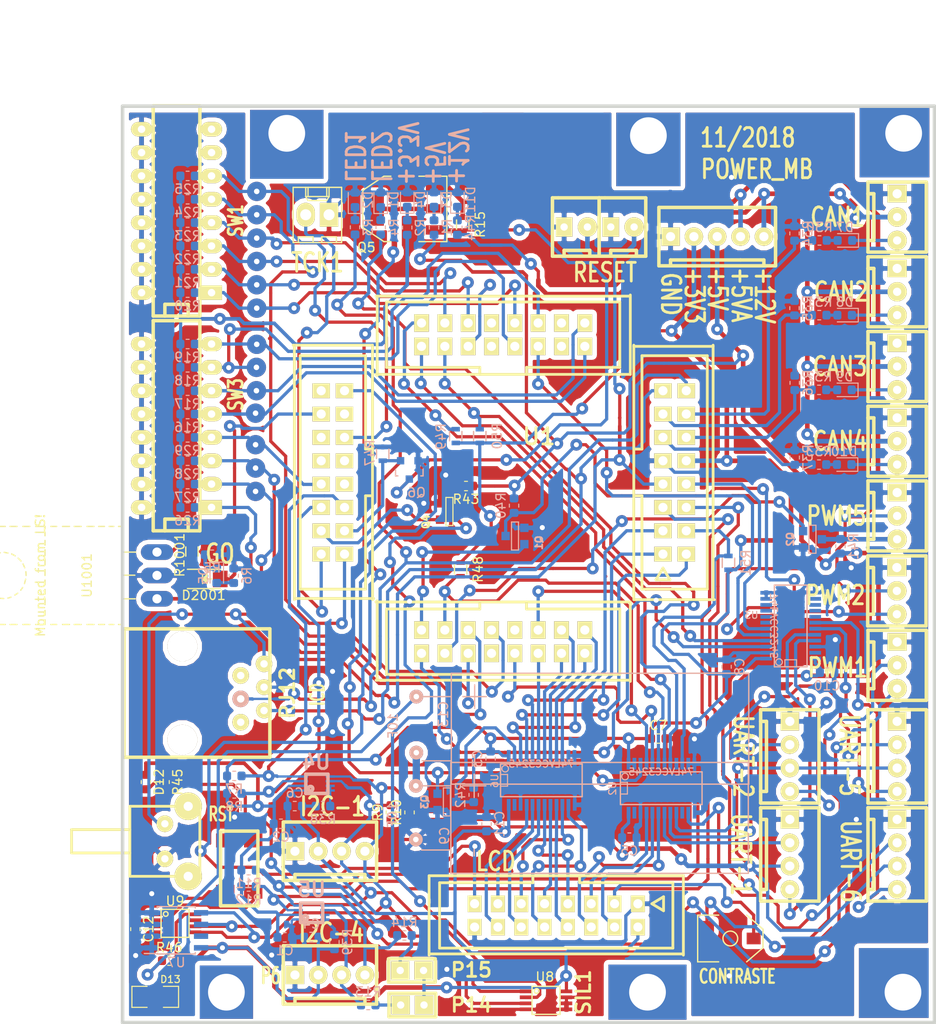
<source format=kicad_pcb>
(kicad_pcb (version 20171130) (host pcbnew 5.0.2+dfsg1-1~bpo9+1)
  (title_block (title ELECTRONICAL_MAIN_BOARD_32) (date 2017-08-09) (rev "V 1-41") (company "CYBERNETIQUE EN NORD") (comment 1 F4DEB))
  (layers (0 Dessus signal hide) (31 Dessous signal hide) (34 B.Paste user) (35 F.Paste user) (36 B.SilkS user) (37 F.SilkS user) (38 B.Mask user hide) (39 F.Mask user hide) (44 Edge.Cuts user))
  (net 0 "")
  (net 1 +12V)
  (net 2 +5V)
  (net 3 /5vto3v3/D0)
  (net 4 /5vto3v3/D1)
  (net 5 /5vto3v3/D2)
  (net 6 /5vto3v3/D3)
  (net 7 /5vto3v3/D4)
  (net 8 /5vto3v3/D5)
  (net 9 /5vto3v3/D6)
  (net 10 /5vto3v3/D7)
  (net 11 /5vto3v3/E)
  (net 12 /5vto3v3/OC1)
  (net 13 /5vto3v3/OC1-5V)
  (net 14 /5vto3v3/OC2)
  (net 15 /5vto3v3/OC2-5V)
  (net 16 /5vto3v3/OC5)
  (net 17 /5vto3v3/OC5-5V)
  (net 18 /5vto3v3/RS)
  (net 19 /5vto3v3/RW)
  (net 20 /5vto3v3/SCL1)
  (net 21 /5vto3v3/SCL4)
  (net 22 /5vto3v3/SCL4-5V)
  (net 23 /5vto3v3/SDA1)
  (net 24 /5vto3v3/SDA4)
  (net 25 /5vto3v3/SDA4-5V)
  (net 26 /5vto3v3/U1RX)
  (net 27 /5vto3v3/U1RX-5V)
  (net 28 /5vto3v3/U1TX)
  (net 29 /5vto3v3/U1TX-5V)
  (net 30 /5vto3v3/U2RX)
  (net 31 /5vto3v3/U2RX-5V)
  (net 32 /5vto3v3/U2TX)
  (net 33 /5vto3v3/U2TX-5V)
  (net 34 /5vto3v3/U5RX)
  (net 35 /5vto3v3/U5RX-5V)
  (net 36 /5vto3v3/U5TX)
  (net 37 /5vto3v3/U5TX-5V)
  (net 38 /5vto3v3/U6RX)
  (net 39 /5vto3v3/U6RX-5V)
  (net 40 /5vto3v3/U6TX)
  (net 41 /5vto3v3/U6TX-5V)
  (net 42 /BD0)
  (net 43 /BD1)
  (net 44 /BD2)
  (net 45 /BD3)
  (net 46 /BD4)
  (net 47 /BD5)
  (net 48 /BD6)
  (net 49 /BD7)
  (net 50 /PIC32/CAN1)
  (net 51 /PIC32/CAN2)
  (net 52 /PIC32/CAN3)
  (net 53 /PIC32/CAN4)
  (net 54 /PIC32/GO)
  (net 55 /PIC32/LED1)
  (net 56 /PIC32/LED2)
  (net 57 /PIC32/PGEC1)
  (net 58 /PIC32/PGED1)
  (net 59 /PIC32/RST)
  (net 60 /PIC32/SW0)
  (net 61 /PIC32/SW1)
  (net 62 /PIC32/SW10)
  (net 63 /PIC32/SW11)
  (net 64 /PIC32/SW12)
  (net 65 /PIC32/SW13)
  (net 66 /PIC32/SW2)
  (net 67 /PIC32/SW3)
  (net 68 /PIC32/SW4)
  (net 69 /PIC32/SW5)
  (net 70 /PIC32/SW6)
  (net 71 /PIC32/SW7)
  (net 72 /PIC32/SW8)
  (net 73 /PIC32/SW9)
  (net 74 GND)
  (net 75 +3V3)
  (net 76 "Net-(C13-Pad2)")
  (net 77 "Net-(C12-Pad1)")
  (net 78 "Net-(C13-Pad1)")
  (net 79 "Net-(D3-Pad1)")
  (net 80 "Net-(D4-Pad1)")
  (net 81 "Net-(D5-Pad2)")
  (net 82 "Net-(D7-Pad2)")
  (net 83 "Net-(D8-Pad2)")
  (net 84 "Net-(D9-Pad2)")
  (net 85 "Net-(D10-Pad2)")
  (net 86 "Net-(D11-Pad1)")
  (net 87 "Net-(D12-Pad2)")
  (net 88 "Net-(D13-Pad2)")
  (net 89 "Net-(J2-Pad1)")
  (net 90 "Net-(J3-Pad1)")
  (net 91 "Net-(J4-Pad1)")
  (net 92 "Net-(J5-Pad6)")
  (net 93 "Net-(J5-Pad8)")
  (net 94 "Net-(J5-Pad7)")
  (net 95 "Net-(J6-Pad1)")
  (net 96 "Net-(J7-Pad1)")
  (net 97 +5VA)
  (net 98 "Net-(P14-Pad1)")
  (net 99 "Net-(P15-Pad1)")
  (net 100 "Net-(Q3-Pad3)")
  (net 101 "Net-(Q6-Pad1)")
  (net 102 "Net-(Q5-Pad1)")
  (net 103 "Net-(R30-Pad2)")
  (net 104 "Net-(R31-Pad2)")
  (net 105 "Net-(R32-Pad2)")
  (net 106 "Net-(R33-Pad2)")
  (net 107 "Net-(R38-Pad2)")
  (net 108 "Net-(R39-Pad2)")
  (net 109 "Net-(R45-Pad2)")
  (net 110 "Net-(SW1-Pad7)")
  (net 111 "Net-(SW1-Pad8)")
  (net 112 "Net-(U1-Pad34)")
  (net 113 "Net-(U1-Pad35)")
  (net 114 "Net-(U1-Pad38)")
  (net 115 "Net-(U1-Pad41)")
  (net 116 /PIC32/T1CK)
  (net 117 "Net-(U1-Pad25)")
  (net 118 "Net-(U1-Pad26)")
  (net 119 "Net-(U1-Pad19)")
  (net 120 "Net-(U1-Pad20)")
  (net 121 "Net-(U1-Pad57)")
  (net 122 "Net-(U1-Pad56)")
  (net 123 "Net-(U2-Pad9)")
  (net 124 "Net-(U2-Pad15)")
  (net 125 "Net-(U2-Pad23)")
  (net 126 "Net-(U3-Pad7)")
  (net 127 "Net-(U3-Pad8)")
  (net 128 "Net-(U3-Pad9)")
  (net 129 "Net-(U3-Pad10)")
  (net 130 "Net-(U3-Pad14)")
  (net 131 "Net-(U3-Pad15)")
  (net 132 "Net-(U3-Pad16)")
  (net 133 "Net-(U3-Pad17)")
  (net 134 "Net-(U3-Pad23)")
  (net 135 "Net-(U6-Pad23)")
  (net 136 "Net-(U7-Pad7)")
  (net 137 "Net-(U9-Pad1)")
  (net 138 "Net-(U9-Pad3)")
  (net 139 "Net-(U9-Pad7)")
  (net 140 /CONT)
  (net 141 /BRS)
  (net 142 /BRW)
  (net 143 /BE)
  (net 144 /RETRO)
  (net 145 /SCL1-5V)
  (net 146 /SDA1-5V)
  (net 147 "Net-(U1-Pad40)")
  (net 148 "Net-(U1-Pad39)")
  (net 149 "Net-(D2001-Pad2)")
  (net 150 +5VD)
  (module SOT23EBC (layer Dessous) (at 148.082 130.048 270)
    (fp_text reference Q3 (at 0 2.413 270) (layer B.SilkS) (effects (font (size 0.762 0.762) (thickness 0.1905)) (justify mirror)))
    (fp_text value BSS123 hide)
    (pad 1 smd rect (at -0.889 1.016 270) (size 0.9144 0.9144) (layers Dessous B.Paste B.Mask) (net 19 /5vto3v3/RW))
    (pad 2 smd rect (at 0.889 1.016 270) (size 0.9144 0.9144) (layers Dessous B.Paste B.Mask) (net 74 GND))
    (pad 3 smd rect (at 0 -1.016 270) (size 0.9144 0.9144) (layers Dessous B.Paste B.Mask) (net 100 "Net-(Q3-Pad3)"))
  )
  (module Package_SO:SOIC-8_3.9x4.9mm_P1.27mm (layer Dessous) (at 118.618 144.018)
    (fp_text reference U7 (at 0 3.5) (layer B.SilkS) (effects (justify mirror)))
    (fp_text value 24C512)
    (pad 8 smd rect (at 2.7 1.905) (size 1.55 0.6) (layers Dessous B.Paste B.Mask) (net 2 +5V))
    (pad 7 smd rect (at 2.7 0.635) (size 1.55 0.6) (layers Dessous B.Paste B.Mask) (net 136 "Net-(U7-Pad7)"))
    (pad 6 smd rect (at 2.7 -0.635) (size 1.55 0.6) (layers Dessous B.Paste B.Mask) (net 145 /SCL1-5V))
    (pad 5 smd rect (at 2.7 -1.905) (size 1.55 0.6) (layers Dessous B.Paste B.Mask) (net 146 /SDA1-5V))
    (pad 4 smd rect (at -2.7 -1.905) (size 1.55 0.6) (layers Dessous B.Paste B.Mask) (net 74 GND))
    (pad 3 smd rect (at -2.7 -0.635) (size 1.55 0.6) (layers Dessous B.Paste B.Mask) (net 74 GND))
    (pad 2 smd rect (at -2.7 0.635) (size 1.55 0.6) (layers Dessous B.Paste B.Mask) (net 74 GND))
    (pad 1 smd rect (at -2.7 1.905) (size 1.55 0.6) (layers Dessous B.Paste B.Mask) (net 74 GND))
  )
  (module LED_SMD:LED_0603_1608Metric (layer Dessous) (at 149.225 64.516 90)
    (fp_text reference D11 (at 0 1.43 90) (layer B.SilkS) (effects (justify mirror)))
    (fp_text value LED)
    (pad 2 smd roundrect (at 0.7875 0 90) (size 0.875 0.95) (layers Dessous B.Paste B.Mask) (net 74 GND))
    (pad 1 smd roundrect (at -0.7875 0 90) (size 0.875 0.95) (layers Dessous B.Paste B.Mask) (net 86 "Net-(D11-Pad1)"))
  )
  (module LED_SMD:LED_0603_1608Metric (layer Dessous) (at 138.08202 64.54648 90)
    (fp_text reference D2 (at 0 1.43 90) (layer B.SilkS) (effects (justify mirror)))
    (fp_text value LED)
    (pad 2 smd roundrect (at 0.7875 0 90) (size 0.875 0.95) (layers Dessous B.Paste B.Mask) (net 74 GND))
    (pad 1 smd roundrect (at -0.7875 0 90) (size 0.875 0.95) (layers Dessous B.Paste B.Mask) (net 55 /PIC32/LED1))
  )
  (module LED_SMD:LED_0603_1608Metric (layer Dessous) (at 140.87602 64.54648 90)
    (fp_text reference D1 (at 0 1.43 90) (layer B.SilkS) (effects (justify mirror)))
    (fp_text value LED)
    (pad 2 smd roundrect (at 0.7875 0 90) (size 0.875 0.95) (layers Dessous B.Paste B.Mask) (net 74 GND))
    (pad 1 smd roundrect (at -0.7875 0 90) (size 0.875 0.95) (layers Dessous B.Paste B.Mask) (net 56 /PIC32/LED2))
  )
  (module LED_SMD:LED_0603_1608Metric (layer Dessous) (at 143.764 64.516 90)
    (fp_text reference D4 (at 0 1.43 90) (layer B.SilkS) (effects (justify mirror)))
    (fp_text value LED)
    (pad 2 smd roundrect (at 0.7875 0 90) (size 0.875 0.95) (layers Dessous B.Paste B.Mask) (net 74 GND))
    (pad 1 smd roundrect (at -0.7875 0 90) (size 0.875 0.95) (layers Dessous B.Paste B.Mask) (net 80 "Net-(D4-Pad1)"))
  )
  (module LED_SMD:LED_0603_1608Metric (layer Dessous) (at 146.685 64.516 90)
    (fp_text reference D3 (at 0 1.43 90) (layer B.SilkS) (effects (justify mirror)))
    (fp_text value LED)
    (pad 2 smd roundrect (at 0.7875 0 90) (size 0.875 0.95) (layers Dessous B.Paste B.Mask) (net 74 GND))
    (pad 1 smd roundrect (at -0.7875 0 90) (size 0.875 0.95) (layers Dessous B.Paste B.Mask) (net 79 "Net-(D3-Pad1)"))
  )
  (module LED_SMD:LED_0603_1608Metric (layer Dessous) (at 191.3382 93.345 180)
    (fp_text reference D10 (at 0 1.43 180) (layer B.SilkS) (effects (justify mirror)))
    (fp_text value LED)
    (pad 2 smd roundrect (at 0.7875 0 180) (size 0.875 0.95) (layers Dessous B.Paste B.Mask) (net 85 "Net-(D10-Pad2)"))
    (pad 1 smd roundrect (at -0.7875 0 180) (size 0.875 0.95) (layers Dessous B.Paste B.Mask) (net 53 /PIC32/CAN4))
  )
  (module LED_SMD:LED_0603_1608Metric (layer Dessous) (at 191.3636 85.217 180)
    (fp_text reference D9 (at 0 1.43 180) (layer B.SilkS) (effects (justify mirror)))
    (fp_text value LED)
    (pad 2 smd roundrect (at 0.7875 0 180) (size 0.875 0.95) (layers Dessous B.Paste B.Mask) (net 84 "Net-(D9-Pad2)"))
    (pad 1 smd roundrect (at -0.7875 0 180) (size 0.875 0.95) (layers Dessous B.Paste B.Mask) (net 52 /PIC32/CAN3))
  )
  (module LED_SMD:LED_0603_1608Metric (layer Dessous) (at 191.389 77.089 180)
    (fp_text reference D8 (at 0 1.43 180) (layer B.SilkS) (effects (justify mirror)))
    (fp_text value LED)
    (pad 2 smd roundrect (at 0.7875 0 180) (size 0.875 0.95) (layers Dessous B.Paste B.Mask) (net 83 "Net-(D8-Pad2)"))
    (pad 1 smd roundrect (at -0.7875 0 180) (size 0.875 0.95) (layers Dessous B.Paste B.Mask) (net 51 /PIC32/CAN2))
  )
  (module LED_SMD:LED_0603_1608Metric (layer Dessous) (at 191.4144 68.961 180)
    (fp_text reference D7 (at 0 1.43 180) (layer B.SilkS) (effects (justify mirror)))
    (fp_text value LED)
    (pad 2 smd roundrect (at 0.7875 0 180) (size 0.875 0.95) (layers Dessous B.Paste B.Mask) (net 82 "Net-(D7-Pad2)"))
    (pad 1 smd roundrect (at -0.7875 0 180) (size 0.875 0.95) (layers Dessous B.Paste B.Mask) (net 50 /PIC32/CAN1))
  )
  (module LED_SMD:LED_0603_1608Metric (layer Dessous) (at 123.03252 105.44048 270)
    (fp_text reference D5 (at 0 1.43 270) (layer B.SilkS) (effects (justify mirror)))
    (fp_text value LED)
    (pad 2 smd roundrect (at 0.7875 0 270) (size 0.875 0.95) (layers Dessous B.Paste B.Mask) (net 81 "Net-(D5-Pad2)"))
    (pad 1 smd roundrect (at -0.7875 0 270) (size 0.875 0.95) (layers Dessous B.Paste B.Mask) (net 149 "Net-(D2001-Pad2)"))
  )
  (module Resistor_SMD:R_0603_1608Metric (layer Dessus) (at 115.316 127.889 270)
    (fp_text reference D12 (at 0 -1.43 270) (layer F.SilkS))
    (fp_text value LED)
    (pad 2 smd roundrect (at 0.7875 0 270) (size 0.875 0.95) (layers Dessus F.Paste F.Mask) (net 87 "Net-(D12-Pad2)"))
    (pad 1 smd roundrect (at -0.7875 0 270) (size 0.875 0.95) (layers Dessus F.Paste F.Mask) (net 75 +3V3))
  )
  (module Resistor_SMD:R_0603_1608Metric (layer Dessous) (at 134.5946 130.5052)
    (fp_text reference R38 (at 0 1.43) (layer B.SilkS) (effects (justify mirror)))
    (fp_text value 220k)
    (pad 2 smd roundrect (at 0.7875 0) (size 0.875 0.95) (layers Dessous B.Paste B.Mask) (net 107 "Net-(R38-Pad2)"))
    (pad 1 smd roundrect (at -0.7875 0) (size 0.875 0.95) (layers Dessous B.Paste B.Mask) (net 2 +5V))
  )
  (module Capacitor_SMD:C_0603_1608Metric (layer Dessus) (at 114.173 143.891 270)
    (fp_text reference C12 (at 0 -1.43 270) (layer F.SilkS))
    (fp_text value C)
    (pad 2 smd roundrect (at 0.7875 0 270) (size 0.875 0.95) (layers Dessus F.Paste F.Mask) (net 74 GND))
    (pad 1 smd roundrect (at -0.7875 0 270) (size 0.875 0.95) (layers Dessus F.Paste F.Mask) (net 77 "Net-(C12-Pad1)"))
  )
  (module Capacitor_SMD:C_0603_1608Metric (layer Dessous) (at 131.5212 130.5052 180)
    (fp_text reference C6 (at 0 1.43 180) (layer B.SilkS) (effects (justify mirror)))
    (fp_text value 100n)
    (pad 2 smd roundrect (at 0.7875 0 180) (size 0.875 0.95) (layers Dessous B.Paste B.Mask) (net 74 GND))
    (pad 1 smd roundrect (at -0.7875 0 180) (size 0.875 0.95) (layers Dessous B.Paste B.Mask) (net 2 +5V))
  )
  (module Capacitor_SMD:C_0603_1608Metric (layer Dessous) (at 152.8445 125.349 270)
    (fp_text reference C3 (at 0 1.43 270) (layer B.SilkS) (effects (justify mirror)))
    (fp_text value 100n)
    (pad 2 smd roundrect (at 0.7875 0 270) (size 0.875 0.95) (layers Dessous B.Paste B.Mask) (net 74 GND))
    (pad 1 smd roundrect (at -0.7875 0 270) (size 0.875 0.95) (layers Dessous B.Paste B.Mask) (net 75 +3V3))
  )
  (module Capacitor_SMD:C_0603_1608Metric (layer Dessous) (at 167.9448 133.9342)
    (fp_text reference C5 (at 0 1.43) (layer B.SilkS) (effects (justify mirror)))
    (fp_text value 100n)
    (pad 2 smd roundrect (at 0.7875 0) (size 0.875 0.95) (layers Dessous B.Paste B.Mask) (net 74 GND))
    (pad 1 smd roundrect (at -0.7875 0) (size 0.875 0.95) (layers Dessous B.Paste B.Mask) (net 2 +5V))
  )
  (module Capacitor_SMD:C_0603_1608Metric (layer Dessous) (at 133.31952 144.74698 180)
    (fp_text reference C4 (at 0 1.43 180) (layer B.SilkS) (effects (justify mirror)))
    (fp_text value 100n)
    (pad 2 smd roundrect (at 0.7875 0 180) (size 0.875 0.95) (layers Dessous B.Paste B.Mask) (net 74 GND))
    (pad 1 smd roundrect (at -0.7875 0 180) (size 0.875 0.95) (layers Dessous B.Paste B.Mask) (net 2 +5V))
  )
  (module Capacitor_SMD:C_0603_1608Metric (layer Dessous) (at 130.01752 132.42798)
    (fp_text reference C2 (at 0 1.43) (layer B.SilkS) (effects (justify mirror)))
    (fp_text value 100n)
    (pad 2 smd roundrect (at 0.7875 0) (size 0.875 0.95) (layers Dessous B.Paste B.Mask) (net 74 GND))
    (pad 1 smd roundrect (at -0.7875 0) (size 0.875 0.95) (layers Dessous B.Paste B.Mask) (net 75 +3V3))
  )
  (module Capacitor_SMD:C_0603_1608Metric (layer Dessous) (at 130.429 144.78)
    (fp_text reference C1 (at 0 1.43) (layer B.SilkS) (effects (justify mirror)))
    (fp_text value 100n)
    (pad 2 smd roundrect (at 0.7875 0) (size 0.875 0.95) (layers Dessous B.Paste B.Mask) (net 74 GND))
    (pad 1 smd roundrect (at -0.7875 0) (size 0.875 0.95) (layers Dessous B.Paste B.Mask) (net 75 +3V3))
  )
  (module Capacitor_SMD:C_0603_1608Metric (layer Dessus) (at 171.10202 123.15698)
    (fp_text reference C7 (at 0 -1.43) (layer F.SilkS))
    (fp_text value 100n)
    (pad 2 smd roundrect (at 0.7875 0) (size 0.875 0.95) (layers Dessus F.Paste F.Mask) (net 74 GND))
    (pad 1 smd roundrect (at -0.7875 0) (size 0.875 0.95) (layers Dessus F.Paste F.Mask) (net 75 +3V3))
  )
  (module Capacitor_SMD:C_0603_1608Metric (layer Dessous) (at 178.53152 115.34648 90)
    (fp_text reference C8 (at 0 1.43 90) (layer B.SilkS) (effects (justify mirror)))
    (fp_text value 100n)
    (pad 2 smd roundrect (at 0.7875 0 90) (size 0.875 0.95) (layers Dessous B.Paste B.Mask) (net 74 GND))
    (pad 1 smd roundrect (at -0.7875 0 90) (size 0.875 0.95) (layers Dessous B.Paste B.Mask) (net 75 +3V3))
  )
  (module Capacitor_SMD:C_0603_1608Metric (layer Dessous) (at 189.484 115.9764)
    (fp_text reference C10 (at 0 1.43) (layer B.SilkS) (effects (justify mirror)))
    (fp_text value 100n)
    (pad 2 smd roundrect (at 0.7875 0) (size 0.875 0.95) (layers Dessous B.Paste B.Mask) (net 74 GND))
    (pad 1 smd roundrect (at -0.7875 0) (size 0.875 0.95) (layers Dessous B.Paste B.Mask) (net 2 +5V))
  )
  (module Capacitor_SMD:C_0603_1608Metric (layer Dessous) (at 152.4 132.461 90)
    (fp_text reference C11 (at 0 1.43 90) (layer B.SilkS) (effects (justify mirror)))
    (fp_text value 100n)
    (pad 2 smd roundrect (at 0.7875 0 90) (size 0.875 0.95) (layers Dessous B.Paste B.Mask) (net 74 GND))
    (pad 1 smd roundrect (at -0.7875 0 90) (size 0.875 0.95) (layers Dessous B.Paste B.Mask) (net 2 +5V))
  )
  (module Resistor_SMD:R_0603_1608Metric (layer Dessous) (at 135.8392 145.288 90)
    (fp_text reference R39 (at 0 1.43 90) (layer B.SilkS) (effects (justify mirror)))
    (fp_text value 220k)
    (pad 2 smd roundrect (at 0.7875 0 90) (size 0.875 0.95) (layers Dessous B.Paste B.Mask) (net 108 "Net-(R39-Pad2)"))
    (pad 1 smd roundrect (at -0.7875 0 90) (size 0.875 0.95) (layers Dessous B.Paste B.Mask) (net 2 +5V))
  )
  (module Resistor_SMD:R_0603_1608Metric (layer Dessus) (at 117.856 147.32)
    (fp_text reference R46 (at 0 -1.43) (layer F.SilkS))
    (fp_text value 150)
    (pad 2 smd roundrect (at 0.7875 0) (size 0.875 0.95) (layers Dessus F.Paste F.Mask) (net 88 "Net-(D13-Pad2)"))
    (pad 1 smd roundrect (at -0.7875 0) (size 0.875 0.95) (layers Dessus F.Paste F.Mask) (net 78 "Net-(C13-Pad1)"))
  )
  (module Resistor_SMD:R_0603_1608Metric (layer Dessus) (at 117.348 127.889 270)
    (fp_text reference R45 (at 0 -1.43 270) (layer F.SilkS))
    (fp_text value 330)
    (pad 2 smd roundrect (at 0.7875 0 270) (size 0.875 0.95) (layers Dessus F.Paste F.Mask) (net 109 "Net-(R45-Pad2)"))
    (pad 1 smd roundrect (at -0.7875 0 270) (size 0.875 0.95) (layers Dessus F.Paste F.Mask) (net 87 "Net-(D12-Pad2)"))
  )
  (module Resistor_SMD:R_0603_1608Metric (layer Dessous) (at 149.225 67.564 90)
    (fp_text reference R44 (at 0 1.43 90) (layer B.SilkS) (effects (justify mirror)))
    (fp_text value 3..3k)
    (pad 2 smd roundrect (at 0.7875 0 90) (size 0.875 0.95) (layers Dessous B.Paste B.Mask) (net 86 "Net-(D11-Pad1)"))
    (pad 1 smd roundrect (at -0.7875 0 90) (size 0.875 0.95) (layers Dessous B.Paste B.Mask) (net 1 +12V))
  )
  (module Resistor_SMD:R_0603_1608Metric (layer Dessus) (at 150.1648 95.6818 180)
    (fp_text reference R43 (at 0 -1.43 180) (layer F.SilkS))
    (fp_text value 4.7k)
    (pad 2 smd roundrect (at 0.7875 0 180) (size 0.875 0.95) (layers Dessus F.Paste F.Mask) (net 13 /5vto3v3/OC1-5V))
    (pad 1 smd roundrect (at -0.7875 0 180) (size 0.875 0.95) (layers Dessus F.Paste F.Mask) (net 2 +5V))
  )
  (module Resistor_SMD:R_0603_1608Metric (layer Dessous) (at 151.003 129.286 270)
    (fp_text reference R42 (at 0 1.43 270) (layer B.SilkS) (effects (justify mirror)))
    (fp_text value 4.7k)
    (pad 2 smd roundrect (at 0.7875 0 270) (size 0.875 0.95) (layers Dessous B.Paste B.Mask) (net 100 "Net-(Q3-Pad3)"))
    (pad 1 smd roundrect (at -0.7875 0 270) (size 0.875 0.95) (layers Dessous B.Paste B.Mask) (net 75 +3V3))
  )
  (module Resistor_SMD:R_0603_1608Metric (layer Dessous) (at 190.9318 102.235 90)
    (fp_text reference R41 (at 0 1.43 90) (layer B.SilkS) (effects (justify mirror)))
    (fp_text value 4.7k)
    (pad 2 smd roundrect (at 0.7875 0 90) (size 0.875 0.95) (layers Dessous B.Paste B.Mask) (net 17 /5vto3v3/OC5-5V))
    (pad 1 smd roundrect (at -0.7875 0 90) (size 0.875 0.95) (layers Dessous B.Paste B.Mask) (net 2 +5V))
  )
  (module Resistor_SMD:R_0603_1608Metric (layer Dessous) (at 155.3972 97.8154 270)
    (fp_text reference R40 (at 0 1.43 270) (layer B.SilkS) (effects (justify mirror)))
    (fp_text value 4.7k)
    (pad 2 smd roundrect (at 0.7875 0 270) (size 0.875 0.95) (layers Dessous B.Paste B.Mask) (net 15 /5vto3v3/OC2-5V))
    (pad 1 smd roundrect (at -0.7875 0 270) (size 0.875 0.95) (layers Dessous B.Paste B.Mask) (net 2 +5V))
  )
  (module Resistor_SMD:R_0603_1608Metric (layer Dessous) (at 185.9534 92.583 90)
    (fp_text reference R37 (at 0 1.43 90) (layer B.SilkS) (effects (justify mirror)))
    (fp_text value 1.5k)
    (pad 2 smd roundrect (at 0.7875 0 90) (size 0.875 0.95) (layers Dessous B.Paste B.Mask) (net 74 GND))
    (pad 1 smd roundrect (at -0.7875 0 90) (size 0.875 0.95) (layers Dessous B.Paste B.Mask) (net 106 "Net-(R33-Pad2)"))
  )
  (module Resistor_SMD:R_0603_1608Metric (layer Dessous) (at 185.9534 84.455 90)
    (fp_text reference R36 (at 0 1.43 90) (layer B.SilkS) (effects (justify mirror)))
    (fp_text value 1.5k)
    (pad 2 smd roundrect (at 0.7875 0 90) (size 0.875 0.95) (layers Dessous B.Paste B.Mask) (net 74 GND))
    (pad 1 smd roundrect (at -0.7875 0 90) (size 0.875 0.95) (layers Dessous B.Paste B.Mask) (net 105 "Net-(R32-Pad2)"))
  )
  (module Resistor_SMD:R_0603_1608Metric (layer Dessous) (at 185.928 76.327 90)
    (fp_text reference R35 (at 0 1.43 90) (layer B.SilkS) (effects (justify mirror)))
    (fp_text value 1.5k)
    (pad 2 smd roundrect (at 0.7875 0 90) (size 0.875 0.95) (layers Dessous B.Paste B.Mask) (net 74 GND))
    (pad 1 smd roundrect (at -0.7875 0 90) (size 0.875 0.95) (layers Dessous B.Paste B.Mask) (net 104 "Net-(R31-Pad2)"))
  )
  (module Resistor_SMD:R_0603_1608Metric (layer Dessous) (at 185.928 68.199 90)
    (fp_text reference R34 (at 0 1.43 90) (layer B.SilkS) (effects (justify mirror)))
    (fp_text value 1.5k)
    (pad 2 smd roundrect (at 0.7875 0 90) (size 0.875 0.95) (layers Dessous B.Paste B.Mask) (net 74 GND))
    (pad 1 smd roundrect (at -0.7875 0 90) (size 0.875 0.95) (layers Dessous B.Paste B.Mask) (net 103 "Net-(R30-Pad2)"))
  )
  (module Resistor_SMD:R_0603_1608Metric (layer Dessous) (at 188.595 93.345 180)
    (fp_text reference R33 (at 0 1.43 180) (layer B.SilkS) (effects (justify mirror)))
    (fp_text value 3.2k)
    (pad 2 smd roundrect (at 0.7875 0 180) (size 0.875 0.95) (layers Dessous B.Paste B.Mask) (net 106 "Net-(R33-Pad2)"))
    (pad 1 smd roundrect (at -0.7875 0 180) (size 0.875 0.95) (layers Dessous B.Paste B.Mask) (net 85 "Net-(D10-Pad2)"))
  )
  (module Resistor_SMD:R_0603_1608Metric (layer Dessous) (at 188.595 85.217 180)
    (fp_text reference R32 (at 0 1.43 180) (layer B.SilkS) (effects (justify mirror)))
    (fp_text value 3.2k)
    (pad 2 smd roundrect (at 0.7875 0 180) (size 0.875 0.95) (layers Dessous B.Paste B.Mask) (net 105 "Net-(R32-Pad2)"))
    (pad 1 smd roundrect (at -0.7875 0 180) (size 0.875 0.95) (layers Dessous B.Paste B.Mask) (net 84 "Net-(D9-Pad2)"))
  )
  (module Resistor_SMD:R_0603_1608Metric (layer Dessous) (at 188.6204 77.089 180)
    (fp_text reference R31 (at 0 1.43 180) (layer B.SilkS) (effects (justify mirror)))
    (fp_text value 3.2k)
    (pad 2 smd roundrect (at 0.7875 0 180) (size 0.875 0.95) (layers Dessous B.Paste B.Mask) (net 104 "Net-(R31-Pad2)"))
    (pad 1 smd roundrect (at -0.7875 0 180) (size 0.875 0.95) (layers Dessous B.Paste B.Mask) (net 83 "Net-(D8-Pad2)"))
  )
  (module Resistor_SMD:R_0603_1608Metric (layer Dessous) (at 188.6458 68.961 180)
    (fp_text reference R30 (at 0 1.43 180) (layer B.SilkS) (effects (justify mirror)))
    (fp_text value 3.2k)
    (pad 2 smd roundrect (at 0.7875 0 180) (size 0.875 0.95) (layers Dessous B.Paste B.Mask) (net 103 "Net-(R30-Pad2)"))
    (pad 1 smd roundrect (at -0.7875 0 180) (size 0.875 0.95) (layers Dessous B.Paste B.Mask) (net 82 "Net-(D7-Pad2)"))
  )
  (module Resistor_SMD:R_0603_1608Metric (layer Dessous) (at 119.85752 72.10298)
    (fp_text reference R21 (at 0 1.43) (layer B.SilkS) (effects (justify mirror)))
    (fp_text value 10K)
    (pad 2 smd roundrect (at 0.7875 0) (size 0.875 0.95) (layers Dessous B.Paste B.Mask) (net 73 /PIC32/SW9))
    (pad 1 smd roundrect (at -0.7875 0) (size 0.875 0.95) (layers Dessous B.Paste B.Mask) (net 75 +3V3))
  )
  (module Resistor_SMD:R_0603_1608Metric (layer Dessous) (at 140.87602 67.53098 90)
    (fp_text reference R4 (at 0 1.43 90) (layer B.SilkS) (effects (justify mirror)))
    (fp_text value 330)
    (pad 2 smd roundrect (at 0.7875 0 90) (size 0.875 0.95) (layers Dessous B.Paste B.Mask) (net 56 /PIC32/LED2))
    (pad 1 smd roundrect (at -0.7875 0 90) (size 0.875 0.95) (layers Dessous B.Paste B.Mask) (net 57 /PIC32/PGEC1))
  )
  (module Resistor_SMD:R_0603_1608Metric (layer Dessous) (at 119.85752 90.39098)
    (fp_text reference R29 (at 0 1.43) (layer B.SilkS) (effects (justify mirror)))
    (fp_text value 10K)
    (pad 2 smd roundrect (at 0.7875 0) (size 0.875 0.95) (layers Dessous B.Paste B.Mask) (net 67 /PIC32/SW3))
    (pad 1 smd roundrect (at -0.7875 0) (size 0.875 0.95) (layers Dessous B.Paste B.Mask) (net 75 +3V3))
  )
  (module Resistor_SMD:R_0603_1608Metric (layer Dessous) (at 119.85752 92.93098)
    (fp_text reference R28 (at 0 1.43) (layer B.SilkS) (effects (justify mirror)))
    (fp_text value 10K)
    (pad 2 smd roundrect (at 0.7875 0) (size 0.875 0.95) (layers Dessous B.Paste B.Mask) (net 66 /PIC32/SW2))
    (pad 1 smd roundrect (at -0.7875 0) (size 0.875 0.95) (layers Dessous B.Paste B.Mask) (net 75 +3V3))
  )
  (module Resistor_SMD:R_0603_1608Metric (layer Dessous) (at 119.85752 95.47098)
    (fp_text reference R27 (at 0 1.43) (layer B.SilkS) (effects (justify mirror)))
    (fp_text value 10K)
    (pad 2 smd roundrect (at 0.7875 0) (size 0.875 0.95) (layers Dessous B.Paste B.Mask) (net 61 /PIC32/SW1))
    (pad 1 smd roundrect (at -0.7875 0) (size 0.875 0.95) (layers Dessous B.Paste B.Mask) (net 75 +3V3))
  )
  (module Resistor_SMD:R_0603_1608Metric (layer Dessous) (at 119.85752 98.01098)
    (fp_text reference R26 (at 0 1.43) (layer B.SilkS) (effects (justify mirror)))
    (fp_text value 10K)
    (pad 2 smd roundrect (at 0.7875 0) (size 0.875 0.95) (layers Dessous B.Paste B.Mask) (net 60 /PIC32/SW0))
    (pad 1 smd roundrect (at -0.7875 0) (size 0.875 0.95) (layers Dessous B.Paste B.Mask) (net 75 +3V3))
  )
  (module Resistor_SMD:R_0603_1608Metric (layer Dessous) (at 119.85752 61.94298)
    (fp_text reference R25 (at 0 1.43) (layer B.SilkS) (effects (justify mirror)))
    (fp_text value 10K)
    (pad 2 smd roundrect (at 0.7875 0) (size 0.875 0.95) (layers Dessous B.Paste B.Mask) (net 65 /PIC32/SW13))
    (pad 1 smd roundrect (at -0.7875 0) (size 0.875 0.95) (layers Dessous B.Paste B.Mask) (net 75 +3V3))
  )
  (module Resistor_SMD:R_0603_1608Metric (layer Dessous) (at 119.85752 64.48298)
    (fp_text reference R24 (at 0 1.43) (layer B.SilkS) (effects (justify mirror)))
    (fp_text value 10K)
    (pad 2 smd roundrect (at 0.7875 0) (size 0.875 0.95) (layers Dessous B.Paste B.Mask) (net 64 /PIC32/SW12))
    (pad 1 smd roundrect (at -0.7875 0) (size 0.875 0.95) (layers Dessous B.Paste B.Mask) (net 75 +3V3))
  )
  (module Resistor_SMD:R_0603_1608Metric (layer Dessous) (at 119.85752 67.02298)
    (fp_text reference R23 (at 0 1.43) (layer B.SilkS) (effects (justify mirror)))
    (fp_text value 10K)
    (pad 2 smd roundrect (at 0.7875 0) (size 0.875 0.95) (layers Dessous B.Paste B.Mask) (net 63 /PIC32/SW11))
    (pad 1 smd roundrect (at -0.7875 0) (size 0.875 0.95) (layers Dessous B.Paste B.Mask) (net 75 +3V3))
  )
  (module Resistor_SMD:R_0603_1608Metric (layer Dessous) (at 119.85752 69.56298)
    (fp_text reference R22 (at 0 1.43) (layer B.SilkS) (effects (justify mirror)))
    (fp_text value 10K)
    (pad 2 smd roundrect (at 0.7875 0) (size 0.875 0.95) (layers Dessous B.Paste B.Mask) (net 62 /PIC32/SW10))
    (pad 1 smd roundrect (at -0.7875 0) (size 0.875 0.95) (layers Dessous B.Paste B.Mask) (net 75 +3V3))
  )
  (module Resistor_SMD:R_0603_1608Metric (layer Dessous) (at 122.52452 103.15448)
    (fp_text reference R5 (at 0 1.43) (layer B.SilkS) (effects (justify mirror)))
    (fp_text value 10K)
    (pad 2 smd roundrect (at 0.7875 0) (size 0.875 0.95) (layers Dessous B.Paste B.Mask) (net 74 GND))
    (pad 1 smd roundrect (at -0.7875 0) (size 0.875 0.95) (layers Dessous B.Paste B.Mask) (net 149 "Net-(D2001-Pad2)"))
  )
  (module Resistor_SMD:R_0603_1608Metric (layer Dessous) (at 119.85752 74.64298)
    (fp_text reference R20 (at 0 1.43) (layer B.SilkS) (effects (justify mirror)))
    (fp_text value 10K)
    (pad 2 smd roundrect (at 0.7875 0) (size 0.875 0.95) (layers Dessous B.Paste B.Mask) (net 72 /PIC32/SW8))
    (pad 1 smd roundrect (at -0.7875 0) (size 0.875 0.95) (layers Dessous B.Paste B.Mask) (net 75 +3V3))
  )
  (module Resistor_SMD:R_0603_1608Metric (layer Dessous) (at 119.85752 80.23098)
    (fp_text reference R19 (at 0 1.43) (layer B.SilkS) (effects (justify mirror)))
    (fp_text value 10K)
    (pad 2 smd roundrect (at 0.7875 0) (size 0.875 0.95) (layers Dessous B.Paste B.Mask) (net 71 /PIC32/SW7))
    (pad 1 smd roundrect (at -0.7875 0) (size 0.875 0.95) (layers Dessous B.Paste B.Mask) (net 75 +3V3))
  )
  (module Resistor_SMD:R_0603_1608Metric (layer Dessous) (at 119.85752 82.77098)
    (fp_text reference R18 (at 0 1.43) (layer B.SilkS) (effects (justify mirror)))
    (fp_text value 10K)
    (pad 2 smd roundrect (at 0.7875 0) (size 0.875 0.95) (layers Dessous B.Paste B.Mask) (net 70 /PIC32/SW6))
    (pad 1 smd roundrect (at -0.7875 0) (size 0.875 0.95) (layers Dessous B.Paste B.Mask) (net 75 +3V3))
  )
  (module Resistor_SMD:R_0603_1608Metric (layer Dessous) (at 119.85752 85.31098)
    (fp_text reference R17 (at 0 1.43) (layer B.SilkS) (effects (justify mirror)))
    (fp_text value 10K)
    (pad 2 smd roundrect (at 0.7875 0) (size 0.875 0.95) (layers Dessous B.Paste B.Mask) (net 69 /PIC32/SW5))
    (pad 1 smd roundrect (at -0.7875 0) (size 0.875 0.95) (layers Dessous B.Paste B.Mask) (net 75 +3V3))
  )
  (module Resistor_SMD:R_0603_1608Metric (layer Dessous) (at 119.85752 87.85098)
    (fp_text reference R16 (at 0 1.43) (layer B.SilkS) (effects (justify mirror)))
    (fp_text value 10K)
    (pad 2 smd roundrect (at 0.7875 0) (size 0.875 0.95) (layers Dessous B.Paste B.Mask) (net 68 /PIC32/SW4))
    (pad 1 smd roundrect (at -0.7875 0) (size 0.875 0.95) (layers Dessous B.Paste B.Mask) (net 75 +3V3))
  )
  (module Resistor_SMD:R_0603_1608Metric (layer Dessous) (at 138.08202 67.53098 90)
    (fp_text reference R3 (at 0 1.43 90) (layer B.SilkS) (effects (justify mirror)))
    (fp_text value 330)
    (pad 2 smd roundrect (at 0.7875 0 90) (size 0.875 0.95) (layers Dessous B.Paste B.Mask) (net 55 /PIC32/LED1))
    (pad 1 smd roundrect (at -0.7875 0 90) (size 0.875 0.95) (layers Dessous B.Paste B.Mask) (net 58 /PIC32/PGED1))
  )
  (module Resistor_SMD:R_0603_1608Metric (layer Dessous) (at 124.87402 105.44048 90)
    (fp_text reference R6 (at 0 1.43 90) (layer B.SilkS) (effects (justify mirror)))
    (fp_text value 330)
    (pad 2 smd roundrect (at 0.7875 0 90) (size 0.875 0.95) (layers Dessous B.Paste B.Mask) (net 74 GND))
    (pad 1 smd roundrect (at -0.7875 0 90) (size 0.875 0.95) (layers Dessous B.Paste B.Mask) (net 81 "Net-(D5-Pad2)"))
  )
  (module Resistor_SMD:R_0603_1608Metric (layer Dessous) (at 139.5222 152.146 180)
    (fp_text reference R13 (at 0 1.43 180) (layer B.SilkS) (effects (justify mirror)))
    (fp_text value 1k)
    (pad 2 smd roundrect (at 0.7875 0 180) (size 0.875 0.95) (layers Dessous B.Paste B.Mask) (net 22 /5vto3v3/SCL4-5V))
    (pad 1 smd roundrect (at -0.7875 0 180) (size 0.875 0.95) (layers Dessous B.Paste B.Mask) (net 98 "Net-(P14-Pad1)"))
  )
  (module Resistor_SMD:R_0603_1608Metric (layer Dessous) (at 143.4592 144.5768 180)
    (fp_text reference R14 (at 0 1.43 180) (layer B.SilkS) (effects (justify mirror)))
    (fp_text value 1k)
    (pad 2 smd roundrect (at 0.7875 0 180) (size 0.875 0.95) (layers Dessous B.Paste B.Mask) (net 25 /5vto3v3/SDA4-5V))
    (pad 1 smd roundrect (at -0.7875 0 180) (size 0.875 0.95) (layers Dessous B.Paste B.Mask) (net 99 "Net-(P15-Pad1)"))
  )
  (module Resistor_SMD:R_0603_1608Metric (layer Dessus) (at 144.018 131.191 90)
    (fp_text reference R10 (at 0 -1.43 90) (layer F.SilkS))
    (fp_text value 1k)
    (pad 2 smd roundrect (at 0.7875 0 90) (size 0.875 0.95) (layers Dessus F.Paste F.Mask) (net 146 /SDA1-5V))
    (pad 1 smd roundrect (at -0.7875 0 90) (size 0.875 0.95) (layers Dessus F.Paste F.Mask) (net 2 +5V))
  )
  (module Resistor_SMD:R_0603_1608Metric (layer Dessus) (at 141.986 131.191 90)
    (fp_text reference R9 (at 0 -1.43 90) (layer F.SilkS))
    (fp_text value 1k)
    (pad 2 smd roundrect (at 0.7875 0 90) (size 0.875 0.95) (layers Dessus F.Paste F.Mask) (net 145 /SCL1-5V))
    (pad 1 smd roundrect (at -0.7875 0 90) (size 0.875 0.95) (layers Dessus F.Paste F.Mask) (net 2 +5V))
  )
  (module Resistor_SMD:R_0603_1608Metric (layer Dessous) (at 126.492 137.4775)
    (fp_text reference R11 (at 0 1.43) (layer B.SilkS) (effects (justify mirror)))
    (fp_text value 2.1k)
    (pad 2 smd roundrect (at 0.7875 0) (size 0.875 0.95) (layers Dessous B.Paste B.Mask) (net 24 /5vto3v3/SDA4))
    (pad 1 smd roundrect (at -0.7875 0) (size 0.875 0.95) (layers Dessous B.Paste B.Mask) (net 75 +3V3))
  )
  (module Resistor_SMD:R_0603_1608Metric (layer Dessous) (at 126.492 139.2555)
    (fp_text reference R12 (at 0 1.43) (layer B.SilkS) (effects (justify mirror)))
    (fp_text value 2.1k)
    (pad 2 smd roundrect (at 0.7875 0) (size 0.875 0.95) (layers Dessous B.Paste B.Mask) (net 21 /5vto3v3/SCL4))
    (pad 1 smd roundrect (at -0.7875 0) (size 0.875 0.95) (layers Dessous B.Paste B.Mask) (net 75 +3V3))
  )
  (module Resistor_SMD:R_0603_1608Metric (layer Dessous) (at 146.685 67.564 90)
    (fp_text reference R1 (at 0 1.43 90) (layer B.SilkS) (effects (justify mirror)))
    (fp_text value 1k)
    (pad 2 smd roundrect (at 0.7875 0 90) (size 0.875 0.95) (layers Dessous B.Paste B.Mask) (net 79 "Net-(D3-Pad1)"))
    (pad 1 smd roundrect (at -0.7875 0 90) (size 0.875 0.95) (layers Dessous B.Paste B.Mask) (net 2 +5V))
  )
  (module Resistor_SMD:R_0603_1608Metric (layer Dessous) (at 143.764 67.564 90)
    (fp_text reference R2 (at 0 1.43 90) (layer B.SilkS) (effects (justify mirror)))
    (fp_text value 330)
    (pad 2 smd roundrect (at 0.7875 0 90) (size 0.875 0.95) (layers Dessous B.Paste B.Mask) (net 80 "Net-(D4-Pad1)"))
    (pad 1 smd roundrect (at -0.7875 0 90) (size 0.875 0.95) (layers Dessous B.Paste B.Mask) (net 75 +3V3))
  )
  (module Resistor_SMD:R_0603_1608Metric (layer Dessous) (at 124.93752 129.12598)
    (fp_text reference R8 (at 0 1.43) (layer B.SilkS) (effects (justify mirror)))
    (fp_text value 2.1k)
    (pad 2 smd roundrect (at 0.7875 0) (size 0.875 0.95) (layers Dessous B.Paste B.Mask) (net 20 /5vto3v3/SCL1))
    (pad 1 smd roundrect (at -0.7875 0) (size 0.875 0.95) (layers Dessous B.Paste B.Mask) (net 75 +3V3))
  )
  (module Resistor_SMD:R_0603_1608Metric (layer Dessous) (at 124.93752 127.22098)
    (fp_text reference R7 (at 0 1.43) (layer B.SilkS) (effects (justify mirror)))
    (fp_text value 2.1k)
    (pad 2 smd roundrect (at 0.7875 0) (size 0.875 0.95) (layers Dessous B.Paste B.Mask) (net 23 /5vto3v3/SDA1))
    (pad 1 smd roundrect (at -0.7875 0) (size 0.875 0.95) (layers Dessous B.Paste B.Mask) (net 75 +3V3))
  )
  (module TO_SOT_Packages_THT:TO-220_Neutral123_Horizontal_MountedFromLS_LargePads (layer Dessus) (at 116.5225 105.41 90)
    (fp_text reference U1001 (at 0 -7.62 90) (layer F.SilkS))
    (fp_text value HALL-U18)
    (fp_text user "Mounted from LS!" (at 0 -12.7 90) (layer F.SilkS))
    (pad 2 thru_hole oval (at 0 0 180) (size 3.50012 1.69926) (drill 1.00076) (layers *.Cu *.Mask) (net 74 GND))
    (pad 3 thru_hole oval (at -2.54 0 180) (size 3.50012 1.69926) (drill 1.00076) (layers *.Cu *.Mask) (net 54 /PIC32/GO))
    (pad 1 thru_hole oval (at 2.54 0 180) (size 3.50012 1.69926) (drill 1.00076) (layers *.Cu *.Mask) (net 150 +5VD))
  )
  (module TO_SOT_Packages_SMD:SOT-223 (layer Dessus) (at 143.51 65.532 90)
    (fp_text reference Q5 (at -4.191 -4.191 180) (layer F.SilkS))
    (fp_text value IRFL9014TRPBF)
    (pad 4 smd rect (at 0 -3.302 90) (size 3.6576 2.032) (layers Dessus F.Paste F.Mask) (net 144 /RETRO))
    (pad 2 smd rect (at 0 3.302 90) (size 1.016 2.032) (layers Dessus F.Paste F.Mask) (net 144 /RETRO))
    (pad 3 smd rect (at 2.286 3.302 90) (size 1.016 2.032) (layers Dessus F.Paste F.Mask) (net 97 +5VA))
    (pad 1 smd rect (at -2.286 3.302 90) (size 1.016 2.032) (layers Dessus F.Paste F.Mask) (net 102 "Net-(Q5-Pad1)"))
  )
  (module SMD_Packages:POT_SMD (layer Dessus) (at 178.943 144.907 270)
    (fp_text reference RVAR1 hide)
    (fp_text value 4.7K)
    (pad 1 smd rect (at -1.27 2.54 270) (size 1.27 1.524) (layers Dessus F.Paste F.Mask) (net 97 +5VA))
    (pad 2 smd rect (at 0 -2.54 270) (size 1.27 1.524) (layers Dessus F.Paste F.Mask) (net 140 /CONT))
    (pad 3 smd rect (at 1.27 2.54 270) (size 1.27 1.524) (layers Dessus F.Paste F.Mask) (net 74 GND))
  )
  (module Resistors_SMD:R_0603 (layer Dessous) (at 178.7398 104.0384 90)
    (fp_text reference R51 (at 0 1.9 90) (layer B.SilkS) (effects (justify mirror)))
    (fp_text value 10k)
    (pad 1 smd rect (at -0.75 0 90) (size 0.5 0.9) (layers Dessous B.Paste B.Mask) (net 75 +3V3))
    (pad 2 smd rect (at 0.75 0 90) (size 0.5 0.9) (layers Dessous B.Paste B.Mask) (net 40 /5vto3v3/U6TX))
  )
  (module Resistors_SMD:R_0603 (layer Dessous) (at 151.6634 90.2462 90)
    (fp_text reference R50 (at 0 1.9 90) (layer B.SilkS) (effects (justify mirror)))
    (fp_text value 10k)
    (pad 1 smd rect (at -0.75 0 90) (size 0.5 0.9) (layers Dessous B.Paste B.Mask) (net 75 +3V3))
    (pad 2 smd rect (at 0.75 0 90) (size 0.5 0.9) (layers Dessous B.Paste B.Mask) (net 36 /5vto3v3/U5TX))
  )
  (module Resistors_SMD:R_0603 (layer Dessous) (at 149.0472 90.2462 90)
    (fp_text reference R49 (at -0.0508 -1.6002 90) (layer B.SilkS) (effects (justify mirror)))
    (fp_text value 10k)
    (pad 1 smd rect (at -0.75 0 90) (size 0.5 0.9) (layers Dessous B.Paste B.Mask) (net 75 +3V3))
    (pad 2 smd rect (at 0.75 0 90) (size 0.5 0.9) (layers Dessous B.Paste B.Mask) (net 32 /5vto3v3/U2TX))
  )
  (module Resistors_SMD:R_0603 (layer Dessus) (at 149.5806 104.7496 270)
    (fp_text reference R48 (at 0 -1.9 270) (layer F.SilkS))
    (fp_text value 10k)
    (pad 1 smd rect (at -0.75 0 270) (size 0.5 0.9) (layers Dessus F.Paste F.Mask) (net 75 +3V3))
    (pad 2 smd rect (at 0.75 0 270) (size 0.5 0.9) (layers Dessus F.Paste F.Mask) (net 28 /5vto3v3/U1TX))
  )
  (module Resistors_SMD:R_0603 (layer Dessous) (at 141.097 92.1766 90)
    (fp_text reference R47 (at 0.1016 -1.397 90) (layer B.SilkS) (effects (justify mirror)))
    (fp_text value 100k)
    (pad 1 smd rect (at -0.75 0 90) (size 0.5 0.9) (layers Dessous B.Paste B.Mask) (net 101 "Net-(Q6-Pad1)"))
    (pad 2 smd rect (at 0.75 0 90) (size 0.5 0.9) (layers Dessous B.Paste B.Mask) (net 74 GND))
  )
  (module Resistors_SMD:R_0603 (layer Dessus) (at 149.8092 67.2338 270)
    (fp_text reference R15 (at 0 -1.9 270) (layer F.SilkS))
    (fp_text value 10k)
    (pad 1 smd rect (at -0.75 0 270) (size 0.5 0.9) (layers Dessus F.Paste F.Mask) (net 97 +5VA))
    (pad 2 smd rect (at 0.75 0 270) (size 0.5 0.9) (layers Dessus F.Paste F.Mask) (net 102 "Net-(Q5-Pad1)"))
  )
  (module Connectors_Molex:Molex_KK_6410-02 (layer Dessus) (at 135.255 66.167 180)
    (fp_text reference K8 hide)
    (fp_text value CONN_2)
    (pad 1 thru_hole rect (at 0 0 180) (size 2 2.6) (drill 1.2) (layers *.Cu *.Mask F.SilkS) (net 74 GND))
    (pad 2 thru_hole oval (at 2.54 0 180) (size 2 2.6) (drill 1.2) (layers *.Cu *.Mask F.SilkS) (net 116 /PIC32/T1CK))
  )
  (module SOT-23 (layer Dessous) (at 143.9926 93.9292)
    (fp_text reference Q6 (at 0.7874 2.4638) (layer B.SilkS) (effects (justify mirror)))
    (fp_text value 2N7002)
    (pad 1 smd rect (at -0.95 -1.00076) (size 0.8001 0.8001) (layers Dessous B.Paste B.Mask) (net 101 "Net-(Q6-Pad1)"))
    (pad 2 smd rect (at 0.95 -1.00076) (size 0.8001 0.8001) (layers Dessous B.Paste B.Mask) (net 74 GND))
    (pad 3 smd rect (at 0 0.99822) (size 0.8001 0.8001) (layers Dessous B.Paste B.Mask) (net 102 "Net-(Q5-Pad1)"))
  )
  (module COLONETTE (layer Dessus) (at 197.739 150.749 270)
    (fp_text reference J7 hide)
    (fp_text value SIL1 hide)
    (pad 1 thru_hole rect (at 0 0 270) (size 7.6 7.6) (drill 4 (offset -1 1)) (layers *.Cu) (net 96 "Net-(J7-Pad1)"))
  )
  (module COLONETTE (layer Dessus) (at 130.65252 57.30748 270)
    (fp_text reference J6 hide)
    (fp_text value SIL1 hide)
    (pad 1 thru_hole rect (at 0 0 270) (size 7.5 8) (drill 4.0005 (offset 1.2 0)) (layers *.Cu) (net 95 "Net-(J6-Pad1)"))
  )
  (module COLONETTE (layer Dessus) (at 197.8152 57.3024 270)
    (fp_text reference J4 hide)
    (fp_text value SIL1 hide)
    (pad 1 thru_hole rect (at 0 0 270) (size 7.6 7.6) (drill 4.0005 (offset 1 1)) (layers *.Cu) (net 91 "Net-(J4-Pad1)"))
  )
  (module COLONETTE (layer Dessus) (at 170.02252 57.56148 90)
    (fp_text reference J1 hide)
    (fp_text value SIL1 hide)
    (pad -1.5 thru_hole rect (at 0 0 90) (size 8 7) (drill 4.0005 (offset -1.5 0)) (layers *.Cu))
  )
  (module COLONETTE (layer Dessus) (at 169.926 150.749 90)
    (fp_text reference J2 hide)
    (fp_text value SIL1 (at 0 -6.985 90) (layer F.SilkS) (effects (font (size 1.524 1.524) (thickness 0.3048))))
    (pad 1 thru_hole rect (at 0 0 90) (size 6 8.5) (drill 4) (layers *.Cu) (net 89 "Net-(J2-Pad1)"))
  )
  (module COLONETTE (layer Dessus) (at 124.079 150.749 90)
    (fp_text reference J3 hide)
    (fp_text value SIL1 hide)
    (pad 1 thru_hole rect (at 0 0 90) (size 5.8 5.8) (drill 4.0005) (layers *.Cu) (net 90 "Net-(J3-Pad1)"))
  )
  (module VSSOP-8 (layer Dessous) (at 133.38302 142.07998)
    (fp_text reference U5 (at -0.03302 -2.50698) (layer B.SilkS) (effects (font (size 1.524 1.524) (thickness 0.3048)) (justify mirror)))
    (fp_text value PCA9306 hide)
    (pad 4 smd rect (at -1.4732 -0.762 270) (size 0.24892 1.00076) (layers Dessous B.Paste B.Mask) (net 24 /5vto3v3/SDA4))
    (pad 3 smd rect (at -1.4732 -0.254 270) (size 0.24892 1.00076) (layers Dessous B.Paste B.Mask) (net 21 /5vto3v3/SCL4))
    (pad 2 smd rect (at -1.4732 0.254 270) (size 0.24892 1.00076) (layers Dessous B.Paste B.Mask) (net 75 +3V3))
    (pad 1 smd rect (at -1.4732 0.762 270) (size 0.24892 1.00076) (layers Dessous B.Paste B.Mask) (net 74 GND))
    (pad 5 smd rect (at 1.4224 -0.762 270) (size 0.24892 1.00076) (layers Dessous B.Paste B.Mask) (net 25 /5vto3v3/SDA4-5V))
    (pad 6 smd rect (at 1.4224 -0.254 270) (size 0.24892 1.00076) (layers Dessous B.Paste B.Mask) (net 22 /5vto3v3/SCL4-5V))
    (pad 7 smd rect (at 1.4224 0.254 270) (size 0.24892 1.00076) (layers Dessous B.Paste B.Mask) (net 108 "Net-(R39-Pad2)"))
    (pad 8 smd rect (at 1.4224 0.762 270) (size 0.24892 1.00076) (layers Dessous B.Paste B.Mask) (net 108 "Net-(R39-Pad2)"))
  )
  (module VSSOP-8 (layer Dessous) (at 133.95452 128.04648)
    (fp_text reference U4 (at -0.09652 -2.31648) (layer B.SilkS) (effects (font (size 1.524 1.524) (thickness 0.3048)) (justify mirror)))
    (fp_text value PCA9306 hide)
    (pad 4 smd rect (at -1.4732 -0.762 270) (size 0.24892 1.00076) (layers Dessous B.Paste B.Mask) (net 23 /5vto3v3/SDA1))
    (pad 3 smd rect (at -1.4732 -0.254 270) (size 0.24892 1.00076) (layers Dessous B.Paste B.Mask) (net 20 /5vto3v3/SCL1))
    (pad 2 smd rect (at -1.4732 0.254 270) (size 0.24892 1.00076) (layers Dessous B.Paste B.Mask) (net 75 +3V3))
    (pad 1 smd rect (at -1.4732 0.762 270) (size 0.24892 1.00076) (layers Dessous B.Paste B.Mask) (net 74 GND))
    (pad 5 smd rect (at 1.4224 -0.762 270) (size 0.24892 1.00076) (layers Dessous B.Paste B.Mask) (net 146 /SDA1-5V))
    (pad 6 smd rect (at 1.4224 -0.254 270) (size 0.24892 1.00076) (layers Dessous B.Paste B.Mask) (net 145 /SCL1-5V))
    (pad 7 smd rect (at 1.4224 0.254 270) (size 0.24892 1.00076) (layers Dessous B.Paste B.Mask) (net 107 "Net-(R38-Pad2)"))
    (pad 8 smd rect (at 1.4224 0.762 270) (size 0.24892 1.00076) (layers Dessous B.Paste B.Mask) (net 107 "Net-(R38-Pad2)"))
  )
  (module RJ12_E (layer Dessus) (at 128.17602 118.20398 270)
    (fp_text reference J5 hide)
    (fp_text value RJ12 (at 0 -2.54 270) (layer F.SilkS) (effects (font (size 1.524 1.524) (thickness 0.3048))))
    (pad 4 thru_hole circle (at 0.635 2.54 270) (size 1.80086 1.80086) (drill 0.8128) (layers *.Cu *.Mask B.SilkS) (net 58 /PIC32/PGED1))
    (pad 2 thru_hole circle (at -1.905 2.54 270) (size 1.80086 1.80086) (drill 0.8128) (layers *.Cu *.Mask F.SilkS) (net 75 +3V3))
    (pad 6 thru_hole circle (at 3.175 2.54 270) (size 1.80086 1.80086) (drill 0.8128) (layers *.Cu *.Mask F.SilkS) (net 92 "Net-(J5-Pad6)"))
    (pad 1 thru_hole circle (at -3.175 0 270) (size 1.80086 1.80086) (drill 0.8128) (layers *.Cu *.Mask F.SilkS) (net 59 /PIC32/RST))
    (pad 3 thru_hole circle (at -0.635 0 270) (size 1.7 1.7) (drill 0.8128) (layers *.Cu *.Mask F.SilkS) (net 74 GND))
    (pad 5 thru_hole circle (at 1.905 0 270) (size 1.7 1.7) (drill 0.8128) (layers *.Cu *.Mask F.SilkS) (net 57 /PIC32/PGEC1))
    (pad 8 thru_hole circle (at 5.08 8.89 270) (size 3.2512 3.2512) (drill 3.2512) (layers *.Cu *.Mask F.SilkS) (net 93 "Net-(J5-Pad8)"))
    (pad 7 thru_hole circle (at -5.08 8.89 270) (size 3.2512 3.2512) (drill 3.2512) (layers *.Cu *.Mask F.SilkS) (net 94 "Net-(J5-Pad7)"))
  )
  (module CAVALIER (layer Dessus) (at 143.0528 152.146)
    (fp_text reference P14 (at 7.6962 0) (layer F.SilkS) (effects (font (size 1.524 1.524) (thickness 0.3048))))
    (fp_text value CAVALIER hide)
    (pad 1 thru_hole rect (at 0 0) (size 1.99898 1.99898) (drill 0.8001) (layers *.Cu *.Mask F.SilkS) (net 98 "Net-(P14-Pad1)"))
    (pad 2 thru_hole rect (at 2.54 0) (size 1.99898 1.99898) (drill 0.8001) (layers *.Cu *.Mask F.SilkS) (net 2 +5V))
  )
  (module CAVALIER (layer Dessus) (at 143.002 148.3868)
    (fp_text reference P15 (at 7.747 -0.0508) (layer F.SilkS) (effects (font (size 1.524 1.524) (thickness 0.3048))))
    (fp_text value CAVALIER hide)
    (pad 1 thru_hole rect (at 0 0) (size 1.99898 1.99898) (drill 0.8001) (layers *.Cu *.Mask F.SilkS) (net 99 "Net-(P15-Pad1)"))
    (pad 2 thru_hole rect (at 2.54 0) (size 1.99898 1.99898) (drill 0.8001) (layers *.Cu *.Mask F.SilkS) (net 2 +5V))
  )
  (module KK-2 (layer Dessus) (at 163.3855 67.5005 180)
    (fp_text reference P11 hide)
    (fp_text value CONN_2 hide)
    (pad 1 thru_hole rect (at 2.54 0 180) (size 1.80086 2.10058) (drill 0.8001) (layers *.Cu *.Mask F.SilkS) (net 74 GND))
    (pad 2 thru_hole circle (at 0 0 180) (size 2.10058 2.10058) (drill 0.8001) (layers *.Cu *.Mask F.SilkS) (net 59 /PIC32/RST))
  )
  (module KK-2 (layer Dessus) (at 168.4655 67.5005 180)
    (fp_text reference P10 hide)
    (fp_text value CONN_2 hide)
    (pad 1 thru_hole rect (at 2.54 0 180) (size 1.80086 2.10058) (drill 0.8001) (layers *.Cu *.Mask F.SilkS) (net 74 GND))
    (pad 2 thru_hole circle (at 0 0 180) (size 2.10058 2.10058) (drill 0.8001) (layers *.Cu *.Mask F.SilkS) (net 59 /PIC32/RST))
  )
  (module KK-5 (layer Dessus) (at 180.05552 68.54698 180)
    (fp_text reference P9 hide)
    (fp_text value CONN_5 hide)
    (pad 5 thru_hole circle (at -2.54 0 180) (size 1.99898 1.99898) (drill 1.00076) (layers *.Cu *.Mask F.SilkS) (net 1 +12V))
    (pad 1 thru_hole rect (at 7.62 0 180) (size 1.99898 1.99898) (drill 1.00076) (layers *.Cu *.Mask F.SilkS) (net 74 GND))
    (pad 2 thru_hole circle (at 5.08 0 180) (size 1.99898 1.99898) (drill 1.00076) (layers *.Cu *.Mask F.SilkS) (net 75 +3V3))
    (pad 3 thru_hole circle (at 2.54 0 180) (size 1.99898 1.99898) (drill 1.00076) (layers *.Cu *.Mask F.SilkS) (net 2 +5V))
    (pad 4 thru_hole circle (at 0 0 180) (size 1.99898 1.99898) (drill 1.00076) (layers *.Cu *.Mask F.SilkS) (net 97 +5VA))
  )
  (module he10-16d (layer Dessus) (at 159.98952 142.39748 180)
    (fp_text reference P1 hide)
    (fp_text value HE10-16 hide)
    (pad 1 thru_hole rect (at -8.89 1.27 180) (size 1.524 1.80086) (drill 1) (layers *.Cu *.Mask F.SilkS) (net 74 GND))
    (pad 2 thru_hole rect (at -8.89 -1.27 180) (size 1.524 1.80086) (drill 1) (layers *.Cu *.Mask F.SilkS) (net 2 +5V))
    (pad 3 thru_hole rect (at -6.35 1.27 180) (size 1.524 1.80086) (drill 1) (layers *.Cu *.Mask F.SilkS) (net 140 /CONT))
    (pad 4 thru_hole rect (at -6.35 -1.27 180) (size 1.524 1.80086) (drill 1) (layers *.Cu *.Mask F.SilkS) (net 141 /BRS))
    (pad 5 thru_hole rect (at -3.81 1.27 180) (size 1.524 1.80086) (drill 1) (layers *.Cu *.Mask F.SilkS) (net 142 /BRW))
    (pad 6 thru_hole rect (at -3.81 -1.27 180) (size 1.524 1.80086) (drill 1) (layers *.Cu *.Mask F.SilkS) (net 143 /BE))
    (pad 7 thru_hole rect (at -1.27 1.27 180) (size 1.524 1.80086) (drill 1) (layers *.Cu *.Mask F.SilkS) (net 42 /BD0))
    (pad 8 thru_hole rect (at -1.27 -1.27 180) (size 1.524 1.80086) (drill 1) (layers *.Cu *.Mask F.SilkS) (net 43 /BD1))
    (pad 9 thru_hole rect (at 1.27 1.27 180) (size 1.524 1.80086) (drill 1) (layers *.Cu *.Mask F.SilkS) (net 44 /BD2))
    (pad 10 thru_hole rect (at 1.27 -1.27 180) (size 1.524 1.80086) (drill 1) (layers *.Cu *.Mask F.SilkS) (net 45 /BD3))
    (pad 11 thru_hole rect (at 3.81 1.27 180) (size 1.524 1.80086) (drill 1) (layers *.Cu *.Mask F.SilkS) (net 46 /BD4))
    (pad 12 thru_hole rect (at 3.81 -1.27 180) (size 1.524 1.80086) (drill 1) (layers *.Cu *.Mask F.SilkS) (net 47 /BD5))
    (pad 13 thru_hole rect (at 6.35 1.27 180) (size 1.524 1.80086) (drill 1) (layers *.Cu *.Mask F.SilkS) (net 48 /BD6))
    (pad 14 thru_hole rect (at 6.35 -1.27 180) (size 1.524 1.80086) (drill 1) (layers *.Cu *.Mask F.SilkS) (net 49 /BD7))
    (pad 15 thru_hole rect (at 8.89 1.27 180) (size 1.524 1.80086) (drill 1) (layers *.Cu *.Mask F.SilkS) (net 144 /RETRO))
    (pad 16 thru_hole rect (at 8.89 -1.27 180) (size 1.524 1.80086) (drill 1) (layers *.Cu *.Mask F.SilkS) (net 74 GND))
  )
  (module KK-3 (layer Dessus) (at 197.104 77.089 90)
    (fp_text reference K2 hide)
    (fp_text value CONN_3 hide)
    (pad 1 thru_hole rect (at 5.08 0 90) (size 1.89992 2.10058) (drill 1.00076) (layers *.Cu *.Mask F.SilkS) (net 74 GND))
    (pad 2 thru_hole circle (at 2.54 0 90) (size 2.10058 2.10058) (drill 0.89916) (layers *.Cu *.Mask F.SilkS) (net 1 +12V))
    (pad 3 thru_hole circle (at 0 0 90) (size 2.10058 2.10058) (drill 0.89916) (layers *.Cu *.Mask F.SilkS) (net 51 /PIC32/CAN2))
  )
  (module KK-3 (layer Dessus) (at 197.104 93.345 90)
    (fp_text reference K4 hide)
    (fp_text value CONN_3 hide)
    (pad 1 thru_hole rect (at 5.08 0 90) (size 1.89992 2.10058) (drill 1.00076) (layers *.Cu *.Mask F.SilkS) (net 74 GND))
    (pad 2 thru_hole circle (at 2.54 0 90) (size 2.10058 2.10058) (drill 0.89916) (layers *.Cu *.Mask F.SilkS) (net 1 +12V))
    (pad 3 thru_hole circle (at 0 0 90) (size 2.10058 2.10058) (drill 0.89916) (layers *.Cu *.Mask F.SilkS) (net 53 /PIC32/CAN4))
  )
  (module KK-3 (layer Dessus) (at 197.104 85.217 90)
    (fp_text reference K3 hide)
    (fp_text value CONN_3 hide)
    (pad 1 thru_hole rect (at 5.08 0 90) (size 1.89992 2.10058) (drill 1.00076) (layers *.Cu *.Mask F.SilkS) (net 74 GND))
    (pad 2 thru_hole circle (at 2.54 0 90) (size 2.10058 2.10058) (drill 0.89916) (layers *.Cu *.Mask F.SilkS) (net 1 +12V))
    (pad 3 thru_hole circle (at 0 0 90) (size 2.10058 2.10058) (drill 0.89916) (layers *.Cu *.Mask F.SilkS) (net 52 /PIC32/CAN3))
  )
  (module KK-3 (layer Dessus) (at 197.104 68.961 90)
    (fp_text reference K1 hide)
    (fp_text value CONN_3 hide)
    (pad 1 thru_hole rect (at 5.08 0 90) (size 1.89992 2.10058) (drill 1.00076) (layers *.Cu *.Mask F.SilkS) (net 74 GND))
    (pad 2 thru_hole circle (at 2.54 0 90) (size 2.10058 2.10058) (drill 0.89916) (layers *.Cu *.Mask F.SilkS) (net 1 +12V))
    (pad 3 thru_hole circle (at 0 0 90) (size 2.10058 2.10058) (drill 0.89916) (layers *.Cu *.Mask F.SilkS) (net 50 /PIC32/CAN1))
  )
  (module KK-3 (layer Dessus) (at 197.104 117.729 90)
    (fp_text reference K5 hide)
    (fp_text value CONN_3 hide)
    (pad 1 thru_hole rect (at 5.08 0 90) (size 1.89992 2.10058) (drill 1.00076) (layers *.Cu *.Mask F.SilkS) (net 74 GND))
    (pad 2 thru_hole circle (at 2.54 0 90) (size 2.10058 2.10058) (drill 0.89916) (layers *.Cu *.Mask F.SilkS) (net 97 +5VA))
    (pad 3 thru_hole circle (at 0 0 90) (size 2.10058 2.10058) (drill 0.89916) (layers *.Cu *.Mask F.SilkS) (net 13 /5vto3v3/OC1-5V))
  )
  (module KK-3 (layer Dessus) (at 197.07352 109.63148 90)
    (fp_text reference K6 hide)
    (fp_text value CONN_3 hide)
    (pad 1 thru_hole rect (at 5.08 0 90) (size 1.89992 2.10058) (drill 1.00076) (layers *.Cu *.Mask F.SilkS) (net 74 GND))
    (pad 2 thru_hole circle (at 2.54 0 90) (size 2.10058 2.10058) (drill 0.89916) (layers *.Cu *.Mask F.SilkS) (net 97 +5VA))
    (pad 3 thru_hole circle (at 0 0 90) (size 2.10058 2.10058) (drill 0.89916) (layers *.Cu *.Mask F.SilkS) (net 15 /5vto3v3/OC2-5V))
  )
  (module KK-3 (layer Dessus) (at 197.104 101.473 90)
    (fp_text reference K7 hide)
    (fp_text value CONN_3 hide)
    (pad 1 thru_hole rect (at 5.08 0 90) (size 1.89992 2.10058) (drill 1.00076) (layers *.Cu *.Mask F.SilkS) (net 74 GND))
    (pad 2 thru_hole circle (at 2.54 0 90) (size 2.10058 2.10058) (drill 0.89916) (layers *.Cu *.Mask F.SilkS) (net 97 +5VA))
    (pad 3 thru_hole circle (at 0 0 90) (size 2.10058 2.10058) (drill 0.89916) (layers *.Cu *.Mask F.SilkS) (net 17 /5vto3v3/OC5-5V))
  )
  (module KK-4 (layer Dessus) (at 185.42 139.573 90)
    (fp_text reference P2 hide)
    (fp_text value CONN_4 hide)
    (pad 1 thru_hole rect (at 7.62 0 90) (size 1.99898 1.99898) (drill 1.00076) (layers *.Cu *.Mask F.SilkS) (net 74 GND))
    (pad 2 thru_hole circle (at 5.08 0 90) (size 1.99898 1.99898) (drill 1.00076) (layers *.Cu *.Mask F.SilkS) (net 29 /5vto3v3/U1TX-5V))
    (pad 3 thru_hole circle (at 2.54 0 90) (size 1.99898 1.99898) (drill 1.00076) (layers *.Cu *.Mask F.SilkS) (net 2 +5V))
    (pad 4 thru_hole circle (at 0 0 90) (size 1.99898 1.99898) (drill 1.00076) (layers *.Cu *.Mask F.SilkS) (net 27 /5vto3v3/U1RX-5V))
  )
  (module KK-4 (layer Dessus) (at 197.104 139.573 90)
    (fp_text reference P5 hide)
    (fp_text value CONN_4 hide)
    (pad 1 thru_hole rect (at 7.62 0 90) (size 1.99898 1.99898) (drill 1.00076) (layers *.Cu *.Mask F.SilkS) (net 74 GND))
    (pad 2 thru_hole circle (at 5.08 0 90) (size 1.99898 1.99898) (drill 1.00076) (layers *.Cu *.Mask F.SilkS) (net 41 /5vto3v3/U6TX-5V))
    (pad 3 thru_hole circle (at 2.54 0 90) (size 1.99898 1.99898) (drill 1.00076) (layers *.Cu *.Mask F.SilkS) (net 2 +5V))
    (pad 4 thru_hole circle (at 0 0 90) (size 1.99898 1.99898) (drill 1.00076) (layers *.Cu *.Mask F.SilkS) (net 39 /5vto3v3/U6RX-5V))
  )
  (module KK-4 (layer Dessus) (at 139.16152 148.87448 180)
    (fp_text reference P6 (at 10.25652 -0.09652 180) (layer F.SilkS) (effects (font (size 1.73482 1.08712) (thickness 0.27178))))
    (fp_text value CONN_4 hide)
    (pad 1 thru_hole rect (at 7.62 0 180) (size 1.99898 1.99898) (drill 1.00076) (layers *.Cu *.Mask F.SilkS) (net 74 GND))
    (pad 2 thru_hole circle (at 5.08 0 180) (size 1.99898 1.99898) (drill 1.00076) (layers *.Cu *.Mask F.SilkS) (net 2 +5V))
    (pad 3 thru_hole circle (at 2.54 0 180) (size 1.99898 1.99898) (drill 1.00076) (layers *.Cu *.Mask F.SilkS) (net 22 /5vto3v3/SCL4-5V))
    (pad 4 thru_hole circle (at 0 0 180) (size 1.99898 1.99898) (drill 1.00076) (layers *.Cu *.Mask F.SilkS) (net 25 /5vto3v3/SDA4-5V))
  )
  (module KK-4 (layer Dessus) (at 139.16152 135.41248 180)
    (fp_text reference P7 hide)
    (fp_text value CONN_4 hide)
    (pad 1 thru_hole rect (at 7.62 0 180) (size 1.99898 1.99898) (drill 1.00076) (layers *.Cu *.Mask F.SilkS) (net 74 GND))
    (pad 2 thru_hole circle (at 5.08 0 180) (size 1.99898 1.99898) (drill 1.00076) (layers *.Cu *.Mask F.SilkS) (net 2 +5V))
    (pad 3 thru_hole circle (at 2.54 0 180) (size 1.99898 1.99898) (drill 1.00076) (layers *.Cu *.Mask F.SilkS) (net 145 /SCL1-5V))
    (pad 4 thru_hole circle (at 0 0 180) (size 1.99898 1.99898) (drill 1.00076) (layers *.Cu *.Mask F.SilkS) (net 146 /SDA1-5V))
  )
  (module KK-4 (layer Dessus) (at 185.42 128.905 90)
    (fp_text reference P3 hide)
    (fp_text value CONN_4 hide)
    (pad 1 thru_hole rect (at 7.62 0 90) (size 1.99898 1.99898) (drill 1.00076) (layers *.Cu *.Mask F.SilkS) (net 74 GND))
    (pad 2 thru_hole circle (at 5.08 0 90) (size 1.99898 1.99898) (drill 1.00076) (layers *.Cu *.Mask F.SilkS) (net 33 /5vto3v3/U2TX-5V))
    (pad 3 thru_hole circle (at 2.54 0 90) (size 1.99898 1.99898) (drill 1.00076) (layers *.Cu *.Mask F.SilkS) (net 2 +5V))
    (pad 4 thru_hole circle (at 0 0 90) (size 1.99898 1.99898) (drill 1.00076) (layers *.Cu *.Mask F.SilkS) (net 31 /5vto3v3/U2RX-5V))
  )
  (module KK-4 (layer Dessus) (at 197.104 128.905 90)
    (fp_text reference P4 hide)
    (fp_text value CONN_4 hide)
    (pad 1 thru_hole rect (at 7.62 0 90) (size 1.99898 1.99898) (drill 1.00076) (layers *.Cu *.Mask F.SilkS) (net 74 GND))
    (pad 2 thru_hole circle (at 5.08 0 90) (size 1.99898 1.99898) (drill 1.00076) (layers *.Cu *.Mask F.SilkS) (net 37 /5vto3v3/U5TX-5V))
    (pad 3 thru_hole circle (at 2.54 0 90) (size 1.99898 1.99898) (drill 1.00076) (layers *.Cu *.Mask F.SilkS) (net 2 +5V))
    (pad 4 thru_hole circle (at 0 0 90) (size 1.99898 1.99898) (drill 1.00076) (layers *.Cu *.Mask F.SilkS) (net 35 /5vto3v3/U5RX-5V))
  )
  (module SOT23EBC (layer Dessus) (at 148.3614 98.4504 90)
    (fp_text reference Q4 (at -1.1176 -2.5654 90) (layer F.SilkS) (effects (font (size 0.762 0.762) (thickness 0.1905))))
    (fp_text value BSS123 hide)
    (pad 1 smd rect (at -0.889 -1.016 90) (size 0.9144 0.9144) (layers Dessus F.Paste F.Mask) (net 12 /5vto3v3/OC1))
    (pad 2 smd rect (at 0.889 -1.016 90) (size 0.9144 0.9144) (layers Dessus F.Paste F.Mask) (net 74 GND))
    (pad 3 smd rect (at 0 1.016 90) (size 0.9144 0.9144) (layers Dessus F.Paste F.Mask) (net 13 /5vto3v3/OC1-5V))
  )
  (module SOT23EBC (layer Dessous) (at 187.8838 101.473 270)
    (fp_text reference Q2 (at 0 2.413 270) (layer B.SilkS) (effects (font (size 0.762 0.762) (thickness 0.1905)) (justify mirror)))
    (fp_text value BSS123 hide)
    (pad 1 smd rect (at -0.889 1.016 270) (size 0.9144 0.9144) (layers Dessous B.Paste B.Mask) (net 16 /5vto3v3/OC5))
    (pad 2 smd rect (at 0.889 1.016 270) (size 0.9144 0.9144) (layers Dessous B.Paste B.Mask) (net 74 GND))
    (pad 3 smd rect (at 0 -1.016 270) (size 0.9144 0.9144) (layers Dessous B.Paste B.Mask) (net 17 /5vto3v3/OC5-5V))
  )
  (module SOT23EBC (layer Dessous) (at 155.4988 101.1174 90)
    (fp_text reference Q1 (at -0.7366 2.6162 90) (layer B.SilkS) (effects (font (size 0.762 0.762) (thickness 0.1905)) (justify mirror)))
    (fp_text value BSS123 hide)
    (pad 1 smd rect (at -0.889 1.016 90) (size 0.9144 0.9144) (layers Dessous B.Paste B.Mask) (net 14 /5vto3v3/OC2))
    (pad 2 smd rect (at 0.889 1.016 90) (size 0.9144 0.9144) (layers Dessous B.Paste B.Mask) (net 74 GND))
    (pad 3 smd rect (at 0 -1.016 90) (size 0.9144 0.9144) (layers Dessous B.Paste B.Mask) (net 15 /5vto3v3/OC2-5V))
  )
  (module C-10F (layer Dessous) (at 148.5646 116.0526 270)
    (fp_text reference C13 (at 4.4704 0.8636 270) (layer B.SilkS) (effects (justify mirror)))
    (fp_text value 10F (at 5.715 6.35 270) (layer B.SilkS) (effects (justify mirror)))
    (pad 1 thru_hole circle (at 2.54 3.81 270) (size 1.5 1.5) (drill 0.6) (layers *.Cu *.Mask B.SilkS) (net 78 "Net-(C13-Pad1)"))
    (pad 2 thru_hole circle (at 8.636 3.81 270) (size 1.5 1.5) (drill 0.6) (layers *.Cu *.Mask B.SilkS) (net 76 "Net-(C13-Pad2)"))
  )
  (module LFXTAL003000 (layer Dessus) (at 127 139.827 180)
    (fp_text reference X1 hide)
    (fp_text value CRYSTAL1 hide)
    (pad 1 smd rect (at 0 0 180) (size 2 1.5) (layers Dessus F.Paste F.Mask) (net 77 "Net-(C12-Pad1)"))
    (pad 2 smd rect (at 3.048 0 180) (size 2 1.5) (layers Dessus F.Paste F.Mask) (net 137 "Net-(U9-Pad1)"))
    (pad 3 smd rect (at 0 5.588 180) (size 2 1.524) (layers Dessus F.Paste F.Mask))
    (pad 4 smd rect (at 3.048 5.588 180) (size 2 1.524) (layers Dessus F.Paste F.Mask))
  )
  (module SM1206 (layer Dessus) (at 116.332 151.257 180)
    (fp_text reference D13 (at -1.651 1.905 180) (layer F.SilkS) (effects (font (size 0.762 0.762) (thickness 0.127))))
    (fp_text value DIODESCH hide)
    (pad 1 smd rect (at -1.651 0 180) (size 1.524 2.032) (layers Dessus F.Paste F.Mask) (net 2 +5V))
    (pad 2 smd rect (at 1.651 0 180) (size 1.524 2.032) (layers Dessus F.Paste F.Mask) (net 88 "Net-(D13-Pad2)"))
  )
  (module SSOP8 (layer Dessus) (at 158.877 151.638 270)
    (fp_text reference U8 (at -2.54 0.127) (layer F.SilkS) (effects (font (size 1.016 1.016) (thickness 0.1524))))
    (fp_text value LM75A hide)
    (pad 1 smd rect (at -0.9779 2.2225 270) (size 0.4064 1.27) (layers Dessus F.Paste F.Mask) (net 146 /SDA1-5V))
    (pad 2 smd rect (at -0.3302 2.2225 270) (size 0.4064 1.27) (layers Dessus F.Paste F.Mask) (net 145 /SCL1-5V))
    (pad 3 smd rect (at 0.3302 2.2225 270) (size 0.4064 1.27) (layers Dessus F.Paste F.Mask) (net 109 "Net-(R45-Pad2)"))
    (pad 4 smd rect (at 0.9779 2.2225 270) (size 0.4064 1.27) (layers Dessus F.Paste F.Mask) (net 74 GND))
    (pad 5 smd rect (at 0.9779 -2.2225 270) (size 0.4064 1.27) (layers Dessus F.Paste F.Mask) (net 74 GND))
    (pad 6 smd rect (at 0.3302 -2.2225 270) (size 0.4064 1.27) (layers Dessus F.Paste F.Mask) (net 74 GND))
    (pad 7 smd rect (at -0.3302 -2.2225 270) (size 0.4064 1.27) (layers Dessus F.Paste F.Mask) (net 74 GND))
    (pad 8 smd rect (at -0.9779 -2.2225 270) (size 0.4064 1.27) (layers Dessus F.Paste F.Mask) (net 2 +5V))
  )
  (module SSOP8 (layer Dessus) (at 118.491 143.256 270)
    (fp_text reference U9 (at -2.413 0) (layer F.SilkS) (effects (font (size 1.016 1.016) (thickness 0.1524))))
    (fp_text value PCF8563 hide)
    (pad 1 smd rect (at -0.9779 2.2225 270) (size 0.4064 1.27) (layers Dessus F.Paste F.Mask) (net 137 "Net-(U9-Pad1)"))
    (pad 2 smd rect (at -0.3302 2.2225 270) (size 0.4064 1.27) (layers Dessus F.Paste F.Mask) (net 77 "Net-(C12-Pad1)"))
    (pad 3 smd rect (at 0.3302 2.2225 270) (size 0.4064 1.27) (layers Dessus F.Paste F.Mask) (net 138 "Net-(U9-Pad3)"))
    (pad 4 smd rect (at 0.9779 2.2225 270) (size 0.4064 1.27) (layers Dessus F.Paste F.Mask) (net 74 GND))
    (pad 5 smd rect (at 0.9779 -2.2225 270) (size 0.4064 1.27) (layers Dessus F.Paste F.Mask) (net 146 /SDA1-5V))
    (pad 6 smd rect (at 0.3302 -2.2225 270) (size 0.4064 1.27) (layers Dessus F.Paste F.Mask) (net 145 /SCL1-5V))
    (pad 7 smd rect (at -0.3302 -2.2225 270) (size 0.4064 1.27) (layers Dessus F.Paste F.Mask) (net 139 "Net-(U9-Pad7)"))
    (pad 8 smd rect (at -0.9779 -2.2225 270) (size 0.4064 1.27) (layers Dessus F.Paste F.Mask) (net 88 "Net-(D13-Pad2)"))
  )
  (module DIP-16__300_ELL (layer Dessus) (at 118.65102 65.75298 90)
    (fp_text reference SW1 (at -1.04902 6.44398 90) (layer F.SilkS) (effects (font (size 1.524 1.143) (thickness 0.28702))))
    (fp_text value SWITCH_X_8 hide)
    (pad 1 thru_hole rect (at -8.89 3.81 90) (size 1.5748 2.286) (drill 0.8128) (layers *.Cu *.Mask F.SilkS) (net 72 /PIC32/SW8))
    (pad 2 thru_hole oval (at -6.35 3.81 90) (size 1.5748 2.286) (drill 0.8128) (layers *.Cu *.Mask F.SilkS) (net 73 /PIC32/SW9))
    (pad 3 thru_hole oval (at -3.81 3.81 90) (size 1.5748 2.286) (drill 0.8128) (layers *.Cu *.Mask F.SilkS) (net 62 /PIC32/SW10))
    (pad 4 thru_hole oval (at -1.27 3.81 90) (size 1.5748 2.286) (drill 0.8128) (layers *.Cu *.Mask F.SilkS) (net 63 /PIC32/SW11))
    (pad 5 thru_hole oval (at 1.27 3.81 90) (size 1.5748 2.286) (drill 0.8128) (layers *.Cu *.Mask F.SilkS) (net 64 /PIC32/SW12))
    (pad 6 thru_hole oval (at 3.81 3.81 90) (size 1.5748 2.286) (drill 0.8128) (layers *.Cu *.Mask F.SilkS) (net 65 /PIC32/SW13))
    (pad 7 thru_hole oval (at 6.35 3.81 90) (size 1.5748 2.286) (drill 0.8128) (layers *.Cu *.Mask F.SilkS) (net 110 "Net-(SW1-Pad7)"))
    (pad 8 thru_hole oval (at 8.89 3.81 90) (size 1.5748 2.286) (drill 0.8128) (layers *.Cu *.Mask F.SilkS) (net 111 "Net-(SW1-Pad8)"))
    (pad 9 thru_hole oval (at 8.89 -3.81 90) (size 1.5748 2.286) (drill 0.8128) (layers *.Cu *.Mask F.SilkS) (net 74 GND))
    (pad 10 thru_hole oval (at 6.35 -3.81 90) (size 1.5748 2.286) (drill 0.8128) (layers *.Cu *.Mask F.SilkS) (net 74 GND))
    (pad 11 thru_hole oval (at 3.81 -3.81 90) (size 1.5748 2.286) (drill 0.8128) (layers *.Cu *.Mask F.SilkS) (net 74 GND))
    (pad 12 thru_hole oval (at 1.27 -3.81 90) (size 1.5748 2.286) (drill 0.8128) (layers *.Cu *.Mask F.SilkS) (net 74 GND))
    (pad 13 thru_hole oval (at -1.27 -3.81 90) (size 1.5748 2.286) (drill 0.8128) (layers *.Cu *.Mask F.SilkS) (net 74 GND))
    (pad 14 thru_hole oval (at -3.81 -3.81 90) (size 1.5748 2.286) (drill 0.8128) (layers *.Cu *.Mask F.SilkS) (net 74 GND))
    (pad 15 thru_hole oval (at -6.35 -3.81 90) (size 1.5748 2.286) (drill 0.8128) (layers *.Cu *.Mask F.SilkS) (net 74 GND))
    (pad 16 thru_hole oval (at -8.89 -3.81 90) (size 1.5748 2.286) (drill 0.8128) (layers *.Cu *.Mask F.SilkS) (net 74 GND))
  )
  (module DIP-16__300_ELL (layer Dessus) (at 118.65102 89.12098 90)
    (fp_text reference SW3 (at 3.39598 6.44398 90) (layer F.SilkS) (effects (font (size 1.524 1.143) (thickness 0.28702))))
    (fp_text value SWITCH_X_8 hide)
    (pad 1 thru_hole rect (at -8.89 3.81 90) (size 1.5748 2.286) (drill 0.8128) (layers *.Cu *.Mask F.SilkS) (net 60 /PIC32/SW0))
    (pad 2 thru_hole oval (at -6.35 3.81 90) (size 1.5748 2.286) (drill 0.8128) (layers *.Cu *.Mask F.SilkS) (net 61 /PIC32/SW1))
    (pad 3 thru_hole oval (at -3.81 3.81 90) (size 1.5748 2.286) (drill 0.8128) (layers *.Cu *.Mask F.SilkS) (net 66 /PIC32/SW2))
    (pad 4 thru_hole oval (at -1.27 3.81 90) (size 1.5748 2.286) (drill 0.8128) (layers *.Cu *.Mask F.SilkS) (net 67 /PIC32/SW3))
    (pad 5 thru_hole oval (at 1.27 3.81 90) (size 1.5748 2.286) (drill 0.8128) (layers *.Cu *.Mask F.SilkS) (net 68 /PIC32/SW4))
    (pad 6 thru_hole oval (at 3.81 3.81 90) (size 1.5748 2.286) (drill 0.8128) (layers *.Cu *.Mask F.SilkS) (net 69 /PIC32/SW5))
    (pad 7 thru_hole oval (at 6.35 3.81 90) (size 1.5748 2.286) (drill 0.8128) (layers *.Cu *.Mask F.SilkS) (net 70 /PIC32/SW6))
    (pad 8 thru_hole oval (at 8.89 3.81 90) (size 1.5748 2.286) (drill 0.8128) (layers *.Cu *.Mask F.SilkS) (net 71 /PIC32/SW7))
    (pad 9 thru_hole oval (at 8.89 -3.81 90) (size 1.5748 2.286) (drill 0.8128) (layers *.Cu *.Mask F.SilkS) (net 74 GND))
    (pad 10 thru_hole oval (at 6.35 -3.81 90) (size 1.5748 2.286) (drill 0.8128) (layers *.Cu *.Mask F.SilkS) (net 74 GND))
    (pad 11 thru_hole oval (at 3.81 -3.81 90) (size 1.5748 2.286) (drill 0.8128) (layers *.Cu *.Mask F.SilkS) (net 74 GND))
    (pad 12 thru_hole oval (at 1.27 -3.81 90) (size 1.5748 2.286) (drill 0.8128) (layers *.Cu *.Mask F.SilkS) (net 74 GND))
    (pad 13 thru_hole oval (at -1.27 -3.81 90) (size 1.5748 2.286) (drill 0.8128) (layers *.Cu *.Mask F.SilkS) (net 74 GND))
    (pad 14 thru_hole oval (at -3.81 -3.81 90) (size 1.5748 2.286) (drill 0.8128) (layers *.Cu *.Mask F.SilkS) (net 74 GND))
    (pad 15 thru_hole oval (at -6.35 -3.81 90) (size 1.5748 2.286) (drill 0.8128) (layers *.Cu *.Mask F.SilkS) (net 74 GND))
    (pad 16 thru_hole oval (at -8.89 -3.81 90) (size 1.5748 2.286) (drill 0.8128) (layers *.Cu *.Mask F.SilkS) (net 74 GND))
  )
  (module SW (layer Dessus) (at 117.38102 138.14298 90)
    (fp_text reference SW2 hide)
    (fp_text value SW_PUSH_SMALL hide)
    (pad 1 thru_hole circle (at 1.905 0 90) (size 1.80086 1.80086) (drill 0.8001) (layers *.Cu *.Mask F.SilkS) (net 74 GND))
    (pad 2 thru_hole circle (at 5.715 0 90) (size 1.80086 1.80086) (drill 0.8001) (layers *.Cu *.Mask F.SilkS) (net 59 /PIC32/RST))
    (pad 3 thru_hole circle (at 0 2.54 90) (size 2.99974 2.99974) (drill 1.00076) (layers *.Cu *.Mask F.SilkS))
    (pad 4 thru_hole oval (at 7.62 2.54 90) (size 2.99974 2.99974) (drill 1.00076) (layers *.Cu *.Mask F.SilkS))
  )
  (module SSOP24 (layer Dessous) (at 171.41952 128.55448)
    (fp_text reference U2 (at -5.30352 0.03302 90) (layer B.SilkS) (effects (font (size 0.762 0.762) (thickness 0.127)) (justify mirror)))
    (fp_text value 74LVCC3245 (at 0 -1.778) (layer B.SilkS) (effects (font (size 0.762 0.762) (thickness 0.127)) (justify mirror)))
    (pad 1 smd rect (at -3.556 -2.667) (size 0.4064 1.27) (layers Dessous B.Paste B.Mask) (net 75 +3V3))
    (pad 2 smd rect (at -2.921 -2.667) (size 0.4064 1.27) (layers Dessous B.Paste B.Mask) (net 75 +3V3))
    (pad 3 smd rect (at -2.2606 -2.667) (size 0.4064 1.27) (layers Dessous B.Paste B.Mask) (net 19 /5vto3v3/RW))
    (pad 4 smd rect (at -1.6002 -2.667) (size 0.4064 1.27) (layers Dessous B.Paste B.Mask) (net 18 /5vto3v3/RS))
    (pad 5 smd rect (at -0.9652 -2.667) (size 0.4064 1.27) (layers Dessous B.Paste B.Mask) (net 11 /5vto3v3/E))
    (pad 6 smd rect (at -0.3048 -2.667) (size 0.4064 1.27) (layers Dessous B.Paste B.Mask) (net 28 /5vto3v3/U1TX))
    (pad 7 smd rect (at 0.3556 -2.667) (size 0.4064 1.27) (layers Dessous B.Paste B.Mask) (net 32 /5vto3v3/U2TX))
    (pad 8 smd rect (at 0.9906 -2.667) (size 0.4064 1.27) (layers Dessous B.Paste B.Mask) (net 36 /5vto3v3/U5TX))
    (pad 9 smd rect (at 1.651 -2.667) (size 0.4064 1.27) (layers Dessous B.Paste B.Mask) (net 123 "Net-(U2-Pad9)"))
    (pad 10 smd rect (at 2.286 -2.667) (size 0.4064 1.27) (layers Dessous B.Paste B.Mask) (net 40 /5vto3v3/U6TX))
    (pad 11 smd rect (at 2.9464 -2.667) (size 0.4064 1.27) (layers Dessous B.Paste B.Mask) (net 74 GND))
    (pad 12 smd rect (at 3.6068 -2.667) (size 0.4064 1.27) (layers Dessous B.Paste B.Mask) (net 74 GND))
    (pad 13 smd rect (at 3.6322 2.667) (size 0.4064 1.27) (layers Dessous B.Paste B.Mask) (net 74 GND))
    (pad 14 smd rect (at 2.9464 2.667) (size 0.4064 1.27) (layers Dessous B.Paste B.Mask) (net 41 /5vto3v3/U6TX-5V))
    (pad 15 smd rect (at 2.286 2.667) (size 0.4064 1.27) (layers Dessous B.Paste B.Mask) (net 124 "Net-(U2-Pad15)"))
    (pad 16 smd rect (at 1.651 2.667) (size 0.4064 1.27) (layers Dessous B.Paste B.Mask) (net 37 /5vto3v3/U5TX-5V))
    (pad 17 smd rect (at 0.9906 2.667) (size 0.4064 1.27) (layers Dessous B.Paste B.Mask) (net 33 /5vto3v3/U2TX-5V))
    (pad 18 smd rect (at 0.3556 2.667) (size 0.4064 1.27) (layers Dessous B.Paste B.Mask) (net 29 /5vto3v3/U1TX-5V))
    (pad 19 smd rect (at -0.3048 2.667) (size 0.4064 1.27) (layers Dessous B.Paste B.Mask) (net 143 /BE))
    (pad 20 smd rect (at -0.9652 2.667) (size 0.4064 1.27) (layers Dessous B.Paste B.Mask) (net 141 /BRS))
    (pad 21 smd rect (at -1.6002 2.667) (size 0.4064 1.27) (layers Dessous B.Paste B.Mask) (net 142 /BRW))
    (pad 22 smd rect (at -2.2606 2.667) (size 0.4064 1.27) (layers Dessous B.Paste B.Mask) (net 74 GND))
    (pad 23 smd rect (at -2.921 2.667) (size 0.4064 1.27) (layers Dessous B.Paste B.Mask) (net 125 "Net-(U2-Pad23)"))
    (pad 24 smd rect (at -3.556 2.667) (size 0.4064 1.27) (layers Dessous B.Paste B.Mask) (net 2 +5V))
  )
  (module SSOP24 (layer Dessous) (at 185.51652 110.90148 90)
    (fp_text reference U3 (at 1.17348 -4.28752 180) (layer B.SilkS) (effects (font (size 0.762 0.762) (thickness 0.127)) (justify mirror)))
    (fp_text value 74LVCC3245 (at 0 -1.778 90) (layer B.SilkS) (effects (font (size 0.762 0.762) (thickness 0.127)) (justify mirror)))
    (pad 1 smd rect (at -3.556 -2.667 90) (size 0.4064 1.27) (layers Dessous B.Paste B.Mask) (net 75 +3V3))
    (pad 2 smd rect (at -2.921 -2.667 90) (size 0.4064 1.27) (layers Dessous B.Paste B.Mask) (net 74 GND))
    (pad 3 smd rect (at -2.2606 -2.667 90) (size 0.4064 1.27) (layers Dessous B.Paste B.Mask) (net 26 /5vto3v3/U1RX))
    (pad 4 smd rect (at -1.6002 -2.667 90) (size 0.4064 1.27) (layers Dessous B.Paste B.Mask) (net 30 /5vto3v3/U2RX))
    (pad 5 smd rect (at -0.9652 -2.667 90) (size 0.4064 1.27) (layers Dessous B.Paste B.Mask) (net 34 /5vto3v3/U5RX))
    (pad 6 smd rect (at -0.3048 -2.667 90) (size 0.4064 1.27) (layers Dessous B.Paste B.Mask) (net 38 /5vto3v3/U6RX))
    (pad 7 smd rect (at 0.3556 -2.667 90) (size 0.4064 1.27) (layers Dessous B.Paste B.Mask) (net 126 "Net-(U3-Pad7)"))
    (pad 8 smd rect (at 0.9906 -2.667 90) (size 0.4064 1.27) (layers Dessous B.Paste B.Mask) (net 127 "Net-(U3-Pad8)"))
    (pad 9 smd rect (at 1.651 -2.667 90) (size 0.4064 1.27) (layers Dessous B.Paste B.Mask) (net 128 "Net-(U3-Pad9)"))
    (pad 10 smd rect (at 2.286 -2.667 90) (size 0.4064 1.27) (layers Dessous B.Paste B.Mask) (net 129 "Net-(U3-Pad10)"))
    (pad 11 smd rect (at 2.9464 -2.667 90) (size 0.4064 1.27) (layers Dessous B.Paste B.Mask) (net 74 GND))
    (pad 12 smd rect (at 3.6068 -2.667 90) (size 0.4064 1.27) (layers Dessous B.Paste B.Mask) (net 74 GND))
    (pad 13 smd rect (at 3.6322 2.667 90) (size 0.4064 1.27) (layers Dessous B.Paste B.Mask) (net 74 GND))
    (pad 14 smd rect (at 2.9464 2.667 90) (size 0.4064 1.27) (layers Dessous B.Paste B.Mask) (net 130 "Net-(U3-Pad14)"))
    (pad 15 smd rect (at 2.286 2.667 90) (size 0.4064 1.27) (layers Dessous B.Paste B.Mask) (net 131 "Net-(U3-Pad15)"))
    (pad 16 smd rect (at 1.651 2.667 90) (size 0.4064 1.27) (layers Dessous B.Paste B.Mask) (net 132 "Net-(U3-Pad16)"))
    (pad 17 smd rect (at 0.9906 2.667 90) (size 0.4064 1.27) (layers Dessous B.Paste B.Mask) (net 133 "Net-(U3-Pad17)"))
    (pad 18 smd rect (at 0.3556 2.667 90) (size 0.4064 1.27) (layers Dessous B.Paste B.Mask) (net 39 /5vto3v3/U6RX-5V))
    (pad 19 smd rect (at -0.3048 2.667 90) (size 0.4064 1.27) (layers Dessous B.Paste B.Mask) (net 35 /5vto3v3/U5RX-5V))
    (pad 20 smd rect (at -0.9652 2.667 90) (size 0.4064 1.27) (layers Dessous B.Paste B.Mask) (net 31 /5vto3v3/U2RX-5V))
    (pad 21 smd rect (at -1.6002 2.667 90) (size 0.4064 1.27) (layers Dessous B.Paste B.Mask) (net 27 /5vto3v3/U1RX-5V))
    (pad 22 smd rect (at -2.2606 2.667 90) (size 0.4064 1.27) (layers Dessous B.Paste B.Mask) (net 74 GND))
    (pad 23 smd rect (at -2.921 2.667 90) (size 0.4064 1.27) (layers Dessous B.Paste B.Mask) (net 134 "Net-(U3-Pad23)"))
    (pad 24 smd rect (at -3.556 2.667 90) (size 0.4064 1.27) (layers Dessous B.Paste B.Mask) (net 2 +5V))
  )
  (module SSOP24 (layer Dessous) (at 158.369 127.6985)
    (fp_text reference U6 (at -5.08 0.0635 90) (layer B.SilkS) (effects (font (size 0.762 0.762) (thickness 0.127)) (justify mirror)))
    (fp_text value 74LVCC3245 (at 0 -1.778) (layer B.SilkS) (effects (font (size 0.762 0.762) (thickness 0.127)) (justify mirror)))
    (pad 1 smd rect (at -3.556 -2.667) (size 0.4064 1.27) (layers Dessous B.Paste B.Mask) (net 75 +3V3))
    (pad 2 smd rect (at -2.921 -2.667) (size 0.4064 1.27) (layers Dessous B.Paste B.Mask) (net 100 "Net-(Q3-Pad3)"))
    (pad 3 smd rect (at -2.2606 -2.667) (size 0.4064 1.27) (layers Dessous B.Paste B.Mask) (net 10 /5vto3v3/D7))
    (pad 4 smd rect (at -1.6002 -2.667) (size 0.4064 1.27) (layers Dessous B.Paste B.Mask) (net 9 /5vto3v3/D6))
    (pad 5 smd rect (at -0.9652 -2.667) (size 0.4064 1.27) (layers Dessous B.Paste B.Mask) (net 8 /5vto3v3/D5))
    (pad 6 smd rect (at -0.3048 -2.667) (size 0.4064 1.27) (layers Dessous B.Paste B.Mask) (net 3 /5vto3v3/D0))
    (pad 7 smd rect (at 0.3556 -2.667) (size 0.4064 1.27) (layers Dessous B.Paste B.Mask) (net 5 /5vto3v3/D2))
    (pad 8 smd rect (at 0.9906 -2.667) (size 0.4064 1.27) (layers Dessous B.Paste B.Mask) (net 4 /5vto3v3/D1))
    (pad 9 smd rect (at 1.651 -2.667) (size 0.4064 1.27) (layers Dessous B.Paste B.Mask) (net 7 /5vto3v3/D4))
    (pad 10 smd rect (at 2.286 -2.667) (size 0.4064 1.27) (layers Dessous B.Paste B.Mask) (net 6 /5vto3v3/D3))
    (pad 11 smd rect (at 2.9464 -2.667) (size 0.4064 1.27) (layers Dessous B.Paste B.Mask) (net 74 GND))
    (pad 12 smd rect (at 3.6068 -2.667) (size 0.4064 1.27) (layers Dessous B.Paste B.Mask) (net 74 GND))
    (pad 13 smd rect (at 3.6322 2.667) (size 0.4064 1.27) (layers Dessous B.Paste B.Mask) (net 74 GND))
    (pad 14 smd rect (at 2.9464 2.667) (size 0.4064 1.27) (layers Dessous B.Paste B.Mask) (net 45 /BD3))
    (pad 15 smd rect (at 2.286 2.667) (size 0.4064 1.27) (layers Dessous B.Paste B.Mask) (net 46 /BD4))
    (pad 16 smd rect (at 1.651 2.667) (size 0.4064 1.27) (layers Dessous B.Paste B.Mask) (net 43 /BD1))
    (pad 17 smd rect (at 0.9906 2.667) (size 0.4064 1.27) (layers Dessous B.Paste B.Mask) (net 44 /BD2))
    (pad 18 smd rect (at 0.3556 2.667) (size 0.4064 1.27) (layers Dessous B.Paste B.Mask) (net 42 /BD0))
    (pad 19 smd rect (at -0.3048 2.667) (size 0.4064 1.27) (layers Dessous B.Paste B.Mask) (net 47 /BD5))
    (pad 20 smd rect (at -0.9652 2.667) (size 0.4064 1.27) (layers Dessous B.Paste B.Mask) (net 48 /BD6))
    (pad 21 smd rect (at -1.6002 2.667) (size 0.4064 1.27) (layers Dessous B.Paste B.Mask) (net 49 /BD7))
    (pad 22 smd rect (at -2.2606 2.667) (size 0.4064 1.27) (layers Dessous B.Paste B.Mask) (net 74 GND))
    (pad 23 smd rect (at -2.921 2.667) (size 0.4064 1.27) (layers Dessous B.Paste B.Mask) (net 135 "Net-(U6-Pad23)"))
    (pad 24 smd rect (at -3.556 2.667) (size 0.4064 1.27) (layers Dessous B.Paste B.Mask) (net 2 +5V))
  )
  (module PIC32½64 (layer Dessus) (at 174.15002 103.09098 90)
    (fp_text reference U1 (at 12.79398 -16.03502 180) (layer F.SilkS) (effects (font (size 1.778 1.778) (thickness 0.3048))))
    (fp_text value PIC32MX795F512H hide)
    (pad 15 thru_hole rect (at 17.78 -2.54254) (size 1.9 1.6) (drill 1) (layers *.Cu *.Mask F.SilkS) (net 57 /PIC32/PGEC1))
    (pad 16 thru_hole rect (at 17.78 -0.00254) (size 1.9 1.6) (drill 1) (layers *.Cu *.Mask F.SilkS) (net 58 /PIC32/PGED1))
    (pad 13 thru_hole rect (at 15.24 -2.54254) (size 1.9 1.6) (drill 1) (layers *.Cu *.Mask F.SilkS) (net 104 "Net-(R31-Pad2)"))
    (pad 14 thru_hole rect (at 15.24 -0.00254) (size 1.9 1.6) (drill 1) (layers *.Cu *.Mask F.SilkS) (net 103 "Net-(R30-Pad2)"))
    (pad 11 thru_hole rect (at 12.7 -2.54254) (size 1.9 1.6) (drill 1) (layers *.Cu *.Mask F.SilkS) (net 106 "Net-(R33-Pad2)"))
    (pad 12 thru_hole rect (at 12.7 -0.00254) (size 1.9 1.6) (drill 1) (layers *.Cu *.Mask F.SilkS) (net 105 "Net-(R32-Pad2)"))
    (pad 9 thru_hole rect (at 10.16 -2.54254) (size 1.9 1.6) (drill 1) (layers *.Cu *.Mask F.SilkS) (net 74 GND))
    (pad 10 thru_hole rect (at 10.16 -0.00254) (size 1.9 1.6) (drill 1) (layers *.Cu *.Mask F.SilkS) (net 75 +3V3))
    (pad 7 thru_hole rect (at 7.62 -2.54254) (size 1.9 1.6) (drill 1) (layers *.Cu *.Mask F.SilkS) (net 59 /PIC32/RST))
    (pad 8 thru_hole rect (at 7.62 -0.00254) (size 1.9 1.6) (drill 1) (layers *.Cu *.Mask F.SilkS) (net 38 /5vto3v3/U6RX))
    (pad 5 thru_hole rect (at 5.08 -2.54254) (size 1.9 1.6) (drill 1) (layers *.Cu *.Mask F.SilkS) (net 24 /5vto3v3/SDA4))
    (pad 6 thru_hole rect (at 5.08 -0.00254) (size 1.9 1.6) (drill 1) (layers *.Cu *.Mask F.SilkS) (net 21 /5vto3v3/SCL4))
    (pad 3 thru_hole rect (at 2.54 -2.54254) (size 1.9 1.6) (drill 1) (layers *.Cu *.Mask F.SilkS) (net 10 /5vto3v3/D7))
    (pad 4 thru_hole rect (at 2.54 -0.00254) (size 1.9 1.6) (drill 1) (layers *.Cu *.Mask F.SilkS) (net 40 /5vto3v3/U6TX))
    (pad 1 thru_hole rect (at 0 -2.54254) (size 1.9 1.6) (drill 1) (layers *.Cu *.Mask F.SilkS) (net 8 /5vto3v3/D5))
    (pad 2 thru_hole rect (at 0 -0.00254) (size 1.9 1.6) (drill 1) (layers *.Cu *.Mask F.SilkS) (net 9 /5vto3v3/D6))
    (pad 34 thru_hole rect (at 17.78 -39.751) (size 1.9 1.6002) (drill 1) (layers *.Cu *.Mask F.SilkS) (net 112 "Net-(U1-Pad34)"))
    (pad 33 thru_hole rect (at 17.78 -37.211) (size 1.9 1.6002) (drill 1) (layers *.Cu *.Mask F.SilkS) (net 19 /5vto3v3/RW))
    (pad 36 thru_hole rect (at 15.24 -39.751) (size 1.9 1.6002) (drill 1) (layers *.Cu *.Mask F.SilkS) (net 149 "Net-(D2001-Pad2)"))
    (pad 35 thru_hole rect (at 15.24 -37.211) (size 1.9 1.6002) (drill 1) (layers *.Cu *.Mask F.SilkS) (net 113 "Net-(U1-Pad35)"))
    (pad 38 thru_hole rect (at 12.7 -39.751) (size 1.9 1.6002) (drill 1) (layers *.Cu *.Mask F.SilkS) (net 114 "Net-(U1-Pad38)"))
    (pad 37 thru_hole rect (at 12.7 -37.211) (size 1.9 1.6002) (drill 1) (layers *.Cu *.Mask F.SilkS) (net 65 /PIC32/SW13))
    (pad 40 thru_hole rect (at 10.16 -39.751) (size 1.9 1.6002) (drill 1) (layers *.Cu *.Mask F.SilkS) (net 147 "Net-(U1-Pad40)"))
    (pad 39 thru_hole rect (at 10.16 -37.211) (size 1.9 1.6002) (drill 1) (layers *.Cu *.Mask F.SilkS) (net 148 "Net-(U1-Pad39)"))
    (pad 42 thru_hole rect (at 7.62 -39.751) (size 1.9 1.6002) (drill 1) (layers *.Cu *.Mask F.SilkS) (net 67 /PIC32/SW3))
    (pad 41 thru_hole rect (at 7.62 -37.211) (size 1.9 1.6002) (drill 1) (layers *.Cu *.Mask F.SilkS) (net 115 "Net-(U1-Pad41)"))
    (pad 44 thru_hole rect (at 5.08 -39.751) (size 1.9 1.6002) (drill 1) (layers *.Cu *.Mask F.SilkS) (net 20 /5vto3v3/SCL1))
    (pad 43 thru_hole rect (at 5.08 -37.211) (size 1.9 1.6002) (drill 1) (layers *.Cu *.Mask F.SilkS) (net 23 /5vto3v3/SDA1))
    (pad 46 thru_hole rect (at 2.54 -39.751) (size 1.9 1.6002) (drill 1) (layers *.Cu *.Mask F.SilkS) (net 12 /5vto3v3/OC1))
    (pad 45 thru_hole rect (at 2.54 -37.211) (size 1.9 1.6002) (drill 1) (layers *.Cu *.Mask F.SilkS) (net 101 "Net-(Q6-Pad1)"))
    (pad 48 thru_hole rect (at 0 -39.751) (size 1.9 1.6002) (drill 1) (layers *.Cu *.Mask F.SilkS) (net 116 /PIC32/T1CK))
    (pad 47 thru_hole rect (at 0 -37.211) (size 1.9 1.6002) (drill 1) (layers *.Cu *.Mask F.SilkS) (net 64 /PIC32/SW12))
    (pad 31 thru_hole rect (at 22.606 -28.829) (size 1.6002 1.89992) (drill 1) (layers *.Cu *.Mask F.SilkS) (net 30 /5vto3v3/U2RX))
    (pad 32 thru_hole rect (at 25.146 -28.829) (size 1.6002 1.89992) (drill 1) (layers *.Cu *.Mask F.SilkS) (net 32 /5vto3v3/U2TX))
    (pad 29 thru_hole rect (at 22.606 -26.289) (size 1.6002 1.89992) (drill 1) (layers *.Cu *.Mask F.SilkS) (net 36 /5vto3v3/U5TX))
    (pad 30 thru_hole rect (at 25.146 -26.289) (size 1.6002 1.89992) (drill 1) (layers *.Cu *.Mask F.SilkS) (net 63 /PIC32/SW11))
    (pad 27 thru_hole rect (at 22.606 -23.749) (size 1.6002 1.89992) (drill 1) (layers *.Cu *.Mask F.SilkS) (net 73 /PIC32/SW9))
    (pad 28 thru_hole rect (at 25.146 -23.749) (size 1.6002 1.89992) (drill 1) (layers *.Cu *.Mask F.SilkS) (net 62 /PIC32/SW10))
    (pad 25 thru_hole rect (at 22.606 -21.209) (size 1.6002 1.89992) (drill 1) (layers *.Cu *.Mask F.SilkS) (net 117 "Net-(U1-Pad25)"))
    (pad 26 thru_hole rect (at 25.146 -21.209) (size 1.6002 1.89992) (drill 1) (layers *.Cu *.Mask F.SilkS) (net 118 "Net-(U1-Pad26)"))
    (pad 23 thru_hole rect (at 22.606 -18.669) (size 1.6002 1.89992) (drill 1) (layers *.Cu *.Mask F.SilkS) (net 71 /PIC32/SW7))
    (pad 24 thru_hole rect (at 25.146 -18.669) (size 1.6002 1.89992) (drill 1) (layers *.Cu *.Mask F.SilkS) (net 72 /PIC32/SW8))
    (pad 21 thru_hole rect (at 22.606 -16.129) (size 1.6002 1.89992) (drill 1) (layers *.Cu *.Mask F.SilkS) (net 34 /5vto3v3/U5RX))
    (pad 22 thru_hole rect (at 25.146 -16.129) (size 1.6002 1.89992) (drill 1) (layers *.Cu *.Mask F.SilkS) (net 70 /PIC32/SW6))
    (pad 19 thru_hole rect (at 22.606 -13.589) (size 1.6002 1.89992) (drill 1) (layers *.Cu *.Mask F.SilkS) (net 119 "Net-(U1-Pad19)"))
    (pad 20 thru_hole rect (at 25.146 -13.589) (size 1.6002 1.89992) (drill 1) (layers *.Cu *.Mask F.SilkS) (net 120 "Net-(U1-Pad20)"))
    (pad 17 thru_hole rect (at 22.606 -11.049) (size 1.6002 1.89992) (drill 1) (layers *.Cu *.Mask F.SilkS) (net 68 /PIC32/SW4))
    (pad 18 thru_hole rect (at 25.146 -11.049) (size 1.6002 1.89992) (drill 1) (layers *.Cu *.Mask F.SilkS) (net 69 /PIC32/SW5))
    (pad 64 thru_hole rect (at -10.795 -11.049) (size 1.6002 1.89992) (drill 1) (layers *.Cu *.Mask F.SilkS) (net 7 /5vto3v3/D4))
    (pad 63 thru_hole rect (at -8.255 -11.049) (size 1.6002 1.89992) (drill 1) (layers *.Cu *.Mask F.SilkS) (net 6 /5vto3v3/D3))
    (pad 62 thru_hole rect (at -10.795 -13.589) (size 1.6002 1.89992) (drill 1) (layers *.Cu *.Mask F.SilkS) (net 5 /5vto3v3/D2))
    (pad 61 thru_hole rect (at -8.255 -13.589) (size 1.6002 1.89992) (drill 1) (layers *.Cu *.Mask F.SilkS) (net 4 /5vto3v3/D1))
    (pad 60 thru_hole rect (at -10.795 -16.129) (size 1.6002 1.89992) (drill 1) (layers *.Cu *.Mask F.SilkS) (net 3 /5vto3v3/D0))
    (pad 59 thru_hole rect (at -8.255 -16.129) (size 1.6002 1.89992) (drill 1) (layers *.Cu *.Mask F.SilkS) (net 18 /5vto3v3/RS))
    (pad 58 thru_hole rect (at -10.795 -18.669) (size 1.6002 1.89992) (drill 1) (layers *.Cu *.Mask F.SilkS) (net 11 /5vto3v3/E))
    (pad 57 thru_hole rect (at -8.255 -18.669) (size 1.6002 1.89992) (drill 1) (layers *.Cu *.Mask F.SilkS) (net 121 "Net-(U1-Pad57)"))
    (pad 56 thru_hole rect (at -10.795 -21.209) (size 1.6002 1.89992) (drill 1) (layers *.Cu *.Mask F.SilkS) (net 122 "Net-(U1-Pad56)"))
    (pad 55 thru_hole rect (at -8.255 -21.209) (size 1.6002 1.89992) (drill 1) (layers *.Cu *.Mask F.SilkS) (net 66 /PIC32/SW2))
    (pad 54 thru_hole rect (at -10.795 -23.749) (size 1.6002 1.89992) (drill 1) (layers *.Cu *.Mask F.SilkS) (net 61 /PIC32/SW1))
    (pad 53 thru_hole rect (at -8.255 -23.749) (size 1.6002 1.89992) (drill 1) (layers *.Cu *.Mask F.SilkS) (net 60 /PIC32/SW0))
    (pad 52 thru_hole rect (at -10.795 -26.289) (size 1.6002 1.89992) (drill 1) (layers *.Cu *.Mask F.SilkS) (net 16 /5vto3v3/OC5))
    (pad 51 thru_hole rect (at -8.255 -26.289) (size 1.6002 1.89992) (drill 1) (layers *.Cu *.Mask F.SilkS) (net 28 /5vto3v3/U1TX))
    (pad 50 thru_hole rect (at -10.795 -28.829) (size 1.6002 1.89992) (drill 1) (layers *.Cu *.Mask F.SilkS) (net 26 /5vto3v3/U1RX))
    (pad 49 thru_hole rect (at -8.255 -28.829) (size 1.6002 1.89992) (drill 1) (layers *.Cu *.Mask F.SilkS) (net 14 /5vto3v3/OC2))
  )
  (module C-10F (layer Dessous) (at 148.5138 125.7554 270)
    (fp_text reference C9 (at 7.9756 0.6858 270) (layer B.SilkS) (effects (justify mirror)))
    (fp_text value 10F (at 5.715 6.35 270) (layer B.SilkS) (effects (justify mirror)))
    (pad 1 thru_hole circle (at 2.54 3.81 270) (size 1.5 1.5) (drill 0.6) (layers *.Cu *.Mask B.SilkS) (net 76 "Net-(C13-Pad2)"))
    (pad 2 thru_hole circle (at 8.382 3.81 270) (size 1.5 1.5) (drill 0.6) (layers *.Cu *.Mask B.SilkS) (net 74 GND))
  )
  (module Resistors_SMD:R_0603 (layer Dessus) (at 120.3325 102.8065 270)
    (fp_text reference R1001 (at 0.381 1.3335 270) (layer F.SilkS))
    (fp_text value 1k)
    (pad 1 smd rect (at -0.75 0 270) (size 0.5 0.9) (layers Dessus F.Paste F.Mask) (net 150 +5VD))
    (pad 2 smd rect (at 0.75 0 270) (size 0.5 0.9) (layers Dessus F.Paste F.Mask) (net 54 /PIC32/GO))
  )
  (module LEDs:LED_1206 (layer Dessus) (at 121.9835 105.791)
    (fp_text reference D2001 (at -0.381 1.778) (layer F.SilkS))
    (fp_text value LED)
    (pad 2 smd rect (at 1.41986 0 180) (size 1.59766 1.80086) (layers Dessus F.Paste F.Mask) (net 149 "Net-(D2001-Pad2)"))
    (pad 1 smd rect (at -1.41986 0 180) (size 1.59766 1.80086) (layers Dessus F.Paste F.Mask) (net 54 /PIC32/GO))
  )
  (gr_text RST (at 123.5075 131.3815) (layer F.SilkS) (effects (font (size 1.5 1) (thickness 0.25))))
  (gr_text ICD (at 133.985 118.364 90) (layer F.SilkS) (effects (font (size 1.5 1) (thickness 0.25))))
  (gr_text CONTRASTE (at 179.705 149.0345) (layer F.SilkS) (effects (font (size 1.5 1) (thickness 0.25))))
  (gr_text POWER_MB (at 181.864 61.214) (layer F.SilkS) (effects (font (size 2.032 1.524) (thickness 0.3048))))
  (gr_text 11/2018 (at 180.848 57.785) (layer F.SilkS) (effects (font (size 2.032 1.524) (thickness 0.3048))))
  (gr_text GO (at 123.3805 103.0605) (layer F.SilkS) (effects (font (size 2.032 1.524) (thickness 0.3048))))
  (gr_text I2C-4 (at 135.509 144.272) (layer F.SilkS) (effects (font (size 2.032 1.524) (thickness 0.3048))))
  (gr_text UART-1 (at 180.086 135.763 270) (layer F.SilkS) (effects (font (size 2.032 1.524) (thickness 0.3048))))
  (gr_text UART-6 (at 192.024 136.525 270) (layer F.SilkS) (effects (font (size 2.032 1.524) (thickness 0.3048))))
  (gr_text UART-5 (at 191.897 124.968 270) (layer F.SilkS) (effects (font (size 2.032 1.524) (thickness 0.3048))))
  (gr_text UART-2 (at 180.34 125.095 270) (layer F.SilkS) (effects (font (size 2.032 1.524) (thickness 0.3048))))
  (gr_text RESET (at 165.2905 72.4535) (layer F.SilkS) (effects (font (size 2.032 1.524) (thickness 0.3048))))
  (gr_line (start 112.776 154.051) (end 112.776 54.356) (angle 90) (layer Edge.Cuts) (width 0.381))
  (gr_line (start 201.168 154.051) (end 112.776 154.051) (angle 90) (layer Edge.Cuts) (width 0.381))
  (gr_line (start 201.168 54.356) (end 201.168 154.051) (angle 90) (layer Edge.Cuts) (width 0.381))
  (gr_line (start 112.776 54.356) (end 201.168 54.356) (angle 90) (layer Edge.Cuts) (width 0.381))
  (gr_text LED1 (at 138.049 59.817 270) (layer B.SilkS) (effects (font (size 2.032 1.524) (thickness 0.3048)) (justify mirror)))
  (gr_text LED2 (at 140.9065 59.817 270) (layer B.SilkS) (effects (font (size 2.032 1.524) (thickness 0.3048)) (justify mirror)))
  (gr_text +3.3V (at 143.8275 59.4995 270) (layer B.SilkS) (effects (font (size 2.032 1.524) (thickness 0.3048)) (justify mirror)))
  (gr_text +5V (at 146.7485 60.579 270) (layer B.SilkS) (effects (font (size 2.032 1.524) (thickness 0.3048)) (justify mirror)))
  (gr_text +12V (at 149.2885 59.817 270) (layer B.SilkS) (effects (font (size 2.032 1.524) (thickness 0.3048)) (justify mirror)))
  (gr_text +12V (at 182.6768 74.9554 270) (layer F.SilkS) (effects (font (size 2.032 1.524) (thickness 0.3048))))
  (gr_text +5VA (at 180.1368 74.8792 270) (layer F.SilkS) (effects (font (size 2.032 1.524) (thickness 0.3048))))
  (gr_text +5V (at 177.546 74.2696 270) (layer F.SilkS) (effects (font (size 2.032 1.524) (thickness 0.3048))))
  (gr_text +3V3 (at 175.0314 74.9808 270) (layer F.SilkS) (effects (font (size 2.032 1.524) (thickness 0.3048))))
  (gr_text GND (at 172.466 74.803 270) (layer F.SilkS) (effects (font (size 2.032 1.524) (thickness 0.3048))))
  (gr_text TCK1 (at 133.985 71.374) (layer F.SilkS) (effects (font (size 2.032 1.524) (thickness 0.3048))))
  (gr_text CAN1 (at 190.627 66.421) (layer F.SilkS) (effects (font (size 2.032 1.524) (thickness 0.3048))))
  (gr_text CAN2 (at 191.008 74.549) (layer F.SilkS) (effects (font (size 2.032 1.524) (thickness 0.3048))))
  (gr_text CAN3 (at 190.881 82.677) (layer F.SilkS) (effects (font (size 2.032 1.524) (thickness 0.3048))))
  (gr_text CAN4 (at 190.881 90.805) (layer F.SilkS) (effects (font (size 2.032 1.524) (thickness 0.3048))))
  (gr_text PWM5 (at 190.5 98.933) (layer F.SilkS) (effects (font (size 2.032 1.524) (thickness 0.3048))))
  (gr_text I2C-1 (at 135.636 130.556) (layer F.SilkS) (effects (font (size 2.032 1.524) (thickness 0.3048))))
  (gr_text LCD (at 153.416 136.525) (layer F.SilkS) (effects (font (size 2.032 1.524) (thickness 0.3048))))
  (gr_text PWM1 (at 190.627 115.443) (layer F.SilkS) (effects (font (size 2.032 1.524) (thickness 0.3048))))
  (gr_text PWM2 (at 190.373 107.569) (layer F.SilkS) (effects (font (size 2.032 1.524) (thickness 0.3048))))
  (gr_text "V1-50\nF4DEB" (at 160.782 58.674) (layer Dessus) (effects (font (size 2.032 1.524) (thickness 0.3048))))
  (gr_text "ELECTRONICAL\nMAIN BOARD" (at 143.256 58.293) (layer Dessus) (effects (font (size 2.032 1.524) (thickness 0.3048))))
  (segment (start 192.5574 74.5744) (end 192.6082 74.5236) (width 0.50038) (layer Dessus) (net 0))
  (segment (start 192.5828 74.549) (end 192.5574 74.5744) (width 0.50038) (layer Dessus) (net 0))
  (segment (start 165.3794 105.5116) (end 165.3286 105.5116) (width 0.35052) (layer Dessus) (net 0))
  (segment (start 158.115 73.279) (end 158.0388 73.279) (width 0.35052) (layer Dessus) (net 1))
  (segment (start 158.0388 73.2028) (end 158.115 73.279) (width 0.35052) (layer Dessus) (net 1))
  (segment (start 158.0388 72.3138) (end 158.0388 73.2028) (width 0.35052) (layer Dessus) (net 1))
  (segment (start 157.226 71.501) (end 158.0388 72.3138) (width 0.35052) (layer Dessus) (net 1))
  (segment (start 158.9532 74.803) (end 158.0388 73.8886) (width 0.50038) (layer Dessus) (net 1))
  (segment (start 166.878 74.803) (end 158.9532 74.803) (width 0.50038) (layer Dessus) (net 1))
  (segment (start 170.561 71.12) (end 166.878 74.803) (width 0.50038) (layer Dessus) (net 1))
  (segment (start 170.561 67.183) (end 170.561 71.12) (width 0.50038) (layer Dessus) (net 1))
  (segment (start 171.831 65.913) (end 170.561 67.183) (width 0.50038) (layer Dessus) (net 1))
  (segment (start 158.0388 73.8886) (end 158.0388 73.279) (width 0.50038) (layer Dessus) (net 1))
  (segment (start 179.832 65.913) (end 171.831 65.913) (width 0.50038) (layer Dessus) (net 1))
  (segment (start 192.5828 74.549) (end 192.5574 74.5744) (width 0.50038) (layer Dessous) (net 1))
  (segment (start 197.104 74.549) (end 192.5828 74.549) (width 0.50038) (layer Dessous) (net 1))
  (segment (start 192.5828 66.5226) (end 192.6082 66.4972) (width 0.50038) (layer Dessus) (net 1))
  (segment (start 192.6082 66.4972) (end 192.6082 66.3448) (width 0.50038) (layer Dessus) (net 1))
  (via (at 192.5828 66.5226) (size 1.30048) (drill 0.55118) (layers Dessus Dessous) (net 1))
  (segment (start 192.6844 66.421) (end 192.5828 66.5226) (width 0.50038) (layer Dessous) (net 1))
  (segment (start 197.104 66.421) (end 192.6844 66.421) (width 0.50038) (layer Dessous) (net 1))
  (segment (start 192.659 90.805) (end 192.6082 90.7542) (width 0.50038) (layer Dessous) (net 1))
  (segment (start 197.104 90.805) (end 192.659 90.805) (width 0.50038) (layer Dessous) (net 1))
  (segment (start 182.59552 66.93408) (end 182.59552 68.54698) (width 0.50038) (layer Dessous) (net 1))
  (segment (start 197.104 82.677) (end 192.5828 82.677) (width 0.50038) (layer Dessous) (net 1))
  (segment (start 192.5828 82.677) (end 192.5574 82.6516) (width 0.50038) (layer Dessous) (net 1))
  (segment (start 150.4696 68.326) (end 149.225 68.326) (width 0.35052) (layer Dessous) (net 1))
  (segment (start 151.617678 69.474078) (end 150.4696 68.326) (width 0.35052) (layer Dessous) (net 1))
  (segment (start 152.908 69.474078) (end 151.617678 69.474078) (width 0.35052) (layer Dessous) (net 1))
  (segment (start 154.056078 69.474078) (end 152.908 69.474078) (width 0.35052) (layer Dessous) (net 1))
  (via (at 157.226 71.501) (size 1.30048) (drill 0.55118) (layers Dessus Dessous) (net 1))
  (segment (start 155.199078 69.474078) (end 157.226 71.501) (width 0.35052) (layer Dessous) (net 1))
  (segment (start 152.908 69.474078) (end 155.199078 69.474078) (width 0.35052) (layer Dessous) (net 1))
  (segment (start 182.626 63.881) (end 180.594 65.913) (width 0.50038) (layer Dessus) (net 1))
  (segment (start 180.594 65.913) (end 179.959 65.913) (width 0.50038) (layer Dessus) (net 1))
  (via (at 182.626 63.881) (size 1.30048) (drill 0.55118) (layers Dessus Dessous) (net 1))
  (segment (start 182.59552 63.91148) (end 182.626 63.881) (width 0.50038) (layer Dessous) (net 1))
  (segment (start 182.59552 68.54698) (end 182.59552 63.91148) (width 0.50038) (layer Dessous) (net 1))
  (segment (start 193.421 66.421) (end 190.881 63.881) (width 0.50038) (layer Dessous) (net 1))
  (via (at 190.881 63.881) (size 1.30048) (drill 0.55118) (layers Dessus Dessous) (net 1))
  (segment (start 187.325 63.881) (end 182.626 63.881) (width 0.50038) (layer Dessus) (net 1))
  (segment (start 190.881 63.881) (end 187.325 63.881) (width 0.50038) (layer Dessus) (net 1))
  (segment (start 197.104 66.421) (end 193.421 66.421) (width 0.50038) (layer Dessous) (net 1))
  (segment (start 187.325 82.677) (end 187.325 85.471) (width 0.50038) (layer Dessus) (net 1))
  (segment (start 187.325 74.549) (end 187.325 82.677) (width 0.50038) (layer Dessus) (net 1))
  (segment (start 187.325 63.881) (end 187.325 74.549) (width 0.50038) (layer Dessus) (net 1))
  (via (at 187.325 82.677) (size 1.30048) (drill 0.55118) (layers Dessus Dessous) (net 1))
  (segment (start 197.104 82.677) (end 187.325 82.677) (width 0.50038) (layer Dessous) (net 1))
  (via (at 187.325 74.549) (size 1.30048) (drill 0.55118) (layers Dessus Dessous) (net 1))
  (segment (start 197.104 74.549) (end 187.325 74.549) (width 0.50038) (layer Dessous) (net 1))
  (segment (start 188.087 90.805) (end 187.325 90.043) (width 0.50038) (layer Dessous) (net 1))
  (via (at 187.325 90.043) (size 1.30048) (drill 0.55118) (layers Dessus Dessous) (net 1))
  (segment (start 187.325 90.043) (end 187.325 85.471) (width 0.50038) (layer Dessus) (net 1))
  (segment (start 197.104 90.805) (end 188.087 90.805) (width 0.50038) (layer Dessous) (net 1))
  (segment (start 150.9268 95.6818) (end 155.3972 95.6818) (width 0.35052) (layer Dessus) (net 2))
  (segment (start 155.3972 95.6818) (end 155.448 95.631) (width 0.35052) (layer Dessus) (net 2))
  (segment (start 146.685 68.326) (end 146.685 69.342) (width 0.35052) (layer Dessous) (net 2))
  (segment (start 149.606 71.12) (end 150.876 72.39) (width 0.35052) (layer Dessus) (net 2))
  (segment (start 145.288 71.12) (end 149.606 71.12) (width 0.35052) (layer Dessus) (net 2))
  (segment (start 145.161 70.993) (end 145.288 71.12) (width 0.35052) (layer Dessus) (net 2))
  (via (at 145.161 70.993) (size 1.30048) (drill 0.55118) (layers Dessus Dessous) (net 2))
  (segment (start 145.161 70.866) (end 145.161 70.993) (width 0.35052) (layer Dessous) (net 2))
  (segment (start 146.685 69.342) (end 145.161 70.866) (width 0.35052) (layer Dessous) (net 2))
  (segment (start 129.3114 149.1234) (end 129.3114 150.1394) (width 0.50038) (layer Dessus) (net 2))
  (segment (start 129.3114 150.1394) (end 130.8354 151.6634) (width 0.50038) (layer Dessus) (net 2))
  (segment (start 130.8354 151.6634) (end 139.954 151.6634) (width 0.50038) (layer Dessus) (net 2))
  (segment (start 139.954 151.6634) (end 141.3764 150.241) (width 0.50038) (layer Dessus) (net 2))
  (segment (start 141.3764 150.241) (end 148.0566 150.241) (width 0.50038) (layer Dessus) (net 2))
  (segment (start 123.6472 145.923) (end 126.365 145.923) (width 0.50038) (layer Dessus) (net 2))
  (segment (start 129.3114 148.8694) (end 129.3114 149.1234) (width 0.50038) (layer Dessus) (net 2))
  (segment (start 126.365 145.923) (end 129.3114 148.8694) (width 0.50038) (layer Dessus) (net 2))
  (segment (start 123.6472 145.923) (end 122.047 145.923) (width 0.50038) (layer Dessus) (net 2))
  (segment (start 117.983 149.987) (end 117.983 151.257) (width 0.50038) (layer Dessus) (net 2))
  (segment (start 122.047 145.923) (end 117.983 149.987) (width 0.50038) (layer Dessus) (net 2))
  (segment (start 161.0614 148.971) (end 161.0995 149.0091) (width 0.35052) (layer Dessus) (net 2))
  (segment (start 161.0995 149.0091) (end 161.0995 150.6601) (width 0.35052) (layer Dessus) (net 2))
  (via (at 123.6472 145.923) (size 1.30048) (drill 0.55118) (layers Dessus Dessous) (net 2))
  (segment (start 131.5212 151.4348) (end 133.4262 151.4348) (width 0.35052) (layer Dessous) (net 2))
  (segment (start 126.3904 145.923) (end 129.5908 149.1234) (width 0.35052) (layer Dessous) (net 2))
  (segment (start 129.5908 149.1234) (end 129.5908 150.4696) (width 0.35052) (layer Dessous) (net 2))
  (segment (start 129.5908 150.4696) (end 130.556 151.4348) (width 0.35052) (layer Dessous) (net 2))
  (segment (start 130.556 151.4348) (end 131.5212 151.4348) (width 0.35052) (layer Dessous) (net 2))
  (segment (start 123.6472 145.923) (end 126.3904 145.923) (width 0.35052) (layer Dessous) (net 2))
  (segment (start 130.8354 151.6634) (end 129.3114 150.1394) (width 0.35052) (layer Dessus) (net 2))
  (segment (start 139.954 151.6634) (end 130.8354 151.6634) (width 0.35052) (layer Dessus) (net 2))
  (segment (start 141.3256 150.2918) (end 139.954 151.6634) (width 0.35052) (layer Dessus) (net 2))
  (segment (start 141.7574 150.2918) (end 141.3256 150.2918) (width 0.35052) (layer Dessus) (net 2))
  (segment (start 180.34 88.392) (end 186.69 94.742) (width 0.50038) (layer Dessus) (net 2))
  (segment (start 186.69 94.742) (end 186.69 101.5746) (width 0.50038) (layer Dessus) (net 2))
  (segment (start 172.4406 135.128) (end 167.894 135.128) (width 0.50038) (layer Dessus) (net 2))
  (segment (start 167.86352 132.33908) (end 167.1828 133.0198) (width 0.35052) (layer Dessous) (net 2))
  (segment (start 167.1828 133.0198) (end 167.1828 133.9342) (width 0.35052) (layer Dessous) (net 2))
  (segment (start 167.86352 131.22148) (end 167.86352 132.33908) (width 0.35052) (layer Dessous) (net 2))
  (via (at 161.0614 148.971) (size 1.30048) (drill 0.55118) (layers Dessus Dessous) (net 2))
  (segment (start 161.0614 146.4818) (end 161.0614 148.971) (width 0.35052) (layer Dessous) (net 2))
  (via (at 154.4066 133.2992) (size 1.30048) (drill 0.55118) (layers Dessus Dessous) (net 2))
  (segment (start 154.4066 133.2992) (end 154.3304 133.223) (width 0.35052) (layer Dessous) (net 2))
  (segment (start 154.3304 133.223) (end 152.4 133.223) (width 0.35052) (layer Dessous) (net 2))
  (segment (start 164.1094 132.7658) (end 154.94 132.7658) (width 0.35052) (layer Dessus) (net 2))
  (segment (start 154.94 132.7658) (end 154.4066 133.2992) (width 0.35052) (layer Dessus) (net 2))
  (segment (start 167.1828 135.8392) (end 164.1094 132.7658) (width 0.35052) (layer Dessus) (net 2))
  (via (at 167.1828 135.8392) (size 1.30048) (drill 0.55118) (layers Dessus Dessous) (net 2))
  (segment (start 167.1828 133.9342) (end 167.1828 135.8392) (width 0.35052) (layer Dessous) (net 2))
  (segment (start 154.813 132.8928) (end 154.4066 133.2992) (width 0.35052) (layer Dessous) (net 2))
  (segment (start 154.813 130.3655) (end 154.813 132.8928) (width 0.35052) (layer Dessous) (net 2))
  (segment (start 179.6288 134.5184) (end 179.6288 134.5438) (width 0.35052) (layer Dessus) (net 2))
  (segment (start 179.7812 126.3396) (end 179.6288 126.492) (width 0.35052) (layer Dessus) (net 2))
  (segment (start 179.6288 133.6294) (end 179.6288 134.5184) (width 0.35052) (layer Dessus) (net 2))
  (segment (start 179.6288 126.492) (end 179.6288 133.6294) (width 0.35052) (layer Dessus) (net 2))
  (via (at 179.7812 126.3396) (size 1.30048) (drill 0.55118) (layers Dessus Dessous) (net 2))
  (segment (start 179.8066 126.365) (end 179.7812 126.3396) (width 0.35052) (layer Dessous) (net 2))
  (segment (start 185.42 126.365) (end 179.8066 126.365) (width 0.35052) (layer Dessous) (net 2))
  (segment (start 181.0512 137.033) (end 185.42 137.033) (width 0.35052) (layer Dessous) (net 2))
  (segment (start 188.722 115.4938) (end 188.722 115.9764) (width 0.35052) (layer Dessous) (net 2))
  (segment (start 188.18352 114.95532) (end 188.722 115.4938) (width 0.35052) (layer Dessous) (net 2))
  (segment (start 188.18352 114.45748) (end 188.18352 114.95532) (width 0.35052) (layer Dessous) (net 2))
  (via (at 187.2488 116.332) (size 1.30048) (drill 0.55118) (layers Dessus Dessous) (net 2))
  (segment (start 179.7812 118.5418) (end 179.7812 126.3396) (width 0.35052) (layer Dessus) (net 2))
  (segment (start 134.08152 146.05) (end 134.08152 144.74698) (width 0.35052) (layer Dessous) (net 2))
  (segment (start 134.08152 148.87448) (end 134.08152 146.05) (width 0.35052) (layer Dessous) (net 2))
  (segment (start 134.112 146.05) (end 134.08152 146.05) (width 0.35052) (layer Dessous) (net 2))
  (segment (start 134.08152 146.05) (end 134.112 146.05) (width 0.35052) (layer Dessous) (net 2))
  (segment (start 135.8392 146.05) (end 134.08152 146.05) (width 0.35052) (layer Dessous) (net 2))
  (segment (start 123.6472 145.923) (end 121.285 145.923) (width 0.35052) (layer Dessous) (net 2))
  (segment (start 117.983 152.146) (end 117.983 150.241) (width 0.35052) (layer Dessus) (net 2))
  (segment (start 133.4262 151.4348) (end 134.08152 150.77948) (width 0.35052) (layer Dessous) (net 2))
  (segment (start 134.08152 150.77948) (end 134.08152 148.87448) (width 0.35052) (layer Dessous) (net 2))
  (segment (start 141.8336 131.8006) (end 141.986 131.953) (width 0.35052) (layer Dessus) (net 2))
  (segment (start 141.986 131.953) (end 144.018 131.953) (width 0.35052) (layer Dessus) (net 2))
  (segment (start 142.8242 131.953) (end 153.0604 131.953) (width 0.35052) (layer Dessus) (net 2))
  (segment (start 141.986 131.953) (end 142.8242 131.953) (width 0.35052) (layer Dessus) (net 2))
  (segment (start 134.08152 133.49732) (end 132.2832 131.699) (width 0.35052) (layer Dessous) (net 2))
  (segment (start 132.2832 131.699) (end 132.2832 130.5052) (width 0.35052) (layer Dessous) (net 2))
  (segment (start 134.08152 135.41248) (end 134.08152 133.49732) (width 0.35052) (layer Dessous) (net 2))
  (segment (start 132.2832 130.5052) (end 133.8326 130.5052) (width 0.35052) (layer Dessous) (net 2))
  (segment (start 145.5928 148.4376) (end 145.542 148.3868) (width 0.35052) (layer Dessous) (net 2))
  (segment (start 145.5928 150.2664) (end 145.5928 148.4376) (width 0.35052) (layer Dessous) (net 2))
  (segment (start 145.5928 152.146) (end 145.5928 150.2664) (width 0.35052) (layer Dessous) (net 2))
  (segment (start 148.0312 150.2664) (end 148.0566 150.241) (width 0.35052) (layer Dessous) (net 2))
  (segment (start 145.5928 150.2664) (end 148.0312 150.2664) (width 0.35052) (layer Dessous) (net 2))
  (segment (start 148.0058 150.2918) (end 141.7574 150.2918) (width 0.35052) (layer Dessus) (net 2))
  (segment (start 148.0566 150.241) (end 148.0058 150.2918) (width 0.35052) (layer Dessus) (net 2))
  (segment (start 134.08152 135.41248) (end 134.08152 136.06272) (width 0.35052) (layer Dessous) (net 2))
  (segment (start 134.08152 135.41248) (end 134.08152 135.91032) (width 0.35052) (layer Dessous) (net 2))
  (segment (start 159.7914 150.241) (end 161.0614 148.971) (width 0.35052) (layer Dessous) (net 2))
  (segment (start 148.0566 150.241) (end 159.7914 150.241) (width 0.35052) (layer Dessous) (net 2))
  (segment (start 134.08152 135.91032) (end 140.3604 142.1892) (width 0.35052) (layer Dessous) (net 2))
  (segment (start 140.3604 142.1892) (end 142.7988 142.1892) (width 0.35052) (layer Dessous) (net 2))
  (segment (start 142.7988 142.1892) (end 148.7678 142.1892) (width 0.35052) (layer Dessous) (net 2))
  (segment (start 148.7678 142.1892) (end 148.971 141.986) (width 0.35052) (layer Dessous) (net 2))
  (segment (start 148.971 142.24) (end 148.971 141.986) (width 0.35052) (layer Dessous) (net 2))
  (segment (start 148.971 142.7988) (end 148.971 142.24) (width 0.35052) (layer Dessous) (net 2))
  (segment (start 148.971 144.7292) (end 148.971 142.7988) (width 0.35052) (layer Dessous) (net 2))
  (segment (start 153.1874 146.4818) (end 161.0614 146.4818) (width 0.35052) (layer Dessous) (net 2))
  (segment (start 150.7236 146.4818) (end 148.971 144.7292) (width 0.35052) (layer Dessous) (net 2))
  (segment (start 153.1874 146.4818) (end 150.7236 146.4818) (width 0.35052) (layer Dessous) (net 2))
  (via (at 148.0566 150.241) (size 1.30048) (drill 0.55118) (layers Dessus Dessous) (net 2))
  (segment (start 181.0512 137.0076) (end 181.0512 137.033) (width 0.35052) (layer Dessous) (net 2))
  (segment (start 181.0512 137.033) (end 181.0512 137.0076) (width 0.35052) (layer Dessous) (net 2))
  (segment (start 181.0512 137.0076) (end 181.0512 137.033) (width 0.35052) (layer Dessous) (net 2))
  (via (at 181.0512 137.0076) (size 1.30048) (drill 0.55118) (layers Dessus Dessous) (net 2))
  (segment (start 179.6288 135.5852) (end 181.0512 137.0076) (width 0.35052) (layer Dessus) (net 2))
  (segment (start 179.6288 133.6294) (end 179.6288 135.5852) (width 0.35052) (layer Dessus) (net 2))
  (segment (start 181.0512 137.0076) (end 174.3202 137.0076) (width 0.50038) (layer Dessous) (net 2))
  (segment (start 174.3202 137.0076) (end 173.5836 136.271) (width 0.50038) (layer Dessous) (net 2))
  (segment (start 167.894 135.128) (end 167.1828 135.8392) (width 0.50038) (layer Dessus) (net 2))
  (segment (start 173.5836 136.271) (end 172.4406 135.128) (width 0.50038) (layer Dessus) (net 2))
  (via (at 173.5836 136.271) (size 1.30048) (drill 0.55118) (layers Dessus Dessous) (net 2))
  (segment (start 179.7812 117.0178) (end 179.7812 118.5418) (width 0.35052) (layer Dessus) (net 2))
  (segment (start 188.3664 116.332) (end 188.722 115.9764) (width 0.35052) (layer Dessous) (net 2))
  (segment (start 187.2488 116.332) (end 188.3664 116.332) (width 0.35052) (layer Dessous) (net 2))
  (segment (start 180.467 116.332) (end 179.7812 117.0178) (width 0.35052) (layer Dessus) (net 2))
  (segment (start 187.2488 116.332) (end 180.467 116.332) (width 0.35052) (layer Dessus) (net 2))
  (segment (start 177.51552 68.54698) (end 177.51552 78.613) (width 0.50038) (layer Dessous) (net 2))
  (segment (start 192.659 102.997) (end 192.6844 102.9716) (width 0.50038) (layer Dessous) (net 2))
  (via (at 192.6844 102.9716) (size 1.30048) (drill 0.55118) (layers Dessus Dessous) (net 2))
  (segment (start 190.9318 102.997) (end 192.659 102.997) (width 0.50038) (layer Dessous) (net 2))
  (segment (start 190.9318 102.997) (end 190.5508 102.997) (width 0.50038) (layer Dessous) (net 2))
  (via (at 189.3316 104.2162) (size 1.30048) (drill 0.55118) (layers Dessus Dessous) (net 2))
  (segment (start 190.5508 102.997) (end 189.3316 104.2162) (width 0.50038) (layer Dessous) (net 2))
  (segment (start 160.0962 91.059) (end 155.6004 95.5548) (width 0.35052) (layer Dessous) (net 2))
  (segment (start 156.7434 87.7062) (end 160.0962 91.059) (width 0.35052) (layer Dessus) (net 2))
  (segment (start 156.7434 72.7964) (end 156.7434 87.7062) (width 0.35052) (layer Dessus) (net 2))
  (via (at 160.0962 91.059) (size 1.30048) (drill 0.55118) (layers Dessus Dessous) (net 2))
  (segment (start 150.9268 95.6818) (end 153.289 95.6818) (width 0.35052) (layer Dessus) (net 2))
  (segment (start 180.34 81.43748) (end 177.51552 78.613) (width 0.50038) (layer Dessus) (net 2))
  (via (at 177.51552 78.613) (size 1.30048) (drill 0.55118) (layers Dessus Dessous) (net 2))
  (segment (start 180.34 81.4832) (end 180.34 81.43748) (width 0.35052) (layer Dessus) (net 2))
  (segment (start 180.36286 81.46034) (end 180.34 81.4832) (width 0.35052) (layer Dessus) (net 2))
  (segment (start 180.34 81.4832) (end 180.36286 81.46034) (width 0.35052) (layer Dessus) (net 2))
  (segment (start 161.2392 89.916) (end 160.0962 91.059) (width 0.35052) (layer Dessous) (net 2))
  (segment (start 167.386 89.916) (end 161.2392 89.916) (width 0.35052) (layer Dessous) (net 2))
  (segment (start 168.021 89.281) (end 167.386 89.916) (width 0.35052) (layer Dessous) (net 2))
  (segment (start 168.021 84.201) (end 168.021 89.281) (width 0.35052) (layer Dessous) (net 2))
  (segment (start 169.9006 82.3214) (end 168.021 84.201) (width 0.35052) (layer Dessous) (net 2))
  (segment (start 172.2374 82.3214) (end 179.5018 82.3214) (width 0.35052) (layer Dessous) (net 2))
  (via (at 180.34 81.4832) (size 1.30048) (drill 0.55118) (layers Dessus Dessous) (net 2))
  (segment (start 179.5018 82.3214) (end 180.34 81.4832) (width 0.35052) (layer Dessous) (net 2))
  (segment (start 171.704 82.3214) (end 172.2374 82.3214) (width 0.35052) (layer Dessous) (net 2))
  (segment (start 171.704 82.3214) (end 169.9006 82.3214) (width 0.35052) (layer Dessous) (net 2))
  (segment (start 186.69 101.5746) (end 189.3316 104.2162) (width 0.50038) (layer Dessus) (net 2))
  (segment (start 180.34 81.4832) (end 180.34 88.392) (width 0.50038) (layer Dessus) (net 2))
  (segment (start 195.707 137.033) (end 188.722 144.018) (width 0.35052) (layer Dessous) (net 2))
  (segment (start 188.722 144.018) (end 184.404 144.018) (width 0.35052) (layer Dessous) (net 2))
  (segment (start 184.404 144.018) (end 183.007 142.621) (width 0.35052) (layer Dessous) (net 2))
  (segment (start 183.007 142.621) (end 183.007 138.9634) (width 0.35052) (layer Dessous) (net 2))
  (segment (start 183.007 138.9634) (end 181.0512 137.0076) (width 0.35052) (layer Dessous) (net 2))
  (segment (start 197.104 137.033) (end 195.707 137.033) (width 0.35052) (layer Dessous) (net 2))
  (segment (start 185.42 126.365) (end 189.7126 126.365) (width 0.35052) (layer Dessous) (net 2))
  (segment (start 189.7126 126.365) (end 189.7126 126.3904) (width 0.35052) (layer Dessous) (net 2))
  (segment (start 189.7126 126.3904) (end 189.7126 126.365) (width 0.35052) (layer Dessous) (net 2))
  (segment (start 189.7126 126.3904) (end 189.7126 126.365) (width 0.35052) (layer Dessous) (net 2))
  (segment (start 189.7126 126.365) (end 197.104 126.365) (width 0.35052) (layer Dessous) (net 2))
  (segment (start 155.3972 95.6818) (end 155.3972 97.0534) (width 0.35052) (layer Dessous) (net 2))
  (segment (start 155.448 95.631) (end 155.3972 95.6818) (width 0.35052) (layer Dessous) (net 2))
  (via (at 155.448 95.631) (size 1.30048) (drill 0.55118) (layers Dessus Dessous) (net 2))
  (segment (start 155.3972 95.6818) (end 155.448 95.631) (width 0.35052) (layer Dessus) (net 2))
  (segment (start 153.289 95.6818) (end 155.3972 95.6818) (width 0.35052) (layer Dessus) (net 2))
  (segment (start 194.1576 102.9716) (end 195.072 103.886) (width 0.50038) (layer Dessus) (net 2))
  (segment (start 195.072 103.886) (end 195.072 115.316) (width 0.50038) (layer Dessus) (net 2))
  (segment (start 195.072 115.316) (end 194.056 116.332) (width 0.50038) (layer Dessus) (net 2))
  (segment (start 194.056 116.332) (end 187.2488 116.332) (width 0.50038) (layer Dessus) (net 2))
  (segment (start 192.6844 102.9716) (end 194.1576 102.9716) (width 0.50038) (layer Dessus) (net 2))
  (segment (start 168.87952 144.93748) (end 167.513 146.304) (width 0.35052) (layer Dessous) (net 2))
  (segment (start 167.513 146.304) (end 161.2392 146.304) (width 0.35052) (layer Dessous) (net 2))
  (segment (start 161.2392 146.304) (end 161.0614 146.4818) (width 0.35052) (layer Dessous) (net 2))
  (segment (start 168.87952 143.66748) (end 168.87952 144.93748) (width 0.35052) (layer Dessous) (net 2))
  (segment (start 149.86 133.223) (end 148.971 134.112) (width 0.35052) (layer Dessous) (net 2))
  (segment (start 148.971 134.112) (end 148.971 142.24) (width 0.35052) (layer Dessous) (net 2))
  (segment (start 152.4 133.223) (end 149.86 133.223) (width 0.35052) (layer Dessous) (net 2))
  (segment (start 153.0604 131.953) (end 154.4066 133.2992) (width 0.35052) (layer Dessus) (net 2))
  (segment (start 150.876 72.39) (end 156.337 72.39) (width 0.39878) (layer Dessus) (net 2))
  (segment (start 156.337 72.39) (end 156.7434 72.7964) (width 0.39878) (layer Dessus) (net 2))
  (segment (start 158.0642 113.92916) (end 158.02102 113.88598) (width 0.35052) (layer Dessous) (net 3))
  (segment (start 158.0642 125.0315) (end 158.0642 113.92916) (width 0.35052) (layer Dessous) (net 3))
  (segment (start 159.3596 118.4148) (end 159.3596 125.0315) (width 0.35052) (layer Dessous) (net 4))
  (segment (start 160.56102 111.36122) (end 161.8234 112.6236) (width 0.35052) (layer Dessous) (net 4))
  (segment (start 160.56102 111.34598) (end 160.56102 111.36122) (width 0.35052) (layer Dessous) (net 4))
  (segment (start 161.8234 112.6236) (end 161.8234 115.951) (width 0.35052) (layer Dessous) (net 4))
  (segment (start 161.8234 115.951) (end 159.3596 118.4148) (width 0.35052) (layer Dessous) (net 4))
  (segment (start 160.56102 116.19738) (end 158.7246 118.0338) (width 0.35052) (layer Dessous) (net 5))
  (segment (start 158.7246 118.0338) (end 158.7246 125.0315) (width 0.35052) (layer Dessous) (net 5))
  (segment (start 160.56102 113.88598) (end 160.56102 116.19738) (width 0.35052) (layer Dessous) (net 5))
  (segment (start 160.655 119.2784) (end 160.655 125.0315) (width 0.35052) (layer Dessous) (net 6))
  (segment (start 163.10102 111.46282) (end 164.338 112.6998) (width 0.35052) (layer Dessous) (net 6))
  (segment (start 163.10102 111.34598) (end 163.10102 111.46282) (width 0.35052) (layer Dessous) (net 6))
  (segment (start 164.338 115.5954) (end 160.655 119.2784) (width 0.35052) (layer Dessous) (net 6))
  (segment (start 164.338 112.6998) (end 164.338 115.5954) (width 0.35052) (layer Dessous) (net 6))
  (segment (start 160.02 118.8466) (end 163.10102 115.76558) (width 0.35052) (layer Dessous) (net 7))
  (segment (start 163.10102 115.76558) (end 163.10102 113.88598) (width 0.35052) (layer Dessous) (net 7))
  (segment (start 160.02 125.0315) (end 160.02 118.8466) (width 0.35052) (layer Dessous) (net 7))
  (segment (start 157.4038 119.4562) (end 156.9212 118.9736) (width 0.35052) (layer Dessous) (net 8))
  (via (at 156.9212 118.9736) (size 1.30048) (drill 0.55118) (layers Dessus Dessous) (net 8))
  (segment (start 157.4038 125.0315) (end 157.4038 119.4562) (width 0.35052) (layer Dessous) (net 8))
  (segment (start 165.1 118.9736) (end 165.1254 118.9482) (width 0.35052) (layer Dessus) (net 8))
  (via (at 165.1254 118.9482) (size 1.30048) (drill 0.55118) (layers Dessus Dessous) (net 8))
  (segment (start 156.9212 118.9736) (end 165.1 118.9736) (width 0.35052) (layer Dessus) (net 8))
  (segment (start 165.1254 117.1194) (end 166.0144 116.2304) (width 0.35052) (layer Dessous) (net 8))
  (segment (start 166.0144 116.2304) (end 166.0144 104.0892) (width 0.35052) (layer Dessous) (net 8))
  (segment (start 166.0144 104.0892) (end 167.01262 103.09098) (width 0.35052) (layer Dessous) (net 8))
  (segment (start 167.01262 103.09098) (end 171.60748 103.09098) (width 0.35052) (layer Dessous) (net 8))
  (segment (start 165.1254 118.9482) (end 165.1254 117.1194) (width 0.35052) (layer Dessous) (net 8))
  (via (at 165.1254 120.5992) (size 1.30048) (drill 0.55118) (layers Dessus Dessous) (net 9))
  (segment (start 165.1 120.5738) (end 165.1254 120.5992) (width 0.35052) (layer Dessus) (net 9))
  (segment (start 156.7688 125.0315) (end 156.7688 121.0818) (width 0.35052) (layer Dessous) (net 9))
  (via (at 156.2608 120.5738) (size 1.30048) (drill 0.55118) (layers Dessus Dessous) (net 9))
  (segment (start 156.7688 121.0818) (end 156.2608 120.5738) (width 0.35052) (layer Dessous) (net 9))
  (segment (start 156.2608 120.5738) (end 165.1 120.5738) (width 0.35052) (layer Dessus) (net 9))
  (segment (start 166.8018 116.1542) (end 166.8018 116.332) (width 0.35052) (layer Dessous) (net 9))
  (segment (start 166.8018 106.1974) (end 166.8018 116.1542) (width 0.35052) (layer Dessous) (net 9))
  (segment (start 166.8018 118.9228) (end 165.1254 120.5992) (width 0.35052) (layer Dessous) (net 9))
  (segment (start 166.8018 116.1542) (end 166.8018 118.9228) (width 0.35052) (layer Dessous) (net 9))
  (segment (start 174.14748 104.61752) (end 173.3804 105.3846) (width 0.35052) (layer Dessous) (net 9))
  (segment (start 173.3804 105.3846) (end 167.6146 105.3846) (width 0.35052) (layer Dessous) (net 9))
  (segment (start 167.6146 105.3846) (end 166.8018 106.1974) (width 0.35052) (layer Dessous) (net 9))
  (segment (start 174.14748 103.09098) (end 174.14748 104.61752) (width 0.35052) (layer Dessous) (net 9))
  (segment (start 162.052 118.999) (end 162.052 121.92) (width 0.35052) (layer Dessous) (net 10))
  (via (at 162.052 121.92) (size 1.30048) (drill 0.55118) (layers Dessus Dessous) (net 10))
  (segment (start 162.052 121.92) (end 162.0266 121.9454) (width 0.35052) (layer Dessus) (net 10))
  (segment (start 162.0266 121.9454) (end 155.2702 121.9454) (width 0.35052) (layer Dessus) (net 10))
  (via (at 155.2702 121.9454) (size 1.30048) (drill 0.55118) (layers Dessus Dessous) (net 10))
  (segment (start 155.2702 121.9454) (end 156.1084 122.7836) (width 0.35052) (layer Dessous) (net 10))
  (segment (start 156.1084 122.7836) (end 156.1084 125.0315) (width 0.35052) (layer Dessous) (net 10))
  (segment (start 165.3032 115.7478) (end 164.7444 116.3066) (width 0.35052) (layer Dessous) (net 10))
  (segment (start 164.7444 116.3066) (end 162.052 118.999) (width 0.35052) (layer Dessous) (net 10))
  (segment (start 167.64762 100.55098) (end 165.3032 102.8954) (width 0.35052) (layer Dessous) (net 10))
  (segment (start 165.3032 102.8954) (end 165.3032 115.7478) (width 0.35052) (layer Dessous) (net 10))
  (segment (start 171.60748 100.55098) (end 167.64762 100.55098) (width 0.35052) (layer Dessous) (net 10))
  (segment (start 155.48102 117.84838) (end 154.7368 118.5926) (width 0.35052) (layer Dessous) (net 11))
  (via (at 154.7368 118.5926) (size 1.30048) (drill 0.55118) (layers Dessus Dessous) (net 11))
  (segment (start 154.7368 118.5926) (end 155.7782 117.5512) (width 0.35052) (layer Dessus) (net 11))
  (segment (start 155.7782 117.5512) (end 166.3446 117.5512) (width 0.35052) (layer Dessus) (net 11))
  (segment (start 166.3446 117.5512) (end 166.6748 117.8814) (width 0.35052) (layer Dessus) (net 11))
  (segment (start 166.6748 117.8814) (end 166.6748 121.0564) (width 0.35052) (layer Dessus) (net 11))
  (segment (start 166.6748 121.0564) (end 167.005 121.3866) (width 0.35052) (layer Dessus) (net 11))
  (segment (start 167.005 121.3866) (end 169.0878 121.3866) (width 0.35052) (layer Dessus) (net 11))
  (segment (start 169.0878 121.3866) (end 170.3324 120.142) (width 0.35052) (layer Dessus) (net 11))
  (via (at 170.3324 120.142) (size 1.30048) (drill 0.55118) (layers Dessus Dessous) (net 11))
  (segment (start 170.3324 120.142) (end 170.45432 120.26392) (width 0.35052) (layer Dessous) (net 11))
  (segment (start 170.45432 120.26392) (end 170.45432 125.88748) (width 0.35052) (layer Dessous) (net 11))
  (segment (start 155.48102 113.88598) (end 155.48102 117.84838) (width 0.35052) (layer Dessous) (net 11))
  (segment (start 134.39902 100.55098) (end 134.39902 100.61702) (width 0.35052) (layer Dessous) (net 12))
  (segment (start 134.39902 100.61702) (end 135.636 101.854) (width 0.35052) (layer Dessous) (net 12))
  (segment (start 141.986 98.298) (end 143.764 98.298) (width 0.35052) (layer Dessous) (net 12))
  (segment (start 138.43 101.854) (end 141.986 98.298) (width 0.35052) (layer Dessous) (net 12))
  (segment (start 135.636 101.854) (end 138.43 101.854) (width 0.35052) (layer Dessous) (net 12))
  (segment (start 147.3454 99.3394) (end 144.8054 99.3394) (width 0.35052) (layer Dessus) (net 12))
  (via (at 143.764 98.298) (size 1.30048) (drill 0.55118) (layers Dessus Dessous) (net 12))
  (segment (start 144.8054 99.3394) (end 143.764 98.298) (width 0.35052) (layer Dessus) (net 12))
  (segment (start 150.1648 100.2792) (end 146.2278 100.2792) (width 0.35052) (layer Dessous) (net 13))
  (segment (start 141.8844 101.9556) (end 141.8844 103.9622) (width 0.35052) (layer Dessous) (net 13))
  (segment (start 142.494 101.346) (end 141.8844 101.9556) (width 0.35052) (layer Dessous) (net 13))
  (segment (start 145.161 101.346) (end 142.494 101.346) (width 0.35052) (layer Dessous) (net 13))
  (segment (start 146.2278 100.2792) (end 145.161 101.346) (width 0.35052) (layer Dessous) (net 13))
  (segment (start 142.1638 135.128) (end 142.1638 127.254) (width 0.35052) (layer Dessous) (net 13))
  (segment (start 145.796 120.904) (end 146.4056 120.2944) (width 0.35052) (layer Dessous) (net 13))
  (segment (start 146.4056 120.2944) (end 146.4056 118.0084) (width 0.35052) (layer Dessous) (net 13))
  (segment (start 146.4056 118.0084) (end 143.5354 115.1382) (width 0.35052) (layer Dessous) (net 13))
  (segment (start 143.5354 115.1382) (end 143.5354 108.712) (width 0.35052) (layer Dessous) (net 13))
  (segment (start 143.5354 108.712) (end 144.018 108.2294) (width 0.35052) (layer Dessous) (net 13))
  (segment (start 171.9834 145.5166) (end 173.99 143.51) (width 0.35052) (layer Dessus) (net 13))
  (segment (start 173.99 143.51) (end 173.99 142.113) (width 0.35052) (layer Dessus) (net 13))
  (segment (start 150.5458 145.5166) (end 147.9296 142.9004) (width 0.35052) (layer Dessus) (net 13))
  (segment (start 150.5458 145.5166) (end 171.9834 145.5166) (width 0.35052) (layer Dessus) (net 13))
  (segment (start 188.087 147.447) (end 189.23 146.304) (width 0.35052) (layer Dessous) (net 13))
  (segment (start 181.356 147.447) (end 188.087 147.447) (width 0.35052) (layer Dessous) (net 13))
  (segment (start 174.879 140.97) (end 181.356 147.447) (width 0.35052) (layer Dessous) (net 13))
  (via (at 174.879 140.97) (size 1.30048) (drill 0.55118) (layers Dessus Dessous) (net 13))
  (segment (start 173.99 141.859) (end 174.879 140.97) (width 0.35052) (layer Dessus) (net 13))
  (segment (start 173.99 142.113) (end 173.99 141.859) (width 0.35052) (layer Dessus) (net 13))
  (segment (start 142.1638 122.6312) (end 143.891 120.904) (width 0.35052) (layer Dessous) (net 13))
  (segment (start 143.891 120.904) (end 145.796 120.904) (width 0.35052) (layer Dessous) (net 13))
  (segment (start 142.1638 127.254) (end 142.1638 122.6312) (width 0.35052) (layer Dessous) (net 13))
  (segment (start 142.1638 137.8458) (end 145.161 140.843) (width 0.35052) (layer Dessous) (net 13))
  (via (at 145.161 140.843) (size 1.30048) (drill 0.55118) (layers Dessus Dessous) (net 13))
  (segment (start 145.161 140.843) (end 147.2184 142.9004) (width 0.35052) (layer Dessus) (net 13))
  (segment (start 147.2184 142.9004) (end 147.9296 142.9004) (width 0.35052) (layer Dessus) (net 13))
  (segment (start 142.1638 135.128) (end 142.1638 137.8458) (width 0.35052) (layer Dessous) (net 13))
  (segment (start 149.3774 95.7072) (end 149.4028 95.6818) (width 0.35052) (layer Dessus) (net 13))
  (segment (start 149.3774 98.4504) (end 149.3774 95.7072) (width 0.35052) (layer Dessus) (net 13))
  (segment (start 192.4304 122.1994) (end 190.5127 124.1171) (width 0.35052) (layer Dessous) (net 13))
  (segment (start 197.104 117.729) (end 195.6054 119.2276) (width 0.35052) (layer Dessous) (net 13))
  (segment (start 193.7258 122.1994) (end 192.6082 122.1994) (width 0.35052) (layer Dessous) (net 13))
  (segment (start 195.199 120.7262) (end 193.7258 122.1994) (width 0.35052) (layer Dessous) (net 13))
  (segment (start 195.199 119.578122) (end 195.199 120.7262) (width 0.35052) (layer Dessous) (net 13))
  (segment (start 195.549522 119.2276) (end 195.199 119.578122) (width 0.35052) (layer Dessous) (net 13))
  (segment (start 195.6054 119.2276) (end 195.549522 119.2276) (width 0.35052) (layer Dessous) (net 13))
  (segment (start 192.6082 122.1994) (end 192.4304 122.1994) (width 0.35052) (layer Dessous) (net 13))
  (segment (start 142.1892 104.1654) (end 142.1892 104.14) (width 0.35052) (layer Dessus) (net 13))
  (segment (start 142.0876 104.1654) (end 141.8844 103.9622) (width 0.35052) (layer Dessus) (net 13))
  (segment (start 142.1892 104.1654) (end 142.0876 104.1654) (width 0.35052) (layer Dessus) (net 13))
  (via (at 141.8844 103.9622) (size 1.30048) (drill 0.55118) (layers Dessus Dessous) (net 13))
  (via (at 150.1648 100.2792) (size 1.30048) (drill 0.55118) (layers Dessus Dessous) (net 13))
  (segment (start 150.1648 100.2792) (end 149.3774 99.4918) (width 0.35052) (layer Dessus) (net 13))
  (segment (start 149.3774 99.4918) (end 149.3774 98.4504) (width 0.35052) (layer Dessus) (net 13))
  (segment (start 190.5127 124.1171) (end 190.4492 124.1806) (width 0.35052) (layer Dessous) (net 13))
  (via (at 144.018 108.2294) (size 1.30048) (drill 0.55118) (layers Dessus Dessous) (net 13))
  (segment (start 144.018 108.2294) (end 142.1892 106.4006) (width 0.35052) (layer Dessus) (net 13))
  (segment (start 142.1892 104.1654) (end 142.1892 106.4006) (width 0.35052) (layer Dessus) (net 13))
  (segment (start 190.7794 144.7546) (end 190.7794 143.4084) (width 0.35052) (layer Dessus) (net 13))
  (segment (start 189.23 146.304) (end 190.7794 144.7546) (width 0.35052) (layer Dessus) (net 13))
  (via (at 189.23 146.304) (size 1.30048) (drill 0.55118) (layers Dessus Dessous) (net 13))
  (segment (start 191.5414 135.509) (end 191.5414 138.6078) (width 0.35052) (layer Dessus) (net 13))
  (segment (start 191.2112 138.938) (end 190.7794 139.3698) (width 0.35052) (layer Dessus) (net 13))
  (segment (start 190.7794 139.3698) (end 190.7794 143.4084) (width 0.35052) (layer Dessus) (net 13))
  (segment (start 191.5414 133.096) (end 191.5414 135.509) (width 0.35052) (layer Dessus) (net 13))
  (via (at 190.5127 124.1171) (size 1.30048) (drill 0.55118) (layers Dessus Dessous) (net 13))
  (segment (start 190.3984 124.2314) (end 190.3984 125.984) (width 0.35052) (layer Dessus) (net 13))
  (segment (start 190.5127 124.1171) (end 190.3984 124.2314) (width 0.35052) (layer Dessus) (net 13))
  (segment (start 190.3984 127.9144) (end 191.510922 129.026922) (width 0.35052) (layer Dessus) (net 13))
  (segment (start 191.510922 129.026922) (end 191.510922 133.096) (width 0.35052) (layer Dessus) (net 13))
  (segment (start 191.510922 133.096) (end 191.5414 133.096) (width 0.35052) (layer Dessus) (net 13))
  (segment (start 190.3984 125.984) (end 190.3984 127.9144) (width 0.35052) (layer Dessus) (net 13))
  (segment (start 191.5414 138.6078) (end 191.2112 138.938) (width 0.35052) (layer Dessus) (net 13))
  (via (at 145.3896 102.87) (size 1.30048) (drill 0.55118) (layers Dessus Dessous) (net 14))
  (segment (start 145.3896 102.87) (end 145.4912 102.9716) (width 0.35052) (layer Dessus) (net 14))
  (segment (start 145.4912 102.9716) (end 145.4912 107.1372) (width 0.35052) (layer Dessus) (net 14))
  (via (at 145.4912 107.1372) (size 1.30048) (drill 0.55118) (layers Dessus Dessous) (net 14))
  (segment (start 145.4912 107.1372) (end 145.32102 107.30738) (width 0.35052) (layer Dessous) (net 14))
  (segment (start 145.32102 107.30738) (end 145.32102 111.34598) (width 0.35052) (layer Dessous) (net 14))
  (segment (start 155.8544 102.87) (end 145.3896 102.87) (width 0.35052) (layer Dessous) (net 14))
  (segment (start 156.5148 102.2096) (end 155.8544 102.87) (width 0.35052) (layer Dessous) (net 14))
  (segment (start 156.5148 102.0064) (end 156.5148 102.2096) (width 0.35052) (layer Dessous) (net 14))
  (segment (start 162.179 91.186) (end 163.195 91.186) (width 0.35052) (layer Dessus) (net 15))
  (segment (start 164.211 95.377) (end 165.5826 96.7486) (width 0.35052) (layer Dessus) (net 15))
  (segment (start 164.211 92.202) (end 164.211 95.377) (width 0.35052) (layer Dessus) (net 15))
  (segment (start 163.195 91.186) (end 164.211 92.202) (width 0.35052) (layer Dessus) (net 15))
  (segment (start 158.4452 96.901) (end 158.4452 94.9198) (width 0.35052) (layer Dessous) (net 15))
  (segment (start 158.4452 94.9198) (end 162.179 91.186) (width 0.35052) (layer Dessous) (net 15))
  (segment (start 158.4452 97.282) (end 158.4452 96.901) (width 0.35052) (layer Dessous) (net 15))
  (segment (start 165.735 96.7486) (end 165.5826 96.7486) (width 0.35052) (layer Dessus) (net 15))
  (segment (start 169.418 96.7486) (end 165.735 96.7486) (width 0.35052) (layer Dessus) (net 15))
  (segment (start 175.1838 96.7486) (end 176.4538 96.7486) (width 0.35052) (layer Dessus) (net 15))
  (segment (start 177.2666 95.9358) (end 177.927 95.9358) (width 0.35052) (layer Dessus) (net 15))
  (segment (start 176.4538 96.7486) (end 177.2666 95.9358) (width 0.35052) (layer Dessus) (net 15))
  (segment (start 175.1838 96.7486) (end 169.418 96.7486) (width 0.35052) (layer Dessus) (net 15))
  (via (at 162.179 91.186) (size 1.30048) (drill 0.55118) (layers Dessus Dessous) (net 15))
  (segment (start 158.4452 97.282) (end 158.4452 97.663) (width 0.35052) (layer Dessous) (net 15))
  (segment (start 157.5308 98.5774) (end 155.3972 98.5774) (width 0.35052) (layer Dessous) (net 15))
  (segment (start 158.4452 97.663) (end 157.5308 98.5774) (width 0.35052) (layer Dessous) (net 15))
  (segment (start 182.4228 95.9358) (end 182.499 96.012) (width 0.35052) (layer Dessus) (net 15))
  (via (at 182.499 96.012) (size 1.30048) (drill 0.55118) (layers Dessus Dessous) (net 15))
  (segment (start 182.499 96.012) (end 182.88 96.393) (width 0.35052) (layer Dessous) (net 15))
  (segment (start 182.88 96.393) (end 182.88 105.537) (width 0.35052) (layer Dessous) (net 15))
  (segment (start 177.927 95.9358) (end 182.4228 95.9358) (width 0.35052) (layer Dessus) (net 15))
  (segment (start 178.5874 111.252) (end 180.9242 108.9152) (width 0.35052) (layer Dessus) (net 15))
  (via (at 178.5874 111.252) (size 1.30048) (drill 0.55118) (layers Dessus Dessous) (net 15))
  (segment (start 177.927 95.9358) (end 181.0258 95.9358) (width 0.35052) (layer Dessus) (net 15))
  (via (at 185.9026 105.8926) (size 1.30048) (drill 0.55118) (layers Dessus Dessous) (net 15))
  (segment (start 180.9242 108.9152) (end 185.928 108.9152) (width 0.35052) (layer Dessus) (net 15))
  (segment (start 154.4828 99.4918) (end 155.3972 98.5774) (width 0.35052) (layer Dessous) (net 15))
  (segment (start 154.4828 101.1174) (end 154.4828 99.4918) (width 0.35052) (layer Dessous) (net 15))
  (segment (start 182.88 105.537) (end 183.2356 105.8926) (width 0.35052) (layer Dessous) (net 15))
  (segment (start 183.2356 105.8926) (end 185.9026 105.8926) (width 0.35052) (layer Dessous) (net 15))
  (segment (start 185.9026 108.9152) (end 185.928 108.8898) (width 0.35052) (layer Dessus) (net 15))
  (segment (start 185.928 108.8898) (end 185.928 108.839) (width 0.35052) (layer Dessus) (net 15))
  (segment (start 185.928 108.839) (end 185.928 108.9152) (width 0.35052) (layer Dessus) (net 15))
  (segment (start 185.9026 105.8926) (end 185.9026 108.9152) (width 0.35052) (layer Dessus) (net 15))
  (via (at 190.754 109.347) (size 1.30048) (drill 0.55118) (layers Dessus Dessous) (net 15))
  (segment (start 190.754 109.347) (end 191.03848 109.63148) (width 0.35052) (layer Dessous) (net 15))
  (segment (start 191.03848 109.63148) (end 197.07352 109.63148) (width 0.35052) (layer Dessous) (net 15))
  (segment (start 186.3344 109.347) (end 185.9026 108.9152) (width 0.35052) (layer Dessus) (net 15))
  (segment (start 190.754 109.347) (end 186.3344 109.347) (width 0.35052) (layer Dessus) (net 15))
  (segment (start 155.956 104.648) (end 159.639 104.648) (width 0.35052) (layer Dessus) (net 16))
  (segment (start 159.639 104.648) (end 163.957 104.648) (width 0.35052) (layer Dessus) (net 16))
  (segment (start 149.1488 112.5982) (end 149.1488 108.458) (width 0.35052) (layer Dessous) (net 16))
  (segment (start 149.1488 108.458) (end 150.5712 107.0356) (width 0.35052) (layer Dessous) (net 16))
  (via (at 150.5712 107.0356) (size 1.30048) (drill 0.55118) (layers Dessus Dessous) (net 16))
  (segment (start 153.5684 107.0356) (end 155.956 104.648) (width 0.35052) (layer Dessus) (net 16))
  (segment (start 150.5712 107.0356) (end 153.5684 107.0356) (width 0.35052) (layer Dessus) (net 16))
  (segment (start 147.86102 113.88598) (end 149.1488 112.5982) (width 0.35052) (layer Dessous) (net 16))
  (segment (start 180.8734 96.7232) (end 181.61 97.4598) (width 0.35052) (layer Dessus) (net 16))
  (segment (start 181.61 97.4598) (end 182.1942 97.4598) (width 0.35052) (layer Dessus) (net 16))
  (segment (start 181.5592 97.409) (end 184.277 97.409) (width 0.35052) (layer Dessus) (net 16))
  (via (at 184.277 97.409) (size 1.30048) (drill 0.55118) (layers Dessus Dessous) (net 16))
  (segment (start 184.277 97.409) (end 186.8678 99.9998) (width 0.35052) (layer Dessous) (net 16))
  (segment (start 186.8678 99.9998) (end 186.8678 100.584) (width 0.35052) (layer Dessous) (net 16))
  (segment (start 180.8734 96.7232) (end 181.5592 97.409) (width 0.35052) (layer Dessus) (net 16))
  (via (at 167.132 99.4918) (size 1.30048) (drill 0.55118) (layers Dessus Dessous) (net 16))
  (segment (start 167.132 99.4918) (end 167.3606 99.2632) (width 0.35052) (layer Dessus) (net 16))
  (segment (start 176.2506 99.2632) (end 176.3268 99.2632) (width 0.35052) (layer Dessus) (net 16))
  (segment (start 167.3606 99.2632) (end 176.2506 99.2632) (width 0.35052) (layer Dessus) (net 16))
  (segment (start 176.2506 99.2632) (end 176.6316 99.2632) (width 0.35052) (layer Dessus) (net 16))
  (segment (start 179.1716 96.7232) (end 179.832 96.7232) (width 0.35052) (layer Dessus) (net 16))
  (segment (start 176.6316 99.2632) (end 179.1716 96.7232) (width 0.35052) (layer Dessus) (net 16))
  (segment (start 179.832 96.7232) (end 180.8734 96.7232) (width 0.35052) (layer Dessus) (net 16))
  (via (at 163.957 104.648) (size 1.30048) (drill 0.55118) (layers Dessus Dessous) (net 16))
  (segment (start 163.957 102.6668) (end 167.132 99.4918) (width 0.35052) (layer Dessous) (net 16))
  (segment (start 163.957 104.648) (end 163.957 102.6668) (width 0.35052) (layer Dessous) (net 16))
  (segment (start 190.9318 101.473) (end 197.104 101.473) (width 0.50038) (layer Dessous) (net 17))
  (segment (start 188.8998 101.473) (end 190.9318 101.473) (width 0.50038) (layer Dessous) (net 17))
  (segment (start 169.81932 121.73712) (end 168.1734 120.0912) (width 0.35052) (layer Dessous) (net 18))
  (via (at 168.1734 120.0912) (size 1.30048) (drill 0.55118) (layers Dessus Dessous) (net 18))
  (segment (start 169.81932 125.88748) (end 169.81932 121.73712) (width 0.35052) (layer Dessous) (net 18))
  (segment (start 158.02102 107.15498) (end 158.0388 107.1372) (width 0.35052) (layer Dessous) (net 18))
  (via (at 158.0388 107.1372) (size 1.30048) (drill 0.55118) (layers Dessus Dessous) (net 18))
  (segment (start 158.02102 111.34598) (end 158.02102 107.15498) (width 0.35052) (layer Dessous) (net 18))
  (segment (start 168.1734 109.093) (end 166.2176 107.1372) (width 0.35052) (layer Dessus) (net 18))
  (segment (start 166.2176 107.1372) (end 158.0388 107.1372) (width 0.35052) (layer Dessus) (net 18))
  (segment (start 168.1734 120.0912) (end 168.1734 109.093) (width 0.35052) (layer Dessus) (net 18))
  (segment (start 143.764 100.584) (end 142.113 100.584) (width 0.35052) (layer Dessous) (net 19))
  (segment (start 139.7254 102.9716) (end 139.7254 105.1306) (width 0.35052) (layer Dessous) (net 19))
  (segment (start 142.113 100.584) (end 139.7254 102.9716) (width 0.35052) (layer Dessous) (net 19))
  (segment (start 136.93902 85.31098) (end 139.92098 85.31098) (width 0.35052) (layer Dessous) (net 19))
  (segment (start 146.812 92.202) (end 146.812 92.964) (width 0.35052) (layer Dessous) (net 19))
  (segment (start 139.92098 85.31098) (end 146.812 92.202) (width 0.35052) (layer Dessous) (net 19))
  (segment (start 146.8374 97.282) (end 146.8374 98.3996) (width 0.35052) (layer Dessous) (net 19))
  (segment (start 144.653 100.584) (end 143.764 100.584) (width 0.35052) (layer Dessous) (net 19))
  (segment (start 146.8374 98.3996) (end 144.653 100.584) (width 0.35052) (layer Dessous) (net 19))
  (via (at 137.5156 117.5512) (size 1.30048) (drill 0.55118) (layers Dessus Dessous) (net 19))
  (segment (start 137.5156 117.5512) (end 137.4394 117.6274) (width 0.35052) (layer Dessus) (net 19))
  (segment (start 137.287 121.539) (end 137.4394 121.6914) (width 0.35052) (layer Dessus) (net 19))
  (via (at 137.287 121.539) (size 1.30048) (drill 0.55118) (layers Dessus Dessous) (net 19))
  (segment (start 137.5156 121.3104) (end 137.287 121.539) (width 0.35052) (layer Dessous) (net 19))
  (segment (start 137.5156 117.5512) (end 137.5156 121.3104) (width 0.35052) (layer Dessous) (net 19))
  (segment (start 139.7254 105.1306) (end 138.684 106.172) (width 0.35052) (layer Dessous) (net 19))
  (segment (start 137.5156 115.0874) (end 137.5156 117.5512) (width 0.35052) (layer Dessous) (net 19))
  (segment (start 138.684 113.919) (end 137.5156 115.0874) (width 0.35052) (layer Dessous) (net 19))
  (segment (start 138.684 106.172) (end 138.684 113.919) (width 0.35052) (layer Dessous) (net 19))
  (segment (start 147.066 126.8984) (end 147.0914 126.873) (width 0.35052) (layer Dessous) (net 19))
  (via (at 147.0914 126.873) (size 1.30048) (drill 0.55118) (layers Dessus Dessous) (net 19))
  (segment (start 147.066 129.159) (end 147.066 126.8984) (width 0.35052) (layer Dessous) (net 19))
  (segment (start 169.15892 127.18288) (end 168.6306 127.7112) (width 0.35052) (layer Dessous) (net 19))
  (segment (start 168.6306 127.7112) (end 165.0492 127.7112) (width 0.35052) (layer Dessous) (net 19))
  (via (at 165.0492 127.7112) (size 1.30048) (drill 0.55118) (layers Dessus Dessous) (net 19))
  (segment (start 165.0492 127.7112) (end 164.211 126.873) (width 0.35052) (layer Dessus) (net 19))
  (segment (start 164.211 126.873) (end 147.0914 126.873) (width 0.35052) (layer Dessus) (net 19))
  (segment (start 169.15892 125.88748) (end 169.15892 127.18288) (width 0.35052) (layer Dessous) (net 19))
  (segment (start 137.4394 125.7046) (end 138.6078 126.873) (width 0.35052) (layer Dessus) (net 19))
  (segment (start 138.6078 126.873) (end 147.0914 126.873) (width 0.35052) (layer Dessus) (net 19))
  (segment (start 137.4394 121.6914) (end 137.4394 125.7046) (width 0.35052) (layer Dessus) (net 19))
  (segment (start 146.8374 92.964) (end 146.8374 97.282) (width 0.35052) (layer Dessous) (net 19))
  (segment (start 146.812 92.964) (end 146.8374 92.964) (width 0.35052) (layer Dessous) (net 19))
  (segment (start 134.39902 98.01098) (end 133.25602 98.01098) (width 0.35052) (layer Dessous) (net 20))
  (segment (start 131.953 108.712) (end 134.1374 110.8964) (width 0.35052) (layer Dessous) (net 20))
  (segment (start 131.953 99.314) (end 131.953 108.712) (width 0.35052) (layer Dessous) (net 20))
  (segment (start 133.25602 98.01098) (end 131.953 99.314) (width 0.35052) (layer Dessous) (net 20))
  (segment (start 134.1374 110.8964) (end 134.1374 117.094) (width 0.35052) (layer Dessous) (net 20))
  (segment (start 130.24612 127.79248) (end 129.3622 128.6764) (width 0.24892) (layer Dessous) (net 20))
  (segment (start 130.24612 127.79248) (end 132.48132 127.79248) (width 0.24892) (layer Dessous) (net 20))
  (segment (start 128.91262 129.12598) (end 129.3622 128.6764) (width 0.35052) (layer Dessous) (net 20))
  (segment (start 125.69952 129.12598) (end 128.91262 129.12598) (width 0.35052) (layer Dessous) (net 20))
  (segment (start 134.1374 115.316) (end 134.1374 117.094) (width 0.35052) (layer Dessous) (net 20))
  (segment (start 134.1374 117.094) (end 134.1628 117.1194) (width 0.35052) (layer Dessus) (net 20))
  (via (at 134.1374 117.094) (size 1.30048) (drill 0.55118) (layers Dessus Dessous) (net 20))
  (segment (start 134.39902 98.01098) (end 133.51002 98.01098) (width 0.35052) (layer Dessous) (net 20))
  (segment (start 134.1374 121.2596) (end 134.112 121.285) (width 0.35052) (layer Dessous) (net 20))
  (via (at 134.112 121.285) (size 1.30048) (drill 0.55118) (layers Dessus Dessous) (net 20))
  (segment (start 134.112 121.285) (end 134.1628 121.3358) (width 0.35052) (layer Dessus) (net 20))
  (segment (start 134.1628 121.3358) (end 134.1628 124.206) (width 0.35052) (layer Dessus) (net 20))
  (segment (start 128.50622 129.12598) (end 125.69952 129.12598) (width 0.35052) (layer Dessous) (net 20))
  (segment (start 134.1628 124.206) (end 129.4384 128.9304) (width 0.35052) (layer Dessus) (net 20))
  (segment (start 129.4384 128.9304) (end 128.7018 128.9304) (width 0.35052) (layer Dessus) (net 20))
  (via (at 128.7018 128.9304) (size 1.30048) (drill 0.55118) (layers Dessus Dessous) (net 20))
  (segment (start 128.50622 129.12598) (end 128.7018 128.9304) (width 0.35052) (layer Dessous) (net 20))
  (segment (start 134.1374 115.316) (end 134.1374 121.2596) (width 0.35052) (layer Dessous) (net 20))
  (segment (start 175.4632 139.4968) (end 176.5046 138.4554) (width 0.35052) (layer Dessus) (net 21))
  (segment (start 148.971 139.4968) (end 175.4632 139.4968) (width 0.35052) (layer Dessus) (net 21))
  (segment (start 143.8148 139.4968) (end 143.002 138.684) (width 0.35052) (layer Dessus) (net 21))
  (segment (start 143.002 138.684) (end 139.192 138.684) (width 0.35052) (layer Dessus) (net 21))
  (segment (start 139.192 138.684) (end 137.541 140.335) (width 0.35052) (layer Dessus) (net 21))
  (segment (start 148.971 139.4968) (end 143.8148 139.4968) (width 0.35052) (layer Dessus) (net 21))
  (segment (start 129.2606 140.335) (end 130.4036 141.478) (width 0.35052) (layer Dessous) (net 21))
  (segment (start 128.1811 139.2555) (end 129.2606 140.335) (width 0.35052) (layer Dessous) (net 21))
  (via (at 129.2098 140.6906) (size 1.30048) (drill 0.55118) (layers Dessus Dessous) (net 21))
  (segment (start 129.2606 140.335) (end 129.2606 140.6398) (width 0.35052) (layer Dessous) (net 21))
  (segment (start 129.2606 140.6398) (end 129.2098 140.6906) (width 0.35052) (layer Dessous) (net 21))
  (segment (start 137.541 140.335) (end 129.5654 140.335) (width 0.35052) (layer Dessus) (net 21))
  (segment (start 129.5654 140.335) (end 129.2098 140.6906) (width 0.35052) (layer Dessus) (net 21))
  (segment (start 130.75158 141.82598) (end 131.90982 141.82598) (width 0.24892) (layer Dessous) (net 21))
  (segment (start 130.75158 141.82598) (end 130.4036 141.478) (width 0.24892) (layer Dessous) (net 21))
  (segment (start 127.254 139.2555) (end 128.1811 139.2555) (width 0.35052) (layer Dessous) (net 21))
  (segment (start 179.79898 98.01098) (end 174.14748 98.01098) (width 0.35052) (layer Dessous) (net 21))
  (segment (start 179.8066 98.0186) (end 179.79898 98.01098) (width 0.35052) (layer Dessous) (net 21))
  (via (at 179.8066 98.0186) (size 1.30048) (drill 0.55118) (layers Dessus Dessous) (net 21))
  (segment (start 176.5046 138.4554) (end 176.5046 136.2456) (width 0.35052) (layer Dessus) (net 21))
  (segment (start 176.5046 136.2456) (end 176.5046 129.3622) (width 0.35052) (layer Dessus) (net 21))
  (segment (start 176.5046 128.4732) (end 177.292 127.6858) (width 0.35052) (layer Dessus) (net 21))
  (segment (start 177.292 127.6858) (end 177.292 120.142) (width 0.35052) (layer Dessus) (net 21))
  (segment (start 176.5046 129.3622) (end 176.5046 128.4732) (width 0.35052) (layer Dessus) (net 21))
  (segment (start 179.8066 99.9236) (end 177.5968 102.1334) (width 0.35052) (layer Dessus) (net 21))
  (segment (start 177.5968 102.1334) (end 177.5968 106.6038) (width 0.35052) (layer Dessus) (net 21))
  (segment (start 179.8066 98.0186) (end 179.8066 99.9236) (width 0.35052) (layer Dessus) (net 21))
  (segment (start 177.5968 109.3978) (end 176.7078 110.2868) (width 0.35052) (layer Dessus) (net 21))
  (segment (start 176.7078 110.2868) (end 176.7078 119.5578) (width 0.35052) (layer Dessus) (net 21))
  (segment (start 176.7078 119.5578) (end 177.292 120.142) (width 0.35052) (layer Dessus) (net 21))
  (segment (start 177.5968 106.6038) (end 177.5968 109.3978) (width 0.35052) (layer Dessus) (net 21))
  (segment (start 137.1092 148.3868) (end 136.62152 148.87448) (width 0.35052) (layer Dessous) (net 22))
  (segment (start 136.9568 142.9258) (end 137.1092 143.0782) (width 0.35052) (layer Dessous) (net 22))
  (segment (start 137.1092 143.0782) (end 137.1092 148.3868) (width 0.35052) (layer Dessous) (net 22))
  (segment (start 134.80542 141.82598) (end 135.85698 141.82598) (width 0.24892) (layer Dessous) (net 22))
  (segment (start 135.85698 141.82598) (end 136.1186 142.0876) (width 0.24892) (layer Dessous) (net 22))
  (segment (start 136.1186 142.0876) (end 136.9568 142.9258) (width 0.35052) (layer Dessous) (net 22))
  (segment (start 136.62152 150.00732) (end 138.7602 152.146) (width 0.35052) (layer Dessous) (net 22))
  (segment (start 138.7602 152.146) (end 138.7602 152.146) (width 0.35052) (layer Dessous) (net 22))
  (segment (start 136.62152 148.87448) (end 136.62152 150.00732) (width 0.35052) (layer Dessous) (net 22))
  (segment (start 134.747 96.7486) (end 132.4864 96.7486) (width 0.35052) (layer Dessous) (net 23))
  (segment (start 130.937 108.839) (end 132.715 110.617) (width 0.35052) (layer Dessous) (net 23))
  (segment (start 130.937 98.298) (end 130.937 108.839) (width 0.35052) (layer Dessous) (net 23))
  (segment (start 132.4864 96.7486) (end 130.937 98.298) (width 0.35052) (layer Dessous) (net 23))
  (segment (start 132.715 110.617) (end 132.715 117.348) (width 0.35052) (layer Dessous) (net 23))
  (segment (start 132.715 117.348) (end 132.715 122.174) (width 0.35052) (layer Dessous) (net 23))
  (via (at 132.715 122.174) (size 1.30048) (drill 0.55118) (layers Dessus Dessous) (net 23))
  (via (at 128.6764 127.2286) (size 1.30048) (drill 0.55118) (layers Dessus Dessous) (net 23))
  (segment (start 128.397 127.22098) (end 128.66878 127.22098) (width 0.35052) (layer Dessous) (net 23))
  (segment (start 128.66878 127.22098) (end 128.6764 127.2286) (width 0.35052) (layer Dessous) (net 23))
  (segment (start 132.715 122.174) (end 128.6764 126.2126) (width 0.35052) (layer Dessus) (net 23))
  (segment (start 128.6764 126.2126) (end 128.6764 127.2286) (width 0.35052) (layer Dessus) (net 23))
  (segment (start 129.62128 127.28448) (end 129.6162 127.2794) (width 0.24892) (layer Dessous) (net 23))
  (segment (start 132.48132 127.28448) (end 129.62128 127.28448) (width 0.24892) (layer Dessous) (net 23))
  (segment (start 129.55778 127.22098) (end 129.62128 127.28448) (width 0.35052) (layer Dessous) (net 23))
  (segment (start 128.397 127.22098) (end 129.55778 127.22098) (width 0.35052) (layer Dessous) (net 23))
  (segment (start 125.69952 127.22098) (end 128.397 127.22098) (width 0.35052) (layer Dessous) (net 23))
  (segment (start 134.747 96.7486) (end 135.67664 96.7486) (width 0.35052) (layer Dessous) (net 23))
  (segment (start 135.67664 96.7486) (end 136.93902 98.01098) (width 0.35052) (layer Dessous) (net 23))
  (segment (start 129.5019 139.2047) (end 131.2164 140.9192) (width 0.35052) (layer Dessous) (net 24))
  (segment (start 127.7747 137.4775) (end 129.5019 139.2047) (width 0.35052) (layer Dessous) (net 24))
  (segment (start 131.2164 140.9192) (end 131.2164 141.0716) (width 0.35052) (layer Dessous) (net 24))
  (via (at 129.794 139.192) (size 1.30048) (drill 0.55118) (layers Dessus Dessous) (net 24))
  (segment (start 129.794 139.192) (end 129.921 139.319) (width 0.35052) (layer Dessus) (net 24))
  (segment (start 129.921 139.319) (end 137.16 139.319) (width 0.35052) (layer Dessus) (net 24))
  (segment (start 137.16 139.319) (end 138.557 137.922) (width 0.35052) (layer Dessus) (net 24))
  (segment (start 138.557 137.922) (end 144.018 137.922) (width 0.35052) (layer Dessus) (net 24))
  (segment (start 144.018 137.922) (end 144.526 138.43) (width 0.35052) (layer Dessus) (net 24))
  (segment (start 144.526 138.43) (end 174.2694 138.43) (width 0.35052) (layer Dessus) (net 24))
  (segment (start 175.8696 120.2944) (end 176.4538 120.8786) (width 0.35052) (layer Dessus) (net 24))
  (segment (start 175.8696 109.982) (end 175.8696 120.2944) (width 0.35052) (layer Dessus) (net 24))
  (segment (start 176.6824 109.1692) (end 175.8696 109.982) (width 0.35052) (layer Dessus) (net 24))
  (segment (start 176.6824 101.2952) (end 178.689 99.2886) (width 0.35052) (layer Dessus) (net 24))
  (segment (start 176.6824 106.9086) (end 176.6824 101.2952) (width 0.35052) (layer Dessus) (net 24))
  (segment (start 176.4538 127.1524) (end 175.4124 128.1938) (width 0.35052) (layer Dessus) (net 24))
  (segment (start 175.4124 137.287) (end 175.4124 128.1938) (width 0.35052) (layer Dessus) (net 24))
  (segment (start 176.4538 120.8786) (end 176.4538 127.1524) (width 0.35052) (layer Dessus) (net 24))
  (via (at 178.689 99.2886) (size 1.30048) (drill 0.55118) (layers Dessus Dessous) (net 24))
  (segment (start 176.6824 106.9086) (end 176.6824 109.1692) (width 0.35052) (layer Dessus) (net 24))
  (segment (start 174.2694 138.43) (end 175.4124 137.287) (width 0.35052) (layer Dessus) (net 24))
  (segment (start 131.90982 141.31798) (end 131.46278 141.31798) (width 0.24892) (layer Dessous) (net 24))
  (segment (start 131.46278 141.31798) (end 131.2164 141.0716) (width 0.24892) (layer Dessous) (net 24))
  (segment (start 127.254 137.4775) (end 127.7747 137.4775) (width 0.35052) (layer Dessous) (net 24))
  (segment (start 172.8851 99.2886) (end 171.60748 98.01098) (width 0.35052) (layer Dessous) (net 24))
  (segment (start 128.0795 137.4775) (end 129.794 139.192) (width 0.35052) (layer Dessous) (net 24))
  (segment (start 127.254 137.4775) (end 128.0795 137.4775) (width 0.35052) (layer Dessous) (net 24))
  (segment (start 175.6664 99.2886) (end 172.8851 99.2886) (width 0.35052) (layer Dessous) (net 24))
  (segment (start 178.689 99.2886) (end 175.6664 99.2886) (width 0.35052) (layer Dessous) (net 24))
  (segment (start 139.16152 143.86052) (end 136.9822 141.6812) (width 0.35052) (layer Dessous) (net 25))
  (segment (start 136.61898 141.31798) (end 134.80542 141.31798) (width 0.24892) (layer Dessous) (net 25))
  (segment (start 136.61898 141.31798) (end 136.9822 141.6812) (width 0.24892) (layer Dessous) (net 25))
  (segment (start 139.16152 145.923) (end 139.16152 143.86052) (width 0.35052) (layer Dessous) (net 25))
  (segment (start 139.16152 148.87448) (end 139.16152 145.923) (width 0.35052) (layer Dessous) (net 25))
  (segment (start 141.732 145.923) (end 139.16152 145.923) (width 0.35052) (layer Dessous) (net 25))
  (segment (start 142.6972 144.9578) (end 141.732 145.923) (width 0.35052) (layer Dessous) (net 25))
  (segment (start 142.6972 144.5768) (end 142.6972 144.9578) (width 0.35052) (layer Dessous) (net 25))
  (segment (start 147.2438 117.4242) (end 147.2438 120.396) (width 0.35052) (layer Dessous) (net 26))
  (segment (start 170.8658 110.2106) (end 170.8658 108.1024) (width 0.35052) (layer Dessus) (net 26))
  (via (at 170.8658 108.1024) (size 1.30048) (drill 0.55118) (layers Dessus Dessous) (net 26))
  (segment (start 169.0624 108.1024) (end 170.8658 108.1024) (width 0.35052) (layer Dessous) (net 26))
  (segment (start 167.7416 109.4232) (end 169.0624 108.1024) (width 0.35052) (layer Dessous) (net 26))
  (segment (start 167.7416 118.8974) (end 167.7416 109.4232) (width 0.35052) (layer Dessous) (net 26))
  (segment (start 166.2176 120.4214) (end 167.7416 118.8974) (width 0.35052) (layer Dessous) (net 26))
  (segment (start 166.2176 123.6472) (end 166.2176 120.4214) (width 0.35052) (layer Dessous) (net 26))
  (segment (start 165.2016 124.6632) (end 166.2176 123.6472) (width 0.35052) (layer Dessous) (net 26))
  (via (at 165.2016 124.6632) (size 1.30048) (drill 0.55118) (layers Dessus Dessous) (net 26))
  (segment (start 154.432 124.6632) (end 165.2016 124.6632) (width 0.35052) (layer Dessus) (net 26))
  (segment (start 147.2438 120.396) (end 147.2438 120.523) (width 0.35052) (layer Dessous) (net 26))
  (segment (start 147.2438 122.3518) (end 148.082 123.19) (width 0.35052) (layer Dessous) (net 26))
  (via (at 148.082 123.19) (size 1.30048) (drill 0.55118) (layers Dessus Dessous) (net 26))
  (segment (start 148.082 123.19) (end 149.5552 124.6632) (width 0.35052) (layer Dessus) (net 26))
  (segment (start 149.5552 124.6632) (end 154.3812 124.6632) (width 0.35052) (layer Dessus) (net 26))
  (segment (start 154.3812 124.6632) (end 154.432 124.714) (width 0.35052) (layer Dessus) (net 26))
  (segment (start 154.432 124.714) (end 154.432 124.6632) (width 0.35052) (layer Dessus) (net 26))
  (segment (start 147.2438 120.523) (end 147.2438 122.3518) (width 0.35052) (layer Dessous) (net 26))
  (segment (start 172.7708 112.1156) (end 170.8658 110.2106) (width 0.35052) (layer Dessus) (net 26))
  (via (at 172.7708 112.1156) (size 1.30048) (drill 0.55118) (layers Dessus Dessous) (net 26))
  (segment (start 173.81728 113.16208) (end 172.7708 112.1156) (width 0.35052) (layer Dessous) (net 26))
  (segment (start 182.84952 113.16208) (end 176.9618 113.16208) (width 0.35052) (layer Dessous) (net 26))
  (segment (start 176.9618 113.16208) (end 173.81728 113.16208) (width 0.35052) (layer Dessous) (net 26))
  (segment (start 145.32102 113.88598) (end 145.34642 113.88598) (width 0.35052) (layer Dessous) (net 26))
  (segment (start 145.32102 115.50142) (end 147.2438 117.4242) (width 0.35052) (layer Dessous) (net 26))
  (segment (start 145.32102 113.88598) (end 145.32102 115.50142) (width 0.35052) (layer Dessous) (net 26))
  (segment (start 187.6044 135.5344) (end 187.6044 118.8974) (width 0.35052) (layer Dessus) (net 27))
  (segment (start 186.055 112.8522) (end 186.40552 112.50168) (width 0.35052) (layer Dessous) (net 27))
  (segment (start 186.40552 112.50168) (end 188.18352 112.50168) (width 0.35052) (layer Dessous) (net 27))
  (segment (start 187.6044 118.8974) (end 186.055 117.348) (width 0.35052) (layer Dessous) (net 27))
  (via (at 187.6044 118.8974) (size 1.30048) (drill 0.55118) (layers Dessus Dessous) (net 27))
  (segment (start 186.055 117.348) (end 186.055 112.8522) (width 0.35052) (layer Dessous) (net 27))
  (via (at 185.42 142.24) (size 1.30048) (drill 0.55118) (layers Dessus Dessous) (net 27))
  (segment (start 185.42 142.24) (end 187.6044 140.0556) (width 0.35052) (layer Dessus) (net 27))
  (segment (start 185.42 139.573) (end 185.42 142.24) (width 0.35052) (layer Dessous) (net 27))
  (segment (start 187.6044 140.0556) (end 185.42 142.24) (width 0.35052) (layer Dessus) (net 27))
  (segment (start 187.6044 135.5344) (end 187.6044 140.0556) (width 0.35052) (layer Dessus) (net 27))
  (segment (start 171.11472 125.88748) (end 171.11472 121.41708) (width 0.35052) (layer Dessous) (net 28))
  (segment (start 147.86102 111.34598) (end 147.86102 107.17022) (width 0.35052) (layer Dessous) (net 28))
  (segment (start 149.5806 105.4996) (end 149.5164 105.4996) (width 0.35052) (layer Dessus) (net 28))
  (segment (start 149.5806 105.4996) (end 149.11 105.4996) (width 0.35052) (layer Dessus) (net 28))
  (segment (start 171.11472 121.41708) (end 171.6024 120.9294) (width 0.35052) (layer Dessous) (net 28))
  (via (at 170.18 118.11) (size 1.30048) (drill 0.55118) (layers Dessus Dessous) (net 28))
  (segment (start 170.9674 118.11) (end 170.18 118.11) (width 0.35052) (layer Dessous) (net 28))
  (segment (start 171.6024 118.745) (end 170.9674 118.11) (width 0.35052) (layer Dessous) (net 28))
  (segment (start 171.6024 120.9294) (end 171.6024 118.745) (width 0.35052) (layer Dessous) (net 28))
  (segment (start 168.91 116.84) (end 170.18 118.11) (width 0.35052) (layer Dessus) (net 28))
  (segment (start 166.4462 106.2482) (end 168.91 108.712) (width 0.35052) (layer Dessus) (net 28))
  (segment (start 168.91 108.712) (end 168.91 116.84) (width 0.35052) (layer Dessus) (net 28))
  (segment (start 147.8534 106.7562) (end 147.8534 107.1626) (width 0.35052) (layer Dessus) (net 28))
  (via (at 147.8534 107.1626) (size 1.30048) (drill 0.55118) (layers Dessus Dessous) (net 28))
  (segment (start 147.8534 107.1626) (end 147.86102 107.17022) (width 0.35052) (layer Dessous) (net 28))
  (segment (start 158.8516 105.918) (end 159.1818 106.2482) (width 0.35052) (layer Dessus) (net 28))
  (segment (start 159.1818 106.2482) (end 166.4462 106.2482) (width 0.35052) (layer Dessus) (net 28))
  (segment (start 147.86102 107.17022) (end 147.8534 107.1626) (width 0.35052) (layer Dessous) (net 28))
  (segment (start 147.8534 106.7562) (end 147.8534 107.1626) (width 0.35052) (layer Dessus) (net 28))
  (segment (start 149.11 105.4996) (end 147.8534 106.7562) (width 0.35052) (layer Dessus) (net 28))
  (segment (start 148.844 108.204) (end 153.543 108.204) (width 0.35052) (layer Dessus) (net 28))
  (segment (start 153.543 108.204) (end 155.829 105.918) (width 0.35052) (layer Dessus) (net 28))
  (segment (start 155.829 105.918) (end 158.8516 105.918) (width 0.35052) (layer Dessus) (net 28))
  (segment (start 147.8534 107.2134) (end 148.844 108.204) (width 0.35052) (layer Dessus) (net 28))
  (segment (start 147.8534 107.1626) (end 147.8534 107.2134) (width 0.35052) (layer Dessus) (net 28))
  (segment (start 171.77512 133.75132) (end 172.5168 134.493) (width 0.35052) (layer Dessous) (net 29))
  (segment (start 172.5168 134.493) (end 185.42 134.493) (width 0.35052) (layer Dessous) (net 29))
  (segment (start 171.77512 131.22148) (end 171.77512 133.75132) (width 0.35052) (layer Dessous) (net 29))
  (segment (start 149.7838 89.1286) (end 153.8478 89.1286) (width 0.35052) (layer Dessus) (net 30))
  (segment (start 145.2372 84.582) (end 149.7838 89.1286) (width 0.35052) (layer Dessus) (net 30))
  (segment (start 165.1508 100.4316) (end 153.8478 89.1286) (width 0.35052) (layer Dessus) (net 30))
  (segment (start 145.32102 84.42198) (end 145.32102 80.48498) (width 0.35052) (layer Dessous) (net 30))
  (segment (start 145.2372 84.5058) (end 145.32102 84.42198) (width 0.35052) (layer Dessous) (net 30))
  (via (at 145.2372 84.5058) (size 1.30048) (drill 0.55118) (layers Dessus Dessous) (net 30))
  (segment (start 145.2372 84.5058) (end 145.2372 84.582) (width 0.35052) (layer Dessus) (net 30))
  (segment (start 182.84952 112.50168) (end 176.5046 112.50168) (width 0.35052) (layer Dessous) (net 30))
  (segment (start 173.7614 108.458) (end 173.7614 111.1758) (width 0.35052) (layer Dessus) (net 30))
  (segment (start 173.7614 111.1758) (end 174.5742 111.9886) (width 0.35052) (layer Dessus) (net 30))
  (via (at 174.5742 111.9886) (size 1.30048) (drill 0.55118) (layers Dessus Dessous) (net 30))
  (segment (start 174.5742 111.9886) (end 175.08728 112.50168) (width 0.35052) (layer Dessous) (net 30))
  (segment (start 175.08728 112.50168) (end 176.47412 112.50168) (width 0.35052) (layer Dessous) (net 30))
  (segment (start 176.47412 112.50168) (end 176.5046 112.4712) (width 0.35052) (layer Dessous) (net 30))
  (segment (start 176.5046 112.4712) (end 176.5046 112.50168) (width 0.35052) (layer Dessous) (net 30))
  (segment (start 173.7614 108.204) (end 172.4406 106.8832) (width 0.35052) (layer Dessus) (net 30))
  (segment (start 172.4406 106.8832) (end 169.7228 106.8832) (width 0.35052) (layer Dessus) (net 30))
  (segment (start 169.7228 106.8832) (end 165.1508 102.3112) (width 0.35052) (layer Dessus) (net 30))
  (segment (start 165.1508 102.3112) (end 165.1508 100.4316) (width 0.35052) (layer Dessus) (net 30))
  (segment (start 173.7614 108.458) (end 173.7614 108.204) (width 0.35052) (layer Dessus) (net 30))
  (segment (start 188.4172 120.1166) (end 188.3664 120.0658) (width 0.35052) (layer Dessous) (net 31))
  (segment (start 188.5442 120.1166) (end 188.4172 120.1166) (width 0.35052) (layer Dessous) (net 31))
  (segment (start 189.4078 119.253) (end 188.5442 120.1166) (width 0.35052) (layer Dessous) (net 31))
  (via (at 189.4078 119.253) (size 1.30048) (drill 0.55118) (layers Dessus Dessous) (net 31))
  (segment (start 187.2234 120.1166) (end 188.3664 120.1166) (width 0.35052) (layer Dessous) (net 31))
  (segment (start 188.3664 120.0658) (end 188.3664 120.1166) (width 0.35052) (layer Dessous) (net 31))
  (segment (start 188.468 125.1458) (end 188.468 120.1928) (width 0.35052) (layer Dessus) (net 31))
  (segment (start 188.468 120.1928) (end 189.4078 119.253) (width 0.35052) (layer Dessus) (net 31))
  (segment (start 188.468 129.2098) (end 189.6872 130.429) (width 0.35052) (layer Dessus) (net 31))
  (via (at 189.6872 130.429) (size 1.30048) (drill 0.55118) (layers Dessus Dessous) (net 31))
  (segment (start 189.6872 130.429) (end 188.1632 128.905) (width 0.35052) (layer Dessous) (net 31))
  (segment (start 188.18352 111.86668) (end 185.99912 111.86668) (width 0.35052) (layer Dessous) (net 31))
  (segment (start 185.1406 118.0338) (end 187.2234 120.1166) (width 0.35052) (layer Dessous) (net 31))
  (segment (start 185.1406 112.7252) (end 185.1406 118.0338) (width 0.35052) (layer Dessous) (net 31))
  (segment (start 185.99912 111.86668) (end 185.1406 112.7252) (width 0.35052) (layer Dessous) (net 31))
  (segment (start 188.1632 128.905) (end 185.42 128.905) (width 0.35052) (layer Dessous) (net 31))
  (segment (start 188.468 125.1458) (end 188.468 129.2098) (width 0.35052) (layer Dessus) (net 31))
  (segment (start 167.4622 105.7148) (end 167.4368 105.7148) (width 0.35052) (layer Dessus) (net 32))
  (segment (start 167.4368 105.7148) (end 167.2336 105.5116) (width 0.35052) (layer Dessus) (net 32))
  (segment (start 171.3484 116.713) (end 170.307 116.713) (width 0.35052) (layer Dessus) (net 32))
  (segment (start 171.77512 122.22988) (end 172.2882 121.7168) (width 0.35052) (layer Dessous) (net 32))
  (segment (start 172.2882 121.7168) (end 172.2882 117.8052) (width 0.35052) (layer Dessous) (net 32))
  (segment (start 172.2882 117.8052) (end 171.3484 116.8654) (width 0.35052) (layer Dessous) (net 32))
  (segment (start 171.3484 116.8654) (end 171.3484 116.713) (width 0.35052) (layer Dessous) (net 32))
  (via (at 171.3484 116.713) (size 1.30048) (drill 0.55118) (layers Dessus Dessous) (net 32))
  (segment (start 171.77512 125.88748) (end 171.77512 122.22988) (width 0.35052) (layer Dessous) (net 32))
  (segment (start 169.6466 107.8992) (end 167.9448 106.1974) (width 0.35052) (layer Dessus) (net 32))
  (segment (start 169.6466 108.1278) (end 169.6466 107.8992) (width 0.35052) (layer Dessus) (net 32))
  (segment (start 169.6466 116.0526) (end 169.6466 108.1278) (width 0.35052) (layer Dessus) (net 32))
  (segment (start 170.307 116.713) (end 169.6466 116.0526) (width 0.35052) (layer Dessus) (net 32))
  (segment (start 167.9448 106.1974) (end 167.4622 105.7148) (width 0.35052) (layer Dessus) (net 32))
  (segment (start 144.33042 77.94498) (end 143.4592 78.8162) (width 0.35052) (layer Dessous) (net 32))
  (segment (start 143.4592 78.8162) (end 143.4592 84.5058) (width 0.35052) (layer Dessous) (net 32))
  (segment (start 143.4592 84.5058) (end 143.4084 84.5566) (width 0.35052) (layer Dessous) (net 32))
  (via (at 143.4084 84.5566) (size 1.30048) (drill 0.55118) (layers Dessus Dessous) (net 32))
  (segment (start 146.8374 87.9856) (end 149.1742 90.3224) (width 0.35052) (layer Dessus) (net 32))
  (segment (start 143.4084 84.5566) (end 146.8374 87.9856) (width 0.35052) (layer Dessus) (net 32))
  (segment (start 145.32102 77.94498) (end 144.33042 77.94498) (width 0.35052) (layer Dessous) (net 32))
  (segment (start 148.348 89.4962) (end 146.8374 87.9856) (width 0.35052) (layer Dessous) (net 32))
  (via (at 146.8374 87.9856) (size 1.30048) (drill 0.55118) (layers Dessus Dessous) (net 32))
  (segment (start 149.0472 89.4962) (end 148.348 89.4962) (width 0.35052) (layer Dessous) (net 32))
  (segment (start 169.6466 107.9246) (end 164.2872 102.5652) (width 0.35052) (layer Dessus) (net 32))
  (segment (start 164.2872 102.5652) (end 164.2872 100.7618) (width 0.35052) (layer Dessus) (net 32))
  (segment (start 164.2872 100.7618) (end 153.8478 90.3224) (width 0.35052) (layer Dessus) (net 32))
  (segment (start 153.8478 90.3224) (end 149.1742 90.3224) (width 0.35052) (layer Dessus) (net 32))
  (segment (start 169.6466 108.1278) (end 169.6466 107.9246) (width 0.35052) (layer Dessus) (net 32))
  (segment (start 172.41012 133.400798) (end 172.867322 133.858) (width 0.35052) (layer Dessous) (net 33))
  (segment (start 172.867322 133.858) (end 180.4162 133.858) (width 0.35052) (layer Dessous) (net 33))
  (segment (start 180.4162 133.858) (end 181.0766 133.1976) (width 0.35052) (layer Dessous) (net 33))
  (via (at 181.0766 133.1976) (size 1.30048) (drill 0.55118) (layers Dessus Dessous) (net 33))
  (segment (start 181.0766 133.1976) (end 181.1782 133.096) (width 0.35052) (layer Dessus) (net 33))
  (segment (start 181.1782 133.096) (end 181.1782 123.825) (width 0.35052) (layer Dessus) (net 33))
  (via (at 181.1782 123.825) (size 1.30048) (drill 0.55118) (layers Dessus Dessous) (net 33))
  (segment (start 181.1782 123.825) (end 185.42 123.825) (width 0.35052) (layer Dessous) (net 33))
  (segment (start 172.41012 131.22148) (end 172.41012 133.400798) (width 0.35052) (layer Dessous) (net 33))
  (segment (start 165.481 94.234) (end 165.481 96.1136) (width 0.35052) (layer Dessous) (net 34))
  (segment (start 165.481 96.1136) (end 166.116 96.7486) (width 0.35052) (layer Dessous) (net 34))
  (segment (start 158.0134 84.582) (end 158.242 84.582) (width 0.35052) (layer Dessus) (net 34))
  (via (at 165.481 94.234) (size 1.30048) (drill 0.55118) (layers Dessus Dessous) (net 34))
  (segment (start 165.481 91.821) (end 165.481 94.234) (width 0.35052) (layer Dessus) (net 34))
  (segment (start 158.242 84.582) (end 165.481 91.821) (width 0.35052) (layer Dessus) (net 34))
  (via (at 158.0134 84.582) (size 1.30048) (drill 0.55118) (layers Dessus Dessous) (net 34))
  (segment (start 158.02102 80.48498) (end 158.02102 84.57438) (width 0.35052) (layer Dessous) (net 34))
  (segment (start 158.02102 84.57438) (end 158.0134 84.582) (width 0.35052) (layer Dessous) (net 34))
  (segment (start 180.42128 111.86668) (end 182.84952 111.86668) (width 0.35052) (layer Dessous) (net 34))
  (segment (start 178.562 96.7486) (end 167.132 96.7486) (width 0.35052) (layer Dessous) (net 34))
  (segment (start 179.7812 105.7148) (end 179.7812 105.6894) (width 0.35052) (layer Dessous) (net 34))
  (segment (start 179.7812 111.2266) (end 180.42128 111.86668) (width 0.35052) (layer Dessous) (net 34))
  (segment (start 179.7812 105.9942) (end 179.7812 106.2482) (width 0.35052) (layer Dessous) (net 34))
  (segment (start 179.7812 106.2482) (end 179.7812 111.2266) (width 0.35052) (layer Dessous) (net 34))
  (segment (start 179.7812 105.9942) (end 179.7812 105.7148) (width 0.35052) (layer Dessous) (net 34))
  (segment (start 167.132 96.7486) (end 166.116 96.7486) (width 0.35052) (layer Dessous) (net 34))
  (segment (start 180.4416 96.7486) (end 181.356 97.663) (width 0.35052) (layer Dessous) (net 34))
  (segment (start 181.356 97.663) (end 181.356 104.14) (width 0.35052) (layer Dessous) (net 34))
  (segment (start 181.356 104.14) (end 179.7812 105.7148) (width 0.35052) (layer Dessous) (net 34))
  (segment (start 178.562 96.7486) (end 180.4416 96.7486) (width 0.35052) (layer Dessous) (net 34))
  (segment (start 191.4906 117.6274) (end 191.4906 111.8362) (width 0.35052) (layer Dessous) (net 35))
  (segment (start 191.4906 111.8362) (end 190.86068 111.20628) (width 0.35052) (layer Dessous) (net 35))
  (segment (start 191.5414 117.6782) (end 191.4906 117.6274) (width 0.35052) (layer Dessus) (net 35))
  (via (at 191.4906 117.6274) (size 1.30048) (drill 0.55118) (layers Dessus Dessous) (net 35))
  (segment (start 191.5414 119.4816) (end 191.5414 117.6782) (width 0.35052) (layer Dessus) (net 35))
  (segment (start 191.5414 119.4816) (end 191.5414 120.0912) (width 0.35052) (layer Dessus) (net 35))
  (segment (start 190.86068 111.20628) (end 188.18352 111.20628) (width 0.35052) (layer Dessous) (net 35))
  (segment (start 191.5414 120.0912) (end 192.9892 121.539) (width 0.35052) (layer Dessus) (net 35))
  (segment (start 192.9892 121.539) (end 192.9892 125.0188) (width 0.35052) (layer Dessus) (net 35))
  (segment (start 192.9892 127.8636) (end 192.8876 127.9652) (width 0.35052) (layer Dessus) (net 35))
  (via (at 192.8876 127.9652) (size 1.30048) (drill 0.55118) (layers Dessus Dessous) (net 35))
  (segment (start 192.8876 127.9652) (end 193.8274 128.905) (width 0.35052) (layer Dessous) (net 35))
  (segment (start 193.8274 128.905) (end 197.104 128.905) (width 0.35052) (layer Dessous) (net 35))
  (segment (start 192.9892 125.0188) (end 192.9892 127.8636) (width 0.35052) (layer Dessus) (net 35))
  (segment (start 172.41012 122.68708) (end 173.101 121.9962) (width 0.35052) (layer Dessous) (net 36))
  (segment (start 173.101 121.9962) (end 173.101 116.205) (width 0.35052) (layer Dessous) (net 36))
  (segment (start 173.101 116.205) (end 172.2628 115.3668) (width 0.35052) (layer Dessous) (net 36))
  (segment (start 172.2628 115.3668) (end 169.7482 115.3668) (width 0.35052) (layer Dessous) (net 36))
  (segment (start 169.7482 115.3668) (end 169.291 114.9096) (width 0.35052) (layer Dessous) (net 36))
  (segment (start 169.291 114.9096) (end 169.291 109.9566) (width 0.35052) (layer Dessous) (net 36))
  (segment (start 169.291 109.9566) (end 169.926 109.3216) (width 0.35052) (layer Dessous) (net 36))
  (segment (start 165.9382 100.2792) (end 153.7716 88.1126) (width 0.35052) (layer Dessus) (net 36))
  (segment (start 153.7716 88.1126) (end 151.4348 88.1126) (width 0.35052) (layer Dessus) (net 36))
  (segment (start 151.0284 87.7062) (end 147.8534 84.5312) (width 0.35052) (layer Dessus) (net 36))
  (segment (start 151.4348 88.1126) (end 151.0284 87.7062) (width 0.35052) (layer Dessus) (net 36))
  (via (at 147.8534 84.5312) (size 1.30048) (drill 0.55118) (layers Dessus Dessous) (net 36))
  (segment (start 147.8534 84.5312) (end 147.86102 84.52358) (width 0.35052) (layer Dessous) (net 36))
  (segment (start 147.86102 84.52358) (end 147.86102 80.48498) (width 0.35052) (layer Dessous) (net 36))
  (segment (start 172.41012 125.88748) (end 172.41012 122.68708) (width 0.35052) (layer Dessous) (net 36))
  (segment (start 151.0284 87.7316) (end 151.0284 87.7062) (width 0.35052) (layer Dessus) (net 36))
  (segment (start 151.0411 87.7189) (end 151.0284 87.7316) (width 0.35052) (layer Dessus) (net 36))
  (segment (start 151.0284 87.7316) (end 151.0411 87.7189) (width 0.35052) (layer Dessus) (net 36))
  (segment (start 151.6634 88.3666) (end 151.0284 87.7316) (width 0.35052) (layer Dessous) (net 36))
  (via (at 151.0284 87.7316) (size 1.30048) (drill 0.55118) (layers Dessus Dessous) (net 36))
  (segment (start 151.6634 89.4962) (end 151.6634 88.3666) (width 0.35052) (layer Dessous) (net 36))
  (segment (start 170.9674 109.3216) (end 169.9514 109.3216) (width 0.35052) (layer Dessous) (net 36))
  (segment (start 169.9514 109.3216) (end 169.926 109.3216) (width 0.35052) (layer Dessous) (net 36))
  (segment (start 171.2976 106.278678) (end 170.083478 106.278678) (width 0.35052) (layer Dessus) (net 36))
  (segment (start 170.083478 106.278678) (end 165.9382 102.1334) (width 0.35052) (layer Dessus) (net 36))
  (segment (start 165.9382 102.1334) (end 165.9382 100.2792) (width 0.35052) (layer Dessus) (net 36))
  (segment (start 174.045878 106.278678) (end 174.9552 107.188) (width 0.35052) (layer Dessus) (net 36))
  (segment (start 174.9552 107.188) (end 174.9552 108.6104) (width 0.35052) (layer Dessus) (net 36))
  (via (at 174.9552 108.6104) (size 1.30048) (drill 0.55118) (layers Dessus Dessous) (net 36))
  (segment (start 174.9552 108.6104) (end 172.4152 108.6104) (width 0.35052) (layer Dessous) (net 36))
  (segment (start 172.4152 108.6104) (end 171.704 109.3216) (width 0.35052) (layer Dessous) (net 36))
  (segment (start 171.704 109.3216) (end 170.9674 109.3216) (width 0.35052) (layer Dessous) (net 36))
  (segment (start 171.2976 106.278678) (end 174.045878 106.278678) (width 0.35052) (layer Dessus) (net 36))
  (segment (start 185.3438 118.5926) (end 186.4868 117.4496) (width 0.35052) (layer Dessus) (net 37))
  (segment (start 186.5376 117.4496) (end 187.4266 117.4496) (width 0.35052) (layer Dessus) (net 37))
  (segment (start 186.4868 117.4496) (end 186.5376 117.4496) (width 0.35052) (layer Dessus) (net 37))
  (segment (start 182.6514 118.5926) (end 185.293 118.5926) (width 0.35052) (layer Dessus) (net 37))
  (via (at 182.6514 118.5926) (size 1.30048) (drill 0.55118) (layers Dessus Dessous) (net 37))
  (segment (start 178.2064 123.0376) (end 182.6514 118.5926) (width 0.35052) (layer Dessous) (net 37))
  (segment (start 185.293 118.5926) (end 185.3438 118.5926) (width 0.35052) (layer Dessus) (net 37))
  (segment (start 187.4266 117.4496) (end 189.23 117.4496) (width 0.35052) (layer Dessus) (net 37))
  (segment (start 189.23 117.4496) (end 190.936878 119.156478) (width 0.35052) (layer Dessus) (net 37))
  (segment (start 186.5376 117.4496) (end 189.23 117.4496) (width 0.35052) (layer Dessus) (net 37))
  (segment (start 196.7738 123.825) (end 197.104 123.825) (width 0.35052) (layer Dessous) (net 37))
  (segment (start 197.104 123.825) (end 196.3166 123.825) (width 0.35052) (layer Dessous) (net 37))
  (segment (start 176.5554 133.1976) (end 178.4096 133.1976) (width 0.35052) (layer Dessous) (net 37))
  (segment (start 173.07052 132.78612) (end 173.482 133.1976) (width 0.35052) (layer Dessous) (net 37))
  (segment (start 173.482 133.1976) (end 176.5554 133.1976) (width 0.35052) (layer Dessous) (net 37))
  (segment (start 173.07052 131.22148) (end 173.07052 132.78612) (width 0.35052) (layer Dessous) (net 37))
  (segment (start 178.2064 127.4826) (end 178.2064 123.0376) (width 0.35052) (layer Dessous) (net 37))
  (segment (start 179.3494 128.6256) (end 178.2064 127.4826) (width 0.35052) (layer Dessous) (net 37))
  (segment (start 179.3494 132.2578) (end 179.3494 128.6256) (width 0.35052) (layer Dessous) (net 37))
  (segment (start 178.4096 133.1976) (end 179.3494 132.2578) (width 0.35052) (layer Dessous) (net 37))
  (segment (start 190.936878 119.156478) (end 190.936878 121.2088) (width 0.35052) (layer Dessus) (net 37))
  (segment (start 190.936878 121.315478) (end 191.7954 122.174) (width 0.35052) (layer Dessus) (net 37))
  (segment (start 191.7954 122.174) (end 191.7954 125.0696) (width 0.35052) (layer Dessus) (net 37))
  (via (at 191.7954 125.0696) (size 1.30048) (drill 0.55118) (layers Dessus Dessous) (net 37))
  (segment (start 191.7954 125.0696) (end 193.04 123.825) (width 0.35052) (layer Dessous) (net 37))
  (segment (start 193.04 123.825) (end 197.104 123.825) (width 0.35052) (layer Dessous) (net 37))
  (segment (start 190.936878 121.2088) (end 190.936878 121.315478) (width 0.35052) (layer Dessus) (net 37))
  (segment (start 180.92928 111.20628) (end 180.5178 110.7948) (width 0.35052) (layer Dessous) (net 38))
  (segment (start 180.5178 110.7948) (end 180.5178 106.2482) (width 0.35052) (layer Dessous) (net 38))
  (segment (start 182.84952 111.20628) (end 180.92928 111.20628) (width 0.35052) (layer Dessous) (net 38))
  (segment (start 180.17998 95.47098) (end 182.118 97.409) (width 0.35052) (layer Dessous) (net 38))
  (segment (start 182.118 97.409) (end 182.118 104.648) (width 0.35052) (layer Dessous) (net 38))
  (segment (start 182.118 104.648) (end 180.5178 106.2482) (width 0.35052) (layer Dessous) (net 38))
  (segment (start 174.14748 95.47098) (end 180.17998 95.47098) (width 0.35052) (layer Dessous) (net 38))
  (segment (start 192.8368 111.3282) (end 192.8368 119.4816) (width 0.35052) (layer Dessous) (net 39))
  (via (at 192.8368 119.4816) (size 1.30048) (drill 0.55118) (layers Dessus Dessous) (net 39))
  (segment (start 194.0306 119.4816) (end 194.945 120.396) (width 0.35052) (layer Dessus) (net 39))
  (segment (start 194.945 120.396) (end 194.945 137.414) (width 0.35052) (layer Dessus) (net 39))
  (segment (start 194.945 137.414) (end 194.9196 137.4394) (width 0.35052) (layer Dessus) (net 39))
  (segment (start 192.8368 119.4816) (end 194.0306 119.4816) (width 0.35052) (layer Dessus) (net 39))
  (segment (start 194.0306 119.4816) (end 192.8368 119.4816) (width 0.35052) (layer Dessus) (net 39))
  (segment (start 194.9704 137.668) (end 194.9704 120.4214) (width 0.35052) (layer Dessus) (net 39))
  (segment (start 194.9704 120.4214) (end 194.0306 119.4816) (width 0.35052) (layer Dessus) (net 39))
  (segment (start 194.9704 139.9032) (end 192.913 141.478) (width 0.35052) (layer Dessus) (net 39))
  (segment (start 194.9704 137.668) (end 194.9704 139.9032) (width 0.35052) (layer Dessus) (net 39))
  (segment (start 188.18352 110.54588) (end 192.05448 110.54588) (width 0.35052) (layer Dessous) (net 39))
  (segment (start 196.6468 140.0302) (end 197.104 139.573) (width 0.35052) (layer Dessous) (net 39))
  (via (at 192.913 141.478) (size 1.30048) (drill 0.55118) (layers Dessus Dessous) (net 39))
  (segment (start 195.3006 139.573) (end 192.913 141.478) (width 0.35052) (layer Dessous) (net 39))
  (segment (start 197.104 139.573) (end 195.3006 139.573) (width 0.35052) (layer Dessous) (net 39))
  (segment (start 192.05448 110.54588) (end 192.8368 111.3282) (width 0.35052) (layer Dessous) (net 39))
  (segment (start 174.14748 100.55098) (end 177.74158 100.55098) (width 0.35052) (layer Dessous) (net 40))
  (segment (start 173.70552 122.96648) (end 173.9138 122.7582) (width 0.35052) (layer Dessous) (net 40))
  (segment (start 173.9138 122.7582) (end 173.9138 115.57) (width 0.35052) (layer Dessous) (net 40))
  (segment (start 173.9138 115.57) (end 172.9994 114.6556) (width 0.35052) (layer Dessous) (net 40))
  (segment (start 172.9994 114.6556) (end 172.212 114.6556) (width 0.35052) (layer Dessous) (net 40))
  (segment (start 172.212 114.6556) (end 170.6372 113.0808) (width 0.35052) (layer Dessous) (net 40))
  (segment (start 170.6372 113.0808) (end 170.6372 111.0742) (width 0.35052) (layer Dessous) (net 40))
  (segment (start 170.6372 111.0742) (end 171.7548 109.9566) (width 0.35052) (layer Dessous) (net 40))
  (segment (start 171.7548 109.9566) (end 175.7426 109.9566) (width 0.35052) (layer Dessous) (net 40))
  (segment (start 175.7426 109.9566) (end 177.1904 108.5088) (width 0.35052) (layer Dessous) (net 40))
  (segment (start 177.1904 108.5088) (end 177.1904 103.8098) (width 0.35052) (layer Dessous) (net 40))
  (segment (start 177.1904 103.8098) (end 177.7118 103.2884) (width 0.35052) (layer Dessous) (net 40))
  (segment (start 177.7118 103.2884) (end 178.7398 103.2884) (width 0.35052) (layer Dessous) (net 40))
  (segment (start 173.70552 125.88748) (end 173.70552 122.96648) (width 0.35052) (layer Dessous) (net 40))
  (segment (start 177.74158 100.55098) (end 178.7398 101.5492) (width 0.35052) (layer Dessous) (net 40))
  (segment (start 178.7398 101.5492) (end 178.7398 103.2884) (width 0.35052) (layer Dessous) (net 40))
  (segment (start 174.655478 132.466078) (end 176.022 132.466078) (width 0.35052) (layer Dessous) (net 41))
  (segment (start 176.022 132.334) (end 177.673 130.683) (width 0.35052) (layer Dessous) (net 41))
  (via (at 177.673 130.683) (size 1.30048) (drill 0.55118) (layers Dessus Dessous) (net 41))
  (segment (start 177.673 130.683) (end 177.673 132.207) (width 0.35052) (layer Dessus) (net 41))
  (segment (start 176.022 132.466078) (end 176.022 132.334) (width 0.35052) (layer Dessous) (net 41))
  (segment (start 174.655478 132.466078) (end 174.36592 132.17652) (width 0.35052) (layer Dessous) (net 41))
  (segment (start 174.36592 132.17652) (end 174.36592 131.22148) (width 0.35052) (layer Dessous) (net 41))
  (via (at 187.833 142.367) (size 1.30048) (drill 0.55118) (layers Dessus Dessous) (net 41))
  (segment (start 188.468 142.367) (end 187.833 142.367) (width 0.35052) (layer Dessous) (net 41))
  (segment (start 196.342 134.493) (end 188.468 142.367) (width 0.35052) (layer Dessous) (net 41))
  (segment (start 197.104 134.493) (end 196.342 134.493) (width 0.35052) (layer Dessous) (net 41))
  (segment (start 187.833 142.367) (end 186.436 143.764) (width 0.35052) (layer Dessus) (net 41))
  (segment (start 186.436 143.764) (end 184.785 143.764) (width 0.35052) (layer Dessus) (net 41))
  (segment (start 177.673 137.668) (end 180.213 140.208) (width 0.35052) (layer Dessus) (net 41))
  (segment (start 180.213 140.208) (end 183.007 140.208) (width 0.35052) (layer Dessus) (net 41))
  (segment (start 183.007 140.208) (end 184.15 141.351) (width 0.35052) (layer Dessus) (net 41))
  (segment (start 184.15 141.351) (end 184.15 143.129) (width 0.35052) (layer Dessus) (net 41))
  (segment (start 184.15 143.129) (end 184.785 143.764) (width 0.35052) (layer Dessus) (net 41))
  (segment (start 177.673 132.207) (end 177.673 137.668) (width 0.35052) (layer Dessus) (net 41))
  (segment (start 158.7246 134.6708) (end 158.0388 135.3566) (width 0.35052) (layer Dessous) (net 42))
  (via (at 158.0388 135.3566) (size 1.30048) (drill 0.55118) (layers Dessus Dessous) (net 42))
  (segment (start 158.0388 135.3566) (end 158.5214 135.8392) (width 0.35052) (layer Dessus) (net 42))
  (segment (start 158.5214 135.8392) (end 161.2392 135.8392) (width 0.35052) (layer Dessus) (net 42))
  (via (at 161.2392 135.8392) (size 1.30048) (drill 0.55118) (layers Dessus Dessous) (net 42))
  (segment (start 161.2392 135.8392) (end 161.25952 135.85952) (width 0.35052) (layer Dessous) (net 42))
  (segment (start 161.25952 135.85952) (end 161.25952 141.12748) (width 0.35052) (layer Dessous) (net 42))
  (segment (start 158.7246 130.3655) (end 158.7246 134.6708) (width 0.35052) (layer Dessous) (net 42))
  (segment (start 159.9946 134.3152) (end 160.02 134.2898) (width 0.35052) (layer Dessous) (net 43))
  (segment (start 159.9946 142.3924) (end 159.9946 134.3152) (width 0.35052) (layer Dessous) (net 43))
  (segment (start 161.25952 143.65732) (end 159.9946 142.3924) (width 0.35052) (layer Dessous) (net 43))
  (segment (start 160.02 134.2898) (end 160.02 130.3655) (width 0.35052) (layer Dessous) (net 43))
  (segment (start 161.25952 143.66748) (end 161.25952 143.65732) (width 0.35052) (layer Dessous) (net 43))
  (segment (start 159.3596 139.065) (end 158.71952 139.70508) (width 0.35052) (layer Dessous) (net 44))
  (segment (start 158.71952 139.70508) (end 158.71952 141.12748) (width 0.35052) (layer Dessous) (net 44))
  (segment (start 159.3596 130.3655) (end 159.3596 139.065) (width 0.35052) (layer Dessous) (net 44))
  (segment (start 158.70428 143.66748) (end 157.4292 142.3924) (width 0.35052) (layer Dessous) (net 45))
  (segment (start 157.4292 142.3924) (end 157.4292 137.6934) (width 0.35052) (layer Dessous) (net 45))
  (segment (start 157.4292 137.6934) (end 158.0896 137.033) (width 0.35052) (layer Dessous) (net 45))
  (via (at 158.0896 137.033) (size 1.30048) (drill 0.55118) (layers Dessus Dessous) (net 45))
  (via (at 162.6108 137.033) (size 1.30048) (drill 0.55118) (layers Dessus Dessous) (net 45))
  (segment (start 158.0896 137.033) (end 162.6108 137.033) (width 0.35052) (layer Dessus) (net 45))
  (segment (start 158.71952 143.66748) (end 158.70428 143.66748) (width 0.35052) (layer Dessous) (net 45))
  (segment (start 162.7378 133.0452) (end 161.3154 131.6228) (width 0.35052) (layer Dessous) (net 45))
  (segment (start 161.3154 131.6228) (end 161.3154 130.3655) (width 0.35052) (layer Dessous) (net 45))
  (segment (start 162.6108 137.033) (end 162.7378 136.906) (width 0.35052) (layer Dessous) (net 45))
  (segment (start 162.7378 136.906) (end 162.7378 133.0452) (width 0.35052) (layer Dessous) (net 45))
  (segment (start 156.3624 137.033) (end 156.17952 137.21588) (width 0.35052) (layer Dessous) (net 46))
  (segment (start 156.17952 137.21588) (end 156.17952 141.12748) (width 0.35052) (layer Dessous) (net 46))
  (segment (start 160.655 130.3655) (end 160.655 133.5278) (width 0.35052) (layer Dessous) (net 46))
  (segment (start 160.655 133.5278) (end 161.29 134.1628) (width 0.35052) (layer Dessous) (net 46))
  (via (at 161.29 134.1628) (size 1.30048) (drill 0.55118) (layers Dessus Dessous) (net 46))
  (via (at 156.3624 137.033) (size 1.30048) (drill 0.55118) (layers Dessus Dessous) (net 46))
  (segment (start 157.1752 134.1628) (end 156.3624 134.9756) (width 0.35052) (layer Dessus) (net 46))
  (segment (start 156.3624 134.9756) (end 156.3624 137.033) (width 0.35052) (layer Dessus) (net 46))
  (segment (start 161.29 134.1628) (end 157.1752 134.1628) (width 0.35052) (layer Dessus) (net 46))
  (segment (start 154.9146 142.3924) (end 154.9146 139.4968) (width 0.35052) (layer Dessous) (net 47))
  (segment (start 154.9146 136.7282) (end 158.0642 133.5786) (width 0.35052) (layer Dessous) (net 47))
  (segment (start 154.9146 139.4968) (end 154.9146 136.7282) (width 0.35052) (layer Dessous) (net 47))
  (segment (start 156.17952 143.65732) (end 154.9146 142.3924) (width 0.35052) (layer Dessous) (net 47))
  (segment (start 156.17952 143.66748) (end 156.17952 143.65732) (width 0.35052) (layer Dessous) (net 47))
  (segment (start 158.0642 133.5786) (end 158.0642 130.3655) (width 0.35052) (layer Dessous) (net 47))
  (segment (start 157.4038 133.223) (end 153.63952 136.98728) (width 0.35052) (layer Dessous) (net 48))
  (segment (start 153.63952 136.98728) (end 153.63952 141.12748) (width 0.35052) (layer Dessous) (net 48))
  (segment (start 157.4038 130.3655) (end 157.4038 133.223) (width 0.35052) (layer Dessous) (net 48))
  (segment (start 156.7688 132.6896) (end 156.7688 130.3655) (width 0.35052) (layer Dessous) (net 49))
  (segment (start 152.3746 137.0838) (end 156.7688 132.6896) (width 0.35052) (layer Dessous) (net 49))
  (segment (start 152.3746 142.3924) (end 152.3746 137.0838) (width 0.35052) (layer Dessous) (net 49))
  (segment (start 153.63952 143.65732) (end 152.3746 142.3924) (width 0.35052) (layer Dessous) (net 49))
  (segment (start 153.63952 143.66748) (end 153.63952 143.65732) (width 0.35052) (layer Dessous) (net 49))
  (segment (start 192.1764 68.961) (end 197.104 68.961) (width 0.35052) (layer Dessous) (net 50))
  (segment (start 196.94652 77.24648) (end 197.104 77.089) (width 0.35052) (layer Dessous) (net 51))
  (segment (start 192.151 77.089) (end 197.104 77.089) (width 0.35052) (layer Dessous) (net 51))
  (segment (start 192.1256 85.217) (end 197.104 85.217) (width 0.35052) (layer Dessous) (net 52))
  (segment (start 192.1002 93.345) (end 197.104 93.345) (width 0.35052) (layer Dessous) (net 53))
  (segment (start 120.3325 105.55986) (end 120.56364 105.791) (width 0.39878) (layer Dessus) (net 54))
  (segment (start 120.3325 103.5565) (end 120.3325 105.55986) (width 0.39878) (layer Dessus) (net 54))
  (segment (start 120.56364 107.27436) (end 120.56364 105.791) (width 0.39878) (layer Dessus) (net 54))
  (segment (start 119.888 107.95) (end 120.56364 107.27436) (width 0.39878) (layer Dessus) (net 54))
  (segment (start 116.5225 107.95) (end 119.888 107.95) (width 0.39878) (layer Dessus) (net 54))
  (segment (start 138.08202 65.30848) (end 138.08202 66.76898) (width 0.35052) (layer Dessous) (net 55))
  (segment (start 140.87602 65.30848) (end 140.87602 66.76898) (width 0.35052) (layer Dessous) (net 56))
  (segment (start 162.687 94.869) (end 162.687 93.726) (width 0.35052) (layer Dessous) (net 57))
  (segment (start 162.687 93.726) (end 164.846 91.567) (width 0.35052) (layer Dessous) (net 57))
  (segment (start 162.687 94.869) (end 162.687 99.822) (width 0.35052) (layer Dessous) (net 57))
  (segment (start 162.687 99.822) (end 160.655 101.854) (width 0.35052) (layer Dessous) (net 57))
  (segment (start 162.179 94.869) (end 162.687 94.869) (width 0.35052) (layer Dessus) (net 57))
  (segment (start 161.163 93.853) (end 162.179 94.869) (width 0.35052) (layer Dessus) (net 57))
  (segment (start 161.036 93.853) (end 158.75 91.567) (width 0.35052) (layer Dessus) (net 57))
  (segment (start 138.43 75.819) (end 139.034522 76.423522) (width 0.35052) (layer Dessus) (net 57))
  (segment (start 139.034522 76.423522) (end 141.447522 76.423522) (width 0.35052) (layer Dessus) (net 57))
  (segment (start 141.447522 76.423522) (end 143.51 78.486) (width 0.35052) (layer Dessus) (net 57))
  (segment (start 143.51 78.486) (end 143.51 82.296) (width 0.35052) (layer Dessus) (net 57))
  (segment (start 143.51 82.296) (end 144.145 82.931) (width 0.35052) (layer Dessus) (net 57))
  (segment (start 144.145 82.931) (end 150.114 82.931) (width 0.35052) (layer Dessus) (net 57))
  (segment (start 150.114 82.931) (end 158.75 91.567) (width 0.35052) (layer Dessus) (net 57))
  (segment (start 139.573 71.628) (end 139.573 74.676) (width 0.35052) (layer Dessous) (net 57))
  (segment (start 140.87602 70.32498) (end 139.573 71.628) (width 0.35052) (layer Dessous) (net 57))
  (segment (start 140.87602 68.29298) (end 140.87602 70.32498) (width 0.35052) (layer Dessous) (net 57))
  (segment (start 139.573 74.676) (end 138.43 75.819) (width 0.35052) (layer Dessous) (net 57))
  (via (at 138.43 75.819) (size 1.30048) (drill 0.55118) (layers Dessus Dessous) (net 57))
  (segment (start 161.036 93.853) (end 161.163 93.853) (width 0.35052) (layer Dessus) (net 57))
  (via (at 162.687 94.869) (size 1.30048) (drill 0.55118) (layers Dessus Dessous) (net 57))
  (segment (start 165.735 91.567) (end 164.846 91.567) (width 0.35052) (layer Dessous) (net 57))
  (segment (start 170.407544 85.31098) (end 169.545 86.173524) (width 0.35052) (layer Dessous) (net 57))
  (segment (start 171.60748 85.31098) (end 170.407544 85.31098) (width 0.35052) (layer Dessous) (net 57))
  (segment (start 169.545 86.173524) (end 169.545 90.805) (width 0.35052) (layer Dessous) (net 57))
  (segment (start 169.545 90.805) (end 168.783 91.567) (width 0.35052) (layer Dessous) (net 57))
  (segment (start 168.783 91.567) (end 167.132 91.567) (width 0.35052) (layer Dessous) (net 57))
  (segment (start 167.132 91.567) (end 165.735 91.567) (width 0.35052) (layer Dessous) (net 57))
  (segment (start 160.655 101.854) (end 160.02 102.489) (width 0.35052) (layer Dessous) (net 57))
  (segment (start 157.734 104.775) (end 156.464 104.775) (width 0.35052) (layer Dessous) (net 57))
  (segment (start 160.02 102.489) (end 157.734 104.775) (width 0.35052) (layer Dessous) (net 57))
  (segment (start 144.0434 104.775) (end 156.464 104.775) (width 0.35052) (layer Dessous) (net 57))
  (segment (start 140.716 121.031) (end 139.192 121.031) (width 0.35052) (layer Dessus) (net 57))
  (segment (start 141.6304 115.57) (end 141.6304 117.8306) (width 0.35052) (layer Dessous) (net 57))
  (via (at 140.716 121.031) (size 1.30048) (drill 0.55118) (layers Dessus Dessous) (net 57))
  (segment (start 141.097 120.65) (end 140.716 121.031) (width 0.35052) (layer Dessous) (net 57))
  (segment (start 141.097 118.364) (end 141.097 120.65) (width 0.35052) (layer Dessous) (net 57))
  (segment (start 141.6304 117.8306) (end 141.097 118.364) (width 0.35052) (layer Dessous) (net 57))
  (segment (start 141.6304 113.411) (end 141.6304 112.2934) (width 0.35052) (layer Dessous) (net 57))
  (segment (start 141.6304 107.188) (end 144.0434 104.775) (width 0.35052) (layer Dessous) (net 57))
  (segment (start 141.6304 112.2934) (end 141.6304 107.188) (width 0.35052) (layer Dessous) (net 57))
  (segment (start 141.6304 115.57) (end 141.6304 113.411) (width 0.35052) (layer Dessous) (net 57))
  (segment (start 139.192 121.031) (end 138.303 120.142) (width 0.35052) (layer Dessus) (net 57))
  (segment (start 130.90398 120.10898) (end 128.17602 120.10898) (width 0.35052) (layer Dessous) (net 57))
  (segment (start 130.937 120.142) (end 130.90398 120.10898) (width 0.35052) (layer Dessous) (net 57))
  (via (at 130.937 120.142) (size 1.30048) (drill 0.55118) (layers Dessus Dessous) (net 57))
  (segment (start 138.303 120.142) (end 130.937 120.142) (width 0.35052) (layer Dessus) (net 57))
  (segment (start 170.69562 85.31098) (end 171.60748 85.31098) (width 0.35052) (layer Dessous) (net 57))
  (segment (start 166.116 90.678) (end 164.592 90.678) (width 0.35052) (layer Dessous) (net 58))
  (segment (start 164.592 90.678) (end 161.417 93.853) (width 0.35052) (layer Dessous) (net 58))
  (segment (start 161.417 99.949) (end 159.512 101.854) (width 0.35052) (layer Dessous) (net 58))
  (segment (start 161.417 93.853) (end 161.417 99.949) (width 0.35052) (layer Dessous) (net 58))
  (segment (start 136.144 75.946) (end 136.144 76.2) (width 0.35052) (layer Dessus) (net 58))
  (segment (start 137.033 77.089) (end 140.843 77.089) (width 0.35052) (layer Dessus) (net 58))
  (segment (start 136.144 76.2) (end 137.033 77.089) (width 0.35052) (layer Dessus) (net 58))
  (segment (start 138.08202 72.009) (end 138.08202 74.00798) (width 0.35052) (layer Dessous) (net 58))
  (via (at 136.144 75.946) (size 1.30048) (drill 0.55118) (layers Dessus Dessous) (net 58))
  (segment (start 138.08202 74.00798) (end 136.144 75.946) (width 0.35052) (layer Dessous) (net 58))
  (segment (start 138.08202 68.29298) (end 138.08202 72.009) (width 0.35052) (layer Dessous) (net 58))
  (segment (start 142.24 78.486) (end 142.24 86.868) (width 0.35052) (layer Dessus) (net 58))
  (segment (start 140.843 77.089) (end 142.24 78.486) (width 0.35052) (layer Dessus) (net 58))
  (segment (start 143.637 102.87) (end 143.637 104.0384) (width 0.35052) (layer Dessous) (net 58))
  (segment (start 140.716 97.536) (end 140.716 99.949) (width 0.35052) (layer Dessus) (net 58))
  (via (at 143.637 102.87) (size 1.30048) (drill 0.55118) (layers Dessus Dessous) (net 58))
  (segment (start 140.716 99.949) (end 143.637 102.87) (width 0.35052) (layer Dessus) (net 58))
  (segment (start 140.716 95.377) (end 140.716 97.536) (width 0.35052) (layer Dessus) (net 58))
  (segment (start 143.002 93.091) (end 140.716 95.377) (width 0.35052) (layer Dessus) (net 58))
  (segment (start 143.002 87.63) (end 143.002 93.091) (width 0.35052) (layer Dessus) (net 58))
  (segment (start 142.24 86.868) (end 143.002 87.63) (width 0.35052) (layer Dessus) (net 58))
  (segment (start 126.89078 118.83898) (end 126.9238 118.872) (width 0.35052) (layer Dessous) (net 58))
  (segment (start 125.63602 118.83898) (end 126.89078 118.83898) (width 0.35052) (layer Dessous) (net 58))
  (segment (start 129.59842 118.83898) (end 129.5908 118.8466) (width 0.24892) (layer Dessous) (net 58))
  (segment (start 129.5908 118.83898) (end 129.59842 118.83898) (width 0.24892) (layer Dessous) (net 58))
  (segment (start 129.3114 118.83898) (end 129.5908 118.83898) (width 0.24892) (layer Dessous) (net 58))
  (segment (start 126.89078 118.83898) (end 129.3114 118.83898) (width 0.24892) (layer Dessous) (net 58))
  (segment (start 173.355 83.6168) (end 174.14748 84.40928) (width 0.35052) (layer Dessous) (net 58))
  (segment (start 169.8752 83.6168) (end 173.355 83.6168) (width 0.35052) (layer Dessous) (net 58))
  (segment (start 174.14748 84.40928) (end 174.14748 85.31098) (width 0.35052) (layer Dessous) (net 58))
  (segment (start 168.783 84.709) (end 169.8752 83.6168) (width 0.35052) (layer Dessous) (net 58))
  (segment (start 130.84302 118.83898) (end 129.3114 118.83898) (width 0.35052) (layer Dessous) (net 58))
  (segment (start 137.795 118.872) (end 132.08 118.872) (width 0.35052) (layer Dessus) (net 58))
  (segment (start 139.065 118.872) (end 137.795 118.872) (width 0.35052) (layer Dessus) (net 58))
  (segment (start 132.08 118.872) (end 131.445 118.237) (width 0.35052) (layer Dessus) (net 58))
  (via (at 131.445 118.237) (size 1.30048) (drill 0.55118) (layers Dessus Dessous) (net 58))
  (segment (start 131.445 118.237) (end 130.84302 118.83898) (width 0.35052) (layer Dessous) (net 58))
  (segment (start 139.065 118.872) (end 137.795 118.872) (width 0.35052) (layer Dessus) (net 58))
  (segment (start 139.827 119.634) (end 139.065 118.872) (width 0.35052) (layer Dessus) (net 58))
  (segment (start 139.8016 116.967) (end 139.8016 119.6086) (width 0.35052) (layer Dessous) (net 58))
  (via (at 139.827 119.634) (size 1.30048) (drill 0.55118) (layers Dessus Dessous) (net 58))
  (segment (start 139.8016 119.6086) (end 139.827 119.634) (width 0.35052) (layer Dessous) (net 58))
  (segment (start 140.8176 106.8578) (end 143.637 104.0384) (width 0.35052) (layer Dessous) (net 58))
  (segment (start 140.8176 112.014) (end 140.8176 106.8578) (width 0.35052) (layer Dessous) (net 58))
  (segment (start 140.8176 115.4176) (end 139.8016 116.4336) (width 0.35052) (layer Dessous) (net 58))
  (segment (start 139.8016 116.4336) (end 139.8016 116.967) (width 0.35052) (layer Dessous) (net 58))
  (segment (start 140.8176 112.014) (end 140.8176 115.4176) (width 0.35052) (layer Dessous) (net 58))
  (segment (start 143.637 104.0384) (end 143.891 104.0384) (width 0.35052) (layer Dessous) (net 58))
  (segment (start 143.891 104.0384) (end 156.9212 104.0384) (width 0.35052) (layer Dessous) (net 58))
  (segment (start 156.9212 104.0384) (end 157.3276 104.0384) (width 0.35052) (layer Dessous) (net 58))
  (segment (start 159.512 101.854) (end 157.3276 104.0384) (width 0.35052) (layer Dessous) (net 58))
  (segment (start 167.767 90.678) (end 168.148 90.678) (width 0.35052) (layer Dessous) (net 58))
  (segment (start 168.148 90.678) (end 168.783 90.043) (width 0.35052) (layer Dessous) (net 58))
  (segment (start 168.783 90.043) (end 168.783 84.709) (width 0.35052) (layer Dessous) (net 58))
  (segment (start 167.767 90.678) (end 166.116 90.678) (width 0.35052) (layer Dessous) (net 58))
  (segment (start 125.095 109.6264) (end 126.8984 109.6264) (width 0.35052) (layer Dessus) (net 59))
  (segment (start 136.525 114.554) (end 136.525 114.6302) (width 0.35052) (layer Dessus) (net 59))
  (segment (start 136.4488 114.554) (end 136.525 114.554) (width 0.35052) (layer Dessus) (net 59))
  (segment (start 131.826 114.554) (end 136.4488 114.554) (width 0.35052) (layer Dessus) (net 59))
  (segment (start 126.8984 109.6264) (end 131.826 114.554) (width 0.35052) (layer Dessus) (net 59))
  (segment (start 166.878 92.837) (end 164.973 92.837) (width 0.35052) (layer Dessous) (net 59))
  (segment (start 164.211 99.441) (end 161.036 102.616) (width 0.35052) (layer Dessous) (net 59))
  (segment (start 164.211 93.599) (end 164.211 99.441) (width 0.35052) (layer Dessous) (net 59))
  (segment (start 164.973 92.837) (end 164.211 93.599) (width 0.35052) (layer Dessous) (net 59))
  (segment (start 142.7099 111.8616) (end 142.7099 107.4293) (width 0.35052) (layer Dessous) (net 59))
  (segment (start 140.589 118.4656) (end 140.3604 118.4656) (width 0.35052) (layer Dessus) (net 59))
  (segment (start 140.3604 118.4656) (end 136.525 114.6302) (width 0.35052) (layer Dessus) (net 59))
  (segment (start 142.7099 111.8616) (end 142.7099 116.84) (width 0.35052) (layer Dessous) (net 59))
  (segment (start 142.7099 118.9101) (end 142.367 119.253) (width 0.35052) (layer Dessous) (net 59))
  (via (at 142.367 119.253) (size 1.30048) (drill 0.55118) (layers Dessus Dessous) (net 59))
  (segment (start 142.367 119.253) (end 141.5796 118.4656) (width 0.35052) (layer Dessus) (net 59))
  (segment (start 141.5796 118.4656) (end 140.6144 118.4656) (width 0.35052) (layer Dessus) (net 59))
  (segment (start 140.6144 118.4656) (end 140.589 118.491) (width 0.35052) (layer Dessus) (net 59))
  (segment (start 140.589 118.491) (end 140.589 118.4656) (width 0.35052) (layer Dessus) (net 59))
  (segment (start 142.7099 116.84) (end 142.7099 118.9101) (width 0.35052) (layer Dessous) (net 59))
  (segment (start 142.7099 107.4293) (end 144.5768 105.5624) (width 0.35052) (layer Dessous) (net 59))
  (segment (start 161.036 102.616) (end 158.0896 105.5624) (width 0.35052) (layer Dessous) (net 59))
  (segment (start 158.0896 105.5624) (end 144.5768 105.5624) (width 0.35052) (layer Dessous) (net 59))
  (segment (start 128.17602 112.70742) (end 128.17602 115.02898) (width 0.35052) (layer Dessous) (net 59))
  (segment (start 125.095 109.6264) (end 128.17602 112.70742) (width 0.35052) (layer Dessous) (net 59))
  (via (at 125.095 109.6264) (size 1.30048) (drill 0.55118) (layers Dessus Dessous) (net 59))
  (segment (start 119.253 109.6264) (end 125.095 109.6264) (width 0.35052) (layer Dessus) (net 59))
  (via (at 119.253 109.6264) (size 1.30048) (drill 0.55118) (layers Dessus Dessous) (net 59))
  (segment (start 116.6876 109.6264) (end 119.253 109.6264) (width 0.35052) (layer Dessous) (net 59))
  (segment (start 115.6462 110.6678) (end 116.6876 109.6264) (width 0.35052) (layer Dessous) (net 59))
  (segment (start 115.6462 131.3942) (end 115.6462 110.6678) (width 0.35052) (layer Dessous) (net 59))
  (segment (start 116.67998 132.42798) (end 115.6462 131.3942) (width 0.35052) (layer Dessous) (net 59))
  (segment (start 117.38102 132.42798) (end 116.67998 132.42798) (width 0.35052) (layer Dessous) (net 59))
  (segment (start 167.4114 70.485) (end 168.4655 69.4309) (width 0.50038) (layer Dessous) (net 59))
  (segment (start 166.37 70.485) (end 167.4114 70.485) (width 0.50038) (layer Dessous) (net 59))
  (segment (start 168.4655 69.4309) (end 168.4655 67.5005) (width 0.50038) (layer Dessous) (net 59))
  (segment (start 164.0332 70.485) (end 166.37 70.485) (width 0.50038) (layer Dessous) (net 59))
  (segment (start 163.3855 69.8373) (end 164.0332 70.485) (width 0.50038) (layer Dessous) (net 59))
  (segment (start 163.3855 67.5005) (end 163.3855 69.8373) (width 0.50038) (layer Dessous) (net 59))
  (segment (start 166.9034 89.1794) (end 166.9034 92.837) (width 0.39878) (layer Dessus) (net 59))
  (segment (start 166.9034 89.1794) (end 166.9034 88.265) (width 0.35052) (layer Dessus) (net 59))
  (segment (start 166.37 83.312) (end 166.37 70.485) (width 0.35052) (layer Dessous) (net 59))
  (segment (start 166.878 92.837) (end 166.9034 92.837) (width 0.35052) (layer Dessus) (net 59))
  (segment (start 166.9034 92.837) (end 166.878 92.837) (width 0.35052) (layer Dessus) (net 59))
  (segment (start 166.878 92.837) (end 166.9034 92.837) (width 0.35052) (layer Dessus) (net 59))
  (segment (start 169.51198 95.47098) (end 166.878 92.837) (width 0.35052) (layer Dessous) (net 59))
  (via (at 166.878 92.837) (size 1.30048) (drill 0.55118) (layers Dessus Dessous) (net 59))
  (segment (start 171.60748 95.47098) (end 169.51198 95.47098) (width 0.35052) (layer Dessous) (net 59))
  (segment (start 166.37 84.582) (end 166.878 85.09) (width 0.35052) (layer Dessous) (net 59))
  (via (at 166.878 85.09) (size 1.30048) (drill 0.55118) (layers Dessus Dessous) (net 59))
  (segment (start 166.878 85.09) (end 166.9034 85.1154) (width 0.35052) (layer Dessus) (net 59))
  (segment (start 166.9034 85.1154) (end 166.9034 88.2396) (width 0.35052) (layer Dessus) (net 59))
  (segment (start 166.9034 88.2396) (end 166.878 88.265) (width 0.35052) (layer Dessus) (net 59))
  (segment (start 166.878 88.265) (end 166.9034 88.265) (width 0.35052) (layer Dessus) (net 59))
  (segment (start 166.37 83.312) (end 166.37 84.582) (width 0.35052) (layer Dessous) (net 59))
  (segment (start 126.746 103.759) (end 126.746 108.331) (width 0.35052) (layer Dessus) (net 60))
  (segment (start 126.746 108.331) (end 127.254 108.839) (width 0.35052) (layer Dessus) (net 60))
  (segment (start 126.746 101.346) (end 126.746 102.362) (width 0.35052) (layer Dessous) (net 60))
  (segment (start 127.254 100.838) (end 126.746 101.346) (width 0.35052) (layer Dessous) (net 60))
  (segment (start 127.254 98.806) (end 127.254 100.838) (width 0.35052) (layer Dessous) (net 60))
  (segment (start 126.746 102.362) (end 126.746 103.759) (width 0.35052) (layer Dessus) (net 60))
  (via (at 126.746 102.362) (size 1.30048) (drill 0.55118) (layers Dessus Dessous) (net 60))
  (segment (start 132.207 113.792) (end 137.3378 113.792) (width 0.35052) (layer Dessus) (net 60))
  (segment (start 126.746 108.331) (end 127.254 108.839) (width 0.35052) (layer Dessus) (net 60))
  (segment (start 127.254 108.839) (end 132.207 113.792) (width 0.35052) (layer Dessus) (net 60))
  (segment (start 120.61952 98.01098) (end 122.46102 98.01098) (width 0.35052) (layer Dessous) (net 60))
  (segment (start 150.40102 111.34598) (end 151.6634 112.60836) (width 0.35052) (layer Dessous) (net 60))
  (segment (start 140.710922 117.165122) (end 137.3378 113.792) (width 0.35052) (layer Dessus) (net 60))
  (segment (start 151.7396 120.523) (end 149.606 120.523) (width 0.35052) (layer Dessus) (net 60))
  (segment (start 151.6634 120.4468) (end 151.6634 112.60836) (width 0.35052) (layer Dessous) (net 60))
  (segment (start 151.7396 120.523) (end 151.6634 120.4468) (width 0.35052) (layer Dessous) (net 60))
  (via (at 151.7396 120.523) (size 1.30048) (drill 0.55118) (layers Dessus Dessous) (net 60))
  (segment (start 149.606 120.523) (end 148.6662 119.5832) (width 0.35052) (layer Dessus) (net 60))
  (segment (start 148.6662 119.5832) (end 148.6662 118.4656) (width 0.35052) (layer Dessus) (net 60))
  (segment (start 148.6662 118.4656) (end 147.365722 117.165122) (width 0.35052) (layer Dessus) (net 60))
  (segment (start 147.365722 117.165122) (end 140.710922 117.165122) (width 0.35052) (layer Dessus) (net 60))
  (segment (start 122.46102 98.01098) (end 126.45898 98.01098) (width 0.35052) (layer Dessous) (net 60))
  (segment (start 126.45898 98.01098) (end 127.254 98.806) (width 0.35052) (layer Dessous) (net 60))
  (segment (start 126.45898 98.01098) (end 127.254 98.806) (width 0.35052) (layer Dessous) (net 60))
  (segment (start 127.889 106.68) (end 127.889 108.204) (width 0.35052) (layer Dessus) (net 61))
  (segment (start 127.889 108.204) (end 128.651 108.966) (width 0.35052) (layer Dessus) (net 61))
  (segment (start 129.032 98.171) (end 129.032 102.616) (width 0.35052) (layer Dessous) (net 61))
  (segment (start 127.889 103.759) (end 127.889 106.68) (width 0.35052) (layer Dessus) (net 61))
  (via (at 127.889 103.759) (size 1.30048) (drill 0.55118) (layers Dessus Dessous) (net 61))
  (segment (start 129.032 102.616) (end 127.889 103.759) (width 0.35052) (layer Dessous) (net 61))
  (segment (start 132.588 112.903) (end 137.5918 112.903) (width 0.35052) (layer Dessus) (net 61))
  (segment (start 128.651 108.966) (end 132.588 112.903) (width 0.35052) (layer Dessus) (net 61))
  (segment (start 120.61952 95.47098) (end 122.46102 95.47098) (width 0.35052) (layer Dessous) (net 61))
  (segment (start 150.40102 113.88598) (end 150.40102 119.29618) (width 0.35052) (layer Dessous) (net 61))
  (segment (start 150.40102 119.29618) (end 150.3934 119.3038) (width 0.35052) (layer Dessous) (net 61))
  (segment (start 122.46102 95.47098) (end 126.45898 95.47098) (width 0.35052) (layer Dessous) (net 61))
  (segment (start 129.032 97.282) (end 129.032 97.663) (width 0.35052) (layer Dessous) (net 61))
  (segment (start 129.032 97.663) (end 129.032 98.171) (width 0.35052) (layer Dessous) (net 61))
  (segment (start 128.016 96.266) (end 129.032 97.282) (width 0.35052) (layer Dessous) (net 61))
  (segment (start 127.254 96.266) (end 128.016 96.266) (width 0.35052) (layer Dessous) (net 61))
  (segment (start 126.45898 95.47098) (end 127.254 96.266) (width 0.35052) (layer Dessous) (net 61))
  (via (at 127.254 96.266) (size 2.1) (drill 0.6) (layers Dessus Dessous) (net 61))
  (segment (start 126.45898 95.47098) (end 127.254 96.266) (width 0.35052) (layer Dessous) (net 61))
  (segment (start 141.2494 116.5606) (end 148.971 116.5606) (width 0.35052) (layer Dessus) (net 61))
  (via (at 150.3934 119.3038) (size 1.30048) (drill 0.55118) (layers Dessus Dessous) (net 61))
  (segment (start 150.3934 117.983) (end 150.3934 119.3038) (width 0.35052) (layer Dessus) (net 61))
  (segment (start 148.971 116.5606) (end 150.3934 117.983) (width 0.35052) (layer Dessus) (net 61))
  (segment (start 137.5918 112.903) (end 141.2494 116.5606) (width 0.35052) (layer Dessus) (net 61))
  (segment (start 141.254478 74.452478) (end 141.478 74.452478) (width 0.35052) (layer Dessus) (net 62))
  (segment (start 138.049 71.247) (end 141.254478 74.452478) (width 0.35052) (layer Dessus) (net 62))
  (segment (start 132.461 71.247) (end 138.049 71.247) (width 0.35052) (layer Dessus) (net 62))
  (segment (start 132.461 71.247) (end 129.54 71.247) (width 0.35052) (layer Dessus) (net 62))
  (via (at 129.54 71.247) (size 1.30048) (drill 0.55118) (layers Dessus Dessous) (net 62))
  (segment (start 149.448522 74.452478) (end 150.368 73.533) (width 0.35052) (layer Dessus) (net 62))
  (segment (start 141.478 74.452478) (end 149.448522 74.452478) (width 0.35052) (layer Dessus) (net 62))
  (segment (start 125.476 71.247) (end 125.603 71.247) (width 0.35052) (layer Dessous) (net 62))
  (segment (start 123.79198 69.56298) (end 125.476 71.247) (width 0.35052) (layer Dessous) (net 62))
  (segment (start 125.603 71.247) (end 127.381 71.247) (width 0.35052) (layer Dessous) (net 62))
  (via (at 127.381 71.247) (size 2.1) (drill 0.6) (layers Dessus Dessous) (net 62))
  (segment (start 127.381 71.247) (end 128.143 71.247) (width 0.35052) (layer Dessus) (net 62))
  (segment (start 127.381 71.247) (end 129.54 71.247) (width 0.35052) (layer Dessous) (net 62))
  (segment (start 129.54 71.247) (end 130.048 71.247) (width 0.35052) (layer Dessous) (net 62))
  (segment (start 120.61952 69.56298) (end 122.46102 69.56298) (width 0.35052) (layer Dessous) (net 62))
  (segment (start 150.40102 77.94498) (end 150.40102 73.533) (width 0.35052) (layer Dessous) (net 62))
  (segment (start 122.46102 69.56298) (end 123.79198 69.56298) (width 0.35052) (layer Dessous) (net 62))
  (segment (start 150.368 73.533) (end 150.40102 73.533) (width 0.35052) (layer Dessous) (net 62))
  (segment (start 150.40102 73.533) (end 150.368 73.533) (width 0.35052) (layer Dessous) (net 62))
  (segment (start 150.368 73.533) (end 150.40102 73.533) (width 0.35052) (layer Dessous) (net 62))
  (via (at 150.368 73.533) (size 1.30048) (drill 0.55118) (layers Dessus Dessous) (net 62))
  (segment (start 128.905 68.707) (end 129.54 69.342) (width 0.35052) (layer Dessous) (net 63))
  (segment (start 137.033 69.215) (end 141.478 73.66) (width 0.35052) (layer Dessus) (net 63))
  (segment (start 129.667 69.215) (end 137.033 69.215) (width 0.35052) (layer Dessus) (net 63))
  (segment (start 129.54 69.342) (end 129.667 69.215) (width 0.35052) (layer Dessus) (net 63))
  (via (at 129.54 69.342) (size 1.30048) (drill 0.55118) (layers Dessus Dessous) (net 63))
  (via (at 127.381 68.707) (size 2.1) (drill 0.6) (layers Dessus Dessous) (net 63))
  (segment (start 127.381 68.707) (end 128.905 68.707) (width 0.35052) (layer Dessous) (net 63))
  (segment (start 141.478 73.66) (end 147.32 73.66) (width 0.35052) (layer Dessus) (net 63))
  (segment (start 129.159 68.707) (end 127.381 68.707) (width 0.35052) (layer Dessous) (net 63))
  (segment (start 123.79198 67.02298) (end 125.476 68.707) (width 0.35052) (layer Dessous) (net 63))
  (segment (start 125.476 68.707) (end 125.603 68.707) (width 0.35052) (layer Dessous) (net 63))
  (segment (start 125.603 68.707) (end 127.381 68.707) (width 0.35052) (layer Dessous) (net 63))
  (segment (start 122.46102 67.02298) (end 123.79198 67.02298) (width 0.35052) (layer Dessous) (net 63))
  (segment (start 127.381 68.707) (end 128.27 68.707) (width 0.35052) (layer Dessous) (net 63))
  (segment (start 147.32 73.66) (end 148.463 72.517) (width 0.35052) (layer Dessus) (net 63))
  (segment (start 120.61952 67.02298) (end 122.46102 67.02298) (width 0.35052) (layer Dessous) (net 63))
  (via (at 148.463 72.517) (size 1.30048) (drill 0.55118) (layers Dessus Dessous) (net 63))
  (segment (start 147.86102 76.962) (end 147.86102 73.11898) (width 0.35052) (layer Dessous) (net 63))
  (segment (start 147.86102 77.94498) (end 147.86102 76.962) (width 0.35052) (layer Dessous) (net 63))
  (segment (start 147.86102 73.11898) (end 148.463 72.517) (width 0.35052) (layer Dessous) (net 63))
  (segment (start 148.463 72.517) (end 148.209 72.263) (width 0.35052) (layer Dessus) (net 63))
  (segment (start 148.209 72.263) (end 148.463 72.517) (width 0.35052) (layer Dessus) (net 63))
  (segment (start 148.463 72.517) (end 148.209 72.517) (width 0.35052) (layer Dessus) (net 63))
  (segment (start 136.93902 103.09098) (end 136.93902 110.32998) (width 0.35052) (layer Dessous) (net 64))
  (segment (start 130.5306 108.0516) (end 130.5306 92.4306) (width 0.35052) (layer Dessus) (net 64))
  (segment (start 133.096 110.617) (end 130.5306 108.0516) (width 0.35052) (layer Dessus) (net 64))
  (segment (start 136.652 110.617) (end 133.096 110.617) (width 0.35052) (layer Dessus) (net 64))
  (via (at 136.652 110.617) (size 1.30048) (drill 0.55118) (layers Dessus Dessous) (net 64))
  (segment (start 136.93902 110.32998) (end 136.652 110.617) (width 0.35052) (layer Dessous) (net 64))
  (segment (start 133.477 72.39) (end 130.175 72.39) (width 0.35052) (layer Dessus) (net 64))
  (segment (start 128.905 73.66) (end 128.905 74.676) (width 0.35052) (layer Dessus) (net 64))
  (segment (start 130.175 72.39) (end 128.905 73.66) (width 0.35052) (layer Dessus) (net 64))
  (segment (start 131.318 69.723) (end 131.318 70.231) (width 0.35052) (layer Dessous) (net 64))
  (segment (start 128.905 74.676) (end 128.905 75.692) (width 0.35052) (layer Dessus) (net 64))
  (via (at 133.477 72.39) (size 1.30048) (drill 0.55118) (layers Dessus Dessous) (net 64))
  (segment (start 131.318 70.231) (end 133.477 72.39) (width 0.35052) (layer Dessous) (net 64))
  (segment (start 128.778 79.629) (end 128.905 79.629) (width 0.35052) (layer Dessus) (net 64))
  (segment (start 128.905 79.502) (end 128.778 79.629) (width 0.35052) (layer Dessus) (net 64))
  (segment (start 128.905 75.692) (end 128.905 79.502) (width 0.35052) (layer Dessus) (net 64))
  (segment (start 131.318 69.342) (end 131.318 69.723) (width 0.35052) (layer Dessous) (net 64))
  (segment (start 130.048 68.072) (end 131.318 69.342) (width 0.35052) (layer Dessous) (net 64))
  (segment (start 130.048 67.056) (end 130.048 68.072) (width 0.35052) (layer Dessous) (net 64))
  (segment (start 128.905 90.805) (end 130.5306 92.4306) (width 0.35052) (layer Dessus) (net 64))
  (segment (start 128.905 87.63) (end 128.905 90.805) (width 0.35052) (layer Dessus) (net 64))
  (segment (start 128.905 87.63) (end 128.905 79.629) (width 0.35052) (layer Dessus) (net 64))
  (segment (start 122.46102 64.48298) (end 123.79198 64.48298) (width 0.35052) (layer Dessous) (net 64))
  (segment (start 123.79198 64.48298) (end 125.476 66.167) (width 0.35052) (layer Dessous) (net 64))
  (segment (start 127.381 66.167) (end 129.286 66.167) (width 0.35052) (layer Dessous) (net 64))
  (segment (start 130.048 66.929) (end 130.048 67.056) (width 0.35052) (layer Dessous) (net 64))
  (segment (start 129.286 66.167) (end 130.048 66.929) (width 0.35052) (layer Dessous) (net 64))
  (via (at 127.381 66.167) (size 2.1) (drill 0.6) (layers Dessus Dessous) (net 64))
  (segment (start 125.476 66.167) (end 127.381 66.167) (width 0.35052) (layer Dessous) (net 64))
  (segment (start 120.61952 64.48298) (end 122.46102 64.48298) (width 0.35052) (layer Dessous) (net 64))
  (segment (start 136.93902 103.09098) (end 136.93902 103.08082) (width 0.35052) (layer Dessous) (net 64))
  (segment (start 133.731 76.581) (end 133.731 74.168) (width 0.35052) (layer Dessous) (net 65))
  (segment (start 133.731 74.168) (end 134.747 73.152) (width 0.35052) (layer Dessous) (net 65))
  (segment (start 141.5034 82.931) (end 141.5034 79.5274) (width 0.35052) (layer Dessus) (net 65))
  (segment (start 139.827 77.851) (end 141.5034 79.5274) (width 0.35052) (layer Dessus) (net 65))
  (segment (start 132.588 69.215) (end 133.985 69.215) (width 0.35052) (layer Dessous) (net 65))
  (segment (start 134.747 69.977) (end 134.747 73.152) (width 0.35052) (layer Dessous) (net 65))
  (segment (start 133.985 69.215) (end 134.747 69.977) (width 0.35052) (layer Dessous) (net 65))
  (segment (start 130.81 65.913) (end 130.81 67.818) (width 0.35052) (layer Dessous) (net 65))
  (segment (start 130.81 67.818) (end 132.207 69.215) (width 0.35052) (layer Dessous) (net 65))
  (segment (start 132.207 69.215) (end 132.588 69.215) (width 0.35052) (layer Dessous) (net 65))
  (via (at 127.381 63.627) (size 2.1) (drill 0.6) (layers Dessus Dessous) (net 65))
  (segment (start 127.381 63.627) (end 130.048 63.627) (width 0.35052) (layer Dessous) (net 65))
  (segment (start 125.603 63.627) (end 127.381 63.627) (width 0.35052) (layer Dessous) (net 65))
  (segment (start 125.476 63.627) (end 125.603 63.627) (width 0.35052) (layer Dessous) (net 65))
  (segment (start 123.79198 61.94298) (end 125.476 63.627) (width 0.35052) (layer Dessous) (net 65))
  (segment (start 123.79198 61.94298) (end 122.46102 61.94298) (width 0.35052) (layer Dessous) (net 65))
  (segment (start 130.81 64.389) (end 130.81 65.913) (width 0.35052) (layer Dessous) (net 65))
  (segment (start 130.048 63.627) (end 130.81 64.389) (width 0.35052) (layer Dessous) (net 65))
  (segment (start 135.001 77.851) (end 139.827 77.851) (width 0.35052) (layer Dessus) (net 65))
  (segment (start 133.731 76.581) (end 135.001 77.851) (width 0.35052) (layer Dessus) (net 65))
  (via (at 133.731 76.581) (size 1.30048) (drill 0.55118) (layers Dessus Dessous) (net 65))
  (segment (start 120.61952 61.94298) (end 122.46102 61.94298) (width 0.35052) (layer Dessous) (net 65))
  (segment (start 122.46102 61.94298) (end 123.48718 61.94298) (width 0.35052) (layer Dessous) (net 65))
  (segment (start 140.31722 90.39098) (end 136.93902 90.39098) (width 0.35052) (layer Dessous) (net 65))
  (segment (start 141.5034 89.2048) (end 140.31722 90.39098) (width 0.35052) (layer Dessous) (net 65))
  (via (at 141.5034 89.2048) (size 1.30048) (drill 0.55118) (layers Dessus Dessous) (net 65))
  (segment (start 141.5034 83.5406) (end 141.5034 89.2048) (width 0.35052) (layer Dessus) (net 65))
  (segment (start 141.5034 83.312) (end 141.5034 83.5406) (width 0.35052) (layer Dessus) (net 65))
  (segment (start 141.5034 82.931) (end 141.5034 83.1596) (width 0.35052) (layer Dessus) (net 65))
  (segment (start 141.5034 82.931) (end 141.5034 83.5406) (width 0.35052) (layer Dessus) (net 65))
  (segment (start 129.286 94.996) (end 129.286 108.204) (width 0.35052) (layer Dessus) (net 66))
  (segment (start 129.286 108.204) (end 133.096 112.014) (width 0.35052) (layer Dessus) (net 66))
  (segment (start 133.096 112.014) (end 137.8712 112.014) (width 0.35052) (layer Dessus) (net 66))
  (segment (start 154.2034 114.6556) (end 154.2034 112.60836) (width 0.35052) (layer Dessous) (net 66))
  (segment (start 154.2034 112.60836) (end 152.94102 111.34598) (width 0.35052) (layer Dessous) (net 66))
  (segment (start 150.7744 115.8494) (end 148.463 115.8494) (width 0.35052) (layer Dessus) (net 66))
  (segment (start 152.9842 118.0592) (end 150.7744 115.8494) (width 0.35052) (layer Dessus) (net 66))
  (via (at 152.9842 118.0592) (size 1.30048) (drill 0.55118) (layers Dessus Dessous) (net 66))
  (segment (start 154.2034 116.84) (end 152.9842 118.0592) (width 0.35052) (layer Dessous) (net 66))
  (segment (start 141.7066 115.8494) (end 137.8712 112.014) (width 0.35052) (layer Dessus) (net 66))
  (segment (start 148.463 115.8494) (end 141.7066 115.8494) (width 0.35052) (layer Dessus) (net 66))
  (segment (start 154.2034 114.6556) (end 154.2034 116.84) (width 0.35052) (layer Dessous) (net 66))
  (segment (start 120.61952 92.93098) (end 122.46102 92.93098) (width 0.35052) (layer Dessous) (net 66))
  (segment (start 122.49404 92.964) (end 122.46102 92.93098) (width 0.35052) (layer Dessous) (net 66))
  (segment (start 122.46102 92.93098) (end 126.45898 92.93098) (width 0.35052) (layer Dessous) (net 66))
  (segment (start 126.45898 92.93098) (end 127.254 93.726) (width 0.35052) (layer Dessous) (net 66))
  (via (at 127.254 93.726) (size 2.1) (drill 0.6) (layers Dessus Dessous) (net 66))
  (segment (start 128.016 93.726) (end 129.286 94.996) (width 0.35052) (layer Dessous) (net 66))
  (via (at 129.286 94.996) (size 1.30048) (drill 0.55118) (layers Dessus Dessous) (net 66))
  (segment (start 127.254 93.726) (end 128.016 93.726) (width 0.35052) (layer Dessous) (net 66))
  (segment (start 120.61952 90.39098) (end 122.46102 90.39098) (width 0.35052) (layer Dessous) (net 67))
  (segment (start 134.10438 95.47098) (end 134.39902 95.47098) (width 0.35052) (layer Dessous) (net 67))
  (segment (start 127.34798 90.39098) (end 127.381 90.424) (width 0.35052) (layer Dessous) (net 67))
  (segment (start 127.34798 90.39098) (end 127.381 90.424) (width 0.35052) (layer Dessus) (net 67))
  (segment (start 134.366 95.504) (end 134.39902 95.47098) (width 0.35052) (layer Dessous) (net 67))
  (segment (start 132.461 95.504) (end 134.366 95.504) (width 0.35052) (layer Dessous) (net 67))
  (segment (start 130.048 93.091) (end 132.461 95.504) (width 0.35052) (layer Dessous) (net 67))
  (segment (start 128.651 91.694) (end 130.048 93.091) (width 0.35052) (layer Dessous) (net 67))
  (segment (start 128.143 91.186) (end 128.651 91.694) (width 0.35052) (layer Dessous) (net 67))
  (segment (start 122.46102 90.39098) (end 126.45898 90.39098) (width 0.35052) (layer Dessous) (net 67))
  (via (at 127.254 91.186) (size 2.1) (drill 0.6) (layers Dessus Dessous) (net 67))
  (segment (start 126.45898 90.39098) (end 127.254 91.186) (width 0.35052) (layer Dessous) (net 67))
  (segment (start 127.254 91.186) (end 128.143 91.186) (width 0.35052) (layer Dessous) (net 67))
  (segment (start 120.61952 87.85098) (end 122.46102 87.85098) (width 0.35052) (layer Dessous) (net 68))
  (segment (start 122.46102 87.85098) (end 123.07062 87.85098) (width 0.35052) (layer Dessous) (net 68))
  (segment (start 142.5702 86.4616) (end 160.528 86.4616) (width 0.35052) (layer Dessous) (net 68))
  (segment (start 160.528 86.4616) (end 163.10102 83.88858) (width 0.35052) (layer Dessous) (net 68))
  (segment (start 163.10102 83.88858) (end 163.10102 80.48498) (width 0.35052) (layer Dessous) (net 68))
  (segment (start 142.5702 86.4616) (end 160.528 86.4616) (width 0.35052) (layer Dessous) (net 68))
  (segment (start 132.7912 83.3628) (end 139.4714 83.3628) (width 0.35052) (layer Dessous) (net 68))
  (segment (start 139.4714 83.3628) (end 142.5702 86.4616) (width 0.35052) (layer Dessous) (net 68))
  (segment (start 129.667 86.487) (end 132.7912 83.3628) (width 0.35052) (layer Dessous) (net 68))
  (segment (start 128.30302 87.85098) (end 129.667 86.487) (width 0.35052) (layer Dessous) (net 68))
  (segment (start 122.46102 87.85098) (end 128.30302 87.85098) (width 0.35052) (layer Dessous) (net 68))
  (segment (start 127.22098 87.85098) (end 127.254 87.81796) (width 0.35052) (layer Dessous) (net 68))
  (segment (start 127.254 87.81796) (end 127.254 87.757) (width 0.35052) (layer Dessous) (net 68))
  (via (at 127.254 87.757) (size 2.1) (drill 0.6) (layers Dessus Dessous) (net 68))
  (segment (start 122.46102 87.85098) (end 127.22098 87.85098) (width 0.35052) (layer Dessous) (net 68))
  (segment (start 120.61952 85.31098) (end 122.46102 85.31098) (width 0.35052) (layer Dessous) (net 69))
  (segment (start 123.22302 85.31098) (end 122.46102 85.31098) (width 0.35052) (layer Dessous) (net 69))
  (segment (start 159.9946 85.7758) (end 142.7988 85.7758) (width 0.35052) (layer Dessous) (net 69))
  (segment (start 139.7 82.677) (end 142.7988 85.7758) (width 0.35052) (layer Dessous) (net 69))
  (segment (start 129.70002 85.31098) (end 132.334 82.677) (width 0.35052) (layer Dessous) (net 69))
  (segment (start 132.334 82.677) (end 139.7 82.677) (width 0.35052) (layer Dessous) (net 69))
  (segment (start 122.46102 85.31098) (end 129.70002 85.31098) (width 0.35052) (layer Dessous) (net 69))
  (segment (start 127.34798 85.31098) (end 127.381 85.344) (width 0.35052) (layer Dessous) (net 69))
  (segment (start 127.34798 85.31098) (end 127.381 85.344) (width 0.35052) (layer Dessus) (net 69))
  (via (at 127.34798 85.31098) (size 2.1) (drill 0.6) (layers Dessus Dessous) (net 69))
  (segment (start 122.46102 85.31098) (end 127.34798 85.31098) (width 0.35052) (layer Dessous) (net 69))
  (segment (start 161.8234 80.3148) (end 161.8234 83.947) (width 0.35052) (layer Dessous) (net 69))
  (segment (start 161.8234 79.2226) (end 161.8234 80.3148) (width 0.35052) (layer Dessous) (net 69))
  (segment (start 163.10102 77.94498) (end 161.8234 79.2226) (width 0.35052) (layer Dessous) (net 69))
  (segment (start 161.8234 83.947) (end 159.9946 85.7758) (width 0.35052) (layer Dessous) (net 69))
  (segment (start 152.273 70.358) (end 153.67 70.358) (width 0.35052) (layer Dessous) (net 70))
  (segment (start 153.67 70.358) (end 158.02102 74.70902) (width 0.35052) (layer Dessous) (net 70))
  (segment (start 124.333 82.77098) (end 127.34798 82.77098) (width 0.35052) (layer Dessous) (net 70))
  (via (at 127.34798 82.77098) (size 2.1) (drill 0.6) (layers Dessus Dessous) (net 70))
  (segment (start 124.333 82.804) (end 124.333 82.77098) (width 0.35052) (layer Dessous) (net 70))
  (segment (start 124.333 82.77098) (end 124.333 82.804) (width 0.35052) (layer Dessous) (net 70))
  (segment (start 124.333 82.804) (end 124.333 82.77098) (width 0.35052) (layer Dessous) (net 70))
  (via (at 124.333 82.804) (size 1.30048) (drill 0.55118) (layers Dessus Dessous) (net 70))
  (segment (start 124.333 78.74) (end 124.333 82.804) (width 0.35052) (layer Dessus) (net 70))
  (segment (start 124.46 78.613) (end 124.333 78.74) (width 0.35052) (layer Dessus) (net 70))
  (via (at 124.46 78.613) (size 1.30048) (drill 0.55118) (layers Dessus Dessous) (net 70))
  (segment (start 128.397 78.613) (end 124.46 78.613) (width 0.35052) (layer Dessous) (net 70))
  (segment (start 120.61952 82.77098) (end 122.46102 82.77098) (width 0.35052) (layer Dessous) (net 70))
  (segment (start 158.02102 77.94498) (end 158.02102 75.3364) (width 0.35052) (layer Dessous) (net 70))
  (segment (start 158.02102 75.3364) (end 158.02102 74.70902) (width 0.35052) (layer Dessous) (net 70))
  (segment (start 122.46102 82.77098) (end 124.333 82.77098) (width 0.35052) (layer Dessous) (net 70))
  (segment (start 130.81 81.026) (end 128.397 78.613) (width 0.35052) (layer Dessous) (net 70))
  (segment (start 131.445 81.026) (end 141.605 81.026) (width 0.35052) (layer Dessous) (net 70))
  (segment (start 142.113 76.962) (end 142.113 80.518) (width 0.35052) (layer Dessous) (net 70))
  (segment (start 142.113 80.518) (end 141.605 81.026) (width 0.35052) (layer Dessous) (net 70))
  (segment (start 142.113 76.962) (end 142.113 76.581) (width 0.35052) (layer Dessous) (net 70))
  (segment (start 131.445 81.026) (end 130.81 81.026) (width 0.35052) (layer Dessous) (net 70))
  (segment (start 146.05 73.152) (end 146.05 74.549) (width 0.35052) (layer Dessous) (net 70))
  (segment (start 146.05 74.549) (end 145.415 75.184) (width 0.35052) (layer Dessous) (net 70))
  (segment (start 145.415 75.184) (end 143.51 75.184) (width 0.35052) (layer Dessous) (net 70))
  (segment (start 143.51 75.184) (end 142.113 76.581) (width 0.35052) (layer Dessous) (net 70))
  (segment (start 147.574 70.358) (end 152.273 70.358) (width 0.35052) (layer Dessous) (net 70))
  (segment (start 153.67 70.358) (end 158.02102 74.70902) (width 0.35052) (layer Dessous) (net 70))
  (segment (start 146.05 71.882) (end 147.574 70.358) (width 0.35052) (layer Dessous) (net 70))
  (segment (start 146.05 73.152) (end 146.05 71.882) (width 0.35052) (layer Dessous) (net 70))
  (segment (start 154.2288 74.9808) (end 154.2288 79.23276) (width 0.35052) (layer Dessous) (net 71))
  (segment (start 154.2288 79.23276) (end 155.48102 80.48498) (width 0.35052) (layer Dessous) (net 71))
  (segment (start 122.46102 80.23098) (end 120.61952 80.23098) (width 0.35052) (layer Dessous) (net 71))
  (segment (start 122.46102 80.23098) (end 123.79198 80.23098) (width 0.35052) (layer Dessous) (net 71))
  (segment (start 127.34798 80.23098) (end 127.381 80.264) (width 0.35052) (layer Dessous) (net 71))
  (segment (start 127.34798 80.23098) (end 127.381 80.264) (width 0.35052) (layer Dessous) (net 71))
  (segment (start 122.46102 80.23098) (end 127.34798 80.23098) (width 0.35052) (layer Dessous) (net 71))
  (segment (start 127.381 80.264) (end 127.381 80.645) (width 0.35052) (layer Dessous) (net 71))
  (segment (start 128.27 80.264) (end 128.651 80.645) (width 0.35052) (layer Dessous) (net 71))
  (via (at 127.381 80.264) (size 2.1) (drill 0.6) (layers Dessus Dessous) (net 71))
  (segment (start 127.381 80.264) (end 128.27 80.264) (width 0.35052) (layer Dessous) (net 71))
  (segment (start 129.8448 81.8388) (end 128.651 80.645) (width 0.35052) (layer Dessous) (net 71))
  (segment (start 154.2288 74.9808) (end 154.2288 73.1012) (width 0.35052) (layer Dessous) (net 71))
  (segment (start 147.955 71.247) (end 152.3746 71.247) (width 0.35052) (layer Dessous) (net 71))
  (segment (start 152.3746 71.247) (end 154.2288 73.1012) (width 0.35052) (layer Dessous) (net 71))
  (segment (start 146.812 72.39) (end 147.955 71.247) (width 0.35052) (layer Dessous) (net 71))
  (segment (start 135.636 81.8388) (end 142.0622 81.8388) (width 0.35052) (layer Dessous) (net 71))
  (segment (start 142.748 81.153) (end 142.748 78.613) (width 0.35052) (layer Dessous) (net 71))
  (segment (start 142.0622 81.8388) (end 142.748 81.153) (width 0.35052) (layer Dessous) (net 71))
  (segment (start 133.477 81.8388) (end 135.636 81.8388) (width 0.35052) (layer Dessous) (net 71))
  (segment (start 142.748 78.613) (end 142.748 77.216) (width 0.35052) (layer Dessous) (net 71))
  (segment (start 146.812 73.406) (end 146.812 75.057) (width 0.35052) (layer Dessous) (net 71))
  (segment (start 146.812 75.057) (end 145.923 75.946) (width 0.35052) (layer Dessous) (net 71))
  (segment (start 145.923 75.946) (end 144.018 75.946) (width 0.35052) (layer Dessous) (net 71))
  (segment (start 144.018 75.946) (end 142.748 77.216) (width 0.35052) (layer Dessous) (net 71))
  (segment (start 146.812 73.406) (end 146.812 72.39) (width 0.35052) (layer Dessous) (net 71))
  (segment (start 133.477 81.8388) (end 129.8448 81.8388) (width 0.35052) (layer Dessous) (net 71))
  (segment (start 129.032 76.327) (end 131.445 76.327) (width 0.35052) (layer Dessous) (net 72))
  (segment (start 135.9154 74.6506) (end 133.1214 74.6506) (width 0.35052) (layer Dessus) (net 72))
  (segment (start 142.113 75.819) (end 140.335 75.819) (width 0.35052) (layer Dessus) (net 72))
  (segment (start 140.335 75.819) (end 139.1666 74.6506) (width 0.35052) (layer Dessus) (net 72))
  (segment (start 144.145 75.819) (end 142.113 75.819) (width 0.35052) (layer Dessus) (net 72))
  (segment (start 153.543 75.819) (end 155.4988 73.8632) (width 0.35052) (layer Dessus) (net 72))
  (segment (start 144.145 75.819) (end 153.543 75.819) (width 0.35052) (layer Dessus) (net 72))
  (segment (start 135.9154 74.6506) (end 138.303 74.6506) (width 0.35052) (layer Dessus) (net 72))
  (segment (start 138.303 74.6506) (end 139.1666 74.6506) (width 0.35052) (layer Dessus) (net 72))
  (segment (start 133.1214 74.6506) (end 131.445 76.327) (width 0.35052) (layer Dessus) (net 72))
  (via (at 131.445 76.327) (size 1.30048) (drill 0.55118) (layers Dessus Dessous) (net 72))
  (segment (start 131.445 76.327) (end 129.413 76.327) (width 0.35052) (layer Dessous) (net 72))
  (via (at 127.381 76.327) (size 2.1) (drill 0.6) (layers Dessus Dessous) (net 72))
  (segment (start 127.381 76.327) (end 129.032 76.327) (width 0.35052) (layer Dessous) (net 72))
  (segment (start 129.032 76.327) (end 129.413 76.327) (width 0.35052) (layer Dessous) (net 72))
  (segment (start 127.381 76.327) (end 129.159 76.327) (width 0.35052) (layer Dessous) (net 72))
  (segment (start 125.476 76.327) (end 127.381 76.327) (width 0.35052) (layer Dessous) (net 72))
  (segment (start 123.79198 74.64298) (end 125.476 76.327) (width 0.35052) (layer Dessous) (net 72))
  (segment (start 122.46102 74.64298) (end 123.79198 74.64298) (width 0.35052) (layer Dessous) (net 72))
  (segment (start 120.61952 74.64298) (end 122.46102 74.64298) (width 0.35052) (layer Dessous) (net 72))
  (segment (start 155.4988 73.8632) (end 154.7114 74.6506) (width 0.35052) (layer Dessus) (net 72))
  (segment (start 155.48102 73.88098) (end 155.4988 73.8632) (width 0.35052) (layer Dessous) (net 72))
  (segment (start 155.48102 77.94498) (end 155.48102 73.88098) (width 0.35052) (layer Dessous) (net 72))
  (via (at 155.4988 73.8632) (size 1.30048) (drill 0.55118) (layers Dessus Dessous) (net 72))
  (segment (start 154.7114 74.6506) (end 155.4988 73.8632) (width 0.35052) (layer Dessus) (net 72))
  (segment (start 154.7114 74.6506) (end 155.4988 73.8632) (width 0.35052) (layer Dessus) (net 72))
  (segment (start 133.985 73.66) (end 131.572 73.66) (width 0.35052) (layer Dessus) (net 73))
  (segment (start 131.445 73.787) (end 129.667 73.787) (width 0.35052) (layer Dessous) (net 73))
  (via (at 131.445 73.787) (size 1.30048) (drill 0.55118) (layers Dessus Dessous) (net 73))
  (segment (start 131.572 73.66) (end 131.445 73.787) (width 0.35052) (layer Dessus) (net 73))
  (segment (start 137.668 73.66) (end 133.985 73.66) (width 0.35052) (layer Dessus) (net 73))
  (segment (start 129.667 73.787) (end 129.032 73.787) (width 0.35052) (layer Dessous) (net 73))
  (via (at 127.381 73.787) (size 2.1) (drill 0.6) (layers Dessus Dessous) (net 73))
  (segment (start 137.668 73.66) (end 137.922 73.66) (width 0.35052) (layer Dessus) (net 73))
  (segment (start 137.922 73.66) (end 138.303 73.66) (width 0.35052) (layer Dessus) (net 73))
  (segment (start 129.032 73.787) (end 127.381 73.787) (width 0.35052) (layer Dessous) (net 73))
  (segment (start 139.446 73.66) (end 140.843 75.057) (width 0.35052) (layer Dessus) (net 73))
  (segment (start 140.843 75.057) (end 151.511 75.057) (width 0.35052) (layer Dessus) (net 73))
  (segment (start 138.303 73.66) (end 139.446 73.66) (width 0.35052) (layer Dessus) (net 73))
  (segment (start 151.511 75.057) (end 152.781 73.787) (width 0.35052) (layer Dessus) (net 73))
  (segment (start 120.61952 72.10298) (end 122.46102 72.10298) (width 0.35052) (layer Dessous) (net 73))
  (segment (start 151.6634 79.2226) (end 150.40102 80.48498) (width 0.35052) (layer Dessous) (net 73))
  (segment (start 151.6634 77.216) (end 151.6634 79.2226) (width 0.35052) (layer Dessous) (net 73))
  (segment (start 151.6634 74.9046) (end 152.781 73.787) (width 0.35052) (layer Dessous) (net 73))
  (via (at 152.781 73.787) (size 1.30048) (drill 0.55118) (layers Dessus Dessous) (net 73))
  (segment (start 151.6634 77.216) (end 151.6634 74.9046) (width 0.35052) (layer Dessous) (net 73))
  (segment (start 122.46102 72.10298) (end 123.79198 72.10298) (width 0.35052) (layer Dessous) (net 73))
  (segment (start 123.79198 72.10298) (end 125.476 73.787) (width 0.35052) (layer Dessous) (net 73))
  (segment (start 125.476 73.787) (end 127.381 73.787) (width 0.35052) (layer Dessous) (net 73))
  (segment (start 119.8245 104.648) (end 119.8245 101.2444) (width 0.50038) (layer Dessous) (net 74))
  (segment (start 119.0625 105.41) (end 119.8245 104.648) (width 0.50038) (layer Dessous) (net 74))
  (segment (start 116.5225 105.41) (end 119.0625 105.41) (width 0.50038) (layer Dessous) (net 74))
  (segment (start 119.8245 101.2444) (end 122.3518 101.2444) (width 0.35052) (layer Dessous) (net 74))
  (segment (start 124.87402 104.67848) (end 125.76048 104.67848) (width 0.35052) (layer Dessous) (net 74))
  (segment (start 130.937 109.855) (end 130.937 115.824) (width 0.35052) (layer Dessous) (net 74))
  (segment (start 125.76048 104.67848) (end 130.937 109.855) (width 0.35052) (layer Dessous) (net 74))
  (segment (start 135.636 115.8494) (end 130.9624 115.8494) (width 0.35052) (layer Dessus) (net 74))
  (via (at 135.636 115.8494) (size 1.30048) (drill 0.55118) (layers Dessus Dessous) (net 74))
  (segment (start 130.9624 115.8494) (end 130.937 115.824) (width 0.35052) (layer Dessus) (net 74))
  (via (at 130.937 115.824) (size 1.30048) (drill 0.55118) (layers Dessus Dessous) (net 74))
  (segment (start 130.937 115.824) (end 130.8862 115.824) (width 0.35052) (layer Dessous) (net 74))
  (segment (start 130.8862 115.824) (end 130.937 115.824) (width 0.35052) (layer Dessous) (net 74))
  (segment (start 130.937 115.824) (end 130.8862 115.824) (width 0.35052) (layer Dessous) (net 74))
  (segment (start 144.018 99.822) (end 141.732 99.822) (width 0.35052) (layer Dessous) (net 74))
  (segment (start 138.938 102.616) (end 138.938 103.632) (width 0.35052) (layer Dessous) (net 74))
  (segment (start 141.732 99.822) (end 138.938 102.616) (width 0.35052) (layer Dessous) (net 74))
  (segment (start 145.5674 97.5614) (end 145.5674 98.3996) (width 0.35052) (layer Dessous) (net 74))
  (segment (start 138.938 103.632) (end 138.938 104.775) (width 0.35052) (layer Dessous) (net 74))
  (segment (start 144.145 99.822) (end 144.018 99.822) (width 0.35052) (layer Dessous) (net 74))
  (segment (start 145.5674 98.3996) (end 144.145 99.822) (width 0.35052) (layer Dessous) (net 74))
  (segment (start 187.579 62.0776) (end 191.3636 62.0776) (width 0.50038) (layer Dessous) (net 74))
  (segment (start 193.167 63.881) (end 197.104 63.881) (width 0.50038) (layer Dessous) (net 74))
  (segment (start 191.3636 62.0776) (end 193.167 63.881) (width 0.50038) (layer Dessous) (net 74))
  (segment (start 179.07 62.103) (end 185.9026 62.103) (width 0.50038) (layer Dessous) (net 74))
  (segment (start 185.9026 62.103) (end 185.928 62.0776) (width 0.50038) (layer Dessous) (net 74))
  (segment (start 172.43552 63.754) (end 177.419 63.754) (width 0.50038) (layer Dessous) (net 74))
  (segment (start 177.419 63.754) (end 179.07 62.103) (width 0.50038) (layer Dessous) (net 74))
  (segment (start 166.116 146.558) (end 164.338 146.558) (width 0.50038) (layer Dessus) (net 74))
  (segment (start 163.83 147.066) (end 163.83 148.209) (width 0.50038) (layer Dessus) (net 74))
  (segment (start 164.338 146.558) (end 163.83 147.066) (width 0.50038) (layer Dessus) (net 74))
  (segment (start 178.816 148.971) (end 181.61 148.971) (width 0.50038) (layer Dessus) (net 74))
  (segment (start 191.77 143.891) (end 191.77 146.177) (width 0.35052) (layer Dessus) (net 74))
  (segment (start 188.976 148.971) (end 181.61 148.971) (width 0.35052) (layer Dessus) (net 74))
  (segment (start 191.77 146.177) (end 188.976 148.971) (width 0.35052) (layer Dessus) (net 74))
  (segment (start 178.816 148.971) (end 178.816 148.463) (width 0.50038) (layer Dessous) (net 74))
  (via (at 178.816 148.971) (size 1.30048) (drill 0.55118) (layers Dessus Dessous) (net 74))
  (segment (start 176.403 146.558) (end 178.816 148.971) (width 0.50038) (layer Dessus) (net 74))
  (segment (start 171.48048 141.12748) (end 168.87952 141.12748) (width 0.50038) (layer Dessous) (net 74))
  (segment (start 178.816 148.463) (end 171.48048 141.12748) (width 0.50038) (layer Dessous) (net 74))
  (segment (start 176.403 146.177) (end 176.403 146.558) (width 0.50038) (layer Dessus) (net 74))
  (segment (start 169.164 146.558) (end 176.022 146.558) (width 0.50038) (layer Dessus) (net 74))
  (segment (start 176.022 146.558) (end 176.403 146.177) (width 0.50038) (layer Dessus) (net 74))
  (segment (start 169.164 146.558) (end 166.116 146.558) (width 0.50038) (layer Dessus) (net 74))
  (segment (start 163.83 148.209) (end 163.83 150.114) (width 0.50038) (layer Dessus) (net 74))
  (segment (start 162.6362 151.3078) (end 161.0995 151.3078) (width 0.35052) (layer Dessus) (net 74))
  (segment (start 163.83 150.114) (end 162.6362 151.3078) (width 0.35052) (layer Dessus) (net 74))
  (segment (start 160.909 63.754) (end 154.8765 63.754) (width 0.50038) (layer Dessous) (net 74))
  (segment (start 154.8765 63.754) (end 149.225 63.754) (width 0.50038) (layer Dessous) (net 74))
  (segment (start 130.8862 116.9924) (end 130.8862 115.824) (width 0.35052) (layer Dessous) (net 74))
  (segment (start 137.922 113.5634) (end 135.636 115.8494) (width 0.35052) (layer Dessous) (net 74))
  (segment (start 131.191 128.397) (end 131.191 132.588) (width 0.35052) (layer Dessus) (net 74))
  (segment (start 135.509 124.079) (end 131.191 128.397) (width 0.35052) (layer Dessus) (net 74))
  (segment (start 135.6614 124.079) (end 135.509 124.079) (width 0.35052) (layer Dessus) (net 74))
  (via (at 135.636 122.428) (size 1.30048) (drill 0.55118) (layers Dessus Dessous) (net 74))
  (segment (start 135.636 122.428) (end 135.6614 122.4534) (width 0.35052) (layer Dessus) (net 74))
  (segment (start 135.6614 122.4534) (end 135.6614 123.9266) (width 0.35052) (layer Dessus) (net 74))
  (segment (start 135.6614 123.9266) (end 131.191 128.397) (width 0.35052) (layer Dessus) (net 74))
  (segment (start 135.636 115.8494) (end 135.636 122.428) (width 0.35052) (layer Dessous) (net 74))
  (segment (start 138.938 104.775) (end 137.922 105.791) (width 0.35052) (layer Dessous) (net 74))
  (segment (start 137.922 105.791) (end 137.922 113.5634) (width 0.35052) (layer Dessous) (net 74))
  (segment (start 147.3454 94.4626) (end 148.0058 93.8022) (width 0.35052) (layer Dessus) (net 74))
  (segment (start 147.828 94.361) (end 147.955 94.488) (width 0.35052) (layer Dessus) (net 74))
  (via (at 147.955 94.488) (size 1.30048) (drill 0.55118) (layers Dessus Dessous) (net 74))
  (segment (start 147.955 94.488) (end 148.59 93.853) (width 0.35052) (layer Dessous) (net 74))
  (segment (start 148.59 93.853) (end 148.59 93.345) (width 0.35052) (layer Dessous) (net 74))
  (segment (start 147.701 94.361) (end 147.828 94.361) (width 0.35052) (layer Dessus) (net 74))
  (segment (start 144.4618 91.4266) (end 144.9426 91.9074) (width 0.35052) (layer Dessous) (net 74))
  (segment (start 144.9426 91.9074) (end 144.9426 92.92844) (width 0.35052) (layer Dessous) (net 74))
  (segment (start 141.097 91.4266) (end 144.4618 91.4266) (width 0.35052) (layer Dessous) (net 74))
  (segment (start 147.1168 146.5072) (end 149.4536 148.844) (width 0.35052) (layer Dessus) (net 74))
  (segment (start 145.161 146.5072) (end 147.1168 146.5072) (width 0.35052) (layer Dessus) (net 74))
  (segment (start 142.8242 146.5072) (end 145.161 146.5072) (width 0.35052) (layer Dessus) (net 74))
  (segment (start 148.082 148.2598) (end 149.4536 149.6314) (width 0.35052) (layer Dessus) (net 74))
  (via (at 148.082 148.2598) (size 1.30048) (drill 0.55118) (layers Dessus Dessous) (net 74))
  (segment (start 146.9898 146.5072) (end 148.082 147.5994) (width 0.35052) (layer Dessus) (net 74))
  (segment (start 148.082 147.5994) (end 148.082 148.2598) (width 0.35052) (layer Dessus) (net 74))
  (segment (start 145.161 146.5072) (end 146.9898 146.5072) (width 0.35052) (layer Dessus) (net 74))
  (segment (start 148.082 145.5928) (end 145.5674 143.0782) (width 0.35052) (layer Dessous) (net 74))
  (segment (start 145.5674 143.0782) (end 140.326324 143.0782) (width 0.35052) (layer Dessous) (net 74))
  (segment (start 140.326324 143.0782) (end 139.886162 142.638038) (width 0.35052) (layer Dessous) (net 74))
  (segment (start 148.082 148.2598) (end 148.082 145.5928) (width 0.35052) (layer Dessous) (net 74))
  (segment (start 131.54152 148.87448) (end 131.54152 145.13052) (width 0.35052) (layer Dessous) (net 74))
  (segment (start 141.2748 146.5072) (end 142.8242 146.5072) (width 0.35052) (layer Dessus) (net 74))
  (via (at 129.0066 146.7104) (size 1.30048) (drill 0.55118) (layers Dessus Dessous) (net 74))
  (segment (start 131.43484 146.7104) (end 129.0066 146.7104) (width 0.35052) (layer Dessous) (net 74))
  (segment (start 131.54152 146.60372) (end 131.43484 146.7104) (width 0.35052) (layer Dessous) (net 74))
  (segment (start 131.54152 148.87448) (end 131.54152 146.60372) (width 0.35052) (layer Dessous) (net 74))
  (segment (start 129.0066 146.558) (end 128.4224 145.9738) (width 0.35052) (layer Dessous) (net 74))
  (segment (start 128.4224 145.9738) (end 128.4224 144.2212) (width 0.35052) (layer Dessous) (net 74))
  (segment (start 128.4224 144.2212) (end 124.1044 139.9032) (width 0.35052) (layer Dessous) (net 74))
  (segment (start 129.0066 146.7104) (end 129.0066 146.558) (width 0.35052) (layer Dessous) (net 74))
  (segment (start 141.0716 146.7104) (end 141.2748 146.5072) (width 0.35052) (layer Dessus) (net 74))
  (segment (start 129.0066 146.7104) (end 141.0716 146.7104) (width 0.35052) (layer Dessus) (net 74))
  (segment (start 148.0058 93.8022) (end 152.019 93.8022) (width 0.35052) (layer Dessus) (net 74))
  (segment (start 152.019 93.8022) (end 152.654 94.4372) (width 0.35052) (layer Dessus) (net 74))
  (segment (start 161.3154 125.0315) (end 161.9758 125.0315) (width 0.35052) (layer Dessous) (net 74))
  (segment (start 114.84102 95.47098) (end 114.84102 92.93098) (width 0.35052) (layer Dessous) (net 74))
  (segment (start 114.84102 92.93098) (end 114.84102 90.39098) (width 0.35052) (layer Dessous) (net 74))
  (segment (start 114.84102 90.39098) (end 114.84102 87.85098) (width 0.35052) (layer Dessous) (net 74))
  (segment (start 114.84102 87.85098) (end 114.84102 85.31098) (width 0.35052) (layer Dessous) (net 74))
  (segment (start 114.84102 85.31098) (end 114.84102 82.77098) (width 0.35052) (layer Dessous) (net 74))
  (segment (start 114.84102 82.77098) (end 114.84102 74.64298) (width 0.35052) (layer Dessous) (net 74))
  (segment (start 114.84102 74.64298) (end 114.84102 72.10298) (width 0.35052) (layer Dessous) (net 74))
  (segment (start 114.84102 72.10298) (end 114.84102 69.56298) (width 0.35052) (layer Dessous) (net 74))
  (segment (start 114.84102 69.56298) (end 114.84102 67.02298) (width 0.35052) (layer Dessous) (net 74))
  (segment (start 114.84102 67.02298) (end 114.84102 64.48298) (width 0.35052) (layer Dessous) (net 74))
  (segment (start 114.84102 64.48298) (end 114.84102 61.94298) (width 0.35052) (layer Dessous) (net 74))
  (segment (start 114.84102 61.94298) (end 114.84102 59.40298) (width 0.35052) (layer Dessous) (net 74))
  (segment (start 114.84102 59.40298) (end 114.84102 56.86298) (width 0.35052) (layer Dessous) (net 74))
  (segment (start 138.08202 63.78448) (end 140.87602 63.78448) (width 0.35052) (layer Dessous) (net 74))
  (segment (start 143.73352 63.78448) (end 143.764 63.754) (width 0.35052) (layer Dessous) (net 74))
  (segment (start 140.87602 63.78448) (end 143.73352 63.78448) (width 0.35052) (layer Dessous) (net 74))
  (segment (start 143.764 63.754) (end 146.685 63.754) (width 0.35052) (layer Dessous) (net 74))
  (segment (start 146.685 63.754) (end 149.225 63.754) (width 0.35052) (layer Dessous) (net 74))
  (segment (start 174.36592 125.88748) (end 175.02632 125.88748) (width 0.35052) (layer Dessous) (net 74))
  (segment (start 169.15892 132.64388) (end 168.7068 133.096) (width 0.35052) (layer Dessous) (net 74))
  (segment (start 168.7068 133.096) (end 168.7068 133.9342) (width 0.35052) (layer Dessous) (net 74))
  (segment (start 169.15892 131.22148) (end 169.15892 132.64388) (width 0.35052) (layer Dessous) (net 74))
  (segment (start 179.29352 113.82248) (end 178.53152 114.58448) (width 0.35052) (layer Dessous) (net 74))
  (segment (start 182.84952 113.82248) (end 179.29352 113.82248) (width 0.35052) (layer Dessous) (net 74))
  (segment (start 151.09952 145.18132) (end 151.4602 145.542) (width 0.35052) (layer Dessous) (net 74))
  (segment (start 151.09952 143.66748) (end 151.09952 145.18132) (width 0.35052) (layer Dessous) (net 74))
  (segment (start 161.0995 151.3078) (end 161.0995 151.9682) (width 0.35052) (layer Dessus) (net 74))
  (segment (start 161.0995 151.9682) (end 161.0995 152.6159) (width 0.35052) (layer Dessus) (net 74))
  (segment (start 156.6545 152.6159) (end 161.0995 152.6159) (width 0.35052) (layer Dessus) (net 74))
  (segment (start 168.87952 141.12748) (end 172.49648 141.12748) (width 0.35052) (layer Dessous) (net 74))
  (segment (start 115.189 144.653) (end 114.173 144.653) (width 0.35052) (layer Dessus) (net 74))
  (segment (start 115.6081 144.2339) (end 115.189 144.653) (width 0.35052) (layer Dessus) (net 74))
  (segment (start 116.2685 144.2339) (end 115.6081 144.2339) (width 0.35052) (layer Dessus) (net 74))
  (segment (start 115.951 144.653) (end 115.951 145.923) (width 0.35052) (layer Dessous) (net 74))
  (segment (start 115.951 143.383) (end 115.951 144.653) (width 0.35052) (layer Dessous) (net 74))
  (segment (start 115.951 142.113) (end 115.951 143.383) (width 0.35052) (layer Dessous) (net 74))
  (segment (start 115.0366 145.923) (end 114.1984 146.7612) (width 0.35052) (layer Dessous) (net 74))
  (via (at 114.1984 146.7612) (size 1.30048) (drill 0.55118) (layers Dessus Dessous) (net 74))
  (segment (start 114.1984 146.7612) (end 114.173 146.7358) (width 0.35052) (layer Dessus) (net 74))
  (segment (start 114.173 146.7358) (end 114.173 144.653) (width 0.35052) (layer Dessus) (net 74))
  (segment (start 115.951 145.923) (end 115.0366 145.923) (width 0.35052) (layer Dessous) (net 74))
  (segment (start 153.6954 131.1148) (end 153.1112 131.699) (width 0.35052) (layer Dessous) (net 74))
  (segment (start 153.6954 129.5146) (end 153.6954 131.1148) (width 0.35052) (layer Dessous) (net 74))
  (segment (start 154.2288 128.9812) (end 153.6954 129.5146) (width 0.35052) (layer Dessous) (net 74))
  (segment (start 155.7782 128.9812) (end 154.2288 128.9812) (width 0.35052) (layer Dessous) (net 74))
  (segment (start 153.1112 131.699) (end 152.4 131.699) (width 0.35052) (layer Dessous) (net 74))
  (segment (start 156.0576 128.9812) (end 155.7782 128.9812) (width 0.35052) (layer Dessous) (net 74))
  (segment (start 156.1084 128.9812) (end 156.0576 129.032) (width 0.35052) (layer Dessous) (net 74))
  (segment (start 156.0576 129.032) (end 156.0576 129.0574) (width 0.35052) (layer Dessous) (net 74))
  (segment (start 156.0576 129.0574) (end 156.0576 128.9812) (width 0.35052) (layer Dessous) (net 74))
  (segment (start 156.1084 130.3655) (end 156.1084 128.9812) (width 0.35052) (layer Dessous) (net 74))
  (segment (start 175.05172 125.91288) (end 175.02632 125.88748) (width 0.35052) (layer Dessous) (net 74))
  (segment (start 175.05172 128.9812) (end 175.05172 125.91288) (width 0.35052) (layer Dessous) (net 74))
  (segment (start 175.05172 131.22148) (end 175.05172 128.9812) (width 0.35052) (layer Dessous) (net 74))
  (segment (start 174.9806 128.9812) (end 175.05172 128.9812) (width 0.35052) (layer Dessous) (net 74))
  (segment (start 175.05172 128.9812) (end 174.9806 128.9812) (width 0.35052) (layer Dessous) (net 74))
  (segment (start 169.1132 128.9812) (end 175.05172 128.9812) (width 0.35052) (layer Dessous) (net 74))
  (segment (start 167.1828 128.9812) (end 169.1132 128.9812) (width 0.35052) (layer Dessous) (net 74))
  (segment (start 169.15892 128.9812) (end 169.1132 129.02692) (width 0.35052) (layer Dessous) (net 74))
  (segment (start 169.1132 129.02692) (end 169.1132 129.1082) (width 0.35052) (layer Dessous) (net 74))
  (segment (start 169.1132 129.1082) (end 169.1132 128.9812) (width 0.35052) (layer Dessous) (net 74))
  (segment (start 169.15892 131.22148) (end 169.15892 128.9812) (width 0.35052) (layer Dessous) (net 74))
  (segment (start 162.0012 125.0569) (end 161.9758 125.0315) (width 0.35052) (layer Dessous) (net 74))
  (segment (start 152.8445 127.5969) (end 154.2288 128.9812) (width 0.35052) (layer Dessous) (net 74))
  (segment (start 152.8445 126.111) (end 152.8445 127.5969) (width 0.35052) (layer Dessous) (net 74))
  (segment (start 147.9296 131.699) (end 152.4 131.699) (width 0.35052) (layer Dessous) (net 74))
  (segment (start 147.1676 130.937) (end 147.9296 131.699) (width 0.35052) (layer Dessous) (net 74))
  (segment (start 147.066 130.937) (end 147.1676 130.937) (width 0.35052) (layer Dessous) (net 74))
  (segment (start 199.39 64.2366) (end 199.0344 63.881) (width 0.35052) (layer Dessous) (net 74))
  (segment (start 199.0344 63.881) (end 197.104 63.881) (width 0.35052) (layer Dessous) (net 74))
  (segment (start 199.39 72.0344) (end 199.39 64.2366) (width 0.35052) (layer Dessous) (net 74))
  (segment (start 199.39 80.137) (end 199.39 72.0344) (width 0.35052) (layer Dessous) (net 74))
  (segment (start 199.39 88.265) (end 199.39 80.137) (width 0.35052) (layer Dessous) (net 74))
  (segment (start 199.39 96.393) (end 199.39 88.265) (width 0.35052) (layer Dessous) (net 74))
  (segment (start 199.39 104.5464) (end 199.39 96.393) (width 0.35052) (layer Dessous) (net 74))
  (segment (start 199.39 112.6744) (end 199.39 104.5464) (width 0.35052) (layer Dessous) (net 74))
  (segment (start 199.39 121.3104) (end 199.39 112.6744) (width 0.35052) (layer Dessous) (net 74))
  (segment (start 197.104 131.953) (end 199.0344 131.953) (width 0.35052) (layer Dessous) (net 74))
  (segment (start 199.39 131.5974) (end 199.39 122.9614) (width 0.35052) (layer Dessous) (net 74))
  (segment (start 199.0344 131.953) (end 199.39 131.5974) (width 0.35052) (layer Dessous) (net 74))
  (segment (start 199.39 122.9614) (end 199.39 121.3104) (width 0.35052) (layer Dessous) (net 74))
  (segment (start 199.39 72.009) (end 199.3646 72.0344) (width 0.35052) (layer Dessous) (net 74))
  (segment (start 199.3646 72.0344) (end 199.2884 72.0344) (width 0.35052) (layer Dessous) (net 74))
  (segment (start 199.2884 72.0344) (end 199.39 72.0344) (width 0.35052) (layer Dessous) (net 74))
  (segment (start 199.2884 80.137) (end 199.39 80.137) (width 0.35052) (layer Dessous) (net 74))
  (segment (start 199.39 80.137) (end 199.2884 80.137) (width 0.35052) (layer Dessous) (net 74))
  (segment (start 199.263 88.265) (end 199.39 88.265) (width 0.35052) (layer Dessous) (net 74))
  (segment (start 199.39 88.265) (end 199.263 88.265) (width 0.35052) (layer Dessous) (net 74))
  (segment (start 199.2884 96.393) (end 199.39 96.393) (width 0.35052) (layer Dessous) (net 74))
  (segment (start 199.39 96.393) (end 199.2884 96.393) (width 0.35052) (layer Dessous) (net 74))
  (segment (start 199.39 104.55148) (end 199.38492 104.5464) (width 0.35052) (layer Dessous) (net 74))
  (segment (start 199.38492 104.5464) (end 199.263 104.5464) (width 0.35052) (layer Dessous) (net 74))
  (segment (start 199.263 104.5464) (end 199.39 104.5464) (width 0.35052) (layer Dessous) (net 74))
  (segment (start 197.07352 104.55148) (end 199.39 104.55148) (width 0.35052) (layer Dessous) (net 74))
  (segment (start 199.39 112.649) (end 199.3646 112.6744) (width 0.35052) (layer Dessous) (net 74))
  (segment (start 199.3646 112.6744) (end 199.3138 112.6744) (width 0.35052) (layer Dessous) (net 74))
  (segment (start 199.3138 112.6744) (end 199.39 112.6744) (width 0.35052) (layer Dessous) (net 74))
  (segment (start 197.104 112.649) (end 199.39 112.649) (width 0.35052) (layer Dessous) (net 74))
  (segment (start 199.39 121.285) (end 199.39 121.3104) (width 0.35052) (layer Dessous) (net 74))
  (segment (start 197.104 121.285) (end 199.39 121.285) (width 0.35052) (layer Dessous) (net 74))
  (segment (start 190.01232 113.16208) (end 190.0174 113.157) (width 0.35052) (layer Dessous) (net 74))
  (segment (start 190.246 114.046) (end 190.246 113.3856) (width 0.35052) (layer Dessous) (net 74))
  (segment (start 190.246 115.9764) (end 190.246 114.046) (width 0.35052) (layer Dessous) (net 74))
  (segment (start 132.5245 144.78) (end 132.55752 144.74698) (width 0.35052) (layer Dessous) (net 74))
  (segment (start 131.191 144.78) (end 132.5245 144.78) (width 0.35052) (layer Dessous) (net 74))
  (segment (start 131.54152 145.13052) (end 131.191 144.78) (width 0.35052) (layer Dessous) (net 74))
  (segment (start 131.32562 142.84198) (end 131.191 142.9766) (width 0.24892) (layer Dessous) (net 74))
  (segment (start 131.191 142.9766) (end 131.191 144.78) (width 0.24892) (layer Dessous) (net 74))
  (segment (start 131.90982 142.84198) (end 131.32562 142.84198) (width 0.24892) (layer Dessous) (net 74))
  (segment (start 184.3532 107.29468) (end 184.3532 107.2896) (width 0.35052) (layer Dessous) (net 74))
  (segment (start 183.99252 113.82248) (end 182.84952 113.82248) (width 0.35052) (layer Dessous) (net 74))
  (segment (start 184.3532 113.4618) (end 184.3532 107.2896) (width 0.35052) (layer Dessous) (net 74))
  (segment (start 183.99252 113.82248) (end 184.3532 113.4618) (width 0.35052) (layer Dessous) (net 74))
  (segment (start 184.3278 107.29468) (end 184.3532 107.29468) (width 0.35052) (layer Dessous) (net 74))
  (segment (start 182.84952 107.29468) (end 184.3278 107.29468) (width 0.35052) (layer Dessous) (net 74))
  (segment (start 182.84952 107.95508) (end 182.84952 107.29468) (width 0.35052) (layer Dessous) (net 74))
  (segment (start 188.15812 107.29468) (end 188.18352 107.26928) (width 0.35052) (layer Dessous) (net 74))
  (segment (start 184.3278 107.29468) (end 188.15812 107.29468) (width 0.35052) (layer Dessous) (net 74))
  (segment (start 188.18352 107.26928) (end 188.71692 107.26928) (width 0.35052) (layer Dessous) (net 74))
  (segment (start 189.611 106.3752) (end 191.43472 104.55148) (width 0.35052) (layer Dessous) (net 74))
  (segment (start 188.71692 107.26928) (end 189.611 106.3752) (width 0.35052) (layer Dessous) (net 74))
  (segment (start 192.1002 104.55148) (end 197.07352 104.55148) (width 0.35052) (layer Dessous) (net 74))
  (segment (start 191.43472 104.55148) (end 192.1002 104.55148) (width 0.35052) (layer Dessous) (net 74))
  (segment (start 131.54152 133.18998) (end 130.77952 132.42798) (width 0.35052) (layer Dessous) (net 74))
  (segment (start 131.54152 135.41248) (end 131.54152 133.18998) (width 0.35052) (layer Dessous) (net 74))
  (segment (start 124.87402 103.94442) (end 124.08408 103.15448) (width 0.35052) (layer Dessous) (net 74))
  (segment (start 124.08408 103.15448) (end 123.28652 103.15448) (width 0.35052) (layer Dessous) (net 74))
  (segment (start 124.87402 104.67848) (end 124.87402 103.94442) (width 0.35052) (layer Dessous) (net 74))
  (segment (start 130.7338 130.4798) (end 130.7592 130.5052) (width 0.35052) (layer Dessous) (net 74))
  (segment (start 130.7338 129.5654) (end 130.7338 130.4798) (width 0.35052) (layer Dessous) (net 74))
  (segment (start 132.48132 128.80848) (end 131.49072 128.80848) (width 0.24892) (layer Dessous) (net 74))
  (segment (start 131.49072 128.80848) (end 131.1402 129.159) (width 0.24892) (layer Dessous) (net 74))
  (segment (start 131.1402 129.159) (end 130.7338 129.5654) (width 0.35052) (layer Dessous) (net 74))
  (segment (start 130.7592 132.40766) (end 130.77952 132.42798) (width 0.35052) (layer Dessous) (net 74))
  (segment (start 130.7592 130.5052) (end 130.7592 132.40766) (width 0.35052) (layer Dessous) (net 74))
  (segment (start 150.3299 152.6159) (end 156.6545 152.6159) (width 0.35052) (layer Dessus) (net 74))
  (segment (start 131.54152 136.67232) (end 134.0358 139.1666) (width 0.35052) (layer Dessous) (net 74))
  (segment (start 134.0358 139.1666) (end 135.255 139.1666) (width 0.35052) (layer Dessous) (net 74))
  (segment (start 131.54152 135.41248) (end 131.54152 136.67232) (width 0.35052) (layer Dessous) (net 74))
  (segment (start 136.414724 139.1666) (end 139.886162 142.638038) (width 0.35052) (layer Dessous) (net 74))
  (segment (start 135.255 139.1666) (end 136.414724 139.1666) (width 0.35052) (layer Dessous) (net 74))
  (segment (start 146.4056 134.1374) (end 147.066 133.477) (width 0.35052) (layer Dessous) (net 74))
  (segment (start 147.066 133.477) (end 147.066 130.937) (width 0.35052) (layer Dessous) (net 74))
  (segment (start 146.4056 134.1374) (end 147.066 133.477) (width 0.8001) (layer Dessous) (net 74))
  (segment (start 144.7038 134.1374) (end 146.4056 134.1374) (width 0.8001) (layer Dessous) (net 74))
  (segment (start 185.9534 89.7636) (end 187.452 88.265) (width 0.35052) (layer Dessous) (net 74))
  (segment (start 187.452 88.265) (end 197.104 88.265) (width 0.35052) (layer Dessous) (net 74))
  (segment (start 185.9534 91.821) (end 185.9534 89.7636) (width 0.35052) (layer Dessous) (net 74))
  (segment (start 185.9534 81.534) (end 187.3504 80.137) (width 0.35052) (layer Dessous) (net 74))
  (segment (start 187.3504 80.137) (end 197.104 80.137) (width 0.35052) (layer Dessous) (net 74))
  (segment (start 185.9534 83.693) (end 185.9534 81.534) (width 0.35052) (layer Dessous) (net 74))
  (segment (start 185.928 67.437) (end 185.928 65.913) (width 0.35052) (layer Dessous) (net 74))
  (segment (start 185.928 74.0664) (end 187.9854 72.009) (width 0.35052) (layer Dessous) (net 74))
  (segment (start 187.9854 72.009) (end 197.104 72.009) (width 0.35052) (layer Dessous) (net 74))
  (segment (start 185.928 75.565) (end 185.928 74.0664) (width 0.35052) (layer Dessous) (net 74))
  (segment (start 171.60748 92.93098) (end 171.62018 92.93098) (width 0.35052) (layer Dessous) (net 74))
  (segment (start 193.8782 96.393) (end 197.104 96.393) (width 0.50038) (layer Dessous) (net 74))
  (segment (start 171.62018 92.93098) (end 172.8724 94.1832) (width 0.35052) (layer Dessous) (net 74))
  (segment (start 199.0344 63.881) (end 197.104 63.881) (width 0.50038) (layer Dessous) (net 74))
  (segment (start 199.39 64.2366) (end 199.0344 63.881) (width 0.50038) (layer Dessous) (net 74))
  (segment (start 199.39 96.393) (end 199.39 64.2366) (width 0.50038) (layer Dessous) (net 74))
  (segment (start 172.43552 63.7032) (end 172.43552 68.54698) (width 0.50038) (layer Dessous) (net 74))
  (segment (start 197.104 80.137) (end 199.39 80.137) (width 0.50038) (layer Dessous) (net 74))
  (segment (start 197.104 72.009) (end 199.39 72.009) (width 0.50038) (layer Dessous) (net 74))
  (segment (start 197.104 88.265) (end 199.39 88.265) (width 0.50038) (layer Dessous) (net 74))
  (segment (start 197.104 96.393) (end 199.39 96.393) (width 0.50038) (layer Dessous) (net 74))
  (segment (start 199.39 131.4704) (end 198.9074 131.953) (width 0.50038) (layer Dessous) (net 74))
  (segment (start 198.9074 131.953) (end 197.104 131.953) (width 0.50038) (layer Dessous) (net 74))
  (segment (start 199.39 96.393) (end 199.39 131.4704) (width 0.50038) (layer Dessous) (net 74))
  (segment (start 197.104 131.953) (end 192.659 131.953) (width 0.50038) (layer Dessous) (net 74))
  (segment (start 172.43552 63.754) (end 172.38472 63.7032) (width 0.50038) (layer Dessous) (net 74))
  (segment (start 172.38472 63.7032) (end 172.3644 63.7032) (width 0.50038) (layer Dessous) (net 74))
  (segment (start 172.3644 63.7032) (end 172.43552 63.7032) (width 0.50038) (layer Dessous) (net 74))
  (segment (start 165.9128 63.754) (end 172.43552 63.754) (width 0.50038) (layer Dessous) (net 74))
  (segment (start 160.8836 63.754) (end 160.909 63.754) (width 0.50038) (layer Dessous) (net 74))
  (segment (start 160.909 63.754) (end 165.9128 63.754) (width 0.50038) (layer Dessous) (net 74))
  (segment (start 165.9255 63.754) (end 165.9128 63.7667) (width 0.50038) (layer Dessous) (net 74))
  (segment (start 165.9128 63.7667) (end 165.9128 63.9318) (width 0.50038) (layer Dessous) (net 74))
  (segment (start 165.9128 63.9318) (end 165.9128 63.754) (width 0.50038) (layer Dessous) (net 74))
  (segment (start 165.9255 67.5005) (end 165.9255 63.754) (width 0.50038) (layer Dessous) (net 74))
  (segment (start 160.8455 63.754) (end 160.8836 63.7921) (width 0.50038) (layer Dessous) (net 74))
  (segment (start 160.8836 63.7921) (end 160.8836 63.9064) (width 0.50038) (layer Dessous) (net 74))
  (segment (start 160.8836 63.9064) (end 160.8836 63.754) (width 0.50038) (layer Dessous) (net 74))
  (segment (start 160.8455 67.5005) (end 160.8455 63.754) (width 0.50038) (layer Dessous) (net 74))
  (segment (start 124.1044 139.9032) (end 124.1044 136.398) (width 0.35052) (layer Dessous) (net 74))
  (segment (start 115.951 142.113) (end 115.951 140.0302) (width 0.35052) (layer Dessous) (net 74))
  (segment (start 115.951 135.6614) (end 115.951 140.0302) (width 0.35052) (layer Dessus) (net 74))
  (segment (start 116.9416 134.6708) (end 115.951 135.6614) (width 0.35052) (layer Dessus) (net 74))
  (via (at 115.951 140.0302) (size 1.30048) (drill 0.55118) (layers Dessus Dessous) (net 74))
  (segment (start 120.0404 134.6708) (end 118.9482 134.6708) (width 0.35052) (layer Dessus) (net 74))
  (segment (start 122.9614 131.7498) (end 120.0404 134.6708) (width 0.35052) (layer Dessus) (net 74))
  (segment (start 118.9482 134.6708) (end 116.9416 134.6708) (width 0.35052) (layer Dessus) (net 74))
  (segment (start 115.951 137.668) (end 117.38102 136.23798) (width 0.35052) (layer Dessous) (net 74))
  (segment (start 115.951 140.0302) (end 115.951 137.668) (width 0.35052) (layer Dessous) (net 74))
  (segment (start 128.17602 117.56898) (end 130.30962 117.56898) (width 0.35052) (layer Dessous) (net 74))
  (segment (start 175.02632 125.88748) (end 175.02632 123.19) (width 0.35052) (layer Dessous) (net 74))
  (segment (start 190.246 118.491) (end 190.5762 118.8212) (width 0.35052) (layer Dessous) (net 74))
  (segment (start 190.246 115.9764) (end 190.246 118.491) (width 0.35052) (layer Dessous) (net 74))
  (via (at 192.659 131.953) (size 1.30048) (drill 0.55118) (layers Dessus Dessous) (net 74))
  (segment (start 114.84102 99.67722) (end 116.4082 101.2444) (width 0.35052) (layer Dessous) (net 74))
  (segment (start 116.4082 101.2444) (end 119.8245 101.2444) (width 0.35052) (layer Dessous) (net 74))
  (segment (start 122.3518 101.2444) (end 123.28652 102.17912) (width 0.35052) (layer Dessous) (net 74))
  (segment (start 123.28652 102.17912) (end 123.28652 103.15448) (width 0.35052) (layer Dessous) (net 74))
  (segment (start 114.84102 98.01098) (end 114.84102 99.67722) (width 0.35052) (layer Dessous) (net 74))
  (segment (start 175.0314 123.19) (end 175.02632 123.19) (width 0.35052) (layer Dessous) (net 74))
  (segment (start 175.02632 123.19) (end 175.0314 123.19) (width 0.35052) (layer Dessous) (net 74))
  (segment (start 175.0314 123.19) (end 175.02632 123.19) (width 0.35052) (layer Dessous) (net 74))
  (segment (start 174.99838 123.15698) (end 175.0314 123.19) (width 0.35052) (layer Dessus) (net 74))
  (via (at 175.0314 123.19) (size 1.30048) (drill 0.55118) (layers Dessus Dessous) (net 74))
  (segment (start 171.86402 123.15698) (end 174.99838 123.15698) (width 0.35052) (layer Dessus) (net 74))
  (via (at 145.5674 97.5614) (size 1.30048) (drill 0.55118) (layers Dessus Dessous) (net 74))
  (segment (start 145.5674 97.5614) (end 145.8468 97.282) (width 0.35052) (layer Dessous) (net 74))
  (segment (start 145.8468 97.282) (end 145.8468 93.83264) (width 0.35052) (layer Dessous) (net 74))
  (segment (start 145.8468 93.83264) (end 144.9426 92.92844) (width 0.35052) (layer Dessous) (net 74))
  (segment (start 147.3454 97.5614) (end 145.5674 97.5614) (width 0.35052) (layer Dessus) (net 74))
  (segment (start 160.8328 67.5132) (end 160.8455 67.5005) (width 0.50038) (layer Dessous) (net 74))
  (segment (start 186.8678 103.632) (end 189.611 106.3752) (width 0.50038) (layer Dessous) (net 74))
  (segment (start 186.8678 102.362) (end 186.8678 103.632) (width 0.50038) (layer Dessous) (net 74))
  (segment (start 192.1002 104.5718) (end 192.1002 104.55148) (width 0.35052) (layer Dessous) (net 74))
  (segment (start 192.1002 104.55148) (end 192.1002 104.5718) (width 0.35052) (layer Dessous) (net 74))
  (segment (start 192.1002 104.5718) (end 192.1002 104.55148) (width 0.35052) (layer Dessous) (net 74))
  (via (at 192.1002 104.5718) (size 1.30048) (drill 0.55118) (layers Dessus Dessous) (net 74))
  (segment (start 175.6918 123.19) (end 181.8894 116.9924) (width 0.35052) (layer Dessous) (net 74))
  (segment (start 181.8894 116.9924) (end 183.515 116.9924) (width 0.35052) (layer Dessous) (net 74))
  (segment (start 183.515 116.9924) (end 184.15 117.6274) (width 0.35052) (layer Dessous) (net 74))
  (segment (start 184.15 117.6274) (end 184.15 118.745) (width 0.35052) (layer Dessous) (net 74))
  (segment (start 184.15 118.745) (end 185.42 120.015) (width 0.35052) (layer Dessous) (net 74))
  (segment (start 185.42 120.015) (end 185.42 121.285) (width 0.35052) (layer Dessous) (net 74))
  (segment (start 175.0314 123.19) (end 175.6918 123.19) (width 0.35052) (layer Dessous) (net 74))
  (segment (start 147.3454 97.5614) (end 147.3454 94.4626) (width 0.35052) (layer Dessus) (net 74))
  (segment (start 189.5602 121.285) (end 190.5762 120.269) (width 0.35052) (layer Dessous) (net 74))
  (segment (start 190.5762 120.269) (end 190.5762 118.8212) (width 0.35052) (layer Dessous) (net 74))
  (segment (start 185.42 121.285) (end 189.5602 121.285) (width 0.35052) (layer Dessous) (net 74))
  (segment (start 114.84102 98.01098) (end 114.84102 95.47098) (width 0.35052) (layer Dessous) (net 74))
  (segment (start 114.84102 80.23098) (end 114.84102 82.77098) (width 0.35052) (layer Dessous) (net 74))
  (segment (start 184.4548 94.9706) (end 192.4558 94.9706) (width 0.50038) (layer Dessous) (net 74))
  (segment (start 192.4558 94.9706) (end 193.8782 96.393) (width 0.50038) (layer Dessous) (net 74))
  (segment (start 156.5148 100.2284) (end 158.4452 100.2284) (width 0.35052) (layer Dessous) (net 74))
  (segment (start 137.51052 63.78448) (end 138.08202 63.78448) (width 0.35052) (layer Dessous) (net 74))
  (segment (start 135.255 66.04) (end 137.51052 63.78448) (width 0.35052) (layer Dessous) (net 74))
  (segment (start 135.255 66.167) (end 135.255 66.04) (width 0.35052) (layer Dessous) (net 74))
  (segment (start 185.928 64.77) (end 185.928 64.643) (width 0.50038) (layer Dessous) (net 74))
  (segment (start 185.928 67.437) (end 185.928 64.77) (width 0.50038) (layer Dessous) (net 74))
  (segment (start 187.579 62.0776) (end 185.928 62.0776) (width 0.50038) (layer Dessous) (net 74))
  (segment (start 185.928 62.23) (end 185.928 62.0776) (width 0.50038) (layer Dessous) (net 74))
  (segment (start 185.928 62.0776) (end 185.928 62.23) (width 0.50038) (layer Dessous) (net 74))
  (segment (start 185.928 67.437) (end 185.928 62.0776) (width 0.50038) (layer Dessous) (net 74))
  (segment (start 192.659 131.953) (end 185.42 131.953) (width 0.50038) (layer Dessous) (net 74))
  (segment (start 190.01232 113.16208) (end 190.373 112.8014) (width 0.35052) (layer Dessous) (net 74))
  (segment (start 190.246 112.9284) (end 190.246 114.046) (width 0.35052) (layer Dessous) (net 74))
  (segment (start 190.373 112.8014) (end 190.246 112.9284) (width 0.35052) (layer Dessous) (net 74))
  (via (at 190.373 112.395) (size 1.30048) (drill 0.55118) (layers Dessus Dessous) (net 74))
  (segment (start 190.373 112.395) (end 190.373 112.8014) (width 0.35052) (layer Dessous) (net 74))
  (segment (start 188.18352 113.16208) (end 190.01232 113.16208) (width 0.35052) (layer Dessous) (net 74))
  (segment (start 193.3448 104.5718) (end 194.183 105.41) (width 0.35052) (layer Dessus) (net 74))
  (segment (start 194.183 105.41) (end 194.183 110.617) (width 0.35052) (layer Dessus) (net 74))
  (segment (start 194.183 110.617) (end 192.405 112.395) (width 0.35052) (layer Dessus) (net 74))
  (segment (start 192.405 112.395) (end 190.373 112.395) (width 0.35052) (layer Dessus) (net 74))
  (segment (start 192.1002 104.5718) (end 193.3448 104.5718) (width 0.35052) (layer Dessus) (net 74))
  (segment (start 124.1044 134.8486) (end 124.968 133.985) (width 0.35052) (layer Dessous) (net 74))
  (segment (start 124.968 133.985) (end 124.968 131.699) (width 0.35052) (layer Dessous) (net 74))
  (via (at 124.968 131.699) (size 1.30048) (drill 0.55118) (layers Dessus Dessous) (net 74))
  (segment (start 124.968 131.699) (end 124.9172 131.7498) (width 0.35052) (layer Dessus) (net 74))
  (segment (start 124.9172 131.7498) (end 122.9614 131.7498) (width 0.35052) (layer Dessus) (net 74))
  (segment (start 124.1044 136.398) (end 124.1044 134.8486) (width 0.35052) (layer Dessous) (net 74))
  (via (at 179.07 62.103) (size 1.30048) (drill 0.55118) (layers Dessus Dessous) (net 74))
  (segment (start 179.07 62.103) (end 175.768 62.865) (width 0.50038) (layer Dessus) (net 74))
  (segment (start 172.8724 94.1832) (end 175.9712 94.1832) (width 0.35052) (layer Dessous) (net 74))
  (segment (start 175.9712 94.1832) (end 180.721 94.1832) (width 0.50038) (layer Dessous) (net 74))
  (segment (start 183.6674 94.1832) (end 184.4548 94.9706) (width 0.50038) (layer Dessous) (net 74))
  (segment (start 180.721 94.1832) (end 183.6674 94.1832) (width 0.50038) (layer Dessous) (net 74))
  (segment (start 130.30962 117.56898) (end 130.8862 116.9924) (width 0.35052) (layer Dessous) (net 74))
  (segment (start 162.0012 128.9812) (end 156.0576 128.9812) (width 0.35052) (layer Dessous) (net 74))
  (segment (start 167.1828 128.9812) (end 162.0012 128.9812) (width 0.35052) (layer Dessous) (net 74))
  (segment (start 162.0012 129.032) (end 162.0012 128.9812) (width 0.35052) (layer Dessous) (net 74))
  (segment (start 162.0012 128.9812) (end 162.0012 129.032) (width 0.35052) (layer Dessous) (net 74))
  (segment (start 162.0012 129.0066) (end 162.0012 128.9812) (width 0.35052) (layer Dessous) (net 74))
  (segment (start 162.0012 130.3655) (end 162.0012 129.0066) (width 0.35052) (layer Dessous) (net 74))
  (segment (start 162.0012 129.0066) (end 162.0012 125.0569) (width 0.35052) (layer Dessous) (net 74))
  (segment (start 161.9758 128.9812) (end 162.0012 129.0066) (width 0.35052) (layer Dessous) (net 74))
  (segment (start 161.9758 125.0315) (end 161.9758 128.9812) (width 0.35052) (layer Dessous) (net 74))
  (segment (start 191.77 143.891) (end 191.77 144.0434) (width 0.35052) (layer Dessus) (net 74))
  (segment (start 191.77 140.7922) (end 191.77 143.891) (width 0.35052) (layer Dessus) (net 74))
  (segment (start 192.659 136.144) (end 192.659 131.953) (width 0.35052) (layer Dessus) (net 74))
  (segment (start 192.659 139.9032) (end 191.77 140.7922) (width 0.35052) (layer Dessus) (net 74))
  (segment (start 192.659 136.144) (end 192.659 139.9032) (width 0.35052) (layer Dessus) (net 74))
  (segment (start 131.191 132.588) (end 131.9276 133.3246) (width 0.35052) (layer Dessus) (net 74))
  (segment (start 141.2494 133.3246) (end 142.0622 134.1374) (width 0.35052) (layer Dessus) (net 74))
  (segment (start 142.0622 134.1374) (end 144.7038 134.1374) (width 0.35052) (layer Dessus) (net 74))
  (segment (start 131.9276 133.3246) (end 141.2494 133.3246) (width 0.35052) (layer Dessus) (net 74))
  (segment (start 158.4706 100.203) (end 157.5308 99.2632) (width 0.35052) (layer Dessus) (net 74))
  (via (at 158.4706 100.203) (size 1.30048) (drill 0.55118) (layers Dessus Dessous) (net 74))
  (segment (start 158.4452 100.2284) (end 158.4706 100.203) (width 0.35052) (layer Dessous) (net 74))
  (segment (start 151.4602 145.542) (end 167.132 145.542) (width 0.35052) (layer Dessous) (net 74))
  (segment (start 167.132 145.542) (end 167.5638 145.1102) (width 0.35052) (layer Dessous) (net 74))
  (segment (start 167.5638 145.1102) (end 167.5638 142.4432) (width 0.35052) (layer Dessous) (net 74))
  (segment (start 167.5638 142.4432) (end 168.87952 141.12748) (width 0.35052) (layer Dessous) (net 74))
  (segment (start 149.4536 151.7396) (end 150.3299 152.6159) (width 0.35052) (layer Dessus) (net 74))
  (segment (start 149.4536 148.844) (end 149.4536 151.7396) (width 0.35052) (layer Dessus) (net 74))
  (segment (start 149.4536 149.6314) (end 149.4536 151.7396) (width 0.35052) (layer Dessus) (net 74))
  (segment (start 152.654 94.4372) (end 154.686 94.4372) (width 0.35052) (layer Dessus) (net 74))
  (segment (start 157.5308 99.2632) (end 157.5308 96.647) (width 0.35052) (layer Dessus) (net 74))
  (segment (start 157.5308 96.3422) (end 157.5308 96.647) (width 0.35052) (layer Dessus) (net 74))
  (segment (start 156.6672 94.4372) (end 157.5308 95.3008) (width 0.35052) (layer Dessus) (net 74))
  (segment (start 157.5308 95.3008) (end 157.5308 96.3422) (width 0.35052) (layer Dessus) (net 74))
  (segment (start 154.686 94.4372) (end 156.6672 94.4372) (width 0.35052) (layer Dessus) (net 74))
  (segment (start 126.0094 125.8316) (end 115.316 125.8316) (width 0.39878) (layer Dessus) (net 75))
  (segment (start 126.0094 125.8316) (end 127.508 127.3302) (width 0.35052) (layer Dessus) (net 75))
  (segment (start 117.856 125.8316) (end 126.0094 125.8316) (width 0.35052) (layer Dessus) (net 75))
  (segment (start 127.508 127.3302) (end 126.0094 125.8316) (width 0.39878) (layer Dessus) (net 75))
  (segment (start 115.6208 125.8316) (end 117.856 125.8316) (width 0.35052) (layer Dessus) (net 75))
  (segment (start 127.508 130.5052) (end 127.508 127.3302) (width 0.39878) (layer Dessus) (net 75))
  (segment (start 115.316 126.1364) (end 115.6208 125.8316) (width 0.35052) (layer Dessus) (net 75))
  (via (at 127.508 130.5052) (size 1.30048) (drill 0.55118) (layers Dessus Dessous) (net 75))
  (segment (start 118.4148 78.2574) (end 119.1768 77.4954) (width 0.35052) (layer Dessus) (net 75))
  (segment (start 119.1768 77.4954) (end 118.4148 78.2574) (width 0.39878) (layer Dessus) (net 75))
  (segment (start 119.09552 61.94298) (end 119.09552 64.48298) (width 0.35052) (layer Dessous) (net 75))
  (segment (start 119.09552 64.48298) (end 119.09552 67.02298) (width 0.35052) (layer Dessous) (net 75))
  (segment (start 119.09552 67.02298) (end 119.09552 69.56298) (width 0.35052) (layer Dessous) (net 75))
  (segment (start 119.09552 69.56298) (end 119.09552 72.10298) (width 0.35052) (layer Dessous) (net 75))
  (segment (start 119.09552 72.10298) (end 119.09552 74.64298) (width 0.35052) (layer Dessous) (net 75))
  (segment (start 119.09552 77.47) (end 119.09552 80.23098) (width 0.35052) (layer Dessous) (net 75))
  (segment (start 119.09552 74.64298) (end 119.09552 77.47) (width 0.35052) (layer Dessous) (net 75))
  (segment (start 119.09552 80.23098) (end 119.09552 82.77098) (width 0.35052) (layer Dessous) (net 75))
  (segment (start 119.09552 82.77098) (end 119.09552 85.31098) (width 0.35052) (layer Dessous) (net 75))
  (segment (start 119.09552 85.31098) (end 119.09552 87.85098) (width 0.35052) (layer Dessous) (net 75))
  (segment (start 119.09552 90.39098) (end 119.09552 87.85098) (width 0.35052) (layer Dessous) (net 75))
  (segment (start 119.09552 90.39098) (end 119.09552 92.93098) (width 0.35052) (layer Dessous) (net 75))
  (segment (start 119.09552 92.93098) (end 119.09552 98.01098) (width 0.35052) (layer Dessous) (net 75))
  (segment (start 181.68112 114.45748) (end 182.84952 114.45748) (width 0.35052) (layer Dessous) (net 75))
  (segment (start 180.03012 116.10848) (end 181.68112 114.45748) (width 0.35052) (layer Dessous) (net 75))
  (segment (start 178.53152 116.10848) (end 180.03012 116.10848) (width 0.35052) (layer Dessous) (net 75))
  (segment (start 125.73 137.4775) (end 125.73 139.2555) (width 0.35052) (layer Dessous) (net 75))
  (segment (start 153.7208 124.587) (end 154.1653 125.0315) (width 0.35052) (layer Dessous) (net 75))
  (segment (start 154.1653 125.0315) (end 154.813 125.0315) (width 0.35052) (layer Dessous) (net 75))
  (segment (start 152.8445 124.587) (end 153.7208 124.587) (width 0.35052) (layer Dessous) (net 75))
  (segment (start 151.7904 124.587) (end 152.8445 124.587) (width 0.35052) (layer Dessous) (net 75))
  (segment (start 151.003 128.524) (end 151.003 125.3744) (width 0.35052) (layer Dessous) (net 75))
  (segment (start 167.86352 125.88748) (end 168.49852 125.88748) (width 0.35052) (layer Dessous) (net 75))
  (segment (start 167.8686 123.1392) (end 167.86352 123.14428) (width 0.35052) (layer Dessous) (net 75))
  (segment (start 167.86352 123.14428) (end 167.86352 125.88748) (width 0.35052) (layer Dessous) (net 75))
  (segment (start 170.34002 123.15698) (end 167.88638 123.15698) (width 0.35052) (layer Dessus) (net 75))
  (segment (start 152.8318 123.1392) (end 152.8445 123.1519) (width 0.35052) (layer Dessous) (net 75))
  (segment (start 152.8445 123.1519) (end 152.8445 124.587) (width 0.35052) (layer Dessous) (net 75))
  (segment (start 125.73 140.2588) (end 125.73 139.2555) (width 0.35052) (layer Dessous) (net 75))
  (segment (start 131.90982 142.33398) (end 129.81178 142.33398) (width 0.24892) (layer Dessous) (net 75))
  (segment (start 129.81178 142.33398) (end 129.5146 142.0368) (width 0.24892) (layer Dessous) (net 75))
  (segment (start 125.73 140.2588) (end 125.73 139.2555) (width 0.35052) (layer Dessous) (net 75))
  (segment (start 127.508 142.0368) (end 125.73 140.2588) (width 0.35052) (layer Dessous) (net 75))
  (segment (start 129.5146 142.0368) (end 127.508 142.0368) (width 0.35052) (layer Dessous) (net 75))
  (segment (start 129.667 142.1892) (end 129.81178 142.33398) (width 0.35052) (layer Dessous) (net 75))
  (segment (start 129.667 144.78) (end 129.667 142.1892) (width 0.35052) (layer Dessous) (net 75))
  (segment (start 124.17552 127.22098) (end 124.17552 129.12598) (width 0.35052) (layer Dessous) (net 75))
  (segment (start 129.286 132.3975) (end 129.25552 132.42798) (width 0.35052) (layer Dessous) (net 75))
  (segment (start 129.286 130.5052) (end 129.286 132.3975) (width 0.35052) (layer Dessous) (net 75))
  (segment (start 132.48132 128.30048) (end 130.88112 128.30048) (width 0.24892) (layer Dessous) (net 75))
  (segment (start 124.17552 130.04292) (end 124.6378 130.5052) (width 0.35052) (layer Dessous) (net 75))
  (segment (start 124.6378 130.5052) (end 127.508 130.5052) (width 0.35052) (layer Dessous) (net 75))
  (segment (start 124.17552 129.12598) (end 124.17552 130.04292) (width 0.35052) (layer Dessous) (net 75))
  (segment (start 125.73 135.9154) (end 127.4826 134.1628) (width 0.35052) (layer Dessous) (net 75))
  (segment (start 127.4826 134.1628) (end 128.651 134.1628) (width 0.35052) (layer Dessous) (net 75))
  (segment (start 128.651 134.1628) (end 129.25552 133.55828) (width 0.35052) (layer Dessous) (net 75))
  (segment (start 129.25552 133.55828) (end 129.25552 132.42798) (width 0.35052) (layer Dessous) (net 75))
  (segment (start 125.73 137.4775) (end 125.73 135.9154) (width 0.35052) (layer Dessous) (net 75))
  (segment (start 115.316 127.127) (end 115.316 126.1364) (width 0.35052) (layer Dessus) (net 75))
  (segment (start 119.09552 77.47) (end 123.3678 77.47) (width 0.35052) (layer Dessous) (net 75))
  (segment (start 123.3678 77.4954) (end 123.3678 77.47) (width 0.35052) (layer Dessous) (net 75))
  (segment (start 123.3678 77.47) (end 123.3678 77.4954) (width 0.35052) (layer Dessous) (net 75))
  (segment (start 123.3678 77.4954) (end 123.3678 77.47) (width 0.35052) (layer Dessous) (net 75))
  (via (at 123.3678 77.4954) (size 1.30048) (drill 0.55118) (layers Dessus Dessous) (net 75))
  (segment (start 143.8402 121.9454) (end 140.335 125.4506) (width 0.35052) (layer Dessus) (net 75))
  (via (at 140.335 125.4506) (size 1.30048) (drill 0.55118) (layers Dessus Dessous) (net 75))
  (segment (start 170.34002 122.01398) (end 170.8912 121.4628) (width 0.35052) (layer Dessus) (net 75))
  (segment (start 170.34002 123.15698) (end 170.34002 122.01398) (width 0.35052) (layer Dessus) (net 75))
  (segment (start 178.53152 116.10848) (end 178.53152 118.14048) (width 0.35052) (layer Dessous) (net 75))
  (segment (start 178.55438 92.93098) (end 178.562 92.9386) (width 0.50038) (layer Dessous) (net 75))
  (segment (start 172.5422 78.7908) (end 174.97552 76.35748) (width 0.50038) (layer Dessous) (net 75))
  (segment (start 174.97552 76.35748) (end 174.97552 68.54698) (width 0.50038) (layer Dessous) (net 75))
  (segment (start 174.14748 92.93098) (end 178.55438 92.93098) (width 0.50038) (layer Dessous) (net 75))
  (segment (start 149.5806 103.9996) (end 149.5672 103.9996) (width 0.35052) (layer Dessus) (net 75))
  (segment (start 148.8306 90.9962) (end 151.6634 90.9962) (width 0.35052) (layer Dessous) (net 75))
  (segment (start 178.689 104.8512) (end 178.689 109.4232) (width 0.35052) (layer Dessous) (net 75))
  (segment (start 178.689 109.4232) (end 177.4444 110.6678) (width 0.35052) (layer Dessous) (net 75))
  (segment (start 177.4444 110.6678) (end 176.022 110.6678) (width 0.35052) (layer Dessous) (net 75))
  (segment (start 176.50968 116.10848) (end 178.53152 116.10848) (width 0.35052) (layer Dessous) (net 75))
  (segment (start 119.09552 95.47098) (end 119.09552 98.01098) (width 0.35052) (layer Dessous) (net 75))
  (segment (start 178.689 105.029) (end 178.7398 104.7884) (width 0.35052) (layer Dessous) (net 75))
  (segment (start 178.7398 104.9782) (end 178.689 105.029) (width 0.35052) (layer Dessous) (net 75))
  (segment (start 178.7398 104.7884) (end 178.7398 104.9782) (width 0.35052) (layer Dessous) (net 75))
  (segment (start 178.7398 104.7884) (end 179.5392 104.7884) (width 0.35052) (layer Dessous) (net 75))
  (segment (start 179.5392 104.7884) (end 180.086 104.2416) (width 0.35052) (layer Dessous) (net 75))
  (segment (start 176.50968 116.10848) (end 178.53152 116.10848) (width 0.35052) (layer Dessous) (net 75))
  (segment (start 172.2628 110.6678) (end 171.5262 111.4044) (width 0.35052) (layer Dessous) (net 75))
  (segment (start 171.5262 111.4044) (end 171.5262 112.7506) (width 0.35052) (layer Dessous) (net 75))
  (segment (start 171.5262 112.7506) (end 172.7708 113.9952) (width 0.35052) (layer Dessous) (net 75))
  (segment (start 172.7708 113.9952) (end 174.3964 113.9952) (width 0.35052) (layer Dessous) (net 75))
  (segment (start 174.3964 113.9952) (end 176.50968 116.10848) (width 0.35052) (layer Dessous) (net 75))
  (segment (start 176.022 110.6678) (end 172.2628 110.6678) (width 0.35052) (layer Dessous) (net 75))
  (via (at 162.814 87.249) (size 1.30048) (drill 0.55118) (layers Dessus Dessous) (net 75))
  (segment (start 162.814 87.249) (end 162.179 87.884) (width 0.35052) (layer Dessous) (net 75))
  (segment (start 162.179 87.884) (end 159.639 87.884) (width 0.35052) (layer Dessous) (net 75))
  (segment (start 159.639 87.884) (end 156.5268 90.9962) (width 0.35052) (layer Dessous) (net 75))
  (segment (start 156.5268 90.9962) (end 151.6634 90.9962) (width 0.35052) (layer Dessous) (net 75))
  (segment (start 151.6634 93.218) (end 151.6634 90.9962) (width 0.35052) (layer Dessous) (net 75))
  (segment (start 129.286 77.978) (end 131.572 80.264) (width 0.35052) (layer Dessous) (net 75))
  (segment (start 125.984 77.978) (end 129.286 77.978) (width 0.35052) (layer Dessous) (net 75))
  (segment (start 125.5014 77.4954) (end 125.984 77.978) (width 0.35052) (layer Dessous) (net 75))
  (segment (start 135.89 80.264) (end 138.811 80.264) (width 0.35052) (layer Dessous) (net 75))
  (segment (start 138.811 80.264) (end 140.97 80.264) (width 0.35052) (layer Dessous) (net 75))
  (segment (start 140.97 80.264) (end 141.351 79.883) (width 0.35052) (layer Dessous) (net 75))
  (segment (start 131.572 80.264) (end 135.89 80.264) (width 0.35052) (layer Dessous) (net 75))
  (segment (start 123.3678 77.4954) (end 125.5014 77.4954) (width 0.35052) (layer Dessous) (net 75))
  (segment (start 180.086 104.267) (end 180.086 104.2416) (width 0.35052) (layer Dessous) (net 75))
  (segment (start 180.086 104.2416) (end 180.086 104.267) (width 0.35052) (layer Dessous) (net 75))
  (segment (start 180.086 101.6) (end 180.086 103.378) (width 0.35052) (layer Dessous) (net 75))
  (segment (start 180.086 103.378) (end 180.086 104.2416) (width 0.35052) (layer Dessous) (net 75))
  (segment (start 151.6634 97.8154) (end 152.781 98.933) (width 0.35052) (layer Dessous) (net 75))
  (via (at 152.781 98.933) (size 1.30048) (drill 0.55118) (layers Dessus Dessous) (net 75))
  (segment (start 152.781 98.933) (end 152.908 99.06) (width 0.35052) (layer Dessus) (net 75))
  (segment (start 152.908 99.06) (end 152.908 100.6722) (width 0.35052) (layer Dessus) (net 75))
  (segment (start 152.908 100.6722) (end 149.5806 103.9996) (width 0.35052) (layer Dessus) (net 75))
  (segment (start 151.6634 93.218) (end 151.6634 97.8154) (width 0.35052) (layer Dessous) (net 75))
  (segment (start 124.9934 125.4506) (end 124.17552 126.26848) (width 0.35052) (layer Dessous) (net 75))
  (segment (start 124.17552 126.26848) (end 124.17552 127.22098) (width 0.35052) (layer Dessous) (net 75))
  (segment (start 140.335 125.4506) (end 124.9934 125.4506) (width 0.35052) (layer Dessous) (net 75))
  (segment (start 143.764 73.787) (end 141.351 76.2) (width 0.35052) (layer Dessous) (net 75))
  (segment (start 143.764 73.787) (end 141.351 76.2) (width 0.39878) (layer Dessous) (net 75))
  (segment (start 143.764 68.326) (end 143.764 73.787) (width 0.39878) (layer Dessous) (net 75))
  (segment (start 125.5014 77.4954) (end 123.3678 77.4954) (width 0.39878) (layer Dessous) (net 75))
  (segment (start 125.984 77.978) (end 125.5014 77.4954) (width 0.39878) (layer Dessous) (net 75))
  (segment (start 129.286 77.978) (end 125.984 77.978) (width 0.39878) (layer Dessous) (net 75))
  (segment (start 131.572 80.264) (end 129.286 77.978) (width 0.39878) (layer Dessous) (net 75))
  (segment (start 140.97 80.264) (end 131.572 80.264) (width 0.39878) (layer Dessous) (net 75))
  (segment (start 141.351 79.883) (end 140.97 80.264) (width 0.39878) (layer Dessous) (net 75))
  (segment (start 141.351 76.2) (end 141.351 79.883) (width 0.39878) (layer Dessous) (net 75))
  (segment (start 119.12092 77.4954) (end 119.09552 77.47) (width 0.39878) (layer Dessous) (net 75))
  (segment (start 123.3678 77.4954) (end 119.12092 77.4954) (width 0.39878) (layer Dessous) (net 75))
  (segment (start 115.316 125.8316) (end 115.316 127.127) (width 0.39878) (layer Dessus) (net 75))
  (segment (start 130.88112 128.30048) (end 130.048 129.1336) (width 0.24892) (layer Dessous) (net 75))
  (segment (start 129.286 129.8956) (end 129.286 130.5052) (width 0.35052) (layer Dessous) (net 75))
  (segment (start 130.048 129.1336) (end 129.286 129.8956) (width 0.35052) (layer Dessous) (net 75))
  (segment (start 127.508 130.5052) (end 129.286 130.5052) (width 0.35052) (layer Dessous) (net 75))
  (via (at 178.562 92.9386) (size 1.30048) (drill 0.55118) (layers Dessus Dessous) (net 75))
  (via (at 172.5422 78.7908) (size 1.30048) (drill 0.55118) (layers Dessus Dessous) (net 75))
  (segment (start 162.814 86.868) (end 170.8912 78.7908) (width 0.35052) (layer Dessus) (net 75))
  (segment (start 170.8912 78.7908) (end 172.5422 78.7908) (width 0.35052) (layer Dessus) (net 75))
  (segment (start 162.814 87.249) (end 162.814 86.868) (width 0.35052) (layer Dessus) (net 75))
  (segment (start 178.562 84.8106) (end 172.5422 78.7908) (width 0.50038) (layer Dessus) (net 75))
  (segment (start 178.562 92.9386) (end 178.562 84.8106) (width 0.50038) (layer Dessus) (net 75))
  (via (at 180.086 101.6) (size 1.30048) (drill 0.55118) (layers Dessus Dessous) (net 75))
  (segment (start 183.2356 92.9386) (end 185.547 95.25) (width 0.50038) (layer Dessus) (net 75))
  (segment (start 185.547 95.25) (end 185.547 100.3046) (width 0.50038) (layer Dessus) (net 75))
  (segment (start 185.547 100.3046) (end 184.2516 101.6) (width 0.50038) (layer Dessus) (net 75))
  (segment (start 184.2516 101.6) (end 180.086 101.6) (width 0.50038) (layer Dessus) (net 75))
  (segment (start 178.562 92.9386) (end 183.2356 92.9386) (width 0.50038) (layer Dessus) (net 75))
  (segment (start 123.3678 77.4954) (end 119.1768 77.4954) (width 0.39878) (layer Dessus) (net 75))
  (segment (start 175.2092 121.4628) (end 175.3108 121.3612) (width 0.35052) (layer Dessus) (net 75))
  (segment (start 170.8912 121.4628) (end 175.2092 121.4628) (width 0.35052) (layer Dessus) (net 75))
  (segment (start 178.53152 118.14048) (end 175.2092 121.4628) (width 0.35052) (layer Dessous) (net 75))
  (via (at 175.2092 121.4628) (size 1.30048) (drill 0.55118) (layers Dessus Dessous) (net 75))
  (segment (start 167.88638 123.15698) (end 167.8686 123.1392) (width 0.35052) (layer Dessus) (net 75))
  (via (at 167.8686 123.1392) (size 1.30048) (drill 0.55118) (layers Dessus Dessous) (net 75))
  (segment (start 167.8686 123.1392) (end 157.0736 123.1392) (width 0.35052) (layer Dessus) (net 75))
  (via (at 152.8318 123.1392) (size 1.30048) (drill 0.55118) (layers Dessus Dessous) (net 75))
  (segment (start 157.0736 123.1392) (end 152.8318 123.1392) (width 0.35052) (layer Dessus) (net 75))
  (segment (start 145.923 121.9454) (end 143.8402 121.9454) (width 0.35052) (layer Dessus) (net 75))
  (segment (start 151.638 121.9454) (end 152.8318 123.1392) (width 0.35052) (layer Dessus) (net 75))
  (segment (start 145.923 121.9454) (end 151.638 121.9454) (width 0.35052) (layer Dessus) (net 75))
  (segment (start 151.003 125.3744) (end 151.7904 124.587) (width 0.35052) (layer Dessous) (net 75))
  (segment (start 144.7038 124.7394) (end 144.7546 124.6886) (width 0.35052) (layer Dessous) (net 76))
  (segment (start 144.7038 128.2954) (end 144.7038 124.7394) (width 0.35052) (layer Dessous) (net 76))
  (segment (start 144.7546 128.2446) (end 144.7038 128.2954) (width 0.8001) (layer Dessous) (net 76))
  (segment (start 144.7546 124.6886) (end 144.7546 128.2446) (width 0.8001) (layer Dessous) (net 76))
  (segment (start 114.9096 142.9258) (end 116.2685 142.9258) (width 0.35052) (layer Dessus) (net 77))
  (segment (start 114.7064 143.129) (end 114.9096 142.9258) (width 0.35052) (layer Dessus) (net 77))
  (segment (start 114.173 143.129) (end 114.7064 143.129) (width 0.35052) (layer Dessus) (net 77))
  (segment (start 117.6274 142.9258) (end 119.2784 141.2748) (width 0.35052) (layer Dessus) (net 77))
  (segment (start 119.2784 141.2748) (end 122.047 141.2748) (width 0.35052) (layer Dessus) (net 77))
  (segment (start 122.047 141.2748) (end 122.301 141.5288) (width 0.35052) (layer Dessus) (net 77))
  (segment (start 122.301 141.5288) (end 126.238 141.5288) (width 0.35052) (layer Dessus) (net 77))
  (segment (start 126.238 141.5288) (end 127 140.7668) (width 0.35052) (layer Dessus) (net 77))
  (segment (start 127 140.7668) (end 127 139.827) (width 0.35052) (layer Dessus) (net 77))
  (segment (start 116.2685 142.9258) (end 117.6274 142.9258) (width 0.35052) (layer Dessus) (net 77))
  (segment (start 117.094 147.32) (end 117.0178 147.32) (width 0.35052) (layer Dessus) (net 78))
  (segment (start 115.4938 148.844) (end 117.0178 147.32) (width 0.35052) (layer Dessus) (net 78))
  (via (at 115.4938 148.844) (size 1.30048) (drill 0.55118) (layers Dessus Dessous) (net 78))
  (segment (start 115.4938 148.844) (end 119.0498 145.288) (width 0.35052) (layer Dessous) (net 78))
  (segment (start 119.0498 145.288) (end 119.0498 144.653) (width 0.35052) (layer Dessous) (net 78))
  (segment (start 144.7546 118.5926) (end 144.2974 118.5926) (width 0.35052) (layer Dessous) (net 78))
  (segment (start 124.206 124.587) (end 138.7602 124.587) (width 0.35052) (layer Dessous) (net 78))
  (segment (start 138.7602 124.587) (end 144.7546 118.5926) (width 0.35052) (layer Dessous) (net 78))
  (segment (start 119.0498 144.653) (end 119.0498 142.1892) (width 0.35052) (layer Dessous) (net 78))
  (segment (start 119.0498 142.1892) (end 123.19 138.049) (width 0.35052) (layer Dessous) (net 78))
  (segment (start 123.19 138.049) (end 123.19 125.603) (width 0.35052) (layer Dessous) (net 78))
  (segment (start 123.19 125.603) (end 124.206 124.587) (width 0.35052) (layer Dessous) (net 78))
  (segment (start 146.685 65.278) (end 146.685 66.802) (width 0.35052) (layer Dessous) (net 79))
  (segment (start 143.764 65.278) (end 143.764 66.802) (width 0.35052) (layer Dessous) (net 80))
  (segment (start 123.03252 106.20248) (end 124.87402 106.20248) (width 0.35052) (layer Dessous) (net 81))
  (segment (start 189.4078 68.961) (end 190.6524 68.961) (width 0.35052) (layer Dessous) (net 82))
  (segment (start 190.5635 77.1525) (end 190.627 77.089) (width 0.35052) (layer Dessous) (net 83))
  (segment (start 189.3824 77.089) (end 190.627 77.089) (width 0.35052) (layer Dessous) (net 83))
  (segment (start 189.357 85.217) (end 190.6016 85.217) (width 0.35052) (layer Dessous) (net 84))
  (segment (start 189.357 93.345) (end 190.5762 93.345) (width 0.35052) (layer Dessous) (net 85))
  (segment (start 149.225 65.278) (end 149.225 66.802) (width 0.35052) (layer Dessous) (net 86))
  (segment (start 117.094 127.127) (end 117.348 127.127) (width 0.35052) (layer Dessus) (net 87))
  (segment (start 115.57 128.651) (end 117.094 127.127) (width 0.35052) (layer Dessus) (net 87))
  (segment (start 115.316 128.651) (end 115.57 128.651) (width 0.35052) (layer Dessus) (net 87))
  (segment (start 119.5197 142.2781) (end 118.618 143.1798) (width 0.35052) (layer Dessus) (net 88))
  (segment (start 120.7135 142.2781) (end 119.5197 142.2781) (width 0.35052) (layer Dessus) (net 88))
  (segment (start 118.618 143.1798) (end 118.618 147.32) (width 0.35052) (layer Dessus) (net 88))
  (segment (start 118.618 147.8534) (end 118.618 147.32) (width 0.35052) (layer Dessus) (net 88))
  (segment (start 114.681 151.7904) (end 118.618 147.8534) (width 0.35052) (layer Dessus) (net 88))
  (segment (start 114.681 152.146) (end 114.681 151.7904) (width 0.35052) (layer Dessus) (net 88))
  (segment (start 188.595 62.3316) (end 191.1096 62.3316) (width 0.50038) (layer Dessus) (net 97))
  (segment (start 191.1096 62.3316) (end 195.0212 66.2432) (width 0.50038) (layer Dessus) (net 97))
  (via (at 180.0606 63.9826) (size 1.30048) (drill 0.55118) (layers Dessus Dessous) (net 97))
  (segment (start 180.05552 63.98768) (end 180.0606 63.9826) (width 0.50038) (layer Dessous) (net 97))
  (segment (start 180.0606 63.9826) (end 181.7116 62.3316) (width 0.50038) (layer Dessus) (net 97))
  (segment (start 181.7116 62.3316) (end 183.4388 62.3316) (width 0.50038) (layer Dessus) (net 97))
  (segment (start 183.4388 62.3316) (end 188.595 62.3316) (width 0.50038) (layer Dessus) (net 97))
  (segment (start 149.8092 64.7446) (end 152.908 64.7446) (width 0.50038) (layer Dessus) (net 97))
  (segment (start 148.3106 63.246) (end 149.8092 64.7446) (width 0.50038) (layer Dessus) (net 97))
  (segment (start 179.2986 64.7446) (end 180.0606 63.9826) (width 0.50038) (layer Dessus) (net 97))
  (segment (start 152.908 64.7446) (end 179.2986 64.7446) (width 0.50038) (layer Dessus) (net 97))
  (segment (start 191.4398 101.8032) (end 191.4398 98.9584) (width 0.35052) (layer Dessus) (net 97))
  (via (at 191.4398 98.9584) (size 1.30048) (drill 0.55118) (layers Dessus Dessous) (net 97))
  (segment (start 191.4398 98.9584) (end 191.4652 98.933) (width 0.35052) (layer Dessous) (net 97))
  (segment (start 191.4652 98.933) (end 197.104 98.933) (width 0.35052) (layer Dessous) (net 97))
  (segment (start 191.4144 107.061) (end 191.4398 107.061) (width 0.35052) (layer Dessus) (net 97))
  (segment (start 191.4398 107.061) (end 191.4144 107.061) (width 0.35052) (layer Dessus) (net 97))
  (segment (start 191.4144 107.061) (end 191.4398 107.061) (width 0.35052) (layer Dessus) (net 97))
  (via (at 191.4144 107.061) (size 1.30048) (drill 0.55118) (layers Dessus Dessous) (net 97))
  (segment (start 191.44488 107.09148) (end 191.4144 107.061) (width 0.35052) (layer Dessous) (net 97))
  (segment (start 197.07352 107.09148) (end 191.44488 107.09148) (width 0.35052) (layer Dessous) (net 97))
  (segment (start 180.05552 68.54698) (end 180.05552 63.98768) (width 0.50038) (layer Dessous) (net 97))
  (segment (start 193.4972 98.9584) (end 191.4398 98.9584) (width 0.50038) (layer Dessus) (net 97))
  (segment (start 195.0212 97.4344) (end 193.4972 98.9584) (width 0.50038) (layer Dessus) (net 97))
  (segment (start 195.0212 66.2432) (end 195.0212 97.4344) (width 0.50038) (layer Dessus) (net 97))
  (segment (start 149.8092 64.7446) (end 149.8092 66.4838) (width 0.50038) (layer Dessus) (net 97))
  (segment (start 191.4144 106.8578) (end 190.5508 105.9942) (width 0.35052) (layer Dessus) (net 97))
  (segment (start 190.5508 105.537) (end 190.5508 102.6922) (width 0.35052) (layer Dessus) (net 97))
  (segment (start 190.5508 105.9942) (end 190.5508 105.537) (width 0.35052) (layer Dessus) (net 97))
  (segment (start 190.5508 102.6922) (end 191.4398 101.8032) (width 0.35052) (layer Dessus) (net 97))
  (segment (start 191.4144 107.061) (end 191.4144 106.8578) (width 0.35052) (layer Dessus) (net 97))
  (segment (start 197.104 115.189) (end 195.3768 115.189) (width 0.35052) (layer Dessous) (net 97))
  (segment (start 194.437 116.1288) (end 194.437 120.0658) (width 0.35052) (layer Dessous) (net 97))
  (segment (start 195.3768 115.189) (end 194.437 116.1288) (width 0.35052) (layer Dessous) (net 97))
  (segment (start 190.5 105.537) (end 190.5508 105.537) (width 0.35052) (layer Dessus) (net 97))
  (segment (start 190.5508 105.537) (end 190.5 105.537) (width 0.35052) (layer Dessus) (net 97))
  (segment (start 188.468 105.537) (end 190.5508 105.537) (width 0.35052) (layer Dessus) (net 97))
  (segment (start 187.6044 104.6734) (end 188.468 105.537) (width 0.35052) (layer Dessus) (net 97))
  (segment (start 186.69 104.6734) (end 187.6044 104.6734) (width 0.35052) (layer Dessus) (net 97))
  (segment (start 176.403 141.351) (end 176.784 140.97) (width 0.35052) (layer Dessus) (net 97))
  (via (at 176.784 140.97) (size 1.30048) (drill 0.55118) (layers Dessus Dessous) (net 97))
  (segment (start 176.784 140.97) (end 179.4383 143.6243) (width 0.35052) (layer Dessous) (net 97))
  (segment (start 176.403 143.637) (end 176.403 141.351) (width 0.35052) (layer Dessus) (net 97))
  (segment (start 146.812 63.246) (end 148.3106 63.246) (width 0.50038) (layer Dessus) (net 97))
  (segment (start 178.6128 105.2576) (end 178.6128 107.4166) (width 0.35052) (layer Dessus) (net 97))
  (segment (start 179.197 104.6734) (end 178.6128 105.2576) (width 0.35052) (layer Dessus) (net 97))
  (segment (start 186.69 104.6734) (end 185.3946 104.6734) (width 0.35052) (layer Dessus) (net 97))
  (segment (start 185.3946 104.6734) (end 179.197 104.6734) (width 0.35052) (layer Dessus) (net 97))
  (segment (start 178.6128 109.5756) (end 177.419 110.7694) (width 0.35052) (layer Dessus) (net 97))
  (segment (start 177.419 110.7694) (end 177.419 118.7958) (width 0.35052) (layer Dessus) (net 97))
  (segment (start 177.419 118.7958) (end 178.1302 119.507) (width 0.35052) (layer Dessus) (net 97))
  (segment (start 178.6128 107.4166) (end 178.6128 109.5756) (width 0.35052) (layer Dessus) (net 97))
  (segment (start 189.23 123.2408) (end 189.738 122.7328) (width 0.35052) (layer Dessus) (net 97))
  (segment (start 189.23 128.3208) (end 189.23 123.2408) (width 0.35052) (layer Dessus) (net 97))
  (segment (start 192.4304 121.0564) (end 190.8556 121.0564) (width 0.35052) (layer Dessous) (net 97))
  (via (at 189.738 122.7328) (size 1.30048) (drill 0.55118) (layers Dessus Dessous) (net 97))
  (segment (start 189.738 122.174) (end 189.738 122.7328) (width 0.35052) (layer Dessous) (net 97))
  (segment (start 190.8556 121.0564) (end 189.738 122.174) (width 0.35052) (layer Dessous) (net 97))
  (segment (start 190.9064 129.9972) (end 189.23 128.3208) (width 0.35052) (layer Dessus) (net 97))
  (segment (start 190.9064 131.064) (end 190.9064 129.9972) (width 0.35052) (layer Dessus) (net 97))
  (segment (start 190.9064 137.7696) (end 189.6364 139.0396) (width 0.35052) (layer Dessus) (net 97))
  (segment (start 190.9064 131.064) (end 190.9064 137.7696) (width 0.35052) (layer Dessus) (net 97))
  (segment (start 181.9402 143.2306) (end 181.5719 143.5989) (width 0.35052) (layer Dessous) (net 97))
  (segment (start 181.5973 143.5989) (end 181.5719 143.5989) (width 0.35052) (layer Dessous) (net 97))
  (segment (start 181.6227 143.6243) (end 181.5973 143.5989) (width 0.35052) (layer Dessous) (net 97))
  (segment (start 183.7944 145.796) (end 181.6227 143.6243) (width 0.35052) (layer Dessous) (net 97))
  (via (at 183.7944 145.796) (size 1.30048) (drill 0.55118) (layers Dessus Dessous) (net 97))
  (segment (start 186.7408 145.796) (end 183.7944 145.796) (width 0.35052) (layer Dessus) (net 97))
  (segment (start 189.6364 142.9004) (end 186.7408 145.796) (width 0.35052) (layer Dessus) (net 97))
  (segment (start 189.6364 139.0396) (end 189.6364 142.9004) (width 0.35052) (layer Dessus) (net 97))
  (segment (start 179.4383 143.6243) (end 181.6227 143.6243) (width 0.35052) (layer Dessous) (net 97))
  (segment (start 193.4464 121.0564) (end 192.4304 121.0564) (width 0.35052) (layer Dessous) (net 97))
  (segment (start 194.437 120.0658) (end 193.4464 121.0564) (width 0.35052) (layer Dessous) (net 97))
  (segment (start 178.8668 137.0838) (end 180.7972 139.0142) (width 0.35052) (layer Dessus) (net 97))
  (segment (start 180.7972 139.0142) (end 180.975 139.0142) (width 0.35052) (layer Dessus) (net 97))
  (via (at 180.975 139.0142) (size 1.30048) (drill 0.55118) (layers Dessus Dessous) (net 97))
  (segment (start 180.975 139.0142) (end 181.9402 139.9794) (width 0.35052) (layer Dessous) (net 97))
  (segment (start 181.9402 139.9794) (end 181.9402 143.2306) (width 0.35052) (layer Dessous) (net 97))
  (segment (start 178.1302 119.507) (end 178.1302 126.6952) (width 0.35052) (layer Dessus) (net 97))
  (segment (start 178.8668 132.842) (end 178.8668 135.6106) (width 0.35052) (layer Dessus) (net 97))
  (segment (start 178.8668 135.6106) (end 178.8668 137.0838) (width 0.35052) (layer Dessus) (net 97))
  (segment (start 178.8668 127.8382) (end 178.1302 127.1016) (width 0.35052) (layer Dessus) (net 97))
  (segment (start 178.1302 127.1016) (end 178.1302 126.7206) (width 0.35052) (layer Dessus) (net 97))
  (segment (start 178.1302 126.7206) (end 178.1048 126.6952) (width 0.35052) (layer Dessus) (net 97))
  (segment (start 178.1048 126.6952) (end 178.1302 126.6952) (width 0.35052) (layer Dessus) (net 97))
  (segment (start 178.8668 132.842) (end 178.8668 127.8382) (width 0.35052) (layer Dessus) (net 97))
  (segment (start 140.2842 152.146) (end 143.0528 152.146) (width 0.35052) (layer Dessous) (net 98))
  (segment (start 144.2212 145.796) (end 144.2212 144.5768) (width 0.35052) (layer Dessous) (net 99))
  (segment (start 143.002 147.0152) (end 144.2212 145.796) (width 0.35052) (layer Dessous) (net 99))
  (segment (start 143.002 148.3868) (end 143.002 147.0152) (width 0.35052) (layer Dessous) (net 99))
  (segment (start 149.098 130.048) (end 151.003 130.048) (width 0.35052) (layer Dessous) (net 100))
  (segment (start 155.448 124.0536) (end 153.3906 121.9962) (width 0.35052) (layer Dessous) (net 100))
  (segment (start 155.448 125.0315) (end 155.448 124.0536) (width 0.35052) (layer Dessous) (net 100))
  (segment (start 149.098 128.27) (end 150.1648 127.2032) (width 0.35052) (layer Dessous) (net 100))
  (segment (start 149.098 130.048) (end 149.098 128.27) (width 0.35052) (layer Dessous) (net 100))
  (segment (start 153.3906 121.9962) (end 152.146 121.9962) (width 0.35052) (layer Dessous) (net 100))
  (segment (start 150.1648 127.2032) (end 150.1648 123.9774) (width 0.35052) (layer Dessous) (net 100))
  (segment (start 150.1648 123.9774) (end 152.146 121.9962) (width 0.35052) (layer Dessous) (net 100))
  (segment (start 136.93902 100.55098) (end 138.33602 100.55098) (width 0.35052) (layer Dessous) (net 101))
  (segment (start 141.097 97.79) (end 141.097 92.9266) (width 0.35052) (layer Dessous) (net 101))
  (segment (start 138.33602 100.55098) (end 141.097 97.79) (width 0.35052) (layer Dessous) (net 101))
  (segment (start 141.11662 92.93098) (end 141.1224 92.9252) (width 0.35052) (layer Dessous) (net 101))
  (segment (start 143.03936 92.9252) (end 143.0426 92.92844) (width 0.35052) (layer Dessous) (net 101))
  (segment (start 141.1224 92.9252) (end 143.03936 92.9252) (width 0.35052) (layer Dessous) (net 101))
  (segment (start 165.481 76.454) (end 165.481 73.279) (width 0.35052) (layer Dessous) (net 102))
  (via (at 155.956 67.818) (size 1.30048) (drill 0.55118) (layers Dessus Dessous) (net 102))
  (segment (start 157.734 67.818) (end 155.956 67.818) (width 0.35052) (layer Dessous) (net 102))
  (segment (start 161.29 71.374) (end 157.734 67.818) (width 0.35052) (layer Dessous) (net 102))
  (segment (start 163.576 71.374) (end 161.29 71.374) (width 0.35052) (layer Dessous) (net 102))
  (segment (start 165.481 73.279) (end 163.576 71.374) (width 0.35052) (layer Dessous) (net 102))
  (segment (start 146.812 67.818) (end 155.956 67.818) (width 0.35052) (layer Dessus) (net 102))
  (segment (start 149.7972 67.9958) (end 149.8092 67.9838) (width 0.35052) (layer Dessus) (net 102))
  (segment (start 147.1676 67.9958) (end 149.7972 67.9958) (width 0.35052) (layer Dessus) (net 102))
  (segment (start 165.481 88.392) (end 165.481 76.454) (width 0.35052) (layer Dessous) (net 102))
  (segment (start 164.846 89.027) (end 165.481 88.392) (width 0.35052) (layer Dessous) (net 102))
  (segment (start 160.401 89.027) (end 164.846 89.027) (width 0.35052) (layer Dessous) (net 102))
  (via (at 154.559 92.837) (size 1.30048) (drill 0.55118) (layers Dessus Dessous) (net 102))
  (segment (start 154.559 92.837) (end 156.591 92.837) (width 0.35052) (layer Dessous) (net 102))
  (segment (start 156.591 92.837) (end 160.401 89.027) (width 0.35052) (layer Dessous) (net 102))
  (segment (start 154.559 92.837) (end 148.59 92.837) (width 0.35052) (layer Dessus) (net 102))
  (segment (start 143.9926 95.0214) (end 143.9926 94.92742) (width 0.35052) (layer Dessous) (net 102))
  (segment (start 146.177 92.837) (end 142.621 96.393) (width 0.35052) (layer Dessus) (net 102))
  (via (at 142.621 96.393) (size 1.30048) (drill 0.55118) (layers Dessus Dessous) (net 102))
  (segment (start 142.621 96.393) (end 143.9926 95.0214) (width 0.35052) (layer Dessous) (net 102))
  (segment (start 148.59 92.837) (end 146.177 92.837) (width 0.35052) (layer Dessus) (net 102))
  (segment (start 185.928 68.961) (end 187.8838 68.961) (width 0.35052) (layer Dessous) (net 103))
  (segment (start 182.65902 87.85098) (end 183.0832 87.4268) (width 0.35052) (layer Dessous) (net 103))
  (segment (start 183.0832 87.4268) (end 183.0832 72.7202) (width 0.35052) (layer Dessous) (net 103))
  (segment (start 183.0832 72.7202) (end 185.928 69.8754) (width 0.35052) (layer Dessous) (net 103))
  (segment (start 185.928 69.8754) (end 185.928 68.961) (width 0.35052) (layer Dessous) (net 103))
  (segment (start 174.14748 87.85098) (end 182.65902 87.85098) (width 0.35052) (layer Dessous) (net 103))
  (segment (start 185.928 77.089) (end 187.8584 77.089) (width 0.35052) (layer Dessous) (net 104))
  (segment (start 171.60748 87.85098) (end 171.61002 87.85098) (width 0.35052) (layer Dessous) (net 104))
  (segment (start 184.9374 77.089) (end 184.3024 77.724) (width 0.35052) (layer Dessous) (net 104))
  (segment (start 184.3024 77.724) (end 184.3024 87.6808) (width 0.35052) (layer Dessous) (net 104))
  (segment (start 184.3024 87.6808) (end 182.88 89.1032) (width 0.35052) (layer Dessous) (net 104))
  (segment (start 182.88 89.1032) (end 172.8597 89.1032) (width 0.35052) (layer Dessous) (net 104))
  (segment (start 172.8597 89.1032) (end 171.60748 87.85098) (width 0.35052) (layer Dessous) (net 104))
  (segment (start 185.928 77.089) (end 184.9374 77.089) (width 0.35052) (layer Dessous) (net 104))
  (segment (start 185.9534 85.217) (end 187.833 85.217) (width 0.35052) (layer Dessous) (net 105))
  (segment (start 182.93842 90.39098) (end 185.9534 87.376) (width 0.35052) (layer Dessous) (net 105))
  (segment (start 185.9534 87.376) (end 185.9534 85.217) (width 0.35052) (layer Dessous) (net 105))
  (segment (start 174.14748 90.39098) (end 182.93842 90.39098) (width 0.35052) (layer Dessous) (net 105))
  (segment (start 185.9534 93.345) (end 187.833 93.345) (width 0.35052) (layer Dessous) (net 106))
  (segment (start 184.6326 93.345) (end 185.9534 93.345) (width 0.35052) (layer Dessous) (net 106))
  (segment (start 171.62018 90.39098) (end 172.8978 91.6686) (width 0.35052) (layer Dessous) (net 106))
  (segment (start 171.60748 90.39098) (end 171.62018 90.39098) (width 0.35052) (layer Dessous) (net 106))
  (segment (start 182.9562 91.6686) (end 184.6326 93.345) (width 0.35052) (layer Dessous) (net 106))
  (segment (start 172.8978 91.6686) (end 182.9562 91.6686) (width 0.35052) (layer Dessous) (net 106))
  (segment (start 135.37692 128.30048) (end 135.37692 128.80848) (width 0.24892) (layer Dessous) (net 107))
  (segment (start 135.37692 130.51028) (end 135.3566 130.5306) (width 0.24892) (layer Dessous) (net 107))
  (segment (start 135.37692 128.80848) (end 135.37692 130.51028) (width 0.24892) (layer Dessous) (net 107))
  (segment (start 135.8392 143.87576) (end 134.80542 142.84198) (width 0.35052) (layer Dessous) (net 108))
  (segment (start 135.8392 144.526) (end 135.8392 143.87576) (width 0.35052) (layer Dessous) (net 108))
  (segment (start 134.80542 142.33398) (end 134.80542 142.84198) (width 0.24892) (layer Dessous) (net 108))
  (via (at 128.9558 136.7028) (size 1.30048) (drill 0.55118) (layers Dessus Dessous) (net 109))
  (segment (start 128.9558 132.8928) (end 128.9558 136.7028) (width 0.35052) (layer Dessus) (net 109))
  (segment (start 128.0922 132.0292) (end 128.9558 132.8928) (width 0.35052) (layer Dessus) (net 109))
  (segment (start 126.746 132.0292) (end 128.0922 132.0292) (width 0.35052) (layer Dessus) (net 109))
  (segment (start 118.6942 128.143) (end 119.634 128.143) (width 0.35052) (layer Dessus) (net 109))
  (segment (start 118.1862 128.651) (end 118.6942 128.143) (width 0.35052) (layer Dessus) (net 109))
  (segment (start 117.348 128.651) (end 118.1862 128.651) (width 0.35052) (layer Dessus) (net 109))
  (segment (start 150.985222 151.9682) (end 156.6545 151.9682) (width 0.35052) (layer Dessus) (net 109))
  (segment (start 124.7902 128.143) (end 126.1364 129.4892) (width 0.35052) (layer Dessus) (net 109))
  (segment (start 126.1364 129.4892) (end 126.1364 131.4196) (width 0.35052) (layer Dessus) (net 109))
  (segment (start 126.1364 131.4196) (end 126.746 132.0292) (width 0.35052) (layer Dessus) (net 109))
  (segment (start 119.634 128.143) (end 124.7902 128.143) (width 0.35052) (layer Dessus) (net 109))
  (segment (start 144.7546 145.5166) (end 141.6304 145.5166) (width 0.35052) (layer Dessus) (net 109))
  (segment (start 141.6304 145.5166) (end 140.5128 144.399) (width 0.35052) (layer Dessus) (net 109))
  (via (at 140.5128 144.399) (size 1.30048) (drill 0.55118) (layers Dessus Dessous) (net 109))
  (segment (start 132.3594 140.1064) (end 136.4996 140.1064) (width 0.35052) (layer Dessous) (net 109))
  (segment (start 136.4996 140.1064) (end 140.5128 144.1196) (width 0.35052) (layer Dessous) (net 109))
  (segment (start 140.5128 144.1196) (end 140.5128 144.399) (width 0.35052) (layer Dessous) (net 109))
  (segment (start 128.9558 136.7028) (end 132.3594 140.1064) (width 0.35052) (layer Dessous) (net 109))
  (segment (start 147.1422 145.5166) (end 150.1902 148.5646) (width 0.35052) (layer Dessus) (net 109))
  (segment (start 144.7546 145.5166) (end 147.1422 145.5166) (width 0.35052) (layer Dessus) (net 109))
  (segment (start 150.1902 148.5646) (end 150.1902 151.173178) (width 0.35052) (layer Dessus) (net 109))
  (segment (start 150.1902 151.173178) (end 150.985222 151.9682) (width 0.35052) (layer Dessus) (net 109))
  (segment (start 134.39902 103.09098) (end 134.39902 109.25302) (width 0.35052) (layer Dessous) (net 116))
  (segment (start 131.953 105.156) (end 131.9784 105.156) (width 0.35052) (layer Dessus) (net 116))
  (segment (start 131.9784 105.1814) (end 131.953 105.156) (width 0.35052) (layer Dessus) (net 116))
  (segment (start 131.9784 106.8324) (end 131.9784 105.1814) (width 0.35052) (layer Dessus) (net 116))
  (segment (start 134.493 109.347) (end 131.9784 106.8324) (width 0.35052) (layer Dessus) (net 116))
  (via (at 134.493 109.347) (size 1.30048) (drill 0.55118) (layers Dessus Dessous) (net 116))
  (segment (start 134.39902 109.25302) (end 134.493 109.347) (width 0.35052) (layer Dessous) (net 116))
  (segment (start 131.9784 101.981) (end 131.9784 105.156) (width 0.35052) (layer Dessus) (net 116))
  (segment (start 131.826 84.836) (end 131.9784 84.836) (width 0.35052) (layer Dessus) (net 116))
  (segment (start 131.9784 84.6836) (end 131.826 84.836) (width 0.35052) (layer Dessus) (net 116))
  (segment (start 131.9784 82.042) (end 131.9784 84.6836) (width 0.35052) (layer Dessus) (net 116))
  (segment (start 131.9784 84.836) (end 131.9784 99.568) (width 0.35052) (layer Dessus) (net 116))
  (segment (start 131.9784 99.568) (end 131.9784 101.981) (width 0.35052) (layer Dessus) (net 116))
  (segment (start 135.001 75.057) (end 135.001 77.978) (width 0.35052) (layer Dessous) (net 116))
  (segment (start 135.001 77.978) (end 133.985 78.994) (width 0.35052) (layer Dessous) (net 116))
  (segment (start 133.985 78.994) (end 132.842 78.994) (width 0.35052) (layer Dessous) (net 116))
  (via (at 132.842 78.994) (size 1.30048) (drill 0.55118) (layers Dessus Dessous) (net 116))
  (segment (start 132.842 78.994) (end 131.9784 79.8576) (width 0.35052) (layer Dessus) (net 116))
  (segment (start 131.9784 79.8576) (end 131.9784 82.0166) (width 0.35052) (layer Dessus) (net 116))
  (segment (start 131.9784 82.0166) (end 131.953 82.042) (width 0.35052) (layer Dessus) (net 116))
  (segment (start 131.953 82.042) (end 131.9784 82.042) (width 0.35052) (layer Dessus) (net 116))
  (segment (start 135.763 74.295) (end 135.001 75.057) (width 0.35052) (layer Dessous) (net 116))
  (segment (start 134.39902 103.09098) (end 133.89102 103.09098) (width 0.35052) (layer Dessous) (net 116))
  (segment (start 135.763 73.66) (end 135.763 74.295) (width 0.35052) (layer Dessous) (net 116))
  (segment (start 132.715 68.199) (end 132.715 66.167) (width 0.35052) (layer Dessous) (net 116))
  (segment (start 132.715 68.199) (end 132.969 68.453) (width 0.35052) (layer Dessous) (net 116))
  (segment (start 132.969 68.453) (end 133.477 68.453) (width 0.35052) (layer Dessous) (net 116))
  (segment (start 134.493 68.453) (end 135.763 69.723) (width 0.35052) (layer Dessous) (net 116))
  (segment (start 135.763 69.723) (end 135.763 73.66) (width 0.35052) (layer Dessous) (net 116))
  (segment (start 135.763 73.66) (end 135.763 74.295) (width 0.35052) (layer Dessous) (net 116))
  (segment (start 133.477 68.453) (end 134.493 68.453) (width 0.35052) (layer Dessous) (net 116))
  (segment (start 122.1994 139.827) (end 121.4882 140.5382) (width 0.35052) (layer Dessus) (net 137))
  (segment (start 121.4882 140.5382) (end 118.7196 140.5382) (width 0.35052) (layer Dessus) (net 137))
  (segment (start 118.7196 140.5382) (end 116.9797 142.2781) (width 0.35052) (layer Dessus) (net 137))
  (segment (start 116.9797 142.2781) (end 116.2685 142.2781) (width 0.35052) (layer Dessus) (net 137))
  (segment (start 123.952 139.827) (end 122.1994 139.827) (width 0.35052) (layer Dessus) (net 137))
  (segment (start 181.483 142.367) (end 180.086 140.97) (width 0.35052) (layer Dessus) (net 140))
  (segment (start 180.086 140.97) (end 178.562 140.97) (width 0.35052) (layer Dessus) (net 140))
  (via (at 178.562 140.97) (size 1.30048) (drill 0.55118) (layers Dessus Dessous) (net 140))
  (segment (start 178.562 140.97) (end 178.3334 140.7414) (width 0.35052) (layer Dessous) (net 140))
  (segment (start 178.3334 140.7414) (end 178.3334 139.4206) (width 0.35052) (layer Dessous) (net 140))
  (segment (start 166.33952 139.75588) (end 166.33952 141.12748) (width 0.35052) (layer Dessous) (net 140))
  (segment (start 167.0558 139.0396) (end 177.9524 139.0396) (width 0.35052) (layer Dessous) (net 140))
  (segment (start 166.33952 139.75588) (end 167.0558 139.0396) (width 0.35052) (layer Dessous) (net 140))
  (segment (start 177.9524 139.0396) (end 178.3334 139.4206) (width 0.35052) (layer Dessous) (net 140))
  (segment (start 181.483 144.907) (end 181.483 142.367) (width 0.35052) (layer Dessus) (net 140))
  (segment (start 168.5036 137.8966) (end 165.6842 137.8966) (width 0.35052) (layer Dessous) (net 141))
  (segment (start 165.6842 137.8966) (end 165.0492 138.5316) (width 0.35052) (layer Dessous) (net 141))
  (segment (start 165.0492 138.5316) (end 165.0492 142.37716) (width 0.35052) (layer Dessous) (net 141))
  (segment (start 165.0492 142.37716) (end 166.33952 143.66748) (width 0.35052) (layer Dessous) (net 141))
  (segment (start 170.45432 135.94588) (end 168.5036 137.8966) (width 0.35052) (layer Dessous) (net 141))
  (segment (start 170.45432 131.22148) (end 170.45432 135.94588) (width 0.35052) (layer Dessous) (net 141))
  (segment (start 169.81932 135.64108) (end 168.275 137.1854) (width 0.35052) (layer Dessous) (net 142))
  (segment (start 168.275 137.1854) (end 165.608 137.1854) (width 0.35052) (layer Dessous) (net 142))
  (segment (start 169.81932 131.22148) (end 169.81932 135.64108) (width 0.35052) (layer Dessous) (net 142))
  (segment (start 165.3032 137.1854) (end 163.79952 138.68908) (width 0.35052) (layer Dessous) (net 142))
  (segment (start 163.79952 138.68908) (end 163.79952 141.12748) (width 0.35052) (layer Dessous) (net 142))
  (segment (start 165.608 137.1854) (end 165.3032 137.1854) (width 0.35052) (layer Dessous) (net 142))
  (segment (start 163.79952 143.65732) (end 162.5092 142.367) (width 0.35052) (layer Dessous) (net 143))
  (segment (start 162.5092 142.367) (end 162.5092 140.5636) (width 0.35052) (layer Dessous) (net 143))
  (segment (start 162.5092 138.7856) (end 164.592 136.7028) (width 0.35052) (layer Dessous) (net 143))
  (segment (start 162.5092 140.5636) (end 162.5092 138.7856) (width 0.35052) (layer Dessous) (net 143))
  (segment (start 164.6428 136.4996) (end 164.6428 136.0424) (width 0.35052) (layer Dessus) (net 143))
  (via (at 164.6428 136.0424) (size 1.30048) (drill 0.55118) (layers Dessus Dessous) (net 143))
  (segment (start 164.6428 136.0424) (end 164.6428 136.652) (width 0.35052) (layer Dessous) (net 143))
  (segment (start 164.6428 136.652) (end 164.592 136.6012) (width 0.35052) (layer Dessous) (net 143))
  (segment (start 164.592 136.6012) (end 164.592 136.7028) (width 0.35052) (layer Dessous) (net 143))
  (segment (start 163.79952 143.66748) (end 163.79952 143.65732) (width 0.35052) (layer Dessous) (net 143))
  (segment (start 171.11472 136.92632) (end 171.1452 136.9568) (width 0.35052) (layer Dessous) (net 143))
  (via (at 171.1452 136.9568) (size 1.30048) (drill 0.55118) (layers Dessus Dessous) (net 143))
  (segment (start 171.1452 136.9568) (end 165.1 136.9568) (width 0.35052) (layer Dessus) (net 143))
  (segment (start 165.1 136.9568) (end 164.6428 136.4996) (width 0.35052) (layer Dessus) (net 143))
  (segment (start 171.11472 131.22148) (end 171.11472 136.92632) (width 0.35052) (layer Dessous) (net 143))
  (segment (start 139.065 79.248) (end 139.192 79.121) (width 0.35052) (layer Dessus) (net 144))
  (segment (start 139.065 81.915) (end 139.065 79.248) (width 0.35052) (layer Dessus) (net 144))
  (segment (start 142.24 71.247) (end 142.24 70.231) (width 0.35052) (layer Dessous) (net 144))
  (segment (start 140.589 72.898) (end 142.24 71.247) (width 0.35052) (layer Dessous) (net 144))
  (segment (start 140.589 77.724) (end 140.589 72.898) (width 0.35052) (layer Dessous) (net 144))
  (segment (start 139.192 79.121) (end 140.589 77.724) (width 0.35052) (layer Dessous) (net 144))
  (via (at 139.192 79.121) (size 1.30048) (drill 0.55118) (layers Dessus Dessous) (net 144))
  (via (at 142.24 70.231) (size 1.30048) (drill 0.55118) (layers Dessus Dessous) (net 144))
  (segment (start 140.1826 65.5066) (end 140.208 65.532) (width 0.50038) (layer Dessus) (net 144))
  (segment (start 140.843 105.283) (end 139.065 103.505) (width 0.35052) (layer Dessus) (net 144))
  (segment (start 139.065 103.505) (end 139.065 81.915) (width 0.35052) (layer Dessus) (net 144))
  (segment (start 151.09952 141.12748) (end 151.09952 134.90448) (width 0.35052) (layer Dessous) (net 144))
  (via (at 151.13 134.874) (size 1.30048) (drill 0.55118) (layers Dessus Dessous) (net 144))
  (segment (start 151.09952 134.90448) (end 151.13 134.874) (width 0.35052) (layer Dessous) (net 144))
  (segment (start 151.13 134.874) (end 149.733 134.874) (width 0.35052) (layer Dessus) (net 144))
  (segment (start 137.795 123.571) (end 138.811 122.555) (width 0.35052) (layer Dessous) (net 144))
  (segment (start 123.825 123.571) (end 137.795 123.571) (width 0.35052) (layer Dessous) (net 144))
  (segment (start 122.174 125.222) (end 123.825 123.571) (width 0.35052) (layer Dessous) (net 144))
  (segment (start 138.811 122.555) (end 138.811 120.65) (width 0.35052) (layer Dessous) (net 144))
  (segment (start 138.938 116.84) (end 138.938 115.57) (width 0.35052) (layer Dessous) (net 144))
  (segment (start 138.811 120.65) (end 138.557 120.396) (width 0.35052) (layer Dessous) (net 144))
  (segment (start 138.557 120.396) (end 138.557 118.745) (width 0.35052) (layer Dessous) (net 144))
  (segment (start 138.557 118.745) (end 138.938 118.364) (width 0.35052) (layer Dessous) (net 144))
  (segment (start 138.938 118.364) (end 138.938 116.84) (width 0.35052) (layer Dessous) (net 144))
  (segment (start 121.285 135.382) (end 122.174 134.493) (width 0.35052) (layer Dessous) (net 144))
  (segment (start 149.733 134.874) (end 147.32 137.287) (width 0.35052) (layer Dessus) (net 144))
  (segment (start 147.32 137.287) (end 137.287 137.287) (width 0.35052) (layer Dessus) (net 144))
  (segment (start 137.287 137.287) (end 136.652 137.922) (width 0.35052) (layer Dessus) (net 144))
  (segment (start 136.652 137.922) (end 128.143 137.922) (width 0.35052) (layer Dessus) (net 144))
  (segment (start 128.143 137.922) (end 127.381 137.16) (width 0.35052) (layer Dessus) (net 144))
  (segment (start 127.381 137.16) (end 123.063 137.16) (width 0.35052) (layer Dessus) (net 144))
  (segment (start 123.063 137.16) (end 121.285 135.382) (width 0.35052) (layer Dessus) (net 144))
  (via (at 121.285 135.382) (size 1.30048) (drill 0.55118) (layers Dessus Dessous) (net 144))
  (segment (start 122.174 134.493) (end 122.174 125.222) (width 0.35052) (layer Dessous) (net 144))
  (segment (start 139.7 106.426) (end 140.843 105.283) (width 0.35052) (layer Dessous) (net 144))
  (segment (start 139.7 114.808) (end 139.7 106.426) (width 0.35052) (layer Dessous) (net 144))
  (segment (start 138.938 115.57) (end 139.7 114.808) (width 0.35052) (layer Dessous) (net 144))
  (via (at 140.843 105.283) (size 1.30048) (drill 0.55118) (layers Dessus Dessous) (net 144))
  (segment (start 139.065 81.915) (end 139.065 81.788) (width 0.35052) (layer Dessus) (net 144))
  (segment (start 142.24 70.231) (end 142.494 69.977) (width 0.35052) (layer Dessus) (net 144))
  (segment (start 142.494 69.977) (end 142.494 65.786) (width 0.35052) (layer Dessus) (net 144))
  (segment (start 140.208 65.532) (end 146.812 65.532) (width 0.50038) (layer Dessus) (net 144))
  (segment (start 142.24 66.04) (end 141.732 65.532) (width 0.35052) (layer Dessus) (net 144))
  (segment (start 141.732 65.532) (end 140.208 65.532) (width 0.35052) (layer Dessus) (net 144))
  (segment (start 142.748 65.532) (end 146.812 65.532) (width 0.35052) (layer Dessus) (net 144))
  (segment (start 142.24 66.04) (end 142.748 65.532) (width 0.35052) (layer Dessus) (net 144))
  (segment (start 142.24 70.231) (end 142.24 66.04) (width 0.35052) (layer Dessus) (net 144))
  (segment (start 125.73 143.5862) (end 124.6632 143.5862) (width 0.35052) (layer Dessus) (net 145))
  (segment (start 125.73 143.6116) (end 125.73 143.5862) (width 0.35052) (layer Dessus) (net 145))
  (segment (start 125.73 143.5862) (end 125.73 143.6116) (width 0.35052) (layer Dessus) (net 145))
  (segment (start 125.73 143.6116) (end 125.73 143.5862) (width 0.35052) (layer Dessus) (net 145))
  (segment (start 124.46 143.383) (end 124.6632 143.5862) (width 0.35052) (layer Dessous) (net 145))
  (via (at 124.6632 143.5862) (size 1.30048) (drill 0.55118) (layers Dessus Dessous) (net 145))
  (segment (start 128.5748 143.5862) (end 130.937 141.224) (width 0.35052) (layer Dessus) (net 145))
  (segment (start 130.937 141.224) (end 138.5062 141.224) (width 0.35052) (layer Dessus) (net 145))
  (segment (start 138.5062 141.224) (end 139.8016 139.9286) (width 0.35052) (layer Dessus) (net 145))
  (segment (start 124.6632 143.5862) (end 128.5748 143.5862) (width 0.35052) (layer Dessus) (net 145))
  (segment (start 124.6632 143.5862) (end 120.7135 143.5862) (width 0.35052) (layer Dessus) (net 145))
  (segment (start 139.7 130.429) (end 141.986 130.429) (width 0.35052) (layer Dessus) (net 145))
  (segment (start 136.58088 127.79248) (end 137.0584 128.27) (width 0.24892) (layer Dessous) (net 145))
  (segment (start 135.37692 127.79248) (end 136.58088 127.79248) (width 0.24892) (layer Dessous) (net 145))
  (segment (start 137.0584 128.27) (end 137.3124 128.524) (width 0.35052) (layer Dessous) (net 145))
  (segment (start 157.8864 151.3078) (end 156.6545 151.3078) (width 0.35052) (layer Dessus) (net 145))
  (via (at 139.8016 139.9286) (size 1.30048) (drill 0.55118) (layers Dessus Dessous) (net 145))
  (segment (start 136.62152 136.74852) (end 139.8016 139.9286) (width 0.35052) (layer Dessous) (net 145))
  (segment (start 136.62152 135.41248) (end 136.62152 136.74852) (width 0.35052) (layer Dessous) (net 145))
  (segment (start 121.285 143.383) (end 124.46 143.383) (width 0.35052) (layer Dessous) (net 145))
  (segment (start 139.7 131.826) (end 139.7 130.429) (width 0.35052) (layer Dessous) (net 145))
  (via (at 139.7 130.429) (size 1.30048) (drill 0.55118) (layers Dessus Dessous) (net 145))
  (segment (start 136.62152 134.90448) (end 139.7 131.826) (width 0.35052) (layer Dessous) (net 145))
  (segment (start 136.62152 135.41248) (end 136.62152 134.90448) (width 0.35052) (layer Dessous) (net 145))
  (segment (start 139.7 129.54) (end 138.684 128.524) (width 0.35052) (layer Dessous) (net 145))
  (segment (start 138.684 128.524) (end 137.3124 128.524) (width 0.35052) (layer Dessous) (net 145))
  (segment (start 139.7 130.429) (end 139.7 129.54) (width 0.35052) (layer Dessous) (net 145))
  (segment (start 142.0876 139.9286) (end 146.05 143.891) (width 0.35052) (layer Dessus) (net 145))
  (segment (start 139.8016 139.9286) (end 142.0876 139.9286) (width 0.35052) (layer Dessus) (net 145))
  (segment (start 158.1912 151.003) (end 157.8864 151.3078) (width 0.35052) (layer Dessus) (net 145))
  (segment (start 158.1912 150.0124) (end 158.1912 151.003) (width 0.35052) (layer Dessus) (net 145))
  (segment (start 157.734 149.5552) (end 158.1912 150.0124) (width 0.35052) (layer Dessus) (net 145))
  (segment (start 152.273 149.5552) (end 157.734 149.5552) (width 0.35052) (layer Dessus) (net 145))
  (segment (start 151.9682 149.2504) (end 152.273 149.5552) (width 0.35052) (layer Dessus) (net 145))
  (segment (start 151.9682 147.8788) (end 151.9682 149.2504) (width 0.35052) (layer Dessus) (net 145))
  (segment (start 147.9804 143.891) (end 151.9682 147.8788) (width 0.35052) (layer Dessus) (net 145))
  (segment (start 146.05 143.891) (end 147.9804 143.891) (width 0.35052) (layer Dessus) (net 145))
  (segment (start 137.9347 127.6731) (end 137.9474 127.6858) (width 0.24892) (layer Dessous) (net 146))
  (segment (start 137.54608 127.28448) (end 137.9347 127.6731) (width 0.24892) (layer Dessous) (net 146))
  (segment (start 140.335 128.524) (end 139.4841 127.6731) (width 0.35052) (layer Dessous) (net 146))
  (segment (start 139.4841 127.6731) (end 137.9347 127.6731) (width 0.35052) (layer Dessous) (net 146))
  (segment (start 139.16152 136.906) (end 139.16152 135.41248) (width 0.35052) (layer Dessous) (net 146))
  (segment (start 135.37692 127.28448) (end 137.54608 127.28448) (width 0.24892) (layer Dessous) (net 146))
  (segment (start 150.9268 148.1328) (end 147.447 144.653) (width 0.35052) (layer Dessus) (net 146))
  (segment (start 150.9268 149.86) (end 150.9268 148.1328) (width 0.35052) (layer Dessus) (net 146))
  (segment (start 151.7269 150.6601) (end 150.9268 149.86) (width 0.35052) (layer Dessus) (net 146))
  (segment (start 156.6545 150.6601) (end 151.7269 150.6601) (width 0.35052) (layer Dessus) (net 146))
  (segment (start 141.4272 141.0208) (end 144.653 144.653) (width 0.35052) (layer Dessus) (net 146))
  (segment (start 144.653 144.653) (end 147.447 144.653) (width 0.35052) (layer Dessus) (net 146))
  (via (at 141.4272 141.0208) (size 1.30048) (drill 0.55118) (layers Dessus Dessous) (net 146))
  (segment (start 141.5542 140.081) (end 141.4272 141.0208) (width 0.35052) (layer Dessous) (net 146))
  (segment (start 139.16152 137.68832) (end 141.5542 140.081) (width 0.35052) (layer Dessous) (net 146))
  (segment (start 139.16152 136.906) (end 139.16152 137.68832) (width 0.35052) (layer Dessous) (net 146))
  (segment (start 123.5837 144.2339) (end 124.1298 144.78) (width 0.35052) (layer Dessus) (net 146))
  (segment (start 120.7135 144.2339) (end 123.5837 144.2339) (width 0.35052) (layer Dessus) (net 146))
  (segment (start 124.9172 142.113) (end 121.285 142.113) (width 0.35052) (layer Dessous) (net 146))
  (segment (start 144.018 130.175) (end 144.018 130.429) (width 0.35052) (layer Dessus) (net 146))
  (segment (start 140.97 128.524) (end 142.367 128.524) (width 0.35052) (layer Dessus) (net 146))
  (segment (start 142.367 128.524) (end 144.018 130.175) (width 0.35052) (layer Dessus) (net 146))
  (segment (start 140.97 133.604) (end 139.16152 135.41248) (width 0.35052) (layer Dessous) (net 146))
  (segment (start 127.1016 144.2974) (end 124.9172 142.113) (width 0.35052) (layer Dessous) (net 146))
  (via (at 140.97 128.524) (size 1.30048) (drill 0.55118) (layers Dessus Dessous) (net 146))
  (segment (start 140.97 128.524) (end 140.335 128.524) (width 0.35052) (layer Dessous) (net 146))
  (segment (start 140.97 128.524) (end 140.97 133.604) (width 0.35052) (layer Dessous) (net 146))
  (segment (start 127.1016 144.78) (end 127.1016 144.8054) (width 0.35052) (layer Dessus) (net 146))
  (segment (start 127.1016 144.8054) (end 127.1016 144.78) (width 0.35052) (layer Dessus) (net 146))
  (segment (start 127.1016 144.78) (end 127.1016 144.8054) (width 0.35052) (layer Dessus) (net 146))
  (via (at 127.1016 144.78) (size 1.30048) (drill 0.55118) (layers Dessus Dessous) (net 146))
  (segment (start 124.1298 144.78) (end 127.1016 144.78) (width 0.35052) (layer Dessus) (net 146))
  (segment (start 127.1016 144.78) (end 127.1016 144.2974) (width 0.35052) (layer Dessous) (net 146))
  (segment (start 127.1016 144.78) (end 128.905 144.78) (width 0.35052) (layer Dessus) (net 146))
  (segment (start 128.905 144.78) (end 127.1016 144.78) (width 0.35052) (layer Dessus) (net 146))
  (segment (start 140.335 142.113) (end 131.572 142.113) (width 0.35052) (layer Dessus) (net 146))
  (segment (start 131.572 142.113) (end 128.905 144.78) (width 0.35052) (layer Dessus) (net 146))
  (segment (start 141.4272 141.0208) (end 140.335 142.113) (width 0.35052) (layer Dessus) (net 146))
  (segment (start 134.07898 92.93098) (end 134.39902 92.93098) (width 0.35052) (layer Dessous) (net 147))
  (segment (start 124.46 105.791) (end 124.968 105.283) (width 0.39878) (layer Dessus) (net 149))
  (segment (start 123.40336 105.791) (end 124.46 105.791) (width 0.39878) (layer Dessus) (net 149))
  (segment (start 121.76252 104.17302) (end 121.76252 103.15448) (width 0.39878) (layer Dessous) (net 149))
  (segment (start 122.26798 104.67848) (end 121.76252 104.17302) (width 0.39878) (layer Dessous) (net 149))
  (segment (start 123.03252 104.67848) (end 122.26798 104.67848) (width 0.39878) (layer Dessous) (net 149))
  (segment (start 124.968 99.3775) (end 124.968 105.283) (width 0.39878) (layer Dessus) (net 149))
  (segment (start 124.968 98.171) (end 124.968 93.726) (width 0.35052) (layer Dessus) (net 149))
  (segment (start 124.968 90.043) (end 124.968 93.726) (width 0.35052) (layer Dessus) (net 149))
  (segment (start 124.968 98.171) (end 124.968 99.3775) (width 0.35052) (layer Dessus) (net 149))
  (segment (start 124.968 89.662) (end 124.968 90.043) (width 0.35052) (layer Dessus) (net 149))
  (segment (start 124.46 89.154) (end 124.968 89.662) (width 0.35052) (layer Dessus) (net 149))
  (via (at 124.46 89.154) (size 1.30048) (drill 0.55118) (layers Dessus Dessous) (net 149))
  (segment (start 125.603 89.154) (end 125.857 89.408) (width 0.35052) (layer Dessous) (net 149))
  (segment (start 125.857 89.408) (end 128.143 89.408) (width 0.35052) (layer Dessous) (net 149))
  (segment (start 128.143 89.408) (end 129.70002 87.85098) (width 0.35052) (layer Dessous) (net 149))
  (segment (start 124.46 89.154) (end 125.603 89.154) (width 0.35052) (layer Dessous) (net 149))
  (segment (start 122.9868 104.7242) (end 123.03252 104.67848) (width 0.35052) (layer Dessous) (net 149))
  (segment (start 121.7676 103.15956) (end 121.76252 103.15448) (width 0.35052) (layer Dessous) (net 149))
  (segment (start 134.39902 87.85098) (end 129.70002 87.85098) (width 0.35052) (layer Dessous) (net 149))
  (segment (start 118.9235 102.0565) (end 120.3325 102.0565) (width 0.39878) (layer Dessus) (net 150))
  (segment (start 118.11 102.87) (end 118.9235 102.0565) (width 0.39878) (layer Dessus) (net 150))
  (segment (start 116.5225 102.87) (end 118.11 102.87) (width 0.39878) (layer Dessus) (net 150))
  (zone (net 74) (net_name GND) (layer Dessus) (connect_pads (clearance 0.508)) (min_thickness 0.254) (fill yes (arc_segments 16) (thermal_gap 0.508) (thermal_bridge_width 0.508))
    (polygon (pts (xy 201.041 154.686) (xy 112.776 154.686) (xy 112.776 54.483) (xy 201.168 54.356)))
  )
  (zone (net 74) (net_name GND) (layer Dessous) (connect_pads (clearance 0.508)) (min_thickness 0.254) (fill yes (arc_segments 16) (thermal_gap 0.508) (thermal_bridge_width 0.508))
    (polygon (pts (xy 201.041 154.686) (xy 112.776 154.686) (xy 112.776 54.483) (xy 201.041 54.483)))
  )
  (zone (net 0) (net_name "") (layer Dessous) (connect_pads (clearance 0.508)) (min_thickness 0.254)
    (keepout (tracks not_allowed) (vias not_allowed) (copperpour not_allowed))
    (fill (arc_segments 16) (thermal_gap 0.508) (thermal_bridge_width 0.508))
    (polygon (pts (xy 133.477 127.381) (xy 134.239 127.381) (xy 134.239 128.778) (xy 133.477 128.778) (xy 133.477 128.651)))
  )
)
</source>
